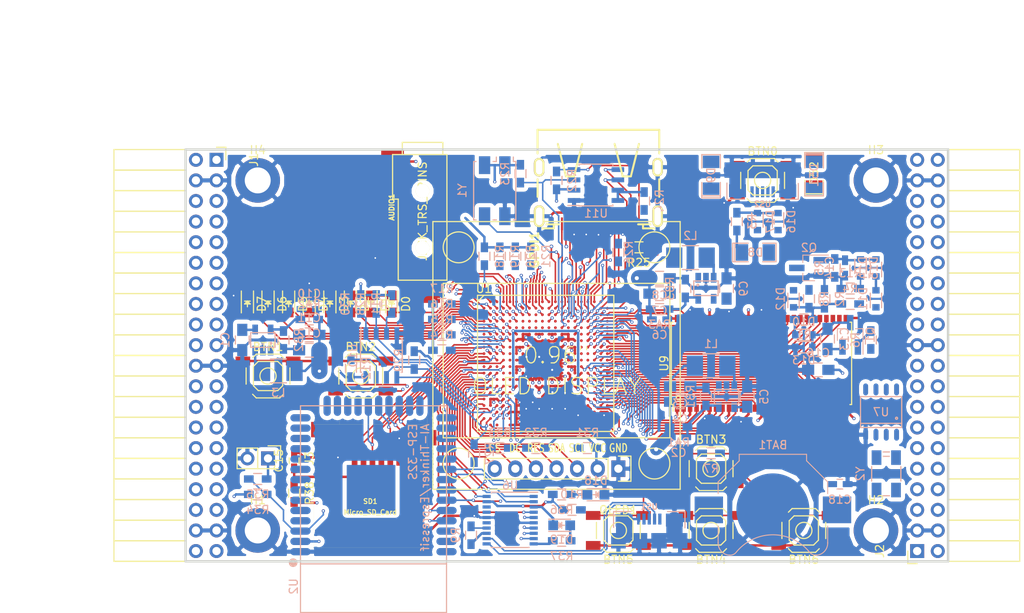
<source format=kicad_pcb>
(kicad_pcb (version 4) (host pcbnew 4.0.5+dfsg1-4)
  (layers (0 F.Cu signal) (1 In1.Cu signal) (2 In2.Cu signal) (31 B.Cu signal) (34 B.Paste user) (35 F.Paste user) (36 B.SilkS user) (37 F.SilkS user) (38 B.Mask user) (39 F.Mask user) (44 Edge.Cuts user))
  (net 0 "")
  (net 1 GND)
  (net 2 +5V)
  (net 3 /gpio/IN5V)
  (net 4 /gpio/OUT5V)
  (net 5 +3V3)
  (net 6 "Net-(L1-Pad1)")
  (net 7 "Net-(L2-Pad1)")
  (net 8 +1V2)
  (net 9 BTN_D)
  (net 10 BTN_F1)
  (net 11 BTN_F2)
  (net 12 BTN_L)
  (net 13 BTN_R)
  (net 14 BTN_U)
  (net 15 /power/FB1)
  (net 16 +2V5)
  (net 17 "Net-(L3-Pad1)")
  (net 18 /power/PWREN)
  (net 19 /power/FB3)
  (net 20 /power/FB2)
  (net 21 "Net-(D9-Pad1)")
  (net 22 /power/VBAT)
  (net 23 JTAG_TDI)
  (net 24 JTAG_TCK)
  (net 25 JTAG_TMS)
  (net 26 JTAG_TDO)
  (net 27 /power/WAKEUPn)
  (net 28 /power/WKUP)
  (net 29 /power/SHUT)
  (net 30 /power/WAKE)
  (net 31 /power/HOLD)
  (net 32 /power/WKn)
  (net 33 /power/OSCI_32k)
  (net 34 /power/OSCO_32k)
  (net 35 "Net-(Q2-Pad3)")
  (net 36 SHUTDOWN)
  (net 37 /analog/AUDIO_L)
  (net 38 /analog/AUDIO_R)
  (net 39 GPDI_5V_SCL)
  (net 40 GPDI_5V_SDA)
  (net 41 GPDI_SDA)
  (net 42 GPDI_SCL)
  (net 43 /gpdi/VREF2)
  (net 44 /blinkey/BTNPU)
  (net 45 SD_CMD)
  (net 46 SD_CLK)
  (net 47 SD_D0)
  (net 48 SD_D1)
  (net 49 USB5V)
  (net 50 "Net-(BTN0-Pad1)")
  (net 51 GPDI_CEC)
  (net 52 nRESET)
  (net 53 FTDI_nDTR)
  (net 54 SDRAM_CKE)
  (net 55 SDRAM_A7)
  (net 56 SDRAM_D15)
  (net 57 SDRAM_BA1)
  (net 58 SDRAM_D7)
  (net 59 SDRAM_A6)
  (net 60 SDRAM_CLK)
  (net 61 SDRAM_D13)
  (net 62 SDRAM_BA0)
  (net 63 SDRAM_D6)
  (net 64 SDRAM_A5)
  (net 65 SDRAM_D14)
  (net 66 SDRAM_A11)
  (net 67 SDRAM_D12)
  (net 68 SDRAM_D5)
  (net 69 SDRAM_A4)
  (net 70 SDRAM_A10)
  (net 71 SDRAM_D11)
  (net 72 SDRAM_A3)
  (net 73 SDRAM_D4)
  (net 74 SDRAM_D10)
  (net 75 SDRAM_D9)
  (net 76 SDRAM_A9)
  (net 77 SDRAM_D3)
  (net 78 SDRAM_D8)
  (net 79 SDRAM_A8)
  (net 80 SDRAM_A2)
  (net 81 SDRAM_A1)
  (net 82 SDRAM_A0)
  (net 83 SDRAM_D2)
  (net 84 SDRAM_D1)
  (net 85 SDRAM_D0)
  (net 86 SDRAM_DQM0)
  (net 87 SDRAM_nCS)
  (net 88 SDRAM_nRAS)
  (net 89 SDRAM_DQM1)
  (net 90 SDRAM_nCAS)
  (net 91 SDRAM_nWE)
  (net 92 /flash/FLASH_nWP)
  (net 93 /flash/FLASH_nHOLD)
  (net 94 /flash/FLASH_MOSI)
  (net 95 /flash/FLASH_MISO)
  (net 96 /flash/FLASH_SCK)
  (net 97 /flash/FLASH_nCS)
  (net 98 /flash/FPGA_PROGRAMN)
  (net 99 /flash/FPGA_DONE)
  (net 100 /flash/FPGA_INITN)
  (net 101 OLED_RES)
  (net 102 OLED_DC)
  (net 103 OLED_CS)
  (net 104 WIFI_EN)
  (net 105 FTDI_nRTS)
  (net 106 WIFI_GPIO2)
  (net 107 FTDI_TXD)
  (net 108 FTDI_RXD)
  (net 109 WIFI_RXD)
  (net 110 WIFI_GPIO0)
  (net 111 WIFI_TXD)
  (net 112 /gpdi/CLK_25MHz)
  (net 113 GPDI_ETH-)
  (net 114 GPDI_ETH+)
  (net 115 GPDI_D2+)
  (net 116 GPDI_D2-)
  (net 117 GPDI_D1+)
  (net 118 GPDI_D1-)
  (net 119 GPDI_D0+)
  (net 120 GPDI_D0-)
  (net 121 GPDI_CLK+)
  (net 122 GPDI_CLK-)
  (net 123 USB_FPGA_D+)
  (net 124 USB_FPGA_D-)
  (net 125 USB_FTDI_D+)
  (net 126 USB_FTDI_D-)
  (net 127 J1_17-)
  (net 128 J1_17+)
  (net 129 J1_23-)
  (net 130 J1_23+)
  (net 131 J1_25-)
  (net 132 J1_25+)
  (net 133 J1_27-)
  (net 134 J1_27+)
  (net 135 J1_29-)
  (net 136 J1_29+)
  (net 137 J1_31-)
  (net 138 J1_31+)
  (net 139 J1_33-)
  (net 140 J1_33+)
  (net 141 J1_35-)
  (net 142 J1_35+)
  (net 143 J2_5-)
  (net 144 J2_5+)
  (net 145 J2_7-)
  (net 146 J2_7+)
  (net 147 J2_9-)
  (net 148 J2_9+)
  (net 149 J2_13-)
  (net 150 J2_13+)
  (net 151 J2_17-)
  (net 152 J2_17+)
  (net 153 J2_11-)
  (net 154 J2_11+)
  (net 155 J2_23-)
  (net 156 J2_23+)
  (net 157 J1_5-)
  (net 158 J1_5+)
  (net 159 J1_7-)
  (net 160 J1_7+)
  (net 161 J1_9-)
  (net 162 J1_9+)
  (net 163 J1_11-)
  (net 164 J1_11+)
  (net 165 J1_13-)
  (net 166 J1_13+)
  (net 167 J1_15-)
  (net 168 J1_15+)
  (net 169 J2_15-)
  (net 170 J2_15+)
  (net 171 J2_25-)
  (net 172 J2_25+)
  (net 173 J2_27-)
  (net 174 J2_27+)
  (net 175 J2_29-)
  (net 176 J2_29+)
  (net 177 J2_31-)
  (net 178 J2_31+)
  (net 179 J2_33-)
  (net 180 J2_33+)
  (net 181 J2_35-)
  (net 182 J2_35+)
  (net 183 SD_D3)
  (net 184 AUDIO_L3)
  (net 185 AUDIO_L2)
  (net 186 AUDIO_L1)
  (net 187 AUDIO_L0)
  (net 188 AUDIO_R3)
  (net 189 AUDIO_R2)
  (net 190 AUDIO_R1)
  (net 191 AUDIO_R0)
  (net 192 OLED_CLK)
  (net 193 OLED_MOSI)
  (net 194 WIFI_GPIO15)
  (net 195 LED0)
  (net 196 LED1)
  (net 197 LED2)
  (net 198 LED3)
  (net 199 LED4)
  (net 200 LED5)
  (net 201 LED6)
  (net 202 LED7)
  (net 203 BTN_PWRn)
  (net 204 "Net-(J3-Pad1)")
  (net 205 FTDI_nTXLED)
  (net 206 FTDI_nSLEEP)
  (net 207 /blinkey/LED_PWREN)
  (net 208 /blinkey/LED_TXLED)
  (net 209 FT3V3)
  (net 210 /sdcard/SD3V3)
  (net 211 SD_D2)
  (net 212 FTDI_nSUSPEND)
  (module lfe5bg381:BGA-381_pitch0.8mm_dia0.4mm (layer F.Cu) (at 138.48 87.8)
    (fp_text reference U1 (at -7.6 -9.2) (layer F.SilkS))
    (fp_text value LFE5U-25F-6BG381C)
    (pad A2 smd circle (at -6.8 -7.6) (size 0.35 0.35) (layers F.Cu F.Paste F.Mask) (net 134 J1_27+))
    (pad A3 smd circle (at -6 -7.6) (size 0.35 0.35) (layers F.Cu F.Paste F.Mask) (net 188 AUDIO_R3))
    (pad A4 smd circle (at -5.2 -7.6) (size 0.35 0.35) (layers F.Cu F.Paste F.Mask) (net 132 J1_25+))
    (pad A5 smd circle (at -4.4 -7.6) (size 0.35 0.35) (layers F.Cu F.Paste F.Mask) (net 131 J1_25-))
    (pad A6 smd circle (at -3.6 -7.6) (size 0.35 0.35) (layers F.Cu F.Paste F.Mask) (net 130 J1_23+))
    (pad A7 smd circle (at -2.8 -7.6) (size 0.35 0.35) (layers F.Cu F.Paste F.Mask) (net 166 J1_13+))
    (pad A8 smd circle (at -2 -7.6) (size 0.35 0.35) (layers F.Cu F.Paste F.Mask) (net 165 J1_13-))
    (pad A9 smd circle (at -1.2 -7.6) (size 0.35 0.35) (layers F.Cu F.Paste F.Mask) (net 161 J1_9-))
    (pad A10 smd circle (at -0.4 -7.6) (size 0.35 0.35) (layers F.Cu F.Paste F.Mask) (net 160 J1_7+))
    (pad A11 smd circle (at 0.4 -7.6) (size 0.35 0.35) (layers F.Cu F.Paste F.Mask) (net 159 J1_7-))
    (pad A12 smd circle (at 1.2 -7.6) (size 0.35 0.35) (layers F.Cu F.Paste F.Mask) (net 114 GPDI_ETH+))
    (pad A13 smd circle (at 2 -7.6) (size 0.35 0.35) (layers F.Cu F.Paste F.Mask) (net 113 GPDI_ETH-))
    (pad A14 smd circle (at 2.8 -7.6) (size 0.35 0.35) (layers F.Cu F.Paste F.Mask) (net 115 GPDI_D2+))
    (pad A15 smd circle (at 3.6 -7.6) (size 0.35 0.35) (layers F.Cu F.Paste F.Mask))
    (pad A16 smd circle (at 4.4 -7.6) (size 0.35 0.35) (layers F.Cu F.Paste F.Mask) (net 117 GPDI_D1+))
    (pad A17 smd circle (at 5.2 -7.6) (size 0.35 0.35) (layers F.Cu F.Paste F.Mask) (net 119 GPDI_D0+))
    (pad A18 smd circle (at 6 -7.6) (size 0.35 0.35) (layers F.Cu F.Paste F.Mask) (net 121 GPDI_CLK+))
    (pad A19 smd circle (at 6.8 -7.6) (size 0.35 0.35) (layers F.Cu F.Paste F.Mask) (net 51 GPDI_CEC))
    (pad B1 smd circle (at -7.6 -6.8) (size 0.35 0.35) (layers F.Cu F.Paste F.Mask) (net 133 J1_27-))
    (pad B2 smd circle (at -6.8 -6.8) (size 0.35 0.35) (layers F.Cu F.Paste F.Mask) (net 195 LED0))
    (pad B3 smd circle (at -6 -6.8) (size 0.35 0.35) (layers F.Cu F.Paste F.Mask) (net 187 AUDIO_L0))
    (pad B4 smd circle (at -5.2 -6.8) (size 0.35 0.35) (layers F.Cu F.Paste F.Mask) (net 135 J1_29-))
    (pad B5 smd circle (at -4.4 -6.8) (size 0.35 0.35) (layers F.Cu F.Paste F.Mask) (net 189 AUDIO_R2))
    (pad B6 smd circle (at -3.6 -6.8) (size 0.35 0.35) (layers F.Cu F.Paste F.Mask) (net 129 J1_23-))
    (pad B7 smd circle (at -2.8 -6.8) (size 0.35 0.35) (layers F.Cu F.Paste F.Mask) (net 1 GND))
    (pad B8 smd circle (at -2 -6.8) (size 0.35 0.35) (layers F.Cu F.Paste F.Mask) (net 167 J1_15-))
    (pad B9 smd circle (at -1.2 -6.8) (size 0.35 0.35) (layers F.Cu F.Paste F.Mask) (net 164 J1_11+))
    (pad B10 smd circle (at -0.4 -6.8) (size 0.35 0.35) (layers F.Cu F.Paste F.Mask) (net 162 J1_9+))
    (pad B11 smd circle (at 0.4 -6.8) (size 0.35 0.35) (layers F.Cu F.Paste F.Mask) (net 158 J1_5+))
    (pad B12 smd circle (at 1.2 -6.8) (size 0.35 0.35) (layers F.Cu F.Paste F.Mask) (net 112 /gpdi/CLK_25MHz))
    (pad B13 smd circle (at 2 -6.8) (size 0.35 0.35) (layers F.Cu F.Paste F.Mask) (net 180 J2_33+))
    (pad B14 smd circle (at 2.8 -6.8) (size 0.35 0.35) (layers F.Cu F.Paste F.Mask) (net 1 GND))
    (pad B15 smd circle (at 3.6 -6.8) (size 0.35 0.35) (layers F.Cu F.Paste F.Mask) (net 178 J2_31+))
    (pad B16 smd circle (at 4.4 -6.8) (size 0.35 0.35) (layers F.Cu F.Paste F.Mask) (net 118 GPDI_D1-))
    (pad B17 smd circle (at 5.2 -6.8) (size 0.35 0.35) (layers F.Cu F.Paste F.Mask) (net 174 J2_27+))
    (pad B18 smd circle (at 6 -6.8) (size 0.35 0.35) (layers F.Cu F.Paste F.Mask) (net 120 GPDI_D0-))
    (pad B19 smd circle (at 6.8 -6.8) (size 0.35 0.35) (layers F.Cu F.Paste F.Mask) (net 122 GPDI_CLK-))
    (pad B20 smd circle (at 7.6 -6.8) (size 0.35 0.35) (layers F.Cu F.Paste F.Mask) (net 41 GPDI_SDA))
    (pad C1 smd circle (at -7.6 -6) (size 0.35 0.35) (layers F.Cu F.Paste F.Mask) (net 197 LED2))
    (pad C2 smd circle (at -6.8 -6) (size 0.35 0.35) (layers F.Cu F.Paste F.Mask) (net 196 LED1))
    (pad C3 smd circle (at -6 -6) (size 0.35 0.35) (layers F.Cu F.Paste F.Mask) (net 185 AUDIO_L2))
    (pad C4 smd circle (at -5.2 -6) (size 0.35 0.35) (layers F.Cu F.Paste F.Mask) (net 136 J1_29+))
    (pad C5 smd circle (at -4.4 -6) (size 0.35 0.35) (layers F.Cu F.Paste F.Mask) (net 190 AUDIO_R1))
    (pad C6 smd circle (at -3.6 -6) (size 0.35 0.35) (layers F.Cu F.Paste F.Mask) (net 128 J1_17+))
    (pad C7 smd circle (at -2.8 -6) (size 0.35 0.35) (layers F.Cu F.Paste F.Mask) (net 127 J1_17-))
    (pad C8 smd circle (at -2 -6) (size 0.35 0.35) (layers F.Cu F.Paste F.Mask) (net 168 J1_15+))
    (pad C9 smd circle (at -1.2 -6) (size 0.35 0.35) (layers F.Cu F.Paste F.Mask))
    (pad C10 smd circle (at -0.4 -6) (size 0.35 0.35) (layers F.Cu F.Paste F.Mask) (net 163 J1_11-))
    (pad C11 smd circle (at 0.4 -6) (size 0.35 0.35) (layers F.Cu F.Paste F.Mask) (net 157 J1_5-))
    (pad C12 smd circle (at 1.2 -6) (size 0.35 0.35) (layers F.Cu F.Paste F.Mask) (net 42 GPDI_SCL))
    (pad C13 smd circle (at 2 -6) (size 0.35 0.35) (layers F.Cu F.Paste F.Mask) (net 179 J2_33-))
    (pad C14 smd circle (at 2.8 -6) (size 0.35 0.35) (layers F.Cu F.Paste F.Mask) (net 116 GPDI_D2-))
    (pad C15 smd circle (at 3.6 -6) (size 0.35 0.35) (layers F.Cu F.Paste F.Mask) (net 177 J2_31-))
    (pad C16 smd circle (at 4.4 -6) (size 0.35 0.35) (layers F.Cu F.Paste F.Mask) (net 176 J2_29+))
    (pad C17 smd circle (at 5.2 -6) (size 0.35 0.35) (layers F.Cu F.Paste F.Mask) (net 173 J2_27-))
    (pad C18 smd circle (at 6 -6) (size 0.35 0.35) (layers F.Cu F.Paste F.Mask) (net 156 J2_23+))
    (pad C19 smd circle (at 6.8 -6) (size 0.35 0.35) (layers F.Cu F.Paste F.Mask) (net 1 GND))
    (pad C20 smd circle (at 7.6 -6) (size 0.35 0.35) (layers F.Cu F.Paste F.Mask) (net 56 SDRAM_D15))
    (pad D1 smd circle (at -7.6 -5.2) (size 0.35 0.35) (layers F.Cu F.Paste F.Mask) (net 199 LED4))
    (pad D2 smd circle (at -6.8 -5.2) (size 0.35 0.35) (layers F.Cu F.Paste F.Mask) (net 198 LED3))
    (pad D3 smd circle (at -6 -5.2) (size 0.35 0.35) (layers F.Cu F.Paste F.Mask) (net 186 AUDIO_L1))
    (pad D4 smd circle (at -5.2 -5.2) (size 0.35 0.35) (layers F.Cu F.Paste F.Mask) (net 1 GND))
    (pad D5 smd circle (at -4.4 -5.2) (size 0.35 0.35) (layers F.Cu F.Paste F.Mask))
    (pad D6 smd circle (at -3.6 -5.2) (size 0.35 0.35) (layers F.Cu F.Paste F.Mask) (net 203 BTN_PWRn))
    (pad D7 smd circle (at -2.8 -5.2) (size 0.35 0.35) (layers F.Cu F.Paste F.Mask))
    (pad D8 smd circle (at -2 -5.2) (size 0.35 0.35) (layers F.Cu F.Paste F.Mask))
    (pad D9 smd circle (at -1.2 -5.2) (size 0.35 0.35) (layers F.Cu F.Paste F.Mask))
    (pad D10 smd circle (at -0.4 -5.2) (size 0.35 0.35) (layers F.Cu F.Paste F.Mask))
    (pad D11 smd circle (at 0.4 -5.2) (size 0.35 0.35) (layers F.Cu F.Paste F.Mask) (net 14 BTN_U))
    (pad D12 smd circle (at 1.2 -5.2) (size 0.35 0.35) (layers F.Cu F.Paste F.Mask))
    (pad D13 smd circle (at 2 -5.2) (size 0.35 0.35) (layers F.Cu F.Paste F.Mask) (net 182 J2_35+))
    (pad D14 smd circle (at 2.8 -5.2) (size 0.35 0.35) (layers F.Cu F.Paste F.Mask))
    (pad D15 smd circle (at 3.6 -5.2) (size 0.35 0.35) (layers F.Cu F.Paste F.Mask) (net 172 J2_25+))
    (pad D16 smd circle (at 4.4 -5.2) (size 0.35 0.35) (layers F.Cu F.Paste F.Mask) (net 175 J2_29-))
    (pad D17 smd circle (at 5.2 -5.2) (size 0.35 0.35) (layers F.Cu F.Paste F.Mask) (net 155 J2_23-))
    (pad D18 smd circle (at 6 -5.2) (size 0.35 0.35) (layers F.Cu F.Paste F.Mask) (net 152 J2_17+))
    (pad D19 smd circle (at 6.8 -5.2) (size 0.35 0.35) (layers F.Cu F.Paste F.Mask) (net 65 SDRAM_D14))
    (pad D20 smd circle (at 7.6 -5.2) (size 0.35 0.35) (layers F.Cu F.Paste F.Mask) (net 61 SDRAM_D13))
    (pad E1 smd circle (at -7.6 -4.4) (size 0.35 0.35) (layers F.Cu F.Paste F.Mask) (net 201 LED6))
    (pad E2 smd circle (at -6.8 -4.4) (size 0.35 0.35) (layers F.Cu F.Paste F.Mask) (net 200 LED5))
    (pad E3 smd circle (at -6 -4.4) (size 0.35 0.35) (layers F.Cu F.Paste F.Mask) (net 137 J1_31-))
    (pad E4 smd circle (at -5.2 -4.4) (size 0.35 0.35) (layers F.Cu F.Paste F.Mask))
    (pad E5 smd circle (at -4.4 -4.4) (size 0.35 0.35) (layers F.Cu F.Paste F.Mask) (net 184 AUDIO_L3))
    (pad E6 smd circle (at -3.6 -4.4) (size 0.35 0.35) (layers F.Cu F.Paste F.Mask))
    (pad E7 smd circle (at -2.8 -4.4) (size 0.35 0.35) (layers F.Cu F.Paste F.Mask))
    (pad E8 smd circle (at -2 -4.4) (size 0.35 0.35) (layers F.Cu F.Paste F.Mask))
    (pad E9 smd circle (at -1.2 -4.4) (size 0.35 0.35) (layers F.Cu F.Paste F.Mask))
    (pad E10 smd circle (at -0.4 -4.4) (size 0.35 0.35) (layers F.Cu F.Paste F.Mask))
    (pad E11 smd circle (at 0.4 -4.4) (size 0.35 0.35) (layers F.Cu F.Paste F.Mask))
    (pad E12 smd circle (at 1.2 -4.4) (size 0.35 0.35) (layers F.Cu F.Paste F.Mask))
    (pad E13 smd circle (at 2 -4.4) (size 0.35 0.35) (layers F.Cu F.Paste F.Mask) (net 181 J2_35-))
    (pad E14 smd circle (at 2.8 -4.4) (size 0.35 0.35) (layers F.Cu F.Paste F.Mask))
    (pad E15 smd circle (at 3.6 -4.4) (size 0.35 0.35) (layers F.Cu F.Paste F.Mask) (net 171 J2_25-))
    (pad E16 smd circle (at 4.4 -4.4) (size 0.35 0.35) (layers F.Cu F.Paste F.Mask))
    (pad E17 smd circle (at 5.2 -4.4) (size 0.35 0.35) (layers F.Cu F.Paste F.Mask) (net 151 J2_17-))
    (pad E18 smd circle (at 6 -4.4) (size 0.35 0.35) (layers F.Cu F.Paste F.Mask) (net 73 SDRAM_D4))
    (pad E19 smd circle (at 6.8 -4.4) (size 0.35 0.35) (layers F.Cu F.Paste F.Mask) (net 67 SDRAM_D12))
    (pad E20 smd circle (at 7.6 -4.4) (size 0.35 0.35) (layers F.Cu F.Paste F.Mask) (net 71 SDRAM_D11))
    (pad F1 smd circle (at -7.6 -3.6) (size 0.35 0.35) (layers F.Cu F.Paste F.Mask))
    (pad F2 smd circle (at -6.8 -3.6) (size 0.35 0.35) (layers F.Cu F.Paste F.Mask) (net 202 LED7))
    (pad F3 smd circle (at -6 -3.6) (size 0.35 0.35) (layers F.Cu F.Paste F.Mask) (net 139 J1_33-))
    (pad F4 smd circle (at -5.2 -3.6) (size 0.35 0.35) (layers F.Cu F.Paste F.Mask) (net 138 J1_31+))
    (pad F5 smd circle (at -4.4 -3.6) (size 0.35 0.35) (layers F.Cu F.Paste F.Mask) (net 191 AUDIO_R0))
    (pad F6 smd circle (at -3.6 -3.6) (size 0.35 0.35) (layers F.Cu F.Paste F.Mask) (net 16 +2V5))
    (pad F7 smd circle (at -2.8 -3.6) (size 0.35 0.35) (layers F.Cu F.Paste F.Mask) (net 1 GND))
    (pad F8 smd circle (at -2 -3.6) (size 0.35 0.35) (layers F.Cu F.Paste F.Mask) (net 1 GND))
    (pad F9 smd circle (at -1.2 -3.6) (size 0.35 0.35) (layers F.Cu F.Paste F.Mask) (net 5 +3V3))
    (pad F10 smd circle (at -0.4 -3.6) (size 0.35 0.35) (layers F.Cu F.Paste F.Mask) (net 5 +3V3))
    (pad F11 smd circle (at 0.4 -3.6) (size 0.35 0.35) (layers F.Cu F.Paste F.Mask) (net 5 +3V3))
    (pad F12 smd circle (at 1.2 -3.6) (size 0.35 0.35) (layers F.Cu F.Paste F.Mask) (net 5 +3V3))
    (pad F13 smd circle (at 2 -3.6) (size 0.35 0.35) (layers F.Cu F.Paste F.Mask) (net 1 GND))
    (pad F14 smd circle (at 2.8 -3.6) (size 0.35 0.35) (layers F.Cu F.Paste F.Mask) (net 1 GND))
    (pad F15 smd circle (at 3.6 -3.6) (size 0.35 0.35) (layers F.Cu F.Paste F.Mask) (net 16 +2V5))
    (pad F16 smd circle (at 4.4 -3.6) (size 0.35 0.35) (layers F.Cu F.Paste F.Mask))
    (pad F17 smd circle (at 5.2 -3.6) (size 0.35 0.35) (layers F.Cu F.Paste F.Mask) (net 170 J2_15+))
    (pad F18 smd circle (at 6 -3.6) (size 0.35 0.35) (layers F.Cu F.Paste F.Mask) (net 68 SDRAM_D5))
    (pad F19 smd circle (at 6.8 -3.6) (size 0.35 0.35) (layers F.Cu F.Paste F.Mask) (net 74 SDRAM_D10))
    (pad F20 smd circle (at 7.6 -3.6) (size 0.35 0.35) (layers F.Cu F.Paste F.Mask) (net 75 SDRAM_D9))
    (pad G1 smd circle (at -7.6 -2.8) (size 0.35 0.35) (layers F.Cu F.Paste F.Mask))
    (pad G2 smd circle (at -6.8 -2.8) (size 0.35 0.35) (layers F.Cu F.Paste F.Mask) (net 104 WIFI_EN))
    (pad G3 smd circle (at -6 -2.8) (size 0.35 0.35) (layers F.Cu F.Paste F.Mask) (net 140 J1_33+))
    (pad G4 smd circle (at -5.2 -2.8) (size 0.35 0.35) (layers F.Cu F.Paste F.Mask) (net 1 GND))
    (pad G5 smd circle (at -4.4 -2.8) (size 0.35 0.35) (layers F.Cu F.Paste F.Mask) (net 141 J1_35-))
    (pad G6 smd circle (at -3.6 -2.8) (size 0.35 0.35) (layers F.Cu F.Paste F.Mask) (net 1 GND))
    (pad G7 smd circle (at -2.8 -2.8) (size 0.35 0.35) (layers F.Cu F.Paste F.Mask) (net 1 GND))
    (pad G8 smd circle (at -2 -2.8) (size 0.35 0.35) (layers F.Cu F.Paste F.Mask) (net 1 GND))
    (pad G9 smd circle (at -1.2 -2.8) (size 0.35 0.35) (layers F.Cu F.Paste F.Mask) (net 1 GND))
    (pad G10 smd circle (at -0.4 -2.8) (size 0.35 0.35) (layers F.Cu F.Paste F.Mask) (net 1 GND))
    (pad G11 smd circle (at 0.4 -2.8) (size 0.35 0.35) (layers F.Cu F.Paste F.Mask) (net 1 GND))
    (pad G12 smd circle (at 1.2 -2.8) (size 0.35 0.35) (layers F.Cu F.Paste F.Mask) (net 1 GND))
    (pad G13 smd circle (at 2 -2.8) (size 0.35 0.35) (layers F.Cu F.Paste F.Mask) (net 1 GND))
    (pad G14 smd circle (at 2.8 -2.8) (size 0.35 0.35) (layers F.Cu F.Paste F.Mask) (net 1 GND))
    (pad G15 smd circle (at 3.6 -2.8) (size 0.35 0.35) (layers F.Cu F.Paste F.Mask) (net 1 GND))
    (pad G16 smd circle (at 4.4 -2.8) (size 0.35 0.35) (layers F.Cu F.Paste F.Mask))
    (pad G17 smd circle (at 5.2 -2.8) (size 0.35 0.35) (layers F.Cu F.Paste F.Mask) (net 1 GND))
    (pad G18 smd circle (at 6 -2.8) (size 0.35 0.35) (layers F.Cu F.Paste F.Mask) (net 169 J2_15-))
    (pad G19 smd circle (at 6.8 -2.8) (size 0.35 0.35) (layers F.Cu F.Paste F.Mask) (net 78 SDRAM_D8))
    (pad G20 smd circle (at 7.6 -2.8) (size 0.35 0.35) (layers F.Cu F.Paste F.Mask) (net 89 SDRAM_DQM1))
    (pad H1 smd circle (at -7.6 -2) (size 0.35 0.35) (layers F.Cu F.Paste F.Mask) (net 183 SD_D3))
    (pad H2 smd circle (at -6.8 -2) (size 0.35 0.35) (layers F.Cu F.Paste F.Mask) (net 211 SD_D2))
    (pad H3 smd circle (at -6 -2) (size 0.35 0.35) (layers F.Cu F.Paste F.Mask))
    (pad H4 smd circle (at -5.2 -2) (size 0.35 0.35) (layers F.Cu F.Paste F.Mask) (net 142 J1_35+))
    (pad H5 smd circle (at -4.4 -2) (size 0.35 0.35) (layers F.Cu F.Paste F.Mask))
    (pad H6 smd circle (at -3.6 -2) (size 0.35 0.35) (layers F.Cu F.Paste F.Mask) (net 5 +3V3))
    (pad H7 smd circle (at -2.8 -2) (size 0.35 0.35) (layers F.Cu F.Paste F.Mask) (net 5 +3V3))
    (pad H8 smd circle (at -2 -2) (size 0.35 0.35) (layers F.Cu F.Paste F.Mask) (net 8 +1V2))
    (pad H9 smd circle (at -1.2 -2) (size 0.35 0.35) (layers F.Cu F.Paste F.Mask) (net 8 +1V2))
    (pad H10 smd circle (at -0.4 -2) (size 0.35 0.35) (layers F.Cu F.Paste F.Mask) (net 8 +1V2))
    (pad H11 smd circle (at 0.4 -2) (size 0.35 0.35) (layers F.Cu F.Paste F.Mask) (net 8 +1V2))
    (pad H12 smd circle (at 1.2 -2) (size 0.35 0.35) (layers F.Cu F.Paste F.Mask) (net 8 +1V2))
    (pad H13 smd circle (at 2 -2) (size 0.35 0.35) (layers F.Cu F.Paste F.Mask) (net 8 +1V2))
    (pad H14 smd circle (at 2.8 -2) (size 0.35 0.35) (layers F.Cu F.Paste F.Mask) (net 5 +3V3))
    (pad H15 smd circle (at 3.6 -2) (size 0.35 0.35) (layers F.Cu F.Paste F.Mask) (net 5 +3V3))
    (pad H16 smd circle (at 4.4 -2) (size 0.35 0.35) (layers F.Cu F.Paste F.Mask))
    (pad H17 smd circle (at 5.2 -2) (size 0.35 0.35) (layers F.Cu F.Paste F.Mask) (net 149 J2_13-))
    (pad H18 smd circle (at 6 -2) (size 0.35 0.35) (layers F.Cu F.Paste F.Mask) (net 150 J2_13+))
    (pad H19 smd circle (at 6.8 -2) (size 0.35 0.35) (layers F.Cu F.Paste F.Mask) (net 1 GND))
    (pad H20 smd circle (at 7.6 -2) (size 0.35 0.35) (layers F.Cu F.Paste F.Mask) (net 60 SDRAM_CLK))
    (pad J1 smd circle (at -7.6 -1.2) (size 0.35 0.35) (layers F.Cu F.Paste F.Mask) (net 46 SD_CLK))
    (pad J2 smd circle (at -6.8 -1.2) (size 0.35 0.35) (layers F.Cu F.Paste F.Mask) (net 1 GND))
    (pad J3 smd circle (at -6 -1.2) (size 0.35 0.35) (layers F.Cu F.Paste F.Mask) (net 45 SD_CMD))
    (pad J4 smd circle (at -5.2 -1.2) (size 0.35 0.35) (layers F.Cu F.Paste F.Mask) (net 106 WIFI_GPIO2))
    (pad J5 smd circle (at -4.4 -1.2) (size 0.35 0.35) (layers F.Cu F.Paste F.Mask))
    (pad J6 smd circle (at -3.6 -1.2) (size 0.35 0.35) (layers F.Cu F.Paste F.Mask) (net 5 +3V3))
    (pad J7 smd circle (at -2.8 -1.2) (size 0.35 0.35) (layers F.Cu F.Paste F.Mask) (net 1 GND))
    (pad J8 smd circle (at -2 -1.2) (size 0.35 0.35) (layers F.Cu F.Paste F.Mask) (net 8 +1V2))
    (pad J9 smd circle (at -1.2 -1.2) (size 0.35 0.35) (layers F.Cu F.Paste F.Mask) (net 1 GND))
    (pad J10 smd circle (at -0.4 -1.2) (size 0.35 0.35) (layers F.Cu F.Paste F.Mask) (net 1 GND))
    (pad J11 smd circle (at 0.4 -1.2) (size 0.35 0.35) (layers F.Cu F.Paste F.Mask) (net 1 GND))
    (pad J12 smd circle (at 1.2 -1.2) (size 0.35 0.35) (layers F.Cu F.Paste F.Mask) (net 1 GND))
    (pad J13 smd circle (at 2 -1.2) (size 0.35 0.35) (layers F.Cu F.Paste F.Mask) (net 8 +1V2))
    (pad J14 smd circle (at 2.8 -1.2) (size 0.35 0.35) (layers F.Cu F.Paste F.Mask) (net 1 GND))
    (pad J15 smd circle (at 3.6 -1.2) (size 0.35 0.35) (layers F.Cu F.Paste F.Mask) (net 5 +3V3))
    (pad J16 smd circle (at 4.4 -1.2) (size 0.35 0.35) (layers F.Cu F.Paste F.Mask))
    (pad J17 smd circle (at 5.2 -1.2) (size 0.35 0.35) (layers F.Cu F.Paste F.Mask))
    (pad J18 smd circle (at 6 -1.2) (size 0.35 0.35) (layers F.Cu F.Paste F.Mask) (net 77 SDRAM_D3))
    (pad J19 smd circle (at 6.8 -1.2) (size 0.35 0.35) (layers F.Cu F.Paste F.Mask) (net 54 SDRAM_CKE))
    (pad J20 smd circle (at 7.6 -1.2) (size 0.35 0.35) (layers F.Cu F.Paste F.Mask) (net 66 SDRAM_A11))
    (pad K1 smd circle (at -7.6 -0.4) (size 0.35 0.35) (layers F.Cu F.Paste F.Mask) (net 48 SD_D1))
    (pad K2 smd circle (at -6.8 -0.4) (size 0.35 0.35) (layers F.Cu F.Paste F.Mask) (net 47 SD_D0))
    (pad K3 smd circle (at -6 -0.4) (size 0.35 0.35) (layers F.Cu F.Paste F.Mask) (net 109 WIFI_RXD))
    (pad K4 smd circle (at -5.2 -0.4) (size 0.35 0.35) (layers F.Cu F.Paste F.Mask) (net 111 WIFI_TXD))
    (pad K5 smd circle (at -4.4 -0.4) (size 0.35 0.35) (layers F.Cu F.Paste F.Mask) (net 124 USB_FPGA_D-))
    (pad K6 smd circle (at -3.6 -0.4) (size 0.35 0.35) (layers F.Cu F.Paste F.Mask) (net 1 GND))
    (pad K7 smd circle (at -2.8 -0.4) (size 0.35 0.35) (layers F.Cu F.Paste F.Mask) (net 1 GND))
    (pad K8 smd circle (at -2 -0.4) (size 0.35 0.35) (layers F.Cu F.Paste F.Mask) (net 8 +1V2))
    (pad K9 smd circle (at -1.2 -0.4) (size 0.35 0.35) (layers F.Cu F.Paste F.Mask) (net 1 GND))
    (pad K10 smd circle (at -0.4 -0.4) (size 0.35 0.35) (layers F.Cu F.Paste F.Mask) (net 1 GND))
    (pad K11 smd circle (at 0.4 -0.4) (size 0.35 0.35) (layers F.Cu F.Paste F.Mask) (net 1 GND))
    (pad K12 smd circle (at 1.2 -0.4) (size 0.35 0.35) (layers F.Cu F.Paste F.Mask) (net 1 GND))
    (pad K13 smd circle (at 2 -0.4) (size 0.35 0.35) (layers F.Cu F.Paste F.Mask) (net 8 +1V2))
    (pad K14 smd circle (at 2.8 -0.4) (size 0.35 0.35) (layers F.Cu F.Paste F.Mask) (net 1 GND))
    (pad K15 smd circle (at 3.6 -0.4) (size 0.35 0.35) (layers F.Cu F.Paste F.Mask) (net 1 GND))
    (pad K16 smd circle (at 4.4 -0.4) (size 0.35 0.35) (layers F.Cu F.Paste F.Mask))
    (pad K17 smd circle (at 5.2 -0.4) (size 0.35 0.35) (layers F.Cu F.Paste F.Mask))
    (pad K18 smd circle (at 6 -0.4) (size 0.35 0.35) (layers F.Cu F.Paste F.Mask) (net 83 SDRAM_D2))
    (pad K19 smd circle (at 6.8 -0.4) (size 0.35 0.35) (layers F.Cu F.Paste F.Mask) (net 76 SDRAM_A9))
    (pad K20 smd circle (at 7.6 -0.4) (size 0.35 0.35) (layers F.Cu F.Paste F.Mask) (net 79 SDRAM_A8))
    (pad L1 smd circle (at -7.6 0.4) (size 0.35 0.35) (layers F.Cu F.Paste F.Mask))
    (pad L2 smd circle (at -6.8 0.4) (size 0.35 0.35) (layers F.Cu F.Paste F.Mask) (net 110 WIFI_GPIO0))
    (pad L3 smd circle (at -6 0.4) (size 0.35 0.35) (layers F.Cu F.Paste F.Mask))
    (pad L4 smd circle (at -5.2 0.4) (size 0.35 0.35) (layers F.Cu F.Paste F.Mask) (net 108 FTDI_RXD))
    (pad L5 smd circle (at -4.4 0.4) (size 0.35 0.35) (layers F.Cu F.Paste F.Mask) (net 123 USB_FPGA_D+))
    (pad L6 smd circle (at -3.6 0.4) (size 0.35 0.35) (layers F.Cu F.Paste F.Mask) (net 5 +3V3))
    (pad L7 smd circle (at -2.8 0.4) (size 0.35 0.35) (layers F.Cu F.Paste F.Mask) (net 5 +3V3))
    (pad L8 smd circle (at -2 0.4) (size 0.35 0.35) (layers F.Cu F.Paste F.Mask) (net 8 +1V2))
    (pad L9 smd circle (at -1.2 0.4) (size 0.35 0.35) (layers F.Cu F.Paste F.Mask) (net 1 GND))
    (pad L10 smd circle (at -0.4 0.4) (size 0.35 0.35) (layers F.Cu F.Paste F.Mask) (net 1 GND))
    (pad L11 smd circle (at 0.4 0.4) (size 0.35 0.35) (layers F.Cu F.Paste F.Mask) (net 1 GND))
    (pad L12 smd circle (at 1.2 0.4) (size 0.35 0.35) (layers F.Cu F.Paste F.Mask) (net 1 GND))
    (pad L13 smd circle (at 2 0.4) (size 0.35 0.35) (layers F.Cu F.Paste F.Mask) (net 8 +1V2))
    (pad L14 smd circle (at 2.8 0.4) (size 0.35 0.35) (layers F.Cu F.Paste F.Mask) (net 5 +3V3))
    (pad L15 smd circle (at 3.6 0.4) (size 0.35 0.35) (layers F.Cu F.Paste F.Mask) (net 5 +3V3))
    (pad L16 smd circle (at 4.4 0.4) (size 0.35 0.35) (layers F.Cu F.Paste F.Mask) (net 154 J2_11+))
    (pad L17 smd circle (at 5.2 0.4) (size 0.35 0.35) (layers F.Cu F.Paste F.Mask) (net 153 J2_11-))
    (pad L18 smd circle (at 6 0.4) (size 0.35 0.35) (layers F.Cu F.Paste F.Mask) (net 84 SDRAM_D1))
    (pad L19 smd circle (at 6.8 0.4) (size 0.35 0.35) (layers F.Cu F.Paste F.Mask) (net 55 SDRAM_A7))
    (pad L20 smd circle (at 7.6 0.4) (size 0.35 0.35) (layers F.Cu F.Paste F.Mask) (net 59 SDRAM_A6))
    (pad M1 smd circle (at -7.6 1.2) (size 0.35 0.35) (layers F.Cu F.Paste F.Mask) (net 107 FTDI_TXD))
    (pad M2 smd circle (at -6.8 1.2) (size 0.35 0.35) (layers F.Cu F.Paste F.Mask) (net 1 GND))
    (pad M3 smd circle (at -6 1.2) (size 0.35 0.35) (layers F.Cu F.Paste F.Mask) (net 105 FTDI_nRTS))
    (pad M4 smd circle (at -5.2 1.2) (size 0.35 0.35) (layers F.Cu F.Paste F.Mask))
    (pad M5 smd circle (at -4.4 1.2) (size 0.35 0.35) (layers F.Cu F.Paste F.Mask))
    (pad M6 smd circle (at -3.6 1.2) (size 0.35 0.35) (layers F.Cu F.Paste F.Mask) (net 5 +3V3))
    (pad M7 smd circle (at -2.8 1.2) (size 0.35 0.35) (layers F.Cu F.Paste F.Mask) (net 1 GND))
    (pad M8 smd circle (at -2 1.2) (size 0.35 0.35) (layers F.Cu F.Paste F.Mask) (net 8 +1V2))
    (pad M9 smd circle (at -1.2 1.2) (size 0.35 0.35) (layers F.Cu F.Paste F.Mask) (net 1 GND))
    (pad M10 smd circle (at -0.4 1.2) (size 0.35 0.35) (layers F.Cu F.Paste F.Mask) (net 1 GND))
    (pad M11 smd circle (at 0.4 1.2) (size 0.35 0.35) (layers F.Cu F.Paste F.Mask) (net 1 GND))
    (pad M12 smd circle (at 1.2 1.2) (size 0.35 0.35) (layers F.Cu F.Paste F.Mask) (net 1 GND))
    (pad M13 smd circle (at 2 1.2) (size 0.35 0.35) (layers F.Cu F.Paste F.Mask) (net 8 +1V2))
    (pad M14 smd circle (at 2.8 1.2) (size 0.35 0.35) (layers F.Cu F.Paste F.Mask) (net 1 GND))
    (pad M15 smd circle (at 3.6 1.2) (size 0.35 0.35) (layers F.Cu F.Paste F.Mask) (net 5 +3V3))
    (pad M16 smd circle (at 4.4 1.2) (size 0.35 0.35) (layers F.Cu F.Paste F.Mask) (net 1 GND))
    (pad M17 smd circle (at 5.2 1.2) (size 0.35 0.35) (layers F.Cu F.Paste F.Mask) (net 147 J2_9-))
    (pad M18 smd circle (at 6 1.2) (size 0.35 0.35) (layers F.Cu F.Paste F.Mask) (net 85 SDRAM_D0))
    (pad M19 smd circle (at 6.8 1.2) (size 0.35 0.35) (layers F.Cu F.Paste F.Mask) (net 64 SDRAM_A5))
    (pad M20 smd circle (at 7.6 1.2) (size 0.35 0.35) (layers F.Cu F.Paste F.Mask) (net 69 SDRAM_A4))
    (pad N1 smd circle (at -7.6 2) (size 0.35 0.35) (layers F.Cu F.Paste F.Mask) (net 53 FTDI_nDTR))
    (pad N2 smd circle (at -6.8 2) (size 0.35 0.35) (layers F.Cu F.Paste F.Mask) (net 103 OLED_CS))
    (pad N3 smd circle (at -6 2) (size 0.35 0.35) (layers F.Cu F.Paste F.Mask))
    (pad N4 smd circle (at -5.2 2) (size 0.35 0.35) (layers F.Cu F.Paste F.Mask) (net 194 WIFI_GPIO15))
    (pad N5 smd circle (at -4.4 2) (size 0.35 0.35) (layers F.Cu F.Paste F.Mask))
    (pad N6 smd circle (at -3.6 2) (size 0.35 0.35) (layers F.Cu F.Paste F.Mask) (net 1 GND))
    (pad N7 smd circle (at -2.8 2) (size 0.35 0.35) (layers F.Cu F.Paste F.Mask) (net 1 GND))
    (pad N8 smd circle (at -2 2) (size 0.35 0.35) (layers F.Cu F.Paste F.Mask) (net 8 +1V2))
    (pad N9 smd circle (at -1.2 2) (size 0.35 0.35) (layers F.Cu F.Paste F.Mask) (net 8 +1V2))
    (pad N10 smd circle (at -0.4 2) (size 0.35 0.35) (layers F.Cu F.Paste F.Mask) (net 8 +1V2))
    (pad N11 smd circle (at 0.4 2) (size 0.35 0.35) (layers F.Cu F.Paste F.Mask) (net 8 +1V2))
    (pad N12 smd circle (at 1.2 2) (size 0.35 0.35) (layers F.Cu F.Paste F.Mask) (net 8 +1V2))
    (pad N13 smd circle (at 2 2) (size 0.35 0.35) (layers F.Cu F.Paste F.Mask) (net 8 +1V2))
    (pad N14 smd circle (at 2.8 2) (size 0.35 0.35) (layers F.Cu F.Paste F.Mask) (net 1 GND))
    (pad N15 smd circle (at 3.6 2) (size 0.35 0.35) (layers F.Cu F.Paste F.Mask) (net 1 GND))
    (pad N16 smd circle (at 4.4 2) (size 0.35 0.35) (layers F.Cu F.Paste F.Mask) (net 148 J2_9+))
    (pad N17 smd circle (at 5.2 2) (size 0.35 0.35) (layers F.Cu F.Paste F.Mask) (net 146 J2_7+))
    (pad N18 smd circle (at 6 2) (size 0.35 0.35) (layers F.Cu F.Paste F.Mask) (net 63 SDRAM_D6))
    (pad N19 smd circle (at 6.8 2) (size 0.35 0.35) (layers F.Cu F.Paste F.Mask) (net 72 SDRAM_A3))
    (pad N20 smd circle (at 7.6 2) (size 0.35 0.35) (layers F.Cu F.Paste F.Mask) (net 80 SDRAM_A2))
    (pad P1 smd circle (at -7.6 2.8) (size 0.35 0.35) (layers F.Cu F.Paste F.Mask) (net 102 OLED_DC))
    (pad P2 smd circle (at -6.8 2.8) (size 0.35 0.35) (layers F.Cu F.Paste F.Mask) (net 101 OLED_RES))
    (pad P3 smd circle (at -6 2.8) (size 0.35 0.35) (layers F.Cu F.Paste F.Mask) (net 193 OLED_MOSI))
    (pad P4 smd circle (at -5.2 2.8) (size 0.35 0.35) (layers F.Cu F.Paste F.Mask) (net 192 OLED_CLK))
    (pad P5 smd circle (at -4.4 2.8) (size 0.35 0.35) (layers F.Cu F.Paste F.Mask))
    (pad P6 smd circle (at -3.6 2.8) (size 0.35 0.35) (layers F.Cu F.Paste F.Mask) (net 16 +2V5))
    (pad P7 smd circle (at -2.8 2.8) (size 0.35 0.35) (layers F.Cu F.Paste F.Mask) (net 1 GND))
    (pad P8 smd circle (at -2 2.8) (size 0.35 0.35) (layers F.Cu F.Paste F.Mask) (net 1 GND))
    (pad P9 smd circle (at -1.2 2.8) (size 0.35 0.35) (layers F.Cu F.Paste F.Mask) (net 5 +3V3))
    (pad P10 smd circle (at -0.4 2.8) (size 0.35 0.35) (layers F.Cu F.Paste F.Mask) (net 5 +3V3))
    (pad P11 smd circle (at 0.4 2.8) (size 0.35 0.35) (layers F.Cu F.Paste F.Mask) (net 1 GND))
    (pad P12 smd circle (at 1.2 2.8) (size 0.35 0.35) (layers F.Cu F.Paste F.Mask) (net 1 GND))
    (pad P13 smd circle (at 2 2.8) (size 0.35 0.35) (layers F.Cu F.Paste F.Mask) (net 1 GND))
    (pad P14 smd circle (at 2.8 2.8) (size 0.35 0.35) (layers F.Cu F.Paste F.Mask) (net 1 GND))
    (pad P15 smd circle (at 3.6 2.8) (size 0.35 0.35) (layers F.Cu F.Paste F.Mask) (net 16 +2V5))
    (pad P16 smd circle (at 4.4 2.8) (size 0.35 0.35) (layers F.Cu F.Paste F.Mask) (net 145 J2_7-))
    (pad P17 smd circle (at 5.2 2.8) (size 0.35 0.35) (layers F.Cu F.Paste F.Mask))
    (pad P18 smd circle (at 6 2.8) (size 0.35 0.35) (layers F.Cu F.Paste F.Mask) (net 58 SDRAM_D7))
    (pad P19 smd circle (at 6.8 2.8) (size 0.35 0.35) (layers F.Cu F.Paste F.Mask) (net 81 SDRAM_A1))
    (pad P20 smd circle (at 7.6 2.8) (size 0.35 0.35) (layers F.Cu F.Paste F.Mask) (net 82 SDRAM_A0))
    (pad R1 smd circle (at -7.6 3.6) (size 0.35 0.35) (layers F.Cu F.Paste F.Mask) (net 10 BTN_F1))
    (pad R2 smd circle (at -6.8 3.6) (size 0.35 0.35) (layers F.Cu F.Paste F.Mask) (net 97 /flash/FLASH_nCS))
    (pad R3 smd circle (at -6 3.6) (size 0.35 0.35) (layers F.Cu F.Paste F.Mask))
    (pad R4 smd circle (at -5.2 3.6) (size 0.35 0.35) (layers F.Cu F.Paste F.Mask) (net 1 GND))
    (pad R5 smd circle (at -4.4 3.6) (size 0.35 0.35) (layers F.Cu F.Paste F.Mask) (net 23 JTAG_TDI))
    (pad R16 smd circle (at 4.4 3.6) (size 0.35 0.35) (layers F.Cu F.Paste F.Mask))
    (pad R17 smd circle (at 5.2 3.6) (size 0.35 0.35) (layers F.Cu F.Paste F.Mask))
    (pad R18 smd circle (at 6 3.6) (size 0.35 0.35) (layers F.Cu F.Paste F.Mask) (net 86 SDRAM_DQM0))
    (pad R19 smd circle (at 6.8 3.6) (size 0.35 0.35) (layers F.Cu F.Paste F.Mask) (net 1 GND))
    (pad R20 smd circle (at 7.6 3.6) (size 0.35 0.35) (layers F.Cu F.Paste F.Mask) (net 70 SDRAM_A10))
    (pad T1 smd circle (at -7.6 4.4) (size 0.35 0.35) (layers F.Cu F.Paste F.Mask) (net 11 BTN_F2))
    (pad T2 smd circle (at -6.8 4.4) (size 0.35 0.35) (layers F.Cu F.Paste F.Mask) (net 5 +3V3))
    (pad T3 smd circle (at -6 4.4) (size 0.35 0.35) (layers F.Cu F.Paste F.Mask) (net 5 +3V3))
    (pad T4 smd circle (at -5.2 4.4) (size 0.35 0.35) (layers F.Cu F.Paste F.Mask) (net 5 +3V3))
    (pad T5 smd circle (at -4.4 4.4) (size 0.35 0.35) (layers F.Cu F.Paste F.Mask) (net 24 JTAG_TCK))
    (pad T6 smd circle (at -3.6 4.4) (size 0.35 0.35) (layers F.Cu F.Paste F.Mask) (net 1 GND))
    (pad T7 smd circle (at -2.8 4.4) (size 0.35 0.35) (layers F.Cu F.Paste F.Mask) (net 1 GND))
    (pad T8 smd circle (at -2 4.4) (size 0.35 0.35) (layers F.Cu F.Paste F.Mask) (net 1 GND))
    (pad T9 smd circle (at -1.2 4.4) (size 0.35 0.35) (layers F.Cu F.Paste F.Mask) (net 1 GND))
    (pad T10 smd circle (at -0.4 4.4) (size 0.35 0.35) (layers F.Cu F.Paste F.Mask) (net 1 GND))
    (pad T11 smd circle (at 0.4 4.4) (size 0.35 0.35) (layers F.Cu F.Paste F.Mask))
    (pad T12 smd circle (at 1.2 4.4) (size 0.35 0.35) (layers F.Cu F.Paste F.Mask))
    (pad T13 smd circle (at 2 4.4) (size 0.35 0.35) (layers F.Cu F.Paste F.Mask))
    (pad T14 smd circle (at 2.8 4.4) (size 0.35 0.35) (layers F.Cu F.Paste F.Mask))
    (pad T15 smd circle (at 3.6 4.4) (size 0.35 0.35) (layers F.Cu F.Paste F.Mask))
    (pad T16 smd circle (at 4.4 4.4) (size 0.35 0.35) (layers F.Cu F.Paste F.Mask))
    (pad T17 smd circle (at 5.2 4.4) (size 0.35 0.35) (layers F.Cu F.Paste F.Mask) (net 90 SDRAM_nCAS))
    (pad T18 smd circle (at 6 4.4) (size 0.35 0.35) (layers F.Cu F.Paste F.Mask) (net 91 SDRAM_nWE))
    (pad T19 smd circle (at 6.8 4.4) (size 0.35 0.35) (layers F.Cu F.Paste F.Mask) (net 57 SDRAM_BA1))
    (pad T20 smd circle (at 7.6 4.4) (size 0.35 0.35) (layers F.Cu F.Paste F.Mask) (net 62 SDRAM_BA0))
    (pad U1 smd circle (at -7.6 5.2) (size 0.35 0.35) (layers F.Cu F.Paste F.Mask) (net 12 BTN_L))
    (pad U2 smd circle (at -6.8 5.2) (size 0.35 0.35) (layers F.Cu F.Paste F.Mask) (net 5 +3V3))
    (pad U3 smd circle (at -6 5.2) (size 0.35 0.35) (layers F.Cu F.Paste F.Mask) (net 96 /flash/FLASH_SCK))
    (pad U4 smd circle (at -5.2 5.2) (size 0.35 0.35) (layers F.Cu F.Paste F.Mask) (net 1 GND))
    (pad U5 smd circle (at -4.4 5.2) (size 0.35 0.35) (layers F.Cu F.Paste F.Mask) (net 25 JTAG_TMS))
    (pad U6 smd circle (at -3.6 5.2) (size 0.35 0.35) (layers F.Cu F.Paste F.Mask) (net 1 GND))
    (pad U7 smd circle (at -2.8 5.2) (size 0.35 0.35) (layers F.Cu F.Paste F.Mask) (net 1 GND))
    (pad U8 smd circle (at -2 5.2) (size 0.35 0.35) (layers F.Cu F.Paste F.Mask) (net 1 GND))
    (pad U9 smd circle (at -1.2 5.2) (size 0.35 0.35) (layers F.Cu F.Paste F.Mask) (net 1 GND))
    (pad U10 smd circle (at -0.4 5.2) (size 0.35 0.35) (layers F.Cu F.Paste F.Mask) (net 1 GND))
    (pad U11 smd circle (at 0.4 5.2) (size 0.35 0.35) (layers F.Cu F.Paste F.Mask) (net 1 GND))
    (pad U12 smd circle (at 1.2 5.2) (size 0.35 0.35) (layers F.Cu F.Paste F.Mask) (net 1 GND))
    (pad U13 smd circle (at 2 5.2) (size 0.35 0.35) (layers F.Cu F.Paste F.Mask) (net 1 GND))
    (pad U14 smd circle (at 2.8 5.2) (size 0.35 0.35) (layers F.Cu F.Paste F.Mask) (net 1 GND))
    (pad U15 smd circle (at 3.6 5.2) (size 0.35 0.35) (layers F.Cu F.Paste F.Mask))
    (pad U16 smd circle (at 4.4 5.2) (size 0.35 0.35) (layers F.Cu F.Paste F.Mask))
    (pad U17 smd circle (at 5.2 5.2) (size 0.35 0.35) (layers F.Cu F.Paste F.Mask) (net 143 J2_5-))
    (pad U18 smd circle (at 6 5.2) (size 0.35 0.35) (layers F.Cu F.Paste F.Mask) (net 144 J2_5+))
    (pad U19 smd circle (at 6.8 5.2) (size 0.35 0.35) (layers F.Cu F.Paste F.Mask) (net 87 SDRAM_nCS))
    (pad U20 smd circle (at 7.6 5.2) (size 0.35 0.35) (layers F.Cu F.Paste F.Mask) (net 88 SDRAM_nRAS))
    (pad V1 smd circle (at -7.6 6) (size 0.35 0.35) (layers F.Cu F.Paste F.Mask) (net 9 BTN_D))
    (pad V2 smd circle (at -6.8 6) (size 0.35 0.35) (layers F.Cu F.Paste F.Mask) (net 95 /flash/FLASH_MISO))
    (pad V3 smd circle (at -6 6) (size 0.35 0.35) (layers F.Cu F.Paste F.Mask) (net 100 /flash/FPGA_INITN))
    (pad V4 smd circle (at -5.2 6) (size 0.35 0.35) (layers F.Cu F.Paste F.Mask) (net 26 JTAG_TDO))
    (pad V5 smd circle (at -4.4 6) (size 0.35 0.35) (layers F.Cu F.Paste F.Mask) (net 1 GND))
    (pad V6 smd circle (at -3.6 6) (size 0.35 0.35) (layers F.Cu F.Paste F.Mask) (net 1 GND))
    (pad V7 smd circle (at -2.8 6) (size 0.35 0.35) (layers F.Cu F.Paste F.Mask) (net 1 GND))
    (pad V8 smd circle (at -2 6) (size 0.35 0.35) (layers F.Cu F.Paste F.Mask) (net 1 GND))
    (pad V9 smd circle (at -1.2 6) (size 0.35 0.35) (layers F.Cu F.Paste F.Mask) (net 1 GND))
    (pad V10 smd circle (at -0.4 6) (size 0.35 0.35) (layers F.Cu F.Paste F.Mask) (net 1 GND))
    (pad V11 smd circle (at 0.4 6) (size 0.35 0.35) (layers F.Cu F.Paste F.Mask) (net 1 GND))
    (pad V12 smd circle (at 1.2 6) (size 0.35 0.35) (layers F.Cu F.Paste F.Mask) (net 1 GND))
    (pad V13 smd circle (at 2 6) (size 0.35 0.35) (layers F.Cu F.Paste F.Mask) (net 1 GND))
    (pad V14 smd circle (at 2.8 6) (size 0.35 0.35) (layers F.Cu F.Paste F.Mask) (net 1 GND))
    (pad V15 smd circle (at 3.6 6) (size 0.35 0.35) (layers F.Cu F.Paste F.Mask) (net 1 GND))
    (pad V16 smd circle (at 4.4 6) (size 0.35 0.35) (layers F.Cu F.Paste F.Mask) (net 1 GND))
    (pad V17 smd circle (at 5.2 6) (size 0.35 0.35) (layers F.Cu F.Paste F.Mask))
    (pad V18 smd circle (at 6 6) (size 0.35 0.35) (layers F.Cu F.Paste F.Mask))
    (pad V19 smd circle (at 6.8 6) (size 0.35 0.35) (layers F.Cu F.Paste F.Mask) (net 1 GND))
    (pad V20 smd circle (at 7.6 6) (size 0.35 0.35) (layers F.Cu F.Paste F.Mask) (net 1 GND))
    (pad W1 smd circle (at -7.6 6.8) (size 0.35 0.35) (layers F.Cu F.Paste F.Mask) (net 14 BTN_U))
    (pad W2 smd circle (at -6.8 6.8) (size 0.35 0.35) (layers F.Cu F.Paste F.Mask) (net 94 /flash/FLASH_MOSI))
    (pad W3 smd circle (at -6 6.8) (size 0.35 0.35) (layers F.Cu F.Paste F.Mask) (net 98 /flash/FPGA_PROGRAMN))
    (pad W4 smd circle (at -5.2 6.8) (size 0.35 0.35) (layers F.Cu F.Paste F.Mask))
    (pad W5 smd circle (at -4.4 6.8) (size 0.35 0.35) (layers F.Cu F.Paste F.Mask))
    (pad W6 smd circle (at -3.6 6.8) (size 0.35 0.35) (layers F.Cu F.Paste F.Mask) (net 1 GND))
    (pad W7 smd circle (at -2.8 6.8) (size 0.35 0.35) (layers F.Cu F.Paste F.Mask) (net 1 GND))
    (pad W8 smd circle (at -2 6.8) (size 0.35 0.35) (layers F.Cu F.Paste F.Mask))
    (pad W9 smd circle (at -1.2 6.8) (size 0.35 0.35) (layers F.Cu F.Paste F.Mask))
    (pad W10 smd circle (at -0.4 6.8) (size 0.35 0.35) (layers F.Cu F.Paste F.Mask))
    (pad W11 smd circle (at 0.4 6.8) (size 0.35 0.35) (layers F.Cu F.Paste F.Mask))
    (pad W12 smd circle (at 1.2 6.8) (size 0.35 0.35) (layers F.Cu F.Paste F.Mask) (net 1 GND))
    (pad W13 smd circle (at 2 6.8) (size 0.35 0.35) (layers F.Cu F.Paste F.Mask))
    (pad W14 smd circle (at 2.8 6.8) (size 0.35 0.35) (layers F.Cu F.Paste F.Mask))
    (pad W15 smd circle (at 3.6 6.8) (size 0.35 0.35) (layers F.Cu F.Paste F.Mask) (net 1 GND))
    (pad W16 smd circle (at 4.4 6.8) (size 0.35 0.35) (layers F.Cu F.Paste F.Mask) (net 1 GND))
    (pad W17 smd circle (at 5.2 6.8) (size 0.35 0.35) (layers F.Cu F.Paste F.Mask))
    (pad W18 smd circle (at 6 6.8) (size 0.35 0.35) (layers F.Cu F.Paste F.Mask))
    (pad W19 smd circle (at 6.8 6.8) (size 0.35 0.35) (layers F.Cu F.Paste F.Mask) (net 1 GND))
    (pad W20 smd circle (at 7.6 6.8) (size 0.35 0.35) (layers F.Cu F.Paste F.Mask))
    (pad Y2 smd circle (at -6.8 7.6) (size 0.35 0.35) (layers F.Cu F.Paste F.Mask) (net 13 BTN_R))
    (pad Y3 smd circle (at -6 7.6) (size 0.35 0.35) (layers F.Cu F.Paste F.Mask) (net 99 /flash/FPGA_DONE))
    (pad Y5 smd circle (at -4.4 7.6) (size 0.35 0.35) (layers F.Cu F.Paste F.Mask) (net 1 GND))
    (pad Y6 smd circle (at -3.6 7.6) (size 0.35 0.35) (layers F.Cu F.Paste F.Mask) (net 1 GND))
    (pad Y7 smd circle (at -2.8 7.6) (size 0.35 0.35) (layers F.Cu F.Paste F.Mask) (net 1 GND))
    (pad Y8 smd circle (at -2 7.6) (size 0.35 0.35) (layers F.Cu F.Paste F.Mask) (net 1 GND))
    (pad Y11 smd circle (at 0.4 7.6) (size 0.35 0.35) (layers F.Cu F.Paste F.Mask) (net 1 GND))
    (pad Y12 smd circle (at 1.2 7.6) (size 0.35 0.35) (layers F.Cu F.Paste F.Mask) (net 1 GND))
    (pad Y14 smd circle (at 2.8 7.6) (size 0.35 0.35) (layers F.Cu F.Paste F.Mask))
    (pad Y15 smd circle (at 3.6 7.6) (size 0.35 0.35) (layers F.Cu F.Paste F.Mask))
    (pad Y16 smd circle (at 4.4 7.6) (size 0.35 0.35) (layers F.Cu F.Paste F.Mask))
    (pad Y17 smd circle (at 5.2 7.6) (size 0.35 0.35) (layers F.Cu F.Paste F.Mask))
    (pad Y19 smd circle (at 6.8 7.6) (size 0.35 0.35) (layers F.Cu F.Paste F.Mask))
  )
  (module Keystone_3000_1x12mm-CoinCell:Keystone_3000_1x12mm-CoinCell (layer B.Cu) (at 166.49 105.87 180)
    (fp_text reference BAT1 (at 0 8 180) (layer B.SilkS) (effects (justify mirror)))
    (fp_text value CR1225)
    (pad 1 smd rect (at -7.9 0 180) (size 3.5 3.3) (layers B.Cu B.Paste B.Mask) (net 22 /power/VBAT))
    (pad 1 smd rect (at 7.9 0 180) (size 3.5 3.3) (layers B.Cu B.Paste B.Mask) (net 22 /power/VBAT))
    (pad 2 smd circle (at 0 0 180) (size 9 9) (layers B.Cu B.Mask) (net 1 GND))
  )
  (module SMD_Packages:SMD-1206_Pol (layer F.Cu) (at 171.57 64.341 90)
    (fp_text reference D52 (at 0 0 90) (layer F.SilkS))
    (fp_text value 2A)
    (pad 1 smd rect (at -1.651 0 90) (size 1.524 2.032) (layers F.Cu F.Paste F.Mask) (net 4 /gpio/OUT5V))
    (pad 2 smd rect (at 1.651 0 90) (size 1.524 2.032) (layers F.Cu F.Paste F.Mask) (net 2 +5V))
  )
  (module SMD_Packages:SMD-1206_Pol (layer B.Cu) (at 171.57 64.595 270)
    (fp_text reference D51 (at 0 0 270) (layer B.SilkS) (effects (justify mirror)))
    (fp_text value 2A)
    (pad 1 smd rect (at -1.651 0 270) (size 1.524 2.032) (layers B.Cu B.Paste B.Mask) (net 2 +5V))
    (pad 2 smd rect (at 1.651 0 270) (size 1.524 2.032) (layers B.Cu B.Paste B.Mask) (net 3 /gpio/IN5V))
  )
  (module micro-sd:MicroSD_TF02D (layer F.Cu) (at 116.87 110.52 180)
    (fp_text reference SD1 (at 0 5.7 180) (layer F.SilkS) (effects (font (size 0.59944 0.59944) (thickness 0.12446))))
    (fp_text value Micro_SD_Card (at 0 4.35 180) (layer F.SilkS) (effects (font (size 0.59944 0.59944) (thickness 0.12446))))
    (pad 1 smd rect (at 1.94 11 180) (size 0.7 1.8) (layers F.Cu F.Paste F.Mask) (net 211 SD_D2))
    (pad 2 smd rect (at 0.84 11 180) (size 0.7 1.8) (layers F.Cu F.Paste F.Mask) (net 183 SD_D3))
    (pad 3 smd rect (at -0.26 11 180) (size 0.7 1.8) (layers F.Cu F.Paste F.Mask) (net 45 SD_CMD))
    (pad 4 smd rect (at -1.36 11 180) (size 0.7 1.8) (layers F.Cu F.Paste F.Mask) (net 210 /sdcard/SD3V3))
    (pad 5 smd rect (at -2.46 11 180) (size 0.7 1.8) (layers F.Cu F.Paste F.Mask) (net 46 SD_CLK))
    (pad 6 smd rect (at -3.56 11 180) (size 0.7 1.8) (layers F.Cu F.Paste F.Mask) (net 1 GND))
    (pad 7 smd rect (at -4.66 11 180) (size 0.7 1.8) (layers F.Cu F.Paste F.Mask) (net 47 SD_D0))
    (pad 8 smd rect (at -5.76 11 180) (size 0.7 1.8) (layers F.Cu F.Paste F.Mask) (net 48 SD_D1))
    (pad S smd rect (at -5.05 0.4 180) (size 1.6 1.4) (layers F.Cu F.Paste F.Mask))
    (pad S smd rect (at 0.75 0.4 180) (size 1.8 1.4) (layers F.Cu F.Paste F.Mask))
    (pad G smd rect (at -7.45 13.55 180) (size 1.4 1.9) (layers F.Cu F.Paste F.Mask))
    (pad G smd rect (at 6.6 14.55 180) (size 1.4 1.9) (layers F.Cu F.Paste F.Mask))
  )
  (module Resistors_SMD:R_1210_HandSoldering (layer B.Cu) (at 158.87 88.09 180)
    (fp_text reference L1 (at 0 2.7 180) (layer B.SilkS) (effects (justify mirror)))
    (fp_text value 2.2uH)
    (pad 1 smd rect (at -2 0 180) (size 2 2.5) (layers B.Cu B.Paste B.Mask) (net 6 "Net-(L1-Pad1)"))
    (pad 2 smd rect (at 2 0 180) (size 2 2.5) (layers B.Cu B.Paste B.Mask) (net 8 +1V2))
  )
  (module TSOT-25:TSOT-25 (layer B.Cu) (at 160.775 91.9)
    (fp_text reference U3 (at 0 -0.5) (layer B.SilkS) (effects (font (size 0.15 0.15) (thickness 0.0375)) (justify mirror)))
    (fp_text value AP3429A)
    (pad 1 smd rect (at -0.95 -1.3) (size 0.7 1.2) (layers B.Cu B.Paste B.Mask) (net 18 /power/PWREN))
    (pad 2 smd rect (at 0 -1.3) (size 0.7 1.2) (layers B.Cu B.Paste B.Mask) (net 1 GND))
    (pad 3 smd rect (at 0.95 -1.3) (size 0.7 1.2) (layers B.Cu B.Paste B.Mask) (net 6 "Net-(L1-Pad1)"))
    (pad 4 smd rect (at 0.95 1.3) (size 0.7 1.2) (layers B.Cu B.Paste B.Mask) (net 2 +5V))
    (pad 5 smd rect (at -0.95 1.3) (size 0.7 1.2) (layers B.Cu B.Paste B.Mask) (net 15 /power/FB1))
  )
  (module Resistors_SMD:R_1210_HandSoldering (layer B.Cu) (at 156.33 74.755 180)
    (fp_text reference L2 (at 0 2.7 180) (layer B.SilkS) (effects (justify mirror)))
    (fp_text value 2.2uH)
    (pad 1 smd rect (at -2 0 180) (size 2 2.5) (layers B.Cu B.Paste B.Mask) (net 7 "Net-(L2-Pad1)"))
    (pad 2 smd rect (at 2 0 180) (size 2 2.5) (layers B.Cu B.Paste B.Mask) (net 5 +3V3))
  )
  (module TSOT-25:TSOT-25 (layer B.Cu) (at 158.235 78.535)
    (fp_text reference U4 (at 0 -0.5) (layer B.SilkS) (effects (font (size 0.15 0.15) (thickness 0.0375)) (justify mirror)))
    (fp_text value AP3429A)
    (pad 1 smd rect (at -0.95 -1.3) (size 0.7 1.2) (layers B.Cu B.Paste B.Mask) (net 18 /power/PWREN))
    (pad 2 smd rect (at 0 -1.3) (size 0.7 1.2) (layers B.Cu B.Paste B.Mask) (net 1 GND))
    (pad 3 smd rect (at 0.95 -1.3) (size 0.7 1.2) (layers B.Cu B.Paste B.Mask) (net 7 "Net-(L2-Pad1)"))
    (pad 4 smd rect (at 0.95 1.3) (size 0.7 1.2) (layers B.Cu B.Paste B.Mask) (net 2 +5V))
    (pad 5 smd rect (at -0.95 1.3) (size 0.7 1.2) (layers B.Cu B.Paste B.Mask) (net 19 /power/FB3))
  )
  (module Buttons_Switches_SMD:SW_SPST_SKQG (layer F.Cu) (at 104.26 89.36)
    (fp_text reference BTN1 (at 0 -3.6) (layer F.SilkS))
    (fp_text value FIRE1)
    (pad 1 smd rect (at -3.1 -1.85) (size 1.8 1.1) (layers F.Cu F.Paste F.Mask) (net 44 /blinkey/BTNPU))
    (pad 1 smd rect (at 3.1 -1.85) (size 1.8 1.1) (layers F.Cu F.Paste F.Mask) (net 44 /blinkey/BTNPU))
    (pad 2 smd rect (at -3.1 1.85) (size 1.8 1.1) (layers F.Cu F.Paste F.Mask) (net 10 BTN_F1))
    (pad 2 smd rect (at 3.1 1.85) (size 1.8 1.1) (layers F.Cu F.Paste F.Mask) (net 10 BTN_F1))
  )
  (module Buttons_Switches_SMD:SW_SPST_SKQG (layer F.Cu) (at 115.69 89.36)
    (fp_text reference BTN2 (at 0 -3.6) (layer F.SilkS))
    (fp_text value FIRE2)
    (pad 1 smd rect (at -3.1 -1.85) (size 1.8 1.1) (layers F.Cu F.Paste F.Mask) (net 44 /blinkey/BTNPU))
    (pad 1 smd rect (at 3.1 -1.85) (size 1.8 1.1) (layers F.Cu F.Paste F.Mask) (net 44 /blinkey/BTNPU))
    (pad 2 smd rect (at -3.1 1.85) (size 1.8 1.1) (layers F.Cu F.Paste F.Mask) (net 11 BTN_F2))
    (pad 2 smd rect (at 3.1 1.85) (size 1.8 1.1) (layers F.Cu F.Paste F.Mask) (net 11 BTN_F2))
  )
  (module Buttons_Switches_SMD:SW_SPST_SKQG (layer F.Cu) (at 158.87 100.79)
    (fp_text reference BTN3 (at 0 -3.6) (layer F.SilkS))
    (fp_text value UP)
    (pad 1 smd rect (at -3.1 -1.85) (size 1.8 1.1) (layers F.Cu F.Paste F.Mask) (net 44 /blinkey/BTNPU))
    (pad 1 smd rect (at 3.1 -1.85) (size 1.8 1.1) (layers F.Cu F.Paste F.Mask) (net 44 /blinkey/BTNPU))
    (pad 2 smd rect (at -3.1 1.85) (size 1.8 1.1) (layers F.Cu F.Paste F.Mask) (net 14 BTN_U))
    (pad 2 smd rect (at 3.1 1.85) (size 1.8 1.1) (layers F.Cu F.Paste F.Mask) (net 14 BTN_U))
  )
  (module Buttons_Switches_SMD:SW_SPST_SKQG (layer F.Cu) (at 158.87 108.41 180)
    (fp_text reference BTN4 (at 0 -3.6 180) (layer F.SilkS))
    (fp_text value DOWN)
    (pad 1 smd rect (at -3.1 -1.85 180) (size 1.8 1.1) (layers F.Cu F.Paste F.Mask) (net 44 /blinkey/BTNPU))
    (pad 1 smd rect (at 3.1 -1.85 180) (size 1.8 1.1) (layers F.Cu F.Paste F.Mask) (net 44 /blinkey/BTNPU))
    (pad 2 smd rect (at -3.1 1.85 180) (size 1.8 1.1) (layers F.Cu F.Paste F.Mask) (net 9 BTN_D))
    (pad 2 smd rect (at 3.1 1.85 180) (size 1.8 1.1) (layers F.Cu F.Paste F.Mask) (net 9 BTN_D))
  )
  (module Buttons_Switches_SMD:SW_SPST_SKQG (layer F.Cu) (at 147.44 108.41 180)
    (fp_text reference BTN5 (at 0 -3.6 180) (layer F.SilkS))
    (fp_text value LEFT)
    (pad 1 smd rect (at -3.1 -1.85 180) (size 1.8 1.1) (layers F.Cu F.Paste F.Mask) (net 44 /blinkey/BTNPU))
    (pad 1 smd rect (at 3.1 -1.85 180) (size 1.8 1.1) (layers F.Cu F.Paste F.Mask) (net 44 /blinkey/BTNPU))
    (pad 2 smd rect (at -3.1 1.85 180) (size 1.8 1.1) (layers F.Cu F.Paste F.Mask) (net 12 BTN_L))
    (pad 2 smd rect (at 3.1 1.85 180) (size 1.8 1.1) (layers F.Cu F.Paste F.Mask) (net 12 BTN_L))
  )
  (module Buttons_Switches_SMD:SW_SPST_SKQG (layer F.Cu) (at 170.3 108.41 180)
    (fp_text reference BTN6 (at 0 -3.6 180) (layer F.SilkS))
    (fp_text value RIGHT)
    (pad 1 smd rect (at -3.1 -1.85 180) (size 1.8 1.1) (layers F.Cu F.Paste F.Mask) (net 44 /blinkey/BTNPU))
    (pad 1 smd rect (at 3.1 -1.85 180) (size 1.8 1.1) (layers F.Cu F.Paste F.Mask) (net 44 /blinkey/BTNPU))
    (pad 2 smd rect (at -3.1 1.85 180) (size 1.8 1.1) (layers F.Cu F.Paste F.Mask) (net 13 BTN_R))
    (pad 2 smd rect (at 3.1 1.85 180) (size 1.8 1.1) (layers F.Cu F.Paste F.Mask) (net 13 BTN_R))
  )
  (module LEDs:LED_0805 (layer F.Cu) (at 119.5 80.47 270)
    (fp_text reference D0 (at 0 -1.75 270) (layer F.SilkS))
    (fp_text value LED)
    (pad 2 smd rect (at 1.04902 0 90) (size 1.19888 1.19888) (layers F.Cu F.Paste F.Mask) (net 195 LED0))
    (pad 1 smd rect (at -1.04902 0 90) (size 1.19888 1.19888) (layers F.Cu F.Paste F.Mask) (net 1 GND))
  )
  (module LEDs:LED_0805 (layer F.Cu) (at 116.96 80.47 270)
    (fp_text reference D1 (at 0 -1.75 270) (layer F.SilkS))
    (fp_text value LED)
    (pad 2 smd rect (at 1.04902 0 90) (size 1.19888 1.19888) (layers F.Cu F.Paste F.Mask) (net 196 LED1))
    (pad 1 smd rect (at -1.04902 0 90) (size 1.19888 1.19888) (layers F.Cu F.Paste F.Mask) (net 1 GND))
  )
  (module LEDs:LED_0805 (layer F.Cu) (at 114.42 80.47 270)
    (fp_text reference D2 (at 0 -1.75 270) (layer F.SilkS))
    (fp_text value LED)
    (pad 2 smd rect (at 1.04902 0 90) (size 1.19888 1.19888) (layers F.Cu F.Paste F.Mask) (net 197 LED2))
    (pad 1 smd rect (at -1.04902 0 90) (size 1.19888 1.19888) (layers F.Cu F.Paste F.Mask) (net 1 GND))
  )
  (module LEDs:LED_0805 (layer F.Cu) (at 111.88 80.47 270)
    (fp_text reference D3 (at 0 -1.75 270) (layer F.SilkS))
    (fp_text value LED)
    (pad 2 smd rect (at 1.04902 0 90) (size 1.19888 1.19888) (layers F.Cu F.Paste F.Mask) (net 198 LED3))
    (pad 1 smd rect (at -1.04902 0 90) (size 1.19888 1.19888) (layers F.Cu F.Paste F.Mask) (net 1 GND))
  )
  (module LEDs:LED_0805 (layer F.Cu) (at 109.34 80.47 270)
    (fp_text reference D4 (at 0 -1.75 270) (layer F.SilkS))
    (fp_text value LED)
    (pad 2 smd rect (at 1.04902 0 90) (size 1.19888 1.19888) (layers F.Cu F.Paste F.Mask) (net 199 LED4))
    (pad 1 smd rect (at -1.04902 0 90) (size 1.19888 1.19888) (layers F.Cu F.Paste F.Mask) (net 1 GND))
  )
  (module LEDs:LED_0805 (layer F.Cu) (at 106.8 80.47 270)
    (fp_text reference D5 (at 0 -1.75 270) (layer F.SilkS))
    (fp_text value LED)
    (pad 2 smd rect (at 1.04902 0 90) (size 1.19888 1.19888) (layers F.Cu F.Paste F.Mask) (net 200 LED5))
    (pad 1 smd rect (at -1.04902 0 90) (size 1.19888 1.19888) (layers F.Cu F.Paste F.Mask) (net 1 GND))
  )
  (module LEDs:LED_0805 (layer F.Cu) (at 104.26 80.47 270)
    (fp_text reference D6 (at 0 -1.75 270) (layer F.SilkS))
    (fp_text value LED)
    (pad 2 smd rect (at 1.04902 0 90) (size 1.19888 1.19888) (layers F.Cu F.Paste F.Mask) (net 201 LED6))
    (pad 1 smd rect (at -1.04902 0 90) (size 1.19888 1.19888) (layers F.Cu F.Paste F.Mask) (net 1 GND))
  )
  (module LEDs:LED_0805 (layer F.Cu) (at 101.72 80.47 270)
    (fp_text reference D7 (at 0 -1.75 270) (layer F.SilkS))
    (fp_text value LED)
    (pad 2 smd rect (at 1.04902 0 90) (size 1.19888 1.19888) (layers F.Cu F.Paste F.Mask) (net 202 LED7))
    (pad 1 smd rect (at -1.04902 0 90) (size 1.19888 1.19888) (layers F.Cu F.Paste F.Mask) (net 1 GND))
  )
  (module Resistors_SMD:R_1210_HandSoldering (layer B.Cu) (at 105.53 88.725)
    (fp_text reference L3 (at 0 2.7) (layer B.SilkS) (effects (justify mirror)))
    (fp_text value 2.2uH)
    (pad 1 smd rect (at -2 0) (size 2 2.5) (layers B.Cu B.Paste B.Mask) (net 17 "Net-(L3-Pad1)"))
    (pad 2 smd rect (at 2 0) (size 2 2.5) (layers B.Cu B.Paste B.Mask) (net 16 +2V5))
  )
  (module TSOT-25:TSOT-25 (layer B.Cu) (at 103.625 84.915 180)
    (fp_text reference U5 (at 0 -0.5 180) (layer B.SilkS) (effects (font (size 0.15 0.15) (thickness 0.0375)) (justify mirror)))
    (fp_text value AP3429A)
    (pad 1 smd rect (at -0.95 -1.3 180) (size 0.7 1.2) (layers B.Cu B.Paste B.Mask) (net 18 /power/PWREN))
    (pad 2 smd rect (at 0 -1.3 180) (size 0.7 1.2) (layers B.Cu B.Paste B.Mask) (net 1 GND))
    (pad 3 smd rect (at 0.95 -1.3 180) (size 0.7 1.2) (layers B.Cu B.Paste B.Mask) (net 17 "Net-(L3-Pad1)"))
    (pad 4 smd rect (at 0.95 1.3 180) (size 0.7 1.2) (layers B.Cu B.Paste B.Mask) (net 2 +5V))
    (pad 5 smd rect (at -0.95 1.3 180) (size 0.7 1.2) (layers B.Cu B.Paste B.Mask) (net 20 /power/FB2))
  )
  (module Capacitors_SMD:C_0805_HandSoldering (layer B.Cu) (at 101.085 84.915 270)
    (fp_text reference C1 (at 0 2.1 270) (layer B.SilkS) (effects (justify mirror)))
    (fp_text value 22uF)
    (pad 1 smd rect (at -1.25 0 270) (size 1.5 1.25) (layers B.Cu B.Paste B.Mask) (net 2 +5V))
    (pad 2 smd rect (at 1.25 0 270) (size 1.5 1.25) (layers B.Cu B.Paste B.Mask) (net 1 GND))
  )
  (module Capacitors_SMD:C_0805_HandSoldering (layer B.Cu) (at 155.06 90.63)
    (fp_text reference C3 (at 0 2.1) (layer B.SilkS) (effects (justify mirror)))
    (fp_text value 22uF)
    (pad 1 smd rect (at -1.25 0) (size 1.5 1.25) (layers B.Cu B.Paste B.Mask) (net 8 +1V2))
    (pad 2 smd rect (at 1.25 0) (size 1.5 1.25) (layers B.Cu B.Paste B.Mask) (net 1 GND))
  )
  (module Capacitors_SMD:C_0805_HandSoldering (layer B.Cu) (at 155.06 92.535)
    (fp_text reference C4 (at 0 2.1) (layer B.SilkS) (effects (justify mirror)))
    (fp_text value 22uF)
    (pad 1 smd rect (at -1.25 0) (size 1.5 1.25) (layers B.Cu B.Paste B.Mask) (net 8 +1V2))
    (pad 2 smd rect (at 1.25 0) (size 1.5 1.25) (layers B.Cu B.Paste B.Mask) (net 1 GND))
  )
  (module Capacitors_SMD:C_0805_HandSoldering (layer B.Cu) (at 163.315 91.9 90)
    (fp_text reference C5 (at 0 2.1 90) (layer B.SilkS) (effects (justify mirror)))
    (fp_text value 22uF)
    (pad 1 smd rect (at -1.25 0 90) (size 1.5 1.25) (layers B.Cu B.Paste B.Mask) (net 2 +5V))
    (pad 2 smd rect (at 1.25 0 90) (size 1.5 1.25) (layers B.Cu B.Paste B.Mask) (net 1 GND))
  )
  (module Capacitors_SMD:C_0805_HandSoldering (layer B.Cu) (at 152.52 79.2)
    (fp_text reference C7 (at 0 2.1) (layer B.SilkS) (effects (justify mirror)))
    (fp_text value 22uF)
    (pad 1 smd rect (at -1.25 0) (size 1.5 1.25) (layers B.Cu B.Paste B.Mask) (net 5 +3V3))
    (pad 2 smd rect (at 1.25 0) (size 1.5 1.25) (layers B.Cu B.Paste B.Mask) (net 1 GND))
  )
  (module Capacitors_SMD:C_0805_HandSoldering (layer B.Cu) (at 152.52 77.295)
    (fp_text reference C8 (at 0 2.1) (layer B.SilkS) (effects (justify mirror)))
    (fp_text value 22uF)
    (pad 1 smd rect (at -1.25 0) (size 1.5 1.25) (layers B.Cu B.Paste B.Mask) (net 5 +3V3))
    (pad 2 smd rect (at 1.25 0) (size 1.5 1.25) (layers B.Cu B.Paste B.Mask) (net 1 GND))
  )
  (module Capacitors_SMD:C_0805_HandSoldering (layer B.Cu) (at 160.775 78.565 90)
    (fp_text reference C9 (at 0 2.1 90) (layer B.SilkS) (effects (justify mirror)))
    (fp_text value 22uF)
    (pad 1 smd rect (at -1.25 0 90) (size 1.5 1.25) (layers B.Cu B.Paste B.Mask) (net 2 +5V))
    (pad 2 smd rect (at 1.25 0 90) (size 1.5 1.25) (layers B.Cu B.Paste B.Mask) (net 1 GND))
  )
  (module Capacitors_SMD:C_0805_HandSoldering (layer B.Cu) (at 109.34 84.28 180)
    (fp_text reference C11 (at 0 2.1 180) (layer B.SilkS) (effects (justify mirror)))
    (fp_text value 22uF)
    (pad 1 smd rect (at -1.25 0 180) (size 1.5 1.25) (layers B.Cu B.Paste B.Mask) (net 16 +2V5))
    (pad 2 smd rect (at 1.25 0 180) (size 1.5 1.25) (layers B.Cu B.Paste B.Mask) (net 1 GND))
  )
  (module Capacitors_SMD:C_0805_HandSoldering (layer B.Cu) (at 109.34 86.185 180)
    (fp_text reference C12 (at 0 2.1 180) (layer B.SilkS) (effects (justify mirror)))
    (fp_text value 22uF)
    (pad 1 smd rect (at -1.25 0 180) (size 1.5 1.25) (layers B.Cu B.Paste B.Mask) (net 16 +2V5))
    (pad 2 smd rect (at 1.25 0 180) (size 1.5 1.25) (layers B.Cu B.Paste B.Mask) (net 1 GND))
  )
  (module SMD_Packages:SMD-1206_Pol (layer B.Cu) (at 164.331 74.12)
    (fp_text reference D8 (at 0 0) (layer B.SilkS) (effects (justify mirror)))
    (fp_text value 2A)
    (pad 1 smd rect (at -1.651 0) (size 1.524 2.032) (layers B.Cu B.Paste B.Mask) (net 2 +5V))
    (pad 2 smd rect (at 1.651 0) (size 1.524 2.032) (layers B.Cu B.Paste B.Mask) (net 49 USB5V))
  )
  (module SMD_Packages:SMD-1206_Pol (layer B.Cu) (at 158.87 64.595 90)
    (fp_text reference D9 (at 0 0 90) (layer B.SilkS) (effects (justify mirror)))
    (fp_text value 2A)
    (pad 1 smd rect (at -1.651 0 90) (size 1.524 2.032) (layers B.Cu B.Paste B.Mask) (net 21 "Net-(D9-Pad1)"))
    (pad 2 smd rect (at 1.651 0 90) (size 1.524 2.032) (layers B.Cu B.Paste B.Mask) (net 2 +5V))
  )
  (module Power_Integrations:SO-8 (layer B.Cu) (at 179.825 93.805 180)
    (fp_text reference U7 (at 0 0 180) (layer B.SilkS) (effects (justify mirror)))
    (fp_text value PCF8523)
    (pad 1 smd oval (at -1.905 -2.794 180) (size 0.6096 1.4732) (layers B.Cu B.Paste B.Mask) (net 33 /power/OSCI_32k))
    (pad 2 smd oval (at -0.635 -2.794 180) (size 0.6096 1.4732) (layers B.Cu B.Paste B.Mask) (net 34 /power/OSCO_32k))
    (pad 3 smd oval (at 0.635 -2.794 180) (size 0.6096 1.4732) (layers B.Cu B.Paste B.Mask) (net 22 /power/VBAT))
    (pad 4 smd oval (at 1.905 -2.794 180) (size 0.6096 1.4732) (layers B.Cu B.Paste B.Mask) (net 1 GND))
    (pad 5 smd oval (at 1.905 2.794 180) (size 0.6096 1.4732) (layers B.Cu B.Paste B.Mask))
    (pad 6 smd oval (at 0.635 2.794 180) (size 0.6096 1.4732) (layers B.Cu B.Paste B.Mask))
    (pad 7 smd oval (at -0.635 2.794 180) (size 0.6096 1.4732) (layers B.Cu B.Paste B.Mask) (net 27 /power/WAKEUPn))
    (pad 8 smd oval (at -1.905 2.794 180) (size 0.6096 1.4732) (layers B.Cu B.Paste B.Mask) (net 16 +2V5))
  )
  (module Capacitors_SMD:C_0805_HandSoldering (layer B.Cu) (at 173.221 84.788 90)
    (fp_text reference C13 (at 0 2.1 90) (layer B.SilkS) (effects (justify mirror)))
    (fp_text value 2.2uF)
    (pad 1 smd rect (at -1.25 0 90) (size 1.5 1.25) (layers B.Cu B.Paste B.Mask) (net 2 +5V))
    (pad 2 smd rect (at 1.25 0 90) (size 1.5 1.25) (layers B.Cu B.Paste B.Mask) (net 28 /power/WKUP))
  )
  (module Diodes_SMD:D_0805 (layer B.Cu) (at 170.3 84.28)
    (fp_text reference D10 (at 0 -1.6) (layer B.SilkS) (effects (justify mirror)))
    (fp_text value 1N4148)
    (pad 1 smd rect (at -1.05 0) (size 0.8 0.9) (layers B.Cu B.Paste B.Mask) (net 30 /power/WAKE))
    (pad 2 smd rect (at 1.05 0) (size 0.8 0.9) (layers B.Cu B.Paste B.Mask) (net 28 /power/WKUP))
  )
  (module Diodes_SMD:D_0805 (layer B.Cu) (at 179.19 79.835 90)
    (fp_text reference D11 (at 0 -1.6 90) (layer B.SilkS) (effects (justify mirror)))
    (fp_text value 1N4148)
    (pad 1 smd rect (at -1.05 0 90) (size 0.8 0.9) (layers B.Cu B.Paste B.Mask) (net 31 /power/HOLD))
    (pad 2 smd rect (at 1.05 0 90) (size 0.8 0.9) (layers B.Cu B.Paste B.Mask) (net 5 +3V3))
  )
  (module Diodes_SMD:D_0805 (layer B.Cu) (at 177.285 76.025 270)
    (fp_text reference D15 (at 0 -1.6 270) (layer B.SilkS) (effects (justify mirror)))
    (fp_text value BAT42)
    (pad 1 smd rect (at -1.05 0 270) (size 0.8 0.9) (layers B.Cu B.Paste B.Mask) (net 29 /power/SHUT))
    (pad 2 smd rect (at 1.05 0 270) (size 0.8 0.9) (layers B.Cu B.Paste B.Mask) (net 36 SHUTDOWN))
  )
  (module Diodes_SMD:D_0805 (layer B.Cu) (at 169.03 79.835 90)
    (fp_text reference D12 (at 0 -1.6 90) (layer B.SilkS) (effects (justify mirror)))
    (fp_text value 1N4148)
    (pad 1 smd rect (at -1.05 0 90) (size 0.8 0.9) (layers B.Cu B.Paste B.Mask) (net 18 /power/PWREN))
    (pad 2 smd rect (at 1.05 0 90) (size 0.8 0.9) (layers B.Cu B.Paste B.Mask) (net 212 FTDI_nSUSPEND))
  )
  (module audio-jack:CUI_SJ-43516-SMT (layer F.Cu) (at 123.31 69.04 270)
    (fp_text reference AUDIO1 (at -0.5 3.8 270) (layer F.SilkS) (effects (font (size 0.6096 0.6096) (thickness 0.1524))))
    (fp_text value JACK_TRS_6PINS (at 0 0 270) (layer F.SilkS))
    (pad 1 smd rect (at -6.4 3.7 270) (size 2.2 2.8) (layers F.Cu F.Paste F.Mask) (net 37 /analog/AUDIO_L))
    (pad 4 smd rect (at -3.6 3.7 270) (size 2.2 2.8) (layers F.Cu F.Paste F.Mask))
    (pad 2 smd rect (at 5.8 3.7 270) (size 2.8 2.8) (layers F.Cu F.Paste F.Mask) (net 1 GND))
    (pad 5 smd rect (at 9.9 -0.75 270) (size 2.8 2.8) (layers F.Cu F.Paste F.Mask))
    (pad 3 smd rect (at -1.7 -3.7 270) (size 2 2.8) (layers F.Cu F.Paste F.Mask) (net 38 /analog/AUDIO_R))
    (pad 6 smd rect (at -4.5 -3.7 270) (size 2 2.8) (layers F.Cu F.Paste F.Mask))
    (pad "" np_thru_hole circle (at -2.5 0 270) (size 1.7 1.7) (drill 1.7) (layers *.Cu *.Mask F.SilkS) (clearance 0.4))
    (pad "" np_thru_hole circle (at 4.5 0 270) (size 1.7 1.7) (drill 1.7) (layers *.Cu *.Mask F.SilkS) (clearance 0.4))
  )
  (module TSOP54:TSOP54 (layer F.Cu) (at 165.08 87.8 90)
    (fp_text reference U9 (at 0 -12 90) (layer F.SilkS))
    (fp_text value MT48LC16M16A2TG)
    (pad 28 smd rect (at 5.53 10.4 90) (size 0.9 0.56) (layers F.Cu F.Paste F.Mask) (net 1 GND))
    (pad 1 smd rect (at -5.53 -10.4 90) (size 0.9 0.56) (layers F.Cu F.Paste F.Mask) (net 5 +3V3))
    (pad 2 smd rect (at -5.53 -9.6 90) (size 0.9 0.56) (layers F.Cu F.Paste F.Mask) (net 85 SDRAM_D0))
    (pad 3 smd rect (at -5.53 -8.8 90) (size 0.9 0.56) (layers F.Cu F.Paste F.Mask) (net 5 +3V3))
    (pad 4 smd rect (at -5.53 -8 90) (size 0.9 0.56) (layers F.Cu F.Paste F.Mask) (net 84 SDRAM_D1))
    (pad 5 smd rect (at -5.53 -7.2 90) (size 0.9 0.56) (layers F.Cu F.Paste F.Mask) (net 83 SDRAM_D2))
    (pad 6 smd rect (at -5.53 -6.4 90) (size 0.9 0.56) (layers F.Cu F.Paste F.Mask) (net 1 GND))
    (pad 7 smd rect (at -5.53 -5.6 90) (size 0.9 0.56) (layers F.Cu F.Paste F.Mask) (net 77 SDRAM_D3))
    (pad 8 smd rect (at -5.53 -4.8 90) (size 0.9 0.56) (layers F.Cu F.Paste F.Mask) (net 73 SDRAM_D4))
    (pad 9 smd rect (at -5.53 -4 90) (size 0.9 0.56) (layers F.Cu F.Paste F.Mask) (net 5 +3V3))
    (pad 10 smd rect (at -5.53 -3.2 90) (size 0.9 0.56) (layers F.Cu F.Paste F.Mask) (net 68 SDRAM_D5))
    (pad 11 smd rect (at -5.53 -2.4 90) (size 0.9 0.56) (layers F.Cu F.Paste F.Mask) (net 63 SDRAM_D6))
    (pad 12 smd rect (at -5.53 -1.6 90) (size 0.9 0.56) (layers F.Cu F.Paste F.Mask) (net 1 GND))
    (pad 13 smd rect (at -5.53 -0.8 90) (size 0.9 0.56) (layers F.Cu F.Paste F.Mask) (net 58 SDRAM_D7))
    (pad 14 smd rect (at -5.53 0 90) (size 0.9 0.56) (layers F.Cu F.Paste F.Mask) (net 5 +3V3))
    (pad 15 smd rect (at -5.53 0.8 90) (size 0.9 0.56) (layers F.Cu F.Paste F.Mask) (net 86 SDRAM_DQM0))
    (pad 16 smd rect (at -5.53 1.6 90) (size 0.9 0.56) (layers F.Cu F.Paste F.Mask) (net 91 SDRAM_nWE))
    (pad 17 smd rect (at -5.53 2.4 90) (size 0.9 0.56) (layers F.Cu F.Paste F.Mask) (net 90 SDRAM_nCAS))
    (pad 18 smd rect (at -5.53 3.2 90) (size 0.9 0.56) (layers F.Cu F.Paste F.Mask) (net 88 SDRAM_nRAS))
    (pad 19 smd rect (at -5.53 4 90) (size 0.9 0.56) (layers F.Cu F.Paste F.Mask) (net 87 SDRAM_nCS))
    (pad 20 smd rect (at -5.53 4.8 90) (size 0.9 0.56) (layers F.Cu F.Paste F.Mask) (net 62 SDRAM_BA0))
    (pad 21 smd rect (at -5.53 5.6 90) (size 0.9 0.56) (layers F.Cu F.Paste F.Mask) (net 57 SDRAM_BA1))
    (pad 22 smd rect (at -5.53 6.4 90) (size 0.9 0.56) (layers F.Cu F.Paste F.Mask) (net 70 SDRAM_A10))
    (pad 23 smd rect (at -5.53 7.2 90) (size 0.9 0.56) (layers F.Cu F.Paste F.Mask) (net 82 SDRAM_A0))
    (pad 24 smd rect (at -5.53 8 90) (size 0.9 0.56) (layers F.Cu F.Paste F.Mask) (net 81 SDRAM_A1))
    (pad 25 smd rect (at -5.53 8.8 90) (size 0.9 0.56) (layers F.Cu F.Paste F.Mask) (net 80 SDRAM_A2))
    (pad 26 smd rect (at -5.53 9.6 90) (size 0.9 0.56) (layers F.Cu F.Paste F.Mask) (net 72 SDRAM_A3))
    (pad 27 smd rect (at -5.53 10.4 90) (size 0.9 0.56) (layers F.Cu F.Paste F.Mask) (net 5 +3V3))
    (pad 29 smd rect (at 5.53 9.6 90) (size 0.9 0.56) (layers F.Cu F.Paste F.Mask) (net 69 SDRAM_A4))
    (pad 30 smd rect (at 5.53 8.8 90) (size 0.9 0.56) (layers F.Cu F.Paste F.Mask) (net 64 SDRAM_A5))
    (pad 31 smd rect (at 5.53 8 90) (size 0.9 0.56) (layers F.Cu F.Paste F.Mask) (net 59 SDRAM_A6))
    (pad 32 smd rect (at 5.53 7.2 90) (size 0.9 0.56) (layers F.Cu F.Paste F.Mask) (net 55 SDRAM_A7))
    (pad 33 smd rect (at 5.53 6.4 90) (size 0.9 0.56) (layers F.Cu F.Paste F.Mask) (net 79 SDRAM_A8))
    (pad 34 smd rect (at 5.53 5.6 90) (size 0.9 0.56) (layers F.Cu F.Paste F.Mask) (net 76 SDRAM_A9))
    (pad 35 smd rect (at 5.53 4.8 90) (size 0.9 0.56) (layers F.Cu F.Paste F.Mask) (net 66 SDRAM_A11))
    (pad 36 smd rect (at 5.53 4 90) (size 0.9 0.56) (layers F.Cu F.Paste F.Mask))
    (pad 37 smd rect (at 5.53 3.2 90) (size 0.9 0.56) (layers F.Cu F.Paste F.Mask) (net 54 SDRAM_CKE))
    (pad 38 smd rect (at 5.53 2.4 90) (size 0.9 0.56) (layers F.Cu F.Paste F.Mask) (net 60 SDRAM_CLK))
    (pad 39 smd rect (at 5.53 1.6 90) (size 0.9 0.56) (layers F.Cu F.Paste F.Mask) (net 89 SDRAM_DQM1))
    (pad 40 smd rect (at 5.53 0.8 90) (size 0.9 0.56) (layers F.Cu F.Paste F.Mask))
    (pad 41 smd rect (at 5.53 0 90) (size 0.9 0.56) (layers F.Cu F.Paste F.Mask) (net 1 GND))
    (pad 42 smd rect (at 5.53 -0.8 90) (size 0.9 0.56) (layers F.Cu F.Paste F.Mask) (net 78 SDRAM_D8))
    (pad 43 smd rect (at 5.53 -1.6 90) (size 0.9 0.56) (layers F.Cu F.Paste F.Mask) (net 5 +3V3))
    (pad 44 smd rect (at 5.53 -2.4 90) (size 0.9 0.56) (layers F.Cu F.Paste F.Mask) (net 75 SDRAM_D9))
    (pad 45 smd rect (at 5.53 -3.2 90) (size 0.9 0.56) (layers F.Cu F.Paste F.Mask) (net 74 SDRAM_D10))
    (pad 46 smd rect (at 5.53 -4 90) (size 0.9 0.56) (layers F.Cu F.Paste F.Mask) (net 1 GND))
    (pad 47 smd rect (at 5.53 -4.8 90) (size 0.9 0.56) (layers F.Cu F.Paste F.Mask) (net 71 SDRAM_D11))
    (pad 48 smd rect (at 5.53 -5.6 90) (size 0.9 0.56) (layers F.Cu F.Paste F.Mask) (net 67 SDRAM_D12))
    (pad 49 smd rect (at 5.53 -6.4 90) (size 0.9 0.56) (layers F.Cu F.Paste F.Mask) (net 5 +3V3))
    (pad 50 smd rect (at 5.53 -7.2 90) (size 0.9 0.56) (layers F.Cu F.Paste F.Mask) (net 61 SDRAM_D13))
    (pad 51 smd rect (at 5.53 -8 90) (size 0.9 0.56) (layers F.Cu F.Paste F.Mask) (net 65 SDRAM_D14))
    (pad 52 smd rect (at 5.53 -8.8 90) (size 0.9 0.56) (layers F.Cu F.Paste F.Mask) (net 1 GND))
    (pad 53 smd rect (at 5.53 -9.6 90) (size 0.9 0.56) (layers F.Cu F.Paste F.Mask) (net 56 SDRAM_D15))
    (pad 54 smd rect (at 5.53 -10.4 90) (size 0.9 0.56) (layers F.Cu F.Paste F.Mask) (net 1 GND))
  )
  (module TO_SOT_Packages_SMD:SOT-23_Handsoldering (layer B.Cu) (at 176.015 84.28 90)
    (fp_text reference Q1 (at 0 2.5 90) (layer B.SilkS) (effects (justify mirror)))
    (fp_text value BC857)
    (pad 1 smd rect (at -1.5 0.95 90) (size 1.9 0.8) (layers B.Cu B.Paste B.Mask) (net 32 /power/WKn))
    (pad 2 smd rect (at -1.5 -0.95 90) (size 1.9 0.8) (layers B.Cu B.Paste B.Mask) (net 2 +5V))
    (pad 3 smd rect (at 1.5 0 90) (size 1.9 0.8) (layers B.Cu B.Paste B.Mask) (net 28 /power/WKUP))
  )
  (module TO_SOT_Packages_SMD:SOT-23_Handsoldering (layer B.Cu) (at 170.935 76.025 180)
    (fp_text reference Q2 (at 0 2.5 180) (layer B.SilkS) (effects (justify mirror)))
    (fp_text value 2N7002)
    (pad 1 smd rect (at -1.5 0.95 180) (size 1.9 0.8) (layers B.Cu B.Paste B.Mask) (net 29 /power/SHUT))
    (pad 2 smd rect (at -1.5 -0.95 180) (size 1.9 0.8) (layers B.Cu B.Paste B.Mask) (net 1 GND))
    (pad 3 smd rect (at 1.5 0 180) (size 1.9 0.8) (layers B.Cu B.Paste B.Mask) (net 35 "Net-(Q2-Pad3)"))
  )
  (module Capacitors_SMD:C_0603_HandSoldering (layer B.Cu) (at 154.86 96.91)
    (fp_text reference C2 (at 0 1.9) (layer B.SilkS) (effects (justify mirror)))
    (fp_text value 470pF)
    (pad 1 smd rect (at -0.95 0) (size 1.2 0.75) (layers B.Cu B.Paste B.Mask) (net 8 +1V2))
    (pad 2 smd rect (at 0.95 0) (size 1.2 0.75) (layers B.Cu B.Paste B.Mask) (net 15 /power/FB1))
  )
  (module Capacitors_SMD:C_0603_HandSoldering (layer B.Cu) (at 152.52 82.375)
    (fp_text reference C6 (at 0 1.9) (layer B.SilkS) (effects (justify mirror)))
    (fp_text value 470pF)
    (pad 1 smd rect (at -0.95 0) (size 1.2 0.75) (layers B.Cu B.Paste B.Mask) (net 5 +3V3))
    (pad 2 smd rect (at 0.95 0) (size 1.2 0.75) (layers B.Cu B.Paste B.Mask) (net 19 /power/FB3))
  )
  (module Capacitors_SMD:C_0603_HandSoldering (layer B.Cu) (at 109.34 81.105 180)
    (fp_text reference C10 (at 0 1.9 180) (layer B.SilkS) (effects (justify mirror)))
    (fp_text value 470pF)
    (pad 1 smd rect (at -0.95 0 180) (size 1.2 0.75) (layers B.Cu B.Paste B.Mask) (net 16 +2V5))
    (pad 2 smd rect (at 0.95 0 180) (size 1.2 0.75) (layers B.Cu B.Paste B.Mask) (net 20 /power/FB2))
  )
  (module Capacitors_SMD:C_0603_HandSoldering (layer B.Cu) (at 175.38 76.025 270)
    (fp_text reference C14 (at 0 1.9 270) (layer B.SilkS) (effects (justify mirror)))
    (fp_text value 100nF)
    (pad 1 smd rect (at -0.95 0 270) (size 1.2 0.75) (layers B.Cu B.Paste B.Mask) (net 29 /power/SHUT))
    (pad 2 smd rect (at 0.95 0 270) (size 1.2 0.75) (layers B.Cu B.Paste B.Mask) (net 1 GND))
  )
  (module Resistors_SMD:R_0603_HandSoldering (layer B.Cu) (at 170.3 82.375)
    (fp_text reference R1 (at 0 1.9) (layer B.SilkS) (effects (justify mirror)))
    (fp_text value 15k)
    (pad 1 smd rect (at -1.1 0) (size 1.2 0.9) (layers B.Cu B.Paste B.Mask) (net 30 /power/WAKE))
    (pad 2 smd rect (at 1.1 0) (size 1.2 0.9) (layers B.Cu B.Paste B.Mask) (net 18 /power/PWREN))
  )
  (module Resistors_SMD:R_0603_HandSoldering (layer B.Cu) (at 172.84 79.835 90)
    (fp_text reference R2 (at 0 1.9 90) (layer B.SilkS) (effects (justify mirror)))
    (fp_text value 47k)
    (pad 1 smd rect (at -1.1 0 90) (size 1.2 0.9) (layers B.Cu B.Paste B.Mask) (net 18 /power/PWREN))
    (pad 2 smd rect (at 1.1 0 90) (size 1.2 0.9) (layers B.Cu B.Paste B.Mask) (net 1 GND))
  )
  (module Resistors_SMD:R_0603_HandSoldering (layer B.Cu) (at 176.015 80.47 180)
    (fp_text reference R4 (at 0 1.9 180) (layer B.SilkS) (effects (justify mirror)))
    (fp_text value 15k)
    (pad 1 smd rect (at -1.1 0 180) (size 1.2 0.9) (layers B.Cu B.Paste B.Mask) (net 31 /power/HOLD))
    (pad 2 smd rect (at 1.1 0 180) (size 1.2 0.9) (layers B.Cu B.Paste B.Mask) (net 18 /power/PWREN))
  )
  (module Resistors_SMD:R_0603_HandSoldering (layer B.Cu) (at 174.11 76.025 270)
    (fp_text reference R5 (at 0 1.9 270) (layer B.SilkS) (effects (justify mirror)))
    (fp_text value 4.7M)
    (pad 1 smd rect (at -1.1 0 270) (size 1.2 0.9) (layers B.Cu B.Paste B.Mask) (net 29 /power/SHUT))
    (pad 2 smd rect (at 1.1 0 270) (size 1.2 0.9) (layers B.Cu B.Paste B.Mask) (net 1 GND))
  )
  (module Resistors_SMD:R_0603_HandSoldering (layer B.Cu) (at 178.555 84.915 270)
    (fp_text reference R6 (at 0 1.9 270) (layer B.SilkS) (effects (justify mirror)))
    (fp_text value 1k)
    (pad 1 smd rect (at -1.1 0 270) (size 1.2 0.9) (layers B.Cu B.Paste B.Mask) (net 32 /power/WKn))
    (pad 2 smd rect (at 1.1 0 270) (size 1.2 0.9) (layers B.Cu B.Paste B.Mask) (net 27 /power/WAKEUPn))
  )
  (module Resistors_SMD:R_0603_HandSoldering (layer B.Cu) (at 158.87 98.885)
    (fp_text reference R7 (at 0 1.9) (layer B.SilkS) (effects (justify mirror)))
    (fp_text value 220)
    (pad 1 smd rect (at -1.1 0) (size 1.2 0.9) (layers B.Cu B.Paste B.Mask) (net 5 +3V3))
    (pad 2 smd rect (at 1.1 0) (size 1.2 0.9) (layers B.Cu B.Paste B.Mask) (net 44 /blinkey/BTNPU))
  )
  (module Resistors_SMD:R_0603_HandSoldering (layer B.Cu) (at 170.935 79.835 90)
    (fp_text reference R8 (at 0 1.9 90) (layer B.SilkS) (effects (justify mirror)))
    (fp_text value 1k)
    (pad 1 smd rect (at -1.1 0 90) (size 1.2 0.9) (layers B.Cu B.Paste B.Mask) (net 18 /power/PWREN))
    (pad 2 smd rect (at 1.1 0 90) (size 1.2 0.9) (layers B.Cu B.Paste B.Mask) (net 35 "Net-(Q2-Pad3)"))
  )
  (module Resistors_SMD:R_0603_HandSoldering (layer B.Cu) (at 129.28 109 270)
    (fp_text reference R9 (at 0 1.9 270) (layer B.SilkS) (effects (justify mirror)))
    (fp_text value 15k)
    (pad 1 smd rect (at -1.1 0 270) (size 1.2 0.9) (layers B.Cu B.Paste B.Mask) (net 52 nRESET))
    (pad 2 smd rect (at 1.1 0 270) (size 1.2 0.9) (layers B.Cu B.Paste B.Mask) (net 209 FT3V3))
  )
  (module Resistors_SMD:R_0603_HandSoldering (layer B.Cu) (at 141.725 105.87 180)
    (fp_text reference R10 (at 0 1.9 180) (layer B.SilkS) (effects (justify mirror)))
    (fp_text value 220)
    (pad 1 smd rect (at -1.1 0 180) (size 1.2 0.9) (layers B.Cu B.Paste B.Mask) (net 212 FTDI_nSUSPEND))
    (pad 2 smd rect (at 1.1 0 180) (size 1.2 0.9) (layers B.Cu B.Paste B.Mask) (net 206 FTDI_nSLEEP))
  )
  (module Resistors_SMD:R_0603_HandSoldering (layer B.Cu) (at 176.015 78.565 180)
    (fp_text reference R13 (at 0 1.9 180) (layer B.SilkS) (effects (justify mirror)))
    (fp_text value 15k)
    (pad 1 smd rect (at -1.1 0 180) (size 1.2 0.9) (layers B.Cu B.Paste B.Mask) (net 36 SHUTDOWN))
    (pad 2 smd rect (at 1.1 0 180) (size 1.2 0.9) (layers B.Cu B.Paste B.Mask) (net 1 GND))
  )
  (module Resistors_SMD:R_0603_HandSoldering (layer B.Cu) (at 154.86 95.64)
    (fp_text reference RA1 (at 0 1.9) (layer B.SilkS) (effects (justify mirror)))
    (fp_text value 15k)
    (pad 1 smd rect (at -1.1 0) (size 1.2 0.9) (layers B.Cu B.Paste B.Mask) (net 8 +1V2))
    (pad 2 smd rect (at 1.1 0) (size 1.2 0.9) (layers B.Cu B.Paste B.Mask) (net 15 /power/FB1))
  )
  (module Resistors_SMD:R_0603_HandSoldering (layer B.Cu) (at 109.34 82.375 180)
    (fp_text reference RA2 (at 0 1.9 180) (layer B.SilkS) (effects (justify mirror)))
    (fp_text value 15k)
    (pad 1 smd rect (at -1.1 0 180) (size 1.2 0.9) (layers B.Cu B.Paste B.Mask) (net 16 +2V5))
    (pad 2 smd rect (at 1.1 0 180) (size 1.2 0.9) (layers B.Cu B.Paste B.Mask) (net 20 /power/FB2))
  )
  (module Resistors_SMD:R_0603_HandSoldering (layer B.Cu) (at 152.52 81.105)
    (fp_text reference RA3 (at 0 1.9) (layer B.SilkS) (effects (justify mirror)))
    (fp_text value 15k)
    (pad 1 smd rect (at -1.1 0) (size 1.2 0.9) (layers B.Cu B.Paste B.Mask) (net 5 +3V3))
    (pad 2 smd rect (at 1.1 0) (size 1.2 0.9) (layers B.Cu B.Paste B.Mask) (net 19 /power/FB3))
  )
  (module Resistors_SMD:R_0603_HandSoldering (layer B.Cu) (at 158.235 91.9 270)
    (fp_text reference RB1 (at 0 1.9 270) (layer B.SilkS) (effects (justify mirror)))
    (fp_text value 15k)
    (pad 1 smd rect (at -1.1 0 270) (size 1.2 0.9) (layers B.Cu B.Paste B.Mask) (net 1 GND))
    (pad 2 smd rect (at 1.1 0 270) (size 1.2 0.9) (layers B.Cu B.Paste B.Mask) (net 15 /power/FB1))
  )
  (module Resistors_SMD:R_0603_HandSoldering (layer B.Cu) (at 106.165 84.915 90)
    (fp_text reference RB2 (at 0 1.9 90) (layer B.SilkS) (effects (justify mirror)))
    (fp_text value 4.7k)
    (pad 1 smd rect (at -1.1 0 90) (size 1.2 0.9) (layers B.Cu B.Paste B.Mask) (net 1 GND))
    (pad 2 smd rect (at 1.1 0 90) (size 1.2 0.9) (layers B.Cu B.Paste B.Mask) (net 20 /power/FB2))
  )
  (module Resistors_SMD:R_0603_HandSoldering (layer B.Cu) (at 155.695 78.565 270)
    (fp_text reference RB3 (at 0 1.9 270) (layer B.SilkS) (effects (justify mirror)))
    (fp_text value 3.3k)
    (pad 1 smd rect (at -1.1 0 270) (size 1.2 0.9) (layers B.Cu B.Paste B.Mask) (net 1 GND))
    (pad 2 smd rect (at 1.1 0 270) (size 1.2 0.9) (layers B.Cu B.Paste B.Mask) (net 19 /power/FB3))
  )
  (module Resistors_SMD:R_0603_HandSoldering (layer B.Cu) (at 125.682 86.185 180)
    (fp_text reference R14 (at 0 1.9 180) (layer B.SilkS) (effects (justify mirror)))
    (fp_text value 800)
    (pad 1 smd rect (at -1.1 0 180) (size 1.2 0.9) (layers B.Cu B.Paste B.Mask) (net 184 AUDIO_L3))
    (pad 2 smd rect (at 1.1 0 180) (size 1.2 0.9) (layers B.Cu B.Paste B.Mask) (net 37 /analog/AUDIO_L))
  )
  (module Resistors_SMD:R_0603_HandSoldering (layer B.Cu) (at 125.682 84.279 180)
    (fp_text reference R15 (at 0 1.9 180) (layer B.SilkS) (effects (justify mirror)))
    (fp_text value 400)
    (pad 1 smd rect (at -1.1 0 180) (size 1.2 0.9) (layers B.Cu B.Paste B.Mask) (net 185 AUDIO_L2))
    (pad 2 smd rect (at 1.1 0 180) (size 1.2 0.9) (layers B.Cu B.Paste B.Mask) (net 37 /analog/AUDIO_L))
  )
  (module Resistors_SMD:R_0603_HandSoldering (layer B.Cu) (at 125.682 82.375 180)
    (fp_text reference R16 (at 0 1.9 180) (layer B.SilkS) (effects (justify mirror)))
    (fp_text value 200)
    (pad 1 smd rect (at -1.1 0 180) (size 1.2 0.9) (layers B.Cu B.Paste B.Mask) (net 186 AUDIO_L1))
    (pad 2 smd rect (at 1.1 0 180) (size 1.2 0.9) (layers B.Cu B.Paste B.Mask) (net 37 /analog/AUDIO_L))
  )
  (module Resistors_SMD:R_0603_HandSoldering (layer B.Cu) (at 125.682 80.47 180)
    (fp_text reference R17 (at 0 1.9 180) (layer B.SilkS) (effects (justify mirror)))
    (fp_text value 100)
    (pad 1 smd rect (at -1.1 0 180) (size 1.2 0.9) (layers B.Cu B.Paste B.Mask) (net 187 AUDIO_L0))
    (pad 2 smd rect (at 1.1 0 180) (size 1.2 0.9) (layers B.Cu B.Paste B.Mask) (net 37 /analog/AUDIO_L))
  )
  (module Resistors_SMD:R_0603_HandSoldering (layer B.Cu) (at 130.93 74.587 90)
    (fp_text reference R18 (at 0 1.9 90) (layer B.SilkS) (effects (justify mirror)))
    (fp_text value 800)
    (pad 1 smd rect (at -1.1 0 90) (size 1.2 0.9) (layers B.Cu B.Paste B.Mask) (net 188 AUDIO_R3))
    (pad 2 smd rect (at 1.1 0 90) (size 1.2 0.9) (layers B.Cu B.Paste B.Mask) (net 38 /analog/AUDIO_R))
  )
  (module Resistors_SMD:R_0603_HandSoldering (layer B.Cu) (at 132.835 74.587 90)
    (fp_text reference R19 (at 0 1.9 90) (layer B.SilkS) (effects (justify mirror)))
    (fp_text value 400)
    (pad 1 smd rect (at -1.1 0 90) (size 1.2 0.9) (layers B.Cu B.Paste B.Mask) (net 189 AUDIO_R2))
    (pad 2 smd rect (at 1.1 0 90) (size 1.2 0.9) (layers B.Cu B.Paste B.Mask) (net 38 /analog/AUDIO_R))
  )
  (module Resistors_SMD:R_0603_HandSoldering (layer B.Cu) (at 134.74 74.587 90)
    (fp_text reference R20 (at 0 1.9 90) (layer B.SilkS) (effects (justify mirror)))
    (fp_text value 200)
    (pad 1 smd rect (at -1.1 0 90) (size 1.2 0.9) (layers B.Cu B.Paste B.Mask) (net 190 AUDIO_R1))
    (pad 2 smd rect (at 1.1 0 90) (size 1.2 0.9) (layers B.Cu B.Paste B.Mask) (net 38 /analog/AUDIO_R))
  )
  (module Resistors_SMD:R_0603_HandSoldering (layer B.Cu) (at 136.645 74.587 90)
    (fp_text reference R21 (at 0 1.9 90) (layer B.SilkS) (effects (justify mirror)))
    (fp_text value 100)
    (pad 1 smd rect (at -1.1 0 90) (size 1.2 0.9) (layers B.Cu B.Paste B.Mask) (net 191 AUDIO_R0))
    (pad 2 smd rect (at 1.1 0 90) (size 1.2 0.9) (layers B.Cu B.Paste B.Mask) (net 38 /analog/AUDIO_R))
  )
  (module hdmi-swm-19:hdmi-swm-19 (layer F.Cu) (at 144.98 65.05)
    (fp_text reference GPDI1 (at -7.874 8.763 90) (layer F.SilkS) (effects (font (size 1.016 1.016) (thickness 0.254))))
    (fp_text value MICRO-GPDI-D)
    (pad 0 thru_hole oval (at 7.3 4.6) (size 1.3 2.7) (drill oval 0.8 2.2) (layers *.Cu *.Mask F.SilkS) (net 1 GND))
    (pad 0 thru_hole oval (at -7.3 4.6) (size 1.3 2.7) (drill oval 0.8 2.2) (layers *.Cu *.Mask F.SilkS) (net 1 GND))
    (pad 0 thru_hole oval (at -7.3 -1.45) (size 1.3 2.3) (drill oval 0.8 1.8) (layers *.Cu *.Mask F.SilkS) (net 1 GND))
    (pad 1 smd rect (at -4.5 5.55 90) (size 1.6 0.25) (layers F.Cu F.Paste F.Mask) (net 113 GPDI_ETH-))
    (pad 2 smd rect (at -4 5.55 90) (size 1.6 0.25) (layers F.Cu F.Paste F.Mask) (net 114 GPDI_ETH+))
    (pad 3 smd rect (at -3.5 5.55 90) (size 1.6 0.25) (layers F.Cu F.Paste F.Mask) (net 115 GPDI_D2+))
    (pad 4 smd rect (at -3 5.55 90) (size 1.6 0.25) (layers F.Cu F.Paste F.Mask) (net 1 GND))
    (pad 5 smd rect (at -2.5 5.55 90) (size 1.6 0.25) (layers F.Cu F.Paste F.Mask) (net 116 GPDI_D2-))
    (pad 6 smd rect (at -2 5.55 90) (size 1.6 0.25) (layers F.Cu F.Paste F.Mask) (net 117 GPDI_D1+))
    (pad 7 smd rect (at -1.5 5.55 90) (size 1.6 0.25) (layers F.Cu F.Paste F.Mask) (net 1 GND))
    (pad 8 smd rect (at -1 5.55 90) (size 1.6 0.25) (layers F.Cu F.Paste F.Mask) (net 118 GPDI_D1-))
    (pad 9 smd rect (at -0.5 5.55 90) (size 1.6 0.25) (layers F.Cu F.Paste F.Mask) (net 119 GPDI_D0+))
    (pad 10 smd rect (at 0 5.55 90) (size 1.6 0.25) (layers F.Cu F.Paste F.Mask) (net 1 GND))
    (pad 11 smd rect (at 0.5 5.55 90) (size 1.6 0.25) (layers F.Cu F.Paste F.Mask) (net 120 GPDI_D0-))
    (pad 12 smd rect (at 1 5.55 90) (size 1.6 0.25) (layers F.Cu F.Paste F.Mask) (net 121 GPDI_CLK+))
    (pad 13 smd rect (at 1.5 5.55 90) (size 1.6 0.25) (layers F.Cu F.Paste F.Mask) (net 1 GND))
    (pad 14 smd rect (at 2 5.55 90) (size 1.6 0.25) (layers F.Cu F.Paste F.Mask) (net 122 GPDI_CLK-))
    (pad 15 smd rect (at 2.5 5.55 90) (size 1.6 0.25) (layers F.Cu F.Paste F.Mask) (net 51 GPDI_CEC))
    (pad 16 smd rect (at 3 5.55 90) (size 1.6 0.25) (layers F.Cu F.Paste F.Mask) (net 1 GND))
    (pad 17 smd rect (at 3.5 5.55 90) (size 1.6 0.25) (layers F.Cu F.Paste F.Mask) (net 39 GPDI_5V_SCL))
    (pad 18 smd rect (at 4 5.55 90) (size 1.6 0.25) (layers F.Cu F.Paste F.Mask) (net 40 GPDI_5V_SDA))
    (pad 19 smd rect (at 4.5 5.55 90) (size 1.6 0.25) (layers F.Cu F.Paste F.Mask) (net 2 +5V))
    (pad 0 thru_hole oval (at 7.3 -1.45) (size 1.3 2.3) (drill oval 0.8 1.8) (layers *.Cu *.Mask F.SilkS) (net 1 GND))
  )
  (module Housings_SOIC:SOIC-8_3.9x4.9mm_Pitch1.27mm (layer B.Cu) (at 118.23 86.82 270)
    (fp_text reference U10 (at 0 3.5 270) (layer B.SilkS) (effects (justify mirror)))
    (fp_text value S25FL164K0XMFI011)
    (pad 1 smd rect (at -2.7 1.905 270) (size 1.55 0.6) (layers B.Cu B.Paste B.Mask) (net 97 /flash/FLASH_nCS))
    (pad 2 smd rect (at -2.7 0.635 270) (size 1.55 0.6) (layers B.Cu B.Paste B.Mask) (net 95 /flash/FLASH_MISO))
    (pad 3 smd rect (at -2.7 -0.635 270) (size 1.55 0.6) (layers B.Cu B.Paste B.Mask) (net 92 /flash/FLASH_nWP))
    (pad 4 smd rect (at -2.7 -1.905 270) (size 1.55 0.6) (layers B.Cu B.Paste B.Mask) (net 1 GND))
    (pad 5 smd rect (at 2.7 -1.905 270) (size 1.55 0.6) (layers B.Cu B.Paste B.Mask) (net 94 /flash/FLASH_MOSI))
    (pad 6 smd rect (at 2.7 -0.635 270) (size 1.55 0.6) (layers B.Cu B.Paste B.Mask) (net 96 /flash/FLASH_SCK))
    (pad 7 smd rect (at 2.7 0.635 270) (size 1.55 0.6) (layers B.Cu B.Paste B.Mask) (net 93 /flash/FLASH_nHOLD))
    (pad 8 smd rect (at 2.7 1.905 270) (size 1.55 0.6) (layers B.Cu B.Paste B.Mask) (net 5 +3V3))
  )
  (module Capacitors_SMD:C_0603_HandSoldering (layer B.Cu) (at 174.745 102.695)
    (fp_text reference C18 (at 0 1.9) (layer B.SilkS) (effects (justify mirror)))
    (fp_text value 100nF)
    (pad 1 smd rect (at -0.95 0) (size 1.2 0.75) (layers B.Cu B.Paste B.Mask) (net 2 +5V))
    (pad 2 smd rect (at 0.95 0) (size 1.2 0.75) (layers B.Cu B.Paste B.Mask) (net 1 GND))
  )
  (module Housings_SOIC:SOIC-8_3.9x4.9mm_Pitch1.27mm (layer B.Cu) (at 144.68 65.8)
    (fp_text reference U11 (at 0 3.5) (layer B.SilkS) (effects (justify mirror)))
    (fp_text value PCA9306DCTR)
    (pad 1 smd rect (at -2.7 1.905) (size 1.55 0.6) (layers B.Cu B.Paste B.Mask) (net 1 GND))
    (pad 2 smd rect (at -2.7 0.635) (size 1.55 0.6) (layers B.Cu B.Paste B.Mask) (net 5 +3V3))
    (pad 3 smd rect (at -2.7 -0.635) (size 1.55 0.6) (layers B.Cu B.Paste B.Mask) (net 42 GPDI_SCL))
    (pad 4 smd rect (at -2.7 -1.905) (size 1.55 0.6) (layers B.Cu B.Paste B.Mask) (net 41 GPDI_SDA))
    (pad 5 smd rect (at 2.7 -1.905) (size 1.55 0.6) (layers B.Cu B.Paste B.Mask) (net 40 GPDI_5V_SDA))
    (pad 6 smd rect (at 2.7 -0.635) (size 1.55 0.6) (layers B.Cu B.Paste B.Mask) (net 39 GPDI_5V_SCL))
    (pad 7 smd rect (at 2.7 0.635) (size 1.55 0.6) (layers B.Cu B.Paste B.Mask) (net 43 /gpdi/VREF2))
    (pad 8 smd rect (at 2.7 1.905) (size 1.55 0.6) (layers B.Cu B.Paste B.Mask) (net 43 /gpdi/VREF2))
  )
  (module Diodes_SMD:D_0805 (layer B.Cu) (at 170.3 85.804 180)
    (fp_text reference D13 (at 0 -1.6 180) (layer B.SilkS) (effects (justify mirror)))
    (fp_text value 1N4148)
    (pad 1 smd rect (at -1.05 0 180) (size 0.8 0.9) (layers B.Cu B.Paste B.Mask) (net 28 /power/WKUP))
    (pad 2 smd rect (at 1.05 0 180) (size 0.8 0.9) (layers B.Cu B.Paste B.Mask) (net 1 GND))
  )
  (module Diodes_SMD:D_0805 (layer B.Cu) (at 179.19 76.025 90)
    (fp_text reference D14 (at 0 -1.6 90) (layer B.SilkS) (effects (justify mirror)))
    (fp_text value 1N4148)
    (pad 1 smd rect (at -1.05 0 90) (size 0.8 0.9) (layers B.Cu B.Paste B.Mask) (net 5 +3V3))
    (pad 2 smd rect (at 1.05 0 90) (size 0.8 0.9) (layers B.Cu B.Paste B.Mask) (net 29 /power/SHUT))
  )
  (module ESP32-footprints-Lib:ESP-32S (layer B.Cu) (at 117.313 101.513)
    (fp_text reference U2 (at -9.9 13.8 90) (layer B.SilkS) (effects (justify mirror)))
    (fp_text value ESP-32S)
    (fp_text user AI-Thinker/Espressif (at 6.3 1.6 270) (layer B.SilkS) (effects (justify mirror)))
    (fp_text user ESP-32S (at 4.8 -2.8 270) (layer B.SilkS) (effects (justify mirror)))
    (pad 38 smd oval (at 8.947434 9.517338 180) (size 2.5 0.9) (layers B.Cu B.Paste B.Mask))
    (pad 37 smd oval (at 8.947434 8.247338 180) (size 2.5 0.9) (layers B.Cu B.Paste B.Mask))
    (pad 36 smd oval (at 8.947434 6.977338 180) (size 2.5 0.9) (layers B.Cu B.Paste B.Mask))
    (pad 35 smd oval (at 8.947434 5.707338 180) (size 2.5 0.9) (layers B.Cu B.Paste B.Mask) (net 111 WIFI_TXD))
    (pad 34 smd oval (at 8.947434 4.437338 180) (size 2.5 0.9) (layers B.Cu B.Paste B.Mask) (net 109 WIFI_RXD))
    (pad 33 smd oval (at 8.947434 3.167338 180) (size 2.5 0.9) (layers B.Cu B.Paste B.Mask) (net 25 JTAG_TMS))
    (pad 32 smd oval (at 8.947434 1.897338 180) (size 2.5 0.9) (layers B.Cu B.Paste B.Mask) (net 26 JTAG_TDO))
    (pad 31 smd oval (at 8.947434 0.627338 180) (size 2.5 0.9) (layers B.Cu B.Paste B.Mask) (net 23 JTAG_TDI))
    (pad 30 smd oval (at 8.947434 -0.642662 180) (size 2.5 0.9) (layers B.Cu B.Paste B.Mask) (net 24 JTAG_TCK))
    (pad 29 smd oval (at 8.947434 -1.912662 180) (size 2.5 0.9) (layers B.Cu B.Paste B.Mask))
    (pad 28 smd oval (at 8.947434 -3.182662 180) (size 2.5 0.9) (layers B.Cu B.Paste B.Mask))
    (pad 27 smd oval (at 8.947434 -4.452662 180) (size 2.5 0.9) (layers B.Cu B.Paste B.Mask))
    (pad 26 smd oval (at 8.947434 -5.722662 180) (size 2.5 0.9) (layers B.Cu B.Paste B.Mask))
    (pad 25 smd oval (at 8.947434 -6.992662 180) (size 2.5 0.9) (layers B.Cu B.Paste B.Mask) (net 110 WIFI_GPIO0))
    (pad 24 smd oval (at 5.662434 -8.482662 180) (size 0.9 2.5) (layers B.Cu B.Paste B.Mask) (net 106 WIFI_GPIO2))
    (pad 23 smd oval (at 4.392434 -8.482662 180) (size 0.9 2.5) (layers B.Cu B.Paste B.Mask) (net 194 WIFI_GPIO15))
    (pad 22 smd oval (at 3.122434 -8.482662 180) (size 0.9 2.5) (layers B.Cu B.Paste B.Mask) (net 48 SD_D1))
    (pad 21 smd oval (at 1.852434 -8.482662 180) (size 0.9 2.5) (layers B.Cu B.Paste B.Mask) (net 47 SD_D0))
    (pad 20 smd oval (at 0.582434 -8.482662 180) (size 0.9 2.5) (layers B.Cu B.Paste B.Mask) (net 46 SD_CLK))
    (pad 19 smd oval (at -0.687566 -8.482662 180) (size 0.9 2.5) (layers B.Cu B.Paste B.Mask) (net 45 SD_CMD))
    (pad 18 smd oval (at -1.957566 -8.482662 180) (size 0.9 2.5) (layers B.Cu B.Paste B.Mask))
    (pad 17 smd oval (at -3.227566 -8.482662 180) (size 0.9 2.5) (layers B.Cu B.Paste B.Mask))
    (pad 16 smd oval (at -4.497566 -8.482662 180) (size 0.9 2.5) (layers B.Cu B.Paste B.Mask))
    (pad 15 smd oval (at -5.767566 -8.482662 180) (size 0.9 2.5) (layers B.Cu B.Paste B.Mask))
    (pad 14 smd oval (at -9.052566 -6.992662 180) (size 2.5 0.9) (layers B.Cu B.Paste B.Mask))
    (pad 13 smd oval (at -9.052566 -5.722662 180) (size 2.5 0.9) (layers B.Cu B.Paste B.Mask))
    (pad 12 smd oval (at -9.052566 -4.452662 180) (size 2.5 0.9) (layers B.Cu B.Paste B.Mask))
    (pad 11 smd oval (at -9.052566 -3.182662 180) (size 2.5 0.9) (layers B.Cu B.Paste B.Mask))
    (pad 10 smd oval (at -9.052566 -1.912662 180) (size 2.5 0.9) (layers B.Cu B.Paste B.Mask))
    (pad 9 smd oval (at -9.052566 -0.642662 180) (size 2.5 0.9) (layers B.Cu B.Paste B.Mask))
    (pad 8 smd oval (at -9.052566 0.627338 180) (size 2.5 0.9) (layers B.Cu B.Paste B.Mask))
    (pad 7 smd oval (at -9.052566 1.897338 180) (size 2.5 0.9) (layers B.Cu B.Paste B.Mask))
    (pad 6 smd oval (at -9.052566 3.167338 180) (size 2.5 0.9) (layers B.Cu B.Paste B.Mask))
    (pad 5 smd oval (at -9.052566 4.437338 180) (size 2.5 0.9) (layers B.Cu B.Paste B.Mask))
    (pad 4 smd oval (at -9.052566 5.707338 180) (size 2.5 0.9) (layers B.Cu B.Paste B.Mask))
    (pad 3 smd oval (at -9.052566 6.977338 180) (size 2.5 0.9) (layers B.Cu B.Paste B.Mask) (net 104 WIFI_EN))
    (pad 2 smd oval (at -9.052566 8.247338 180) (size 2.5 0.9) (layers B.Cu B.Paste B.Mask) (net 5 +3V3))
    (pad 1 smd oval (at -9.052566 9.517338 180) (size 2.5 0.9) (layers B.Cu B.Paste B.Mask) (net 1 GND))
    (pad 39 smd rect (at -0.352566 1.817338 180) (size 6 6) (layers B.Cu B.Paste B.Mask))
  )
  (module Socket_Strips:Socket_Strip_Angled_2x20 (layer F.Cu) (at 97.91 62.69 270)
    (fp_text reference J1 (at 0 -4.6 270) (layer F.SilkS))
    (fp_text value CONN_02X20)
    (pad 1 thru_hole rect (at 0 0 270) (size 1.7272 1.7272) (drill 1.016) (layers *.Cu *.Mask) (net 5 +3V3))
    (pad 2 thru_hole oval (at 0 2.54 270) (size 1.7272 1.7272) (drill 1.016) (layers *.Cu *.Mask) (net 5 +3V3))
    (pad 3 thru_hole oval (at 2.54 0 270) (size 1.7272 1.7272) (drill 1.016) (layers *.Cu *.Mask) (net 1 GND))
    (pad 4 thru_hole oval (at 2.54 2.54 270) (size 1.7272 1.7272) (drill 1.016) (layers *.Cu *.Mask) (net 1 GND))
    (pad 5 thru_hole oval (at 5.08 0 270) (size 1.7272 1.7272) (drill 1.016) (layers *.Cu *.Mask) (net 157 J1_5-))
    (pad 6 thru_hole oval (at 5.08 2.54 270) (size 1.7272 1.7272) (drill 1.016) (layers *.Cu *.Mask) (net 158 J1_5+))
    (pad 7 thru_hole oval (at 7.62 0 270) (size 1.7272 1.7272) (drill 1.016) (layers *.Cu *.Mask) (net 159 J1_7-))
    (pad 8 thru_hole oval (at 7.62 2.54 270) (size 1.7272 1.7272) (drill 1.016) (layers *.Cu *.Mask) (net 160 J1_7+))
    (pad 9 thru_hole oval (at 10.16 0 270) (size 1.7272 1.7272) (drill 1.016) (layers *.Cu *.Mask) (net 161 J1_9-))
    (pad 10 thru_hole oval (at 10.16 2.54 270) (size 1.7272 1.7272) (drill 1.016) (layers *.Cu *.Mask) (net 162 J1_9+))
    (pad 11 thru_hole oval (at 12.7 0 270) (size 1.7272 1.7272) (drill 1.016) (layers *.Cu *.Mask) (net 163 J1_11-))
    (pad 12 thru_hole oval (at 12.7 2.54 270) (size 1.7272 1.7272) (drill 1.016) (layers *.Cu *.Mask) (net 164 J1_11+))
    (pad 13 thru_hole oval (at 15.24 0 270) (size 1.7272 1.7272) (drill 1.016) (layers *.Cu *.Mask) (net 165 J1_13-))
    (pad 14 thru_hole oval (at 15.24 2.54 270) (size 1.7272 1.7272) (drill 1.016) (layers *.Cu *.Mask) (net 166 J1_13+))
    (pad 15 thru_hole oval (at 17.78 0 270) (size 1.7272 1.7272) (drill 1.016) (layers *.Cu *.Mask) (net 167 J1_15-))
    (pad 16 thru_hole oval (at 17.78 2.54 270) (size 1.7272 1.7272) (drill 1.016) (layers *.Cu *.Mask) (net 168 J1_15+))
    (pad 17 thru_hole oval (at 20.32 0 270) (size 1.7272 1.7272) (drill 1.016) (layers *.Cu *.Mask) (net 127 J1_17-))
    (pad 18 thru_hole oval (at 20.32 2.54 270) (size 1.7272 1.7272) (drill 1.016) (layers *.Cu *.Mask) (net 128 J1_17+))
    (pad 19 thru_hole oval (at 22.86 0 270) (size 1.7272 1.7272) (drill 1.016) (layers *.Cu *.Mask) (net 5 +3V3))
    (pad 20 thru_hole oval (at 22.86 2.54 270) (size 1.7272 1.7272) (drill 1.016) (layers *.Cu *.Mask) (net 5 +3V3))
    (pad 21 thru_hole oval (at 25.4 0 270) (size 1.7272 1.7272) (drill 1.016) (layers *.Cu *.Mask) (net 1 GND))
    (pad 22 thru_hole oval (at 25.4 2.54 270) (size 1.7272 1.7272) (drill 1.016) (layers *.Cu *.Mask) (net 1 GND))
    (pad 23 thru_hole oval (at 27.94 0 270) (size 1.7272 1.7272) (drill 1.016) (layers *.Cu *.Mask) (net 129 J1_23-))
    (pad 24 thru_hole oval (at 27.94 2.54 270) (size 1.7272 1.7272) (drill 1.016) (layers *.Cu *.Mask) (net 130 J1_23+))
    (pad 25 thru_hole oval (at 30.48 0 270) (size 1.7272 1.7272) (drill 1.016) (layers *.Cu *.Mask) (net 131 J1_25-))
    (pad 26 thru_hole oval (at 30.48 2.54 270) (size 1.7272 1.7272) (drill 1.016) (layers *.Cu *.Mask) (net 132 J1_25+))
    (pad 27 thru_hole oval (at 33.02 0 270) (size 1.7272 1.7272) (drill 1.016) (layers *.Cu *.Mask) (net 133 J1_27-))
    (pad 28 thru_hole oval (at 33.02 2.54 270) (size 1.7272 1.7272) (drill 1.016) (layers *.Cu *.Mask) (net 134 J1_27+))
    (pad 29 thru_hole oval (at 35.56 0 270) (size 1.7272 1.7272) (drill 1.016) (layers *.Cu *.Mask) (net 135 J1_29-))
    (pad 30 thru_hole oval (at 35.56 2.54 270) (size 1.7272 1.7272) (drill 1.016) (layers *.Cu *.Mask) (net 136 J1_29+))
    (pad 31 thru_hole oval (at 38.1 0 270) (size 1.7272 1.7272) (drill 1.016) (layers *.Cu *.Mask) (net 137 J1_31-))
    (pad 32 thru_hole oval (at 38.1 2.54 270) (size 1.7272 1.7272) (drill 1.016) (layers *.Cu *.Mask) (net 138 J1_31+))
    (pad 33 thru_hole oval (at 40.64 0 270) (size 1.7272 1.7272) (drill 1.016) (layers *.Cu *.Mask) (net 139 J1_33-))
    (pad 34 thru_hole oval (at 40.64 2.54 270) (size 1.7272 1.7272) (drill 1.016) (layers *.Cu *.Mask) (net 140 J1_33+))
    (pad 35 thru_hole oval (at 43.18 0 270) (size 1.7272 1.7272) (drill 1.016) (layers *.Cu *.Mask) (net 141 J1_35-))
    (pad 36 thru_hole oval (at 43.18 2.54 270) (size 1.7272 1.7272) (drill 1.016) (layers *.Cu *.Mask) (net 142 J1_35+))
    (pad 37 thru_hole oval (at 45.72 0 270) (size 1.7272 1.7272) (drill 1.016) (layers *.Cu *.Mask) (net 1 GND))
    (pad 38 thru_hole oval (at 45.72 2.54 270) (size 1.7272 1.7272) (drill 1.016) (layers *.Cu *.Mask) (net 1 GND))
    (pad 39 thru_hole oval (at 48.26 0 270) (size 1.7272 1.7272) (drill 1.016) (layers *.Cu *.Mask) (net 5 +3V3))
    (pad 40 thru_hole oval (at 48.26 2.54 270) (size 1.7272 1.7272) (drill 1.016) (layers *.Cu *.Mask) (net 5 +3V3))
  )
  (module Socket_Strips:Socket_Strip_Angled_2x20 (layer F.Cu) (at 184.27 110.95 90)
    (fp_text reference J2 (at 0 -4.6 90) (layer F.SilkS))
    (fp_text value CONN_02X20)
    (pad 1 thru_hole rect (at 0 0 90) (size 1.7272 1.7272) (drill 1.016) (layers *.Cu *.Mask) (net 5 +3V3))
    (pad 2 thru_hole oval (at 0 2.54 90) (size 1.7272 1.7272) (drill 1.016) (layers *.Cu *.Mask) (net 5 +3V3))
    (pad 3 thru_hole oval (at 2.54 0 90) (size 1.7272 1.7272) (drill 1.016) (layers *.Cu *.Mask) (net 1 GND))
    (pad 4 thru_hole oval (at 2.54 2.54 90) (size 1.7272 1.7272) (drill 1.016) (layers *.Cu *.Mask) (net 1 GND))
    (pad 5 thru_hole oval (at 5.08 0 90) (size 1.7272 1.7272) (drill 1.016) (layers *.Cu *.Mask) (net 143 J2_5-))
    (pad 6 thru_hole oval (at 5.08 2.54 90) (size 1.7272 1.7272) (drill 1.016) (layers *.Cu *.Mask) (net 144 J2_5+))
    (pad 7 thru_hole oval (at 7.62 0 90) (size 1.7272 1.7272) (drill 1.016) (layers *.Cu *.Mask) (net 145 J2_7-))
    (pad 8 thru_hole oval (at 7.62 2.54 90) (size 1.7272 1.7272) (drill 1.016) (layers *.Cu *.Mask) (net 146 J2_7+))
    (pad 9 thru_hole oval (at 10.16 0 90) (size 1.7272 1.7272) (drill 1.016) (layers *.Cu *.Mask) (net 147 J2_9-))
    (pad 10 thru_hole oval (at 10.16 2.54 90) (size 1.7272 1.7272) (drill 1.016) (layers *.Cu *.Mask) (net 148 J2_9+))
    (pad 11 thru_hole oval (at 12.7 0 90) (size 1.7272 1.7272) (drill 1.016) (layers *.Cu *.Mask) (net 153 J2_11-))
    (pad 12 thru_hole oval (at 12.7 2.54 90) (size 1.7272 1.7272) (drill 1.016) (layers *.Cu *.Mask) (net 154 J2_11+))
    (pad 13 thru_hole oval (at 15.24 0 90) (size 1.7272 1.7272) (drill 1.016) (layers *.Cu *.Mask) (net 149 J2_13-))
    (pad 14 thru_hole oval (at 15.24 2.54 90) (size 1.7272 1.7272) (drill 1.016) (layers *.Cu *.Mask) (net 150 J2_13+))
    (pad 15 thru_hole oval (at 17.78 0 90) (size 1.7272 1.7272) (drill 1.016) (layers *.Cu *.Mask) (net 169 J2_15-))
    (pad 16 thru_hole oval (at 17.78 2.54 90) (size 1.7272 1.7272) (drill 1.016) (layers *.Cu *.Mask) (net 170 J2_15+))
    (pad 17 thru_hole oval (at 20.32 0 90) (size 1.7272 1.7272) (drill 1.016) (layers *.Cu *.Mask) (net 151 J2_17-))
    (pad 18 thru_hole oval (at 20.32 2.54 90) (size 1.7272 1.7272) (drill 1.016) (layers *.Cu *.Mask) (net 152 J2_17+))
    (pad 19 thru_hole oval (at 22.86 0 90) (size 1.7272 1.7272) (drill 1.016) (layers *.Cu *.Mask) (net 5 +3V3))
    (pad 20 thru_hole oval (at 22.86 2.54 90) (size 1.7272 1.7272) (drill 1.016) (layers *.Cu *.Mask) (net 5 +3V3))
    (pad 21 thru_hole oval (at 25.4 0 90) (size 1.7272 1.7272) (drill 1.016) (layers *.Cu *.Mask) (net 1 GND))
    (pad 22 thru_hole oval (at 25.4 2.54 90) (size 1.7272 1.7272) (drill 1.016) (layers *.Cu *.Mask) (net 1 GND))
    (pad 23 thru_hole oval (at 27.94 0 90) (size 1.7272 1.7272) (drill 1.016) (layers *.Cu *.Mask) (net 155 J2_23-))
    (pad 24 thru_hole oval (at 27.94 2.54 90) (size 1.7272 1.7272) (drill 1.016) (layers *.Cu *.Mask) (net 156 J2_23+))
    (pad 25 thru_hole oval (at 30.48 0 90) (size 1.7272 1.7272) (drill 1.016) (layers *.Cu *.Mask) (net 171 J2_25-))
    (pad 26 thru_hole oval (at 30.48 2.54 90) (size 1.7272 1.7272) (drill 1.016) (layers *.Cu *.Mask) (net 172 J2_25+))
    (pad 27 thru_hole oval (at 33.02 0 90) (size 1.7272 1.7272) (drill 1.016) (layers *.Cu *.Mask) (net 173 J2_27-))
    (pad 28 thru_hole oval (at 33.02 2.54 90) (size 1.7272 1.7272) (drill 1.016) (layers *.Cu *.Mask) (net 174 J2_27+))
    (pad 29 thru_hole oval (at 35.56 0 90) (size 1.7272 1.7272) (drill 1.016) (layers *.Cu *.Mask) (net 175 J2_29-))
    (pad 30 thru_hole oval (at 35.56 2.54 90) (size 1.7272 1.7272) (drill 1.016) (layers *.Cu *.Mask) (net 176 J2_29+))
    (pad 31 thru_hole oval (at 38.1 0 90) (size 1.7272 1.7272) (drill 1.016) (layers *.Cu *.Mask) (net 177 J2_31-))
    (pad 32 thru_hole oval (at 38.1 2.54 90) (size 1.7272 1.7272) (drill 1.016) (layers *.Cu *.Mask) (net 178 J2_31+))
    (pad 33 thru_hole oval (at 40.64 0 90) (size 1.7272 1.7272) (drill 1.016) (layers *.Cu *.Mask) (net 179 J2_33-))
    (pad 34 thru_hole oval (at 40.64 2.54 90) (size 1.7272 1.7272) (drill 1.016) (layers *.Cu *.Mask) (net 180 J2_33+))
    (pad 35 thru_hole oval (at 43.18 0 90) (size 1.7272 1.7272) (drill 1.016) (layers *.Cu *.Mask) (net 181 J2_35-))
    (pad 36 thru_hole oval (at 43.18 2.54 90) (size 1.7272 1.7272) (drill 1.016) (layers *.Cu *.Mask) (net 182 J2_35+))
    (pad 37 thru_hole oval (at 45.72 0 90) (size 1.7272 1.7272) (drill 1.016) (layers *.Cu *.Mask) (net 1 GND))
    (pad 38 thru_hole oval (at 45.72 2.54 90) (size 1.7272 1.7272) (drill 1.016) (layers *.Cu *.Mask) (net 1 GND))
    (pad 39 thru_hole oval (at 48.26 0 90) (size 1.7272 1.7272) (drill 1.016) (layers *.Cu *.Mask) (net 3 /gpio/IN5V))
    (pad 40 thru_hole oval (at 48.26 2.54 90) (size 1.7272 1.7272) (drill 1.016) (layers *.Cu *.Mask) (net 4 /gpio/OUT5V))
  )
  (module Mounting_Holes:MountingHole_3.2mm_M3_ISO14580_Pad (layer F.Cu) (at 102.99 108.41)
    (fp_text reference H1 (at 0 -3.75) (layer F.SilkS))
    (fp_text value HOLE)
    (pad 1 thru_hole circle (at 0 0) (size 5.5 5.5) (drill 3.2) (layers *.Cu *.Mask) (net 1 GND))
  )
  (module Mounting_Holes:MountingHole_3.2mm_M3_ISO14580_Pad (layer F.Cu) (at 179.19 108.41)
    (fp_text reference H2 (at 0 -3.75) (layer F.SilkS))
    (fp_text value HOLE)
    (pad 1 thru_hole circle (at 0 0) (size 5.5 5.5) (drill 3.2) (layers *.Cu *.Mask) (net 1 GND))
  )
  (module Mounting_Holes:MountingHole_3.2mm_M3_ISO14580_Pad (layer F.Cu) (at 179.19 65.23)
    (fp_text reference H3 (at 0 -3.75) (layer F.SilkS))
    (fp_text value HOLE)
    (pad 1 thru_hole circle (at 0 0) (size 5.5 5.5) (drill 3.2) (layers *.Cu *.Mask) (net 1 GND))
  )
  (module Mounting_Holes:MountingHole_3.2mm_M3_ISO14580_Pad (layer F.Cu) (at 102.99 65.23)
    (fp_text reference H4 (at 0 -3.75) (layer F.SilkS))
    (fp_text value HOLE)
    (pad 1 thru_hole circle (at 0 0) (size 5.5 5.5) (drill 3.2) (layers *.Cu *.Mask) (net 1 GND))
  )
  (module Buttons_Switches_SMD:SW_SPST_SKQG (layer F.Cu) (at 165.22 65.23)
    (fp_text reference BTN0 (at 0 -3.6) (layer F.SilkS))
    (fp_text value POWER)
    (pad 1 smd rect (at -3.1 -1.85) (size 1.8 1.1) (layers F.Cu F.Paste F.Mask) (net 50 "Net-(BTN0-Pad1)"))
    (pad 1 smd rect (at 3.1 -1.85) (size 1.8 1.1) (layers F.Cu F.Paste F.Mask) (net 50 "Net-(BTN0-Pad1)"))
    (pad 2 smd rect (at -3.1 1.85) (size 1.8 1.1) (layers F.Cu F.Paste F.Mask) (net 1 GND))
    (pad 2 smd rect (at 3.1 1.85) (size 1.8 1.1) (layers F.Cu F.Paste F.Mask) (net 1 GND))
  )
  (module Diodes_SMD:D_0805 (layer B.Cu) (at 167.125 70.31 270)
    (fp_text reference D16 (at 0 -1.6 270) (layer B.SilkS) (effects (justify mirror)))
    (fp_text value 1N4148)
    (pad 1 smd rect (at -1.05 0 270) (size 0.8 0.9) (layers B.Cu B.Paste B.Mask) (net 50 "Net-(BTN0-Pad1)"))
    (pad 2 smd rect (at 1.05 0 270) (size 0.8 0.9) (layers B.Cu B.Paste B.Mask) (net 27 /power/WAKEUPn))
  )
  (module Diodes_SMD:D_0805 (layer B.Cu) (at 164.585 70.31 270)
    (fp_text reference D17 (at 0 -1.6 270) (layer B.SilkS) (effects (justify mirror)))
    (fp_text value 1N4148)
    (pad 1 smd rect (at -1.05 0 270) (size 0.8 0.9) (layers B.Cu B.Paste B.Mask) (net 50 "Net-(BTN0-Pad1)"))
    (pad 2 smd rect (at 1.05 0 270) (size 0.8 0.9) (layers B.Cu B.Paste B.Mask) (net 203 BTN_PWRn))
  )
  (module Resistors_SMD:R_0603_HandSoldering (layer B.Cu) (at 162.045 70.31 90)
    (fp_text reference R3 (at 0 1.9 90) (layer B.SilkS) (effects (justify mirror)))
    (fp_text value 4.7k)
    (pad 1 smd rect (at -1.1 0 90) (size 1.2 0.9) (layers B.Cu B.Paste B.Mask) (net 2 +5V))
    (pad 2 smd rect (at 1.1 0 90) (size 1.2 0.9) (layers B.Cu B.Paste B.Mask) (net 50 "Net-(BTN0-Pad1)"))
  )
  (module Resistors_SMD:R_0603_HandSoldering (layer B.Cu) (at 139.82 65.23 90)
    (fp_text reference R22 (at 0 1.9 90) (layer B.SilkS) (effects (justify mirror)))
    (fp_text value 2.2k)
    (pad 1 smd rect (at -1.1 0 90) (size 1.2 0.9) (layers B.Cu B.Paste B.Mask) (net 5 +3V3))
    (pad 2 smd rect (at 1.1 0 90) (size 1.2 0.9) (layers B.Cu B.Paste B.Mask) (net 41 GPDI_SDA))
  )
  (module Resistors_SMD:R_0603_HandSoldering (layer B.Cu) (at 135.375 64.4 270)
    (fp_text reference R23 (at 0 1.9 270) (layer B.SilkS) (effects (justify mirror)))
    (fp_text value 2.2k)
    (pad 1 smd rect (at -1.1 0 270) (size 1.2 0.9) (layers B.Cu B.Paste B.Mask) (net 5 +3V3))
    (pad 2 smd rect (at 1.1 0 270) (size 1.2 0.9) (layers B.Cu B.Paste B.Mask) (net 42 GPDI_SCL))
  )
  (module Resistors_SMD:R_0603_HandSoldering (layer B.Cu) (at 150.615 67.77 90)
    (fp_text reference R24 (at 0 1.9 90) (layer B.SilkS) (effects (justify mirror)))
    (fp_text value 100k)
    (pad 1 smd rect (at -1.1 0 90) (size 1.2 0.9) (layers B.Cu B.Paste B.Mask) (net 2 +5V))
    (pad 2 smd rect (at 1.1 0 90) (size 1.2 0.9) (layers B.Cu B.Paste B.Mask) (net 43 /gpdi/VREF2))
  )
  (module Resistors_SMD:R_0603_HandSoldering (layer F.Cu) (at 149.98 73.485 180)
    (fp_text reference R25 (at 0 -1.9 180) (layer F.SilkS))
    (fp_text value 470)
    (pad 1 smd rect (at -1.1 0 180) (size 1.2 0.9) (layers F.Cu F.Paste F.Mask) (net 2 +5V))
    (pad 2 smd rect (at 1.1 0 180) (size 1.2 0.9) (layers F.Cu F.Paste F.Mask) (net 39 GPDI_5V_SCL))
  )
  (module Resistors_SMD:R_0603_HandSoldering (layer B.Cu) (at 147.44 74.12 90)
    (fp_text reference R26 (at 0 1.27 90) (layer B.SilkS) (effects (justify mirror)))
    (fp_text value 470)
    (pad 1 smd rect (at -1.1 0 90) (size 1.2 0.9) (layers B.Cu B.Paste B.Mask) (net 2 +5V))
    (pad 2 smd rect (at 1.1 0 90) (size 1.2 0.9) (layers B.Cu B.Paste B.Mask) (net 40 GPDI_5V_SDA))
  )
  (module Housings_SSOP:SSOP-20_4.4x6.5mm_Pitch0.65mm (layer B.Cu) (at 134.105 107.14 180)
    (fp_text reference U6 (at 0 4.3 180) (layer B.SilkS) (effects (justify mirror)))
    (fp_text value FT231XS)
    (pad 1 smd rect (at -2.9 2.925 180) (size 1 0.4) (layers B.Cu B.Paste B.Mask) (net 53 FTDI_nDTR))
    (pad 2 smd rect (at -2.9 2.275 180) (size 1 0.4) (layers B.Cu B.Paste B.Mask) (net 105 FTDI_nRTS))
    (pad 3 smd rect (at -2.9 1.625 180) (size 1 0.4) (layers B.Cu B.Paste B.Mask) (net 209 FT3V3))
    (pad 4 smd rect (at -2.9 0.975 180) (size 1 0.4) (layers B.Cu B.Paste B.Mask) (net 108 FTDI_RXD))
    (pad 5 smd rect (at -2.9 0.325 180) (size 1 0.4) (layers B.Cu B.Paste B.Mask) (net 23 JTAG_TDI))
    (pad 6 smd rect (at -2.9 -0.325 180) (size 1 0.4) (layers B.Cu B.Paste B.Mask) (net 1 GND))
    (pad 7 smd rect (at -2.9 -0.975 180) (size 1 0.4) (layers B.Cu B.Paste B.Mask) (net 24 JTAG_TCK))
    (pad 8 smd rect (at -2.9 -1.625 180) (size 1 0.4) (layers B.Cu B.Paste B.Mask) (net 25 JTAG_TMS))
    (pad 9 smd rect (at -2.9 -2.275 180) (size 1 0.4) (layers B.Cu B.Paste B.Mask) (net 26 JTAG_TDO))
    (pad 10 smd rect (at -2.9 -2.925 180) (size 1 0.4) (layers B.Cu B.Paste B.Mask) (net 205 FTDI_nTXLED))
    (pad 11 smd rect (at 2.9 -2.925 180) (size 1 0.4) (layers B.Cu B.Paste B.Mask) (net 125 USB_FTDI_D+))
    (pad 12 smd rect (at 2.9 -2.275 180) (size 1 0.4) (layers B.Cu B.Paste B.Mask) (net 126 USB_FTDI_D-))
    (pad 13 smd rect (at 2.9 -1.625 180) (size 1 0.4) (layers B.Cu B.Paste B.Mask) (net 209 FT3V3))
    (pad 14 smd rect (at 2.9 -0.975 180) (size 1 0.4) (layers B.Cu B.Paste B.Mask) (net 52 nRESET))
    (pad 15 smd rect (at 2.9 -0.325 180) (size 1 0.4) (layers B.Cu B.Paste B.Mask) (net 2 +5V))
    (pad 16 smd rect (at 2.9 0.325 180) (size 1 0.4) (layers B.Cu B.Paste B.Mask) (net 1 GND))
    (pad 17 smd rect (at 2.9 0.975 180) (size 1 0.4) (layers B.Cu B.Paste B.Mask))
    (pad 18 smd rect (at 2.9 1.625 180) (size 1 0.4) (layers B.Cu B.Paste B.Mask))
    (pad 19 smd rect (at 2.9 2.275 180) (size 1 0.4) (layers B.Cu B.Paste B.Mask) (net 206 FTDI_nSLEEP))
    (pad 20 smd rect (at 2.9 2.925 180) (size 1 0.4) (layers B.Cu B.Paste B.Mask) (net 107 FTDI_TXD))
  )
  (module Resistors_SMD:R_0603_HandSoldering (layer B.Cu) (at 119.5 80.47 270)
    (fp_text reference R11 (at 0 1.9 270) (layer B.SilkS) (effects (justify mirror)))
    (fp_text value 10k)
    (pad 1 smd rect (at -1.1 0 270) (size 1.2 0.9) (layers B.Cu B.Paste B.Mask) (net 5 +3V3))
    (pad 2 smd rect (at 1.1 0 270) (size 1.2 0.9) (layers B.Cu B.Paste B.Mask) (net 92 /flash/FLASH_nWP))
  )
  (module Resistors_SMD:R_0603_HandSoldering (layer B.Cu) (at 114.48 88.4 90)
    (fp_text reference R12 (at 0 1.9 90) (layer B.SilkS) (effects (justify mirror)))
    (fp_text value 10k)
    (pad 1 smd rect (at -1.1 0 90) (size 1.2 0.9) (layers B.Cu B.Paste B.Mask) (net 5 +3V3))
    (pad 2 smd rect (at 1.1 0 90) (size 1.2 0.9) (layers B.Cu B.Paste B.Mask) (net 93 /flash/FLASH_nHOLD))
  )
  (module Resistors_SMD:R_0603_HandSoldering (layer B.Cu) (at 129.66 98.885 90)
    (fp_text reference R27 (at 0 1.9 90) (layer B.SilkS) (effects (justify mirror)))
    (fp_text value 10k)
    (pad 1 smd rect (at -1.1 0 90) (size 1.2 0.9) (layers B.Cu B.Paste B.Mask) (net 5 +3V3))
    (pad 2 smd rect (at 1.1 0 90) (size 1.2 0.9) (layers B.Cu B.Paste B.Mask) (net 94 /flash/FLASH_MOSI))
  )
  (module Resistors_SMD:R_0603_HandSoldering (layer B.Cu) (at 117.595 80.47 270)
    (fp_text reference R28 (at 0 1.9 270) (layer B.SilkS) (effects (justify mirror)))
    (fp_text value 10k)
    (pad 1 smd rect (at -1.1 0 270) (size 1.2 0.9) (layers B.Cu B.Paste B.Mask) (net 5 +3V3))
    (pad 2 smd rect (at 1.1 0 270) (size 1.2 0.9) (layers B.Cu B.Paste B.Mask) (net 95 /flash/FLASH_MISO))
  )
  (module Resistors_SMD:R_0603_HandSoldering (layer B.Cu) (at 122.28 87.4 270)
    (fp_text reference R29 (at 0 1.9 270) (layer B.SilkS) (effects (justify mirror)))
    (fp_text value 1k)
    (pad 1 smd rect (at -1.1 0 270) (size 1.2 0.9) (layers B.Cu B.Paste B.Mask) (net 5 +3V3))
    (pad 2 smd rect (at 1.1 0 270) (size 1.2 0.9) (layers B.Cu B.Paste B.Mask) (net 96 /flash/FLASH_SCK))
  )
  (module Resistors_SMD:R_0603_HandSoldering (layer B.Cu) (at 115.69 80.47 270)
    (fp_text reference R30 (at 0 1.9 270) (layer B.SilkS) (effects (justify mirror)))
    (fp_text value 4.7k)
    (pad 1 smd rect (at -1.1 0 270) (size 1.2 0.9) (layers B.Cu B.Paste B.Mask) (net 5 +3V3))
    (pad 2 smd rect (at 1.1 0 270) (size 1.2 0.9) (layers B.Cu B.Paste B.Mask) (net 97 /flash/FLASH_nCS))
  )
  (module Resistors_SMD:R_0603_HandSoldering (layer B.Cu) (at 143.63 98.25 180)
    (fp_text reference R31 (at 0 1.9 180) (layer B.SilkS) (effects (justify mirror)))
    (fp_text value 10k)
    (pad 1 smd rect (at -1.1 0 180) (size 1.2 0.9) (layers B.Cu B.Paste B.Mask) (net 5 +3V3))
    (pad 2 smd rect (at 1.1 0 180) (size 1.2 0.9) (layers B.Cu B.Paste B.Mask) (net 98 /flash/FPGA_PROGRAMN))
  )
  (module Resistors_SMD:R_0603_HandSoldering (layer B.Cu) (at 137.28 98.25 180)
    (fp_text reference R32 (at 0 1.9 180) (layer B.SilkS) (effects (justify mirror)))
    (fp_text value 10k)
    (pad 1 smd rect (at -1.1 0 180) (size 1.2 0.9) (layers B.Cu B.Paste B.Mask) (net 5 +3V3))
    (pad 2 smd rect (at 1.1 0 180) (size 1.2 0.9) (layers B.Cu B.Paste B.Mask) (net 99 /flash/FPGA_DONE))
  )
  (module Resistors_SMD:R_0603_HandSoldering (layer B.Cu) (at 132.835 98.25 180)
    (fp_text reference R33 (at 0 1.9 180) (layer B.SilkS) (effects (justify mirror)))
    (fp_text value 10k)
    (pad 1 smd rect (at -1.1 0 180) (size 1.2 0.9) (layers B.Cu B.Paste B.Mask) (net 5 +3V3))
    (pad 2 smd rect (at 1.1 0 180) (size 1.2 0.9) (layers B.Cu B.Paste B.Mask) (net 100 /flash/FPGA_INITN))
  )
  (module Resistors_SMD:R_0603_HandSoldering (layer B.Cu) (at 102.99 103.965)
    (fp_text reference R34 (at 0 1.9) (layer B.SilkS) (effects (justify mirror)))
    (fp_text value 15k)
    (pad 1 smd rect (at -1.1 0) (size 1.2 0.9) (layers B.Cu B.Paste B.Mask) (net 5 +3V3))
    (pad 2 smd rect (at 1.1 0) (size 1.2 0.9) (layers B.Cu B.Paste B.Mask) (net 104 WIFI_EN))
  )
  (module abs25:Crystal_SMD_ABS25 (layer B.Cu) (at 180.46 101.425 270)
    (fp_text reference Y2 (at 0 3.2 270) (layer B.SilkS) (effects (justify mirror)))
    (fp_text value 32768Hz)
    (pad 4 smd rect (at -2 1.2 270) (size 1.8 1.2) (layers B.Cu B.Paste B.Mask) (net 34 /power/OSCO_32k))
    (pad 3 smd rect (at 2 1.2 270) (size 1.8 1.2) (layers B.Cu B.Paste B.Mask))
    (pad 2 smd rect (at 2 -1.2 270) (size 1.8 1.2) (layers B.Cu B.Paste B.Mask))
    (pad 1 smd rect (at -2 -1.2 270) (size 1.8 1.2) (layers B.Cu B.Paste B.Mask) (net 33 /power/OSCI_32k))
  )
  (module oscxo:Crystal_SMD_7050_4Pads (layer B.Cu) (at 132.2 66.5 270)
    (fp_text reference Y1 (at 0 4 270) (layer B.SilkS) (effects (justify mirror)))
    (fp_text value FNETHE025)
    (pad 1 smd rect (at -3.15 -1.25 270) (size 2.2 1.4) (layers B.Cu B.Paste B.Mask) (net 5 +3V3))
    (pad 2 smd rect (at 3.15 -1.25 270) (size 2.2 1.4) (layers B.Cu B.Paste B.Mask) (net 1 GND))
    (pad 3 smd rect (at 3.15 1.25 270) (size 2.2 1.4) (layers B.Cu B.Paste B.Mask) (net 112 /gpdi/CLK_25MHz))
    (pad 4 smd rect (at -3.15 1.25 270) (size 2.2 1.4) (layers B.Cu B.Paste B.Mask) (net 5 +3V3))
  )
  (module Socket_Strips:Socket_Strip_Straight_2x01 (layer F.Cu) (at 104.26 99.52 270)
    (fp_text reference J3 (at 0 -5.1 270) (layer F.SilkS))
    (fp_text value WIFI_OFF)
    (pad 1 thru_hole rect (at 0 0 270) (size 1.7272 1.7272) (drill 1.016) (layers *.Cu *.Mask) (net 204 "Net-(J3-Pad1)"))
    (pad 2 thru_hole oval (at 0 2.54 270) (size 1.7272 1.7272) (drill 1.016) (layers *.Cu *.Mask) (net 1 GND))
  )
  (module oled:oled_13xx (layer F.Cu) (at 139.82 100.79 180)
    (fp_text reference OLED1 (at -7.62 -5.1 180) (layer F.SilkS))
    (fp_text value SSD_1331)
    (fp_text user CS (at 7.62 2.54 180) (layer F.SilkS) (effects (font (size 1 0.75))))
    (fp_text user DC (at 5.08 2.54 180) (layer F.SilkS) (effects (font (size 1 0.75))))
    (fp_text user RES (at 2.54 2.54 180) (layer F.SilkS) (effects (font (size 1 0.75))))
    (fp_text user SDA (at 0 2.54 180) (layer F.SilkS) (effects (font (size 1 0.75))))
    (fp_text user SCL (at -2.54 2.54 180) (layer F.SilkS) (effects (font (size 1 0.75))))
    (fp_text user VCC (at -5.08 2.54 180) (layer F.SilkS) (effects (font (size 1 0.75))))
    (fp_text user GND (at -7.62 2.54 180) (layer F.SilkS) (effects (font (size 1 0.75))))
    (fp_text user 0.96" (at 0 13.97 180) (layer F.SilkS) (effects (font (size 2 2))))
    (fp_text user "OLED DISPLAY" (at 0 10.16 180) (layer F.SilkS) (effects (font (size 2 2))))
    (pad 1 thru_hole rect (at -7.62 0 180) (size 1.7272 2.032) (drill 1.016) (layers *.Cu *.Mask) (net 1 GND))
    (pad 2 thru_hole oval (at -5.08 0 180) (size 1.7272 2.032) (drill 1.016) (layers *.Cu *.Mask) (net 5 +3V3))
    (pad 3 thru_hole oval (at -2.54 0 180) (size 1.7272 2.032) (drill 1.016) (layers *.Cu *.Mask) (net 192 OLED_CLK))
    (pad 4 thru_hole oval (at 0 0 180) (size 1.7272 2.032) (drill 1.016) (layers *.Cu *.Mask) (net 193 OLED_MOSI))
    (pad 5 thru_hole oval (at 2.54 0 180) (size 1.7272 2.032) (drill 1.016) (layers *.Cu *.Mask) (net 101 OLED_RES))
    (pad 6 thru_hole oval (at 5.08 0 180) (size 1.7272 2.032) (drill 1.016) (layers *.Cu *.Mask) (net 102 OLED_DC))
    (pad 7 thru_hole oval (at 7.62 0 180) (size 1.7272 2.032) (drill 1.016) (layers *.Cu *.Mask) (net 103 OLED_CS))
  )
  (module Resistors_SMD:R_0603_HandSoldering (layer B.Cu) (at 102.99 102.06)
    (fp_text reference R35 (at 0 1.9) (layer B.SilkS) (effects (justify mirror)))
    (fp_text value 470)
    (pad 1 smd rect (at -1.1 0) (size 1.2 0.9) (layers B.Cu B.Paste B.Mask) (net 104 WIFI_EN))
    (pad 2 smd rect (at 1.1 0) (size 1.2 0.9) (layers B.Cu B.Paste B.Mask) (net 204 "Net-(J3-Pad1)"))
  )
  (module LEDs:LED_0805 (layer B.Cu) (at 144.68 104 180)
    (fp_text reference D18 (at 0 1.75 180) (layer B.SilkS) (effects (justify mirror)))
    (fp_text value LED)
    (pad 2 smd rect (at 1.04902 0) (size 1.19888 1.19888) (layers B.Cu B.Paste B.Mask) (net 207 /blinkey/LED_PWREN))
    (pad 1 smd rect (at -1.04902 0) (size 1.19888 1.19888) (layers B.Cu B.Paste B.Mask) (net 1 GND))
  )
  (module LEDs:LED_0805 (layer B.Cu) (at 140.455 107.775)
    (fp_text reference D19 (at 0 1.75) (layer B.SilkS) (effects (justify mirror)))
    (fp_text value LED)
    (pad 2 smd rect (at 1.04902 0 180) (size 1.19888 1.19888) (layers B.Cu B.Paste B.Mask) (net 208 /blinkey/LED_TXLED))
    (pad 1 smd rect (at -1.04902 0 180) (size 1.19888 1.19888) (layers B.Cu B.Paste B.Mask) (net 209 FT3V3))
  )
  (module Resistors_SMD:R_0603_HandSoldering (layer B.Cu) (at 140.455 103.965)
    (fp_text reference R36 (at 0 1.9) (layer B.SilkS) (effects (justify mirror)))
    (fp_text value 330k)
    (pad 1 smd rect (at -1.1 0) (size 1.2 0.9) (layers B.Cu B.Paste B.Mask) (net 206 FTDI_nSLEEP))
    (pad 2 smd rect (at 1.1 0) (size 1.2 0.9) (layers B.Cu B.Paste B.Mask) (net 207 /blinkey/LED_PWREN))
  )
  (module Resistors_SMD:R_0603_HandSoldering (layer B.Cu) (at 140.455 109.68)
    (fp_text reference R37 (at 0 1.9) (layer B.SilkS) (effects (justify mirror)))
    (fp_text value 1k)
    (pad 1 smd rect (at -1.1 0) (size 1.2 0.9) (layers B.Cu B.Paste B.Mask) (net 205 FTDI_nTXLED))
    (pad 2 smd rect (at 1.1 0) (size 1.2 0.9) (layers B.Cu B.Paste B.Mask) (net 208 /blinkey/LED_TXLED))
  )
  (module Capacitors_SMD:C_0603_HandSoldering (layer F.Cu) (at 107.48 99.8 90)
    (fp_text reference C15 (at 0 -1.9 90) (layer F.SilkS))
    (fp_text value 22uF)
    (pad 1 smd rect (at -0.95 0 90) (size 1.2 0.75) (layers F.Cu F.Paste F.Mask) (net 210 /sdcard/SD3V3))
    (pad 2 smd rect (at 0.95 0 90) (size 1.2 0.75) (layers F.Cu F.Paste F.Mask) (net 1 GND))
  )
  (module Resistors_SMD:R_0603_HandSoldering (layer F.Cu) (at 107.48 103.8 270)
    (fp_text reference R38 (at 0 -1.9 270) (layer F.SilkS))
    (fp_text value 1R0)
    (pad 1 smd rect (at -1.1 0 270) (size 1.2 0.9) (layers F.Cu F.Paste F.Mask) (net 210 /sdcard/SD3V3))
    (pad 2 smd rect (at 1.1 0 270) (size 1.2 0.9) (layers F.Cu F.Paste F.Mask) (net 5 +3V3))
  )
  (module usb_otg:USB-MICRO-B-FCI-10118192-0001LF (layer B.Cu) (at 151.25 109.68 180)
    (fp_text reference US1 (at 0 4.2 180) (layer B.SilkS) (effects (font (size 0.7 0.7)) (justify mirror)))
    (fp_text value USB_FTDI hide)
    (pad 6 smd rect (at -3.1 2.55 180) (size 2.1 1.6) (layers B.Cu B.Paste B.Mask) (net 1 GND))
    (pad 6 smd rect (at 3.1 2.55 180) (size 2.1 1.6) (layers B.Cu B.Paste B.Mask) (net 1 GND))
    (pad 6 smd rect (at -1.2 0 180) (size 1.9 1.9) (layers B.Cu B.Paste B.Mask) (net 1 GND))
    (pad 6 smd rect (at 1.2 0 180) (size 1.9 1.9) (layers B.Cu B.Paste B.Mask) (net 1 GND))
    (pad 1 smd rect (at -1.3 2.675 180) (size 0.4 1.35) (layers B.Cu B.Paste B.Mask) (net 49 USB5V))
    (pad 2 smd rect (at -0.65 2.675 180) (size 0.4 1.35) (layers B.Cu B.Paste B.Mask) (net 126 USB_FTDI_D-))
    (pad 3 smd rect (at 0 2.675 180) (size 0.4 1.35) (layers B.Cu B.Paste B.Mask) (net 125 USB_FTDI_D+))
    (pad 4 smd rect (at 0.65 2.675 180) (size 0.4 1.35) (layers B.Cu B.Paste B.Mask))
    (pad 5 smd rect (at 1.3 2.675 180) (size 0.4 1.35) (layers B.Cu B.Paste B.Mask) (net 1 GND))
    (pad 6 smd rect (at -3.8 0 180) (size 1.8 1.9) (layers B.Cu B.Paste B.Mask) (net 1 GND))
    (pad 6 smd rect (at 3.8 0 180) (size 1.8 1.9) (layers B.Cu B.Paste B.Mask) (net 1 GND))
  )
  (module usb_otg:USB-MICRO-B-FCI-10118192-0001LF (layer B.Cu) (at 165.22 63.96)
    (fp_text reference US2 (at 0 4.2) (layer B.SilkS) (effects (font (size 0.7 0.7)) (justify mirror)))
    (fp_text value USB_FPGA hide)
    (pad 6 smd rect (at -3.1 2.55) (size 2.1 1.6) (layers B.Cu B.Paste B.Mask) (net 1 GND))
    (pad 6 smd rect (at 3.1 2.55) (size 2.1 1.6) (layers B.Cu B.Paste B.Mask) (net 1 GND))
    (pad 6 smd rect (at -1.2 0) (size 1.9 1.9) (layers B.Cu B.Paste B.Mask) (net 1 GND))
    (pad 6 smd rect (at 1.2 0) (size 1.9 1.9) (layers B.Cu B.Paste B.Mask) (net 1 GND))
    (pad 1 smd rect (at -1.3 2.675) (size 0.4 1.35) (layers B.Cu B.Paste B.Mask) (net 21 "Net-(D9-Pad1)"))
    (pad 2 smd rect (at -0.65 2.675) (size 0.4 1.35) (layers B.Cu B.Paste B.Mask) (net 124 USB_FPGA_D-))
    (pad 3 smd rect (at 0 2.675) (size 0.4 1.35) (layers B.Cu B.Paste B.Mask) (net 123 USB_FPGA_D+))
    (pad 4 smd rect (at 0.65 2.675) (size 0.4 1.35) (layers B.Cu B.Paste B.Mask))
    (pad 5 smd rect (at 1.3 2.675) (size 0.4 1.35) (layers B.Cu B.Paste B.Mask) (net 1 GND))
    (pad 6 smd rect (at -3.8 0) (size 1.8 1.9) (layers B.Cu B.Paste B.Mask) (net 1 GND))
    (pad 6 smd rect (at 3.8 0) (size 1.8 1.9) (layers B.Cu B.Paste B.Mask) (net 1 GND))
  )
  (module Capacitors_SMD:C_0805_HandSoldering (layer B.Cu) (at 172.08 88.6 180)
    (fp_text reference C16 (at 0 2.1 180) (layer B.SilkS) (effects (justify mirror)))
    (fp_text value 2.2uF)
    (pad 1 smd rect (at -1.25 0 180) (size 1.5 1.25) (layers B.Cu B.Paste B.Mask) (net 5 +3V3))
    (pad 2 smd rect (at 1.25 0 180) (size 1.5 1.25) (layers B.Cu B.Paste B.Mask) (net 1 GND))
  )
  (gr_line (start 94.1 61.42) (end 94.1 112.22) (layer Edge.Cuts) (width 0.3))
  (gr_line (start 188.08 61.42) (end 94.1 61.42) (layer Edge.Cuts) (width 0.3))
  (gr_line (start 188.08 112.22) (end 188.08 61.42) (layer Edge.Cuts) (width 0.3))
  (gr_line (start 94.1 112.22) (end 188.08 112.22) (layer Edge.Cuts) (width 0.3))
  (segment (start 135.685174 89.394826) (end 135.802332 89.394826) (width 0.3) (layer F.Cu) (net 1))
  (segment (start 135.68 89.4) (end 135.685174 89.394826) (width 0.3) (layer F.Cu) (net 1))
  (via (at 136.085174 89.394826) (size 0.4) (drill 0.2) (layers F.Cu B.Cu) (net 1))
  (segment (start 135.802332 89.394826) (end 136.085174 89.394826) (width 0.3) (layer F.Cu) (net 1))
  (via (at 109.34 77.93) (size 0.4) (drill 0.2) (layers F.Cu B.Cu) (net 1))
  (segment (start 109.34 79.42098) (end 109.34 77.93) (width 0.3) (layer F.Cu) (net 1))
  (segment (start 145.454999 91.225001) (end 145.68 91) (width 0.3) (layer F.Cu) (net 1))
  (via (at 145.68 91) (size 0.4) (drill 0.2) (layers F.Cu B.Cu) (net 1))
  (segment (start 145.28 91.4) (end 145.454999 91.225001) (width 0.3) (layer F.Cu) (net 1))
  (via (at 135.28 80.6) (size 0.4) (drill 0.2) (layers F.Cu B.Cu) (net 1))
  (segment (start 135.68 81) (end 135.28 80.6) (width 0.3) (layer F.Cu) (net 1))
  (segment (start 135.054999 84.825001) (end 137.08 84.825001) (width 0.3) (layer F.Cu) (net 1))
  (segment (start 137.28 85) (end 137.105001 84.825001) (width 0.3) (layer F.Cu) (net 1))
  (segment (start 137.105001 84.825001) (end 137.08 84.825001) (width 0.3) (layer F.Cu) (net 1))
  (segment (start 138.28 85.088351) (end 137.368351 85.088351) (width 0.3) (layer F.Cu) (net 1))
  (segment (start 137.368351 85.088351) (end 137.28 85) (width 0.3) (layer F.Cu) (net 1))
  (segment (start 139.68 86.6) (end 139.28 87) (width 0.3) (layer F.Cu) (net 1))
  (segment (start 139.68 88.2) (end 139.68 89) (width 0.3) (layer F.Cu) (net 1))
  (segment (start 139.68 87.4) (end 139.68 88.2) (width 0.3) (layer F.Cu) (net 1))
  (segment (start 139.68 86.6) (end 139.68 87.4) (width 0.3) (layer F.Cu) (net 1))
  (segment (start 137.28 88.2) (end 137.28 89) (width 0.3) (layer F.Cu) (net 1))
  (segment (start 137.28 87.4) (end 137.28 88.2) (width 0.3) (layer F.Cu) (net 1))
  (segment (start 137.28 86.6) (end 137.28 87.4) (width 0.3) (layer F.Cu) (net 1))
  (segment (start 138.88 87.4) (end 138.88 88.2) (width 0.3) (layer F.Cu) (net 1))
  (segment (start 138.88 86.6) (end 138.88 87.4) (width 0.3) (layer F.Cu) (net 1))
  (segment (start 138.08 87.4) (end 138.08 86.6) (width 0.3) (layer F.Cu) (net 1))
  (segment (start 138.08 88.2) (end 138.08 87.4) (width 0.3) (layer F.Cu) (net 1))
  (segment (start 138.08 89) (end 138.08 88.2) (width 0.3) (layer F.Cu) (net 1))
  (segment (start 138.08 88.2) (end 138.88 88.2) (width 0.3) (layer F.Cu) (net 1))
  (segment (start 138.08 87.4) (end 138.88 87.4) (width 0.3) (layer F.Cu) (net 1))
  (segment (start 137.28 87.4) (end 138.08 87.4) (width 0.3) (layer F.Cu) (net 1))
  (segment (start 117.87 74.8) (end 117.48 74.8) (width 0.3) (layer F.Cu) (net 1))
  (via (at 117.48 74.8) (size 0.4) (drill 0.2) (layers F.Cu B.Cu) (net 1))
  (segment (start 119.61 74.84) (end 117.91 74.84) (width 0.3) (layer F.Cu) (net 1))
  (segment (start 117.91 74.84) (end 117.87 74.8) (width 0.3) (layer F.Cu) (net 1))
  (via (at 165.08 81.2) (size 0.4) (drill 0.2) (layers F.Cu B.Cu) (net 1))
  (segment (start 165.08 82.27) (end 165.08 81.2) (width 0.3) (layer F.Cu) (net 1))
  (segment (start 145.454999 81.625001) (end 145.68 81.4) (width 0.3) (layer F.Cu) (net 1))
  (via (at 145.68 81.4) (size 0.4) (drill 0.2) (layers F.Cu B.Cu) (net 1))
  (segment (start 145.28 81.8) (end 145.454999 81.625001) (width 0.3) (layer F.Cu) (net 1))
  (segment (start 176.13 82.2) (end 177.28 82.2) (width 0.3) (layer F.Cu) (net 1))
  (via (at 177.28 82.2) (size 0.4) (drill 0.2) (layers F.Cu B.Cu) (net 1))
  (segment (start 175.48 82.27) (end 176.06 82.27) (width 0.3) (layer F.Cu) (net 1))
  (segment (start 176.06 82.27) (end 176.13 82.2) (width 0.3) (layer F.Cu) (net 1))
  (segment (start 139.08 69.6) (end 137.73 69.6) (width 0.3) (layer B.Cu) (net 1))
  (segment (start 137.73 69.6) (end 137.68 69.65) (width 0.3) (layer B.Cu) (net 1))
  (segment (start 139.48 69.2) (end 139.08 69.6) (width 0.3) (layer F.Cu) (net 1))
  (via (at 139.08 69.6) (size 0.4) (drill 0.2) (layers F.Cu B.Cu) (net 1))
  (segment (start 142.28 69.2) (end 139.48 69.2) (width 0.3) (layer F.Cu) (net 1))
  (segment (start 137.68 69.65) (end 133.45 69.65) (width 0.3) (layer B.Cu) (net 1))
  (segment (start 150.13 62.4) (end 151.33 63.6) (width 0.3) (layer B.Cu) (net 1))
  (segment (start 151.33 63.6) (end 152.28 63.6) (width 0.3) (layer B.Cu) (net 1))
  (segment (start 138.08 62.4) (end 150.13 62.4) (width 0.3) (layer B.Cu) (net 1))
  (segment (start 137.68 62.8) (end 138.08 62.4) (width 0.3) (layer B.Cu) (net 1))
  (segment (start 137.68 63.6) (end 137.68 62.8) (width 0.3) (layer B.Cu) (net 1))
  (segment (start 137.68 63.6) (end 137.68 63) (width 0.3) (layer B.Cu) (net 1))
  (via (at 120.43 97.05) (size 0.4) (drill 0.2) (layers F.Cu B.Cu) (net 1))
  (segment (start 120.43 99.52) (end 120.43 97.05) (width 0.3) (layer F.Cu) (net 1))
  (segment (start 108.705 99.4) (end 112.88 99.4) (width 0.3) (layer F.Cu) (net 1))
  (via (at 112.88 99.4) (size 0.4) (drill 0.2) (layers F.Cu B.Cu) (net 1))
  (segment (start 107.48 98.85) (end 108.155 98.85) (width 0.3) (layer F.Cu) (net 1))
  (segment (start 108.155 98.85) (end 108.705 99.4) (width 0.3) (layer F.Cu) (net 1))
  (segment (start 153.43 81.6) (end 150.08 81.6) (width 0.3) (layer F.Cu) (net 1))
  (via (at 150.08 81.6) (size 0.4) (drill 0.2) (layers F.Cu B.Cu) (net 1))
  (segment (start 154.68 82.27) (end 154.1 82.27) (width 0.3) (layer F.Cu) (net 1))
  (segment (start 154.1 82.27) (end 153.43 81.6) (width 0.3) (layer F.Cu) (net 1))
  (segment (start 161.08 81.52) (end 161.08 81.4) (width 0.3) (layer F.Cu) (net 1))
  (via (at 161.08 81.4) (size 0.4) (drill 0.2) (layers F.Cu B.Cu) (net 1))
  (segment (start 161.08 82.27) (end 161.08 81.52) (width 0.3) (layer F.Cu) (net 1))
  (via (at 156.28 81.2) (size 0.4) (drill 0.2) (layers F.Cu B.Cu) (net 1))
  (segment (start 156.28 82.27) (end 156.28 81.2) (width 0.3) (layer F.Cu) (net 1))
  (segment (start 166.52 66.635) (end 168.195 66.635) (width 0.3) (layer B.Cu) (net 1))
  (segment (start 168.195 66.635) (end 168.32 66.51) (width 0.3) (layer B.Cu) (net 1))
  (segment (start 149.95 107.005) (end 148.275 107.005) (width 0.3) (layer B.Cu) (net 1))
  (segment (start 148.275 107.005) (end 148.15 107.13) (width 0.3) (layer B.Cu) (net 1))
  (segment (start 134.345 107.465) (end 133.695 106.815) (width 0.3) (layer B.Cu) (net 1))
  (segment (start 133.695 106.815) (end 131.205 106.815) (width 0.3) (layer B.Cu) (net 1))
  (segment (start 137.005 107.465) (end 134.345 107.465) (width 0.3) (layer B.Cu) (net 1))
  (segment (start 126.08 106.6) (end 124.08 108.6) (width 0.3) (layer F.Cu) (net 1))
  (via (at 124.08 108.6) (size 0.4) (drill 0.2) (layers F.Cu B.Cu) (net 1))
  (segment (start 129.68 106.6) (end 126.08 106.6) (width 0.3) (layer F.Cu) (net 1))
  (segment (start 130.19 106.6) (end 129.68 106.6) (width 0.3) (layer B.Cu) (net 1))
  (via (at 129.68 106.6) (size 0.4) (drill 0.2) (layers F.Cu B.Cu) (net 1))
  (segment (start 131.205 106.815) (end 130.405 106.815) (width 0.3) (layer B.Cu) (net 1))
  (segment (start 130.405 106.815) (end 130.19 106.6) (width 0.3) (layer B.Cu) (net 1))
  (segment (start 170.08 64.6) (end 170.68 64.6) (width 0.3) (layer B.Cu) (net 1))
  (segment (start 169.02 63.96) (end 169.44 63.96) (width 0.3) (layer B.Cu) (net 1))
  (segment (start 169.44 63.96) (end 170.08 64.6) (width 0.3) (layer B.Cu) (net 1))
  (segment (start 169.02 63.96) (end 169.24 63.96) (width 0.3) (layer B.Cu) (net 1))
  (segment (start 160.48 64.6) (end 159.48 64.6) (width 0.3) (layer B.Cu) (net 1))
  (segment (start 161.12 63.96) (end 160.48 64.6) (width 0.3) (layer B.Cu) (net 1))
  (segment (start 161.42 63.96) (end 161.12 63.96) (width 0.3) (layer B.Cu) (net 1))
  (segment (start 169.24 63.96) (end 169.88 64.6) (width 0.3) (layer B.Cu) (net 1))
  (segment (start 161.42 63.96) (end 169.02 63.96) (width 2) (layer B.Cu) (net 1))
  (segment (start 162.12 66.51) (end 162.12 64.66) (width 2) (layer B.Cu) (net 1))
  (segment (start 162.12 64.66) (end 161.42 63.96) (width 0.3) (layer B.Cu) (net 1))
  (segment (start 168.32 66.51) (end 168.32 64.66) (width 2) (layer B.Cu) (net 1))
  (segment (start 168.32 64.66) (end 169.02 63.96) (width 0.3) (layer B.Cu) (net 1))
  (segment (start 154.35 107.13) (end 154.35 108.98) (width 2) (layer B.Cu) (net 1))
  (segment (start 154.35 108.98) (end 155.05 109.68) (width 0.3) (layer B.Cu) (net 1))
  (segment (start 148.15 107.13) (end 148.15 108.98) (width 2) (layer B.Cu) (net 1))
  (segment (start 148.15 108.98) (end 147.45 109.68) (width 0.3) (layer B.Cu) (net 1))
  (segment (start 160.85 68) (end 160.48 68) (width 0.3) (layer F.Cu) (net 1))
  (via (at 160.48 68) (size 0.4) (drill 0.2) (layers F.Cu B.Cu) (net 1))
  (segment (start 162.12 67.08) (end 161.77 67.08) (width 0.3) (layer F.Cu) (net 1))
  (segment (start 161.77 67.08) (end 160.85 68) (width 0.3) (layer F.Cu) (net 1))
  (via (at 168.99 68.6) (size 0.4) (drill 0.2) (layers F.Cu B.Cu) (net 1))
  (segment (start 168.32 67.08) (end 168.32 67.93) (width 0.3) (layer F.Cu) (net 1))
  (segment (start 168.32 67.93) (end 168.99 68.6) (width 0.3) (layer F.Cu) (net 1))
  (segment (start 141.48 89.8) (end 141.48 89.2) (width 0.3) (layer F.Cu) (net 1))
  (segment (start 141.48 89.2) (end 141.28 89) (width 0.3) (layer F.Cu) (net 1))
  (segment (start 141.28 89.8) (end 141.48 89.8) (width 0.3) (layer F.Cu) (net 1))
  (segment (start 141.48 89.8) (end 142.08 89.8) (width 0.3) (layer F.Cu) (net 1))
  (segment (start 141.454999 90.425001) (end 141.454999 89.825001) (width 0.3) (layer F.Cu) (net 1))
  (segment (start 141.454999 89.825001) (end 141.48 89.8) (width 0.3) (layer F.Cu) (net 1))
  (via (at 131.28 86.2) (size 0.4) (drill 0.2) (layers F.Cu B.Cu) (net 1))
  (segment (start 131.68 86.6) (end 131.28 86.2) (width 0.3) (layer F.Cu) (net 1))
  (via (at 131.28 89.4) (size 0.4) (drill 0.2) (layers F.Cu B.Cu) (net 1))
  (segment (start 131.68 89) (end 131.28 89.4) (width 0.3) (layer F.Cu) (net 1))
  (via (at 162.56 95) (size 0.4) (drill 0.2) (layers F.Cu B.Cu) (net 1))
  (segment (start 163.48 93.33) (end 163.48 94.08) (width 0.3) (layer F.Cu) (net 1))
  (segment (start 163.48 94.08) (end 162.56 95) (width 0.3) (layer F.Cu) (net 1))
  (segment (start 158.68 93.33) (end 158.68 94.005008) (width 0.3) (layer F.Cu) (net 1))
  (segment (start 158.68 94.005008) (end 158.085008 94.6) (width 0.3) (layer F.Cu) (net 1))
  (segment (start 158.085008 94.6) (end 158.08 94.6) (width 0.3) (layer F.Cu) (net 1))
  (via (at 158.08 94.6) (size 0.4) (drill 0.2) (layers F.Cu B.Cu) (net 1))
  (segment (start 133.699841 94.180159) (end 133.690245 94.180159) (width 0.3) (layer F.Cu) (net 1))
  (segment (start 134.08 93.8) (end 133.699841 94.180159) (width 0.3) (layer F.Cu) (net 1))
  (via (at 133.690245 94.180159) (size 0.4) (drill 0.2) (layers F.Cu B.Cu) (net 1))
  (segment (start 102.21 84.915) (end 103.625 84.915) (width 0.3) (layer B.Cu) (net 1))
  (segment (start 103.625 84.915) (end 105.215 84.915) (width 0.3) (layer B.Cu) (net 1))
  (segment (start 103.625 86.215) (end 103.625 84.915) (width 0.3) (layer B.Cu) (net 1))
  (segment (start 105.215 84.915) (end 106.165 85.865) (width 0.3) (layer B.Cu) (net 1))
  (segment (start 106.165 85.865) (end 106.165 86.015) (width 0.3) (layer B.Cu) (net 1))
  (segment (start 101.085 86.165) (end 101.085 86.04) (width 0.3) (layer B.Cu) (net 1))
  (segment (start 101.085 86.04) (end 102.21 84.915) (width 0.3) (layer B.Cu) (net 1))
  (segment (start 106.165 86.015) (end 107.92 86.015) (width 0.3) (layer B.Cu) (net 1))
  (segment (start 107.92 86.015) (end 108.09 86.185) (width 0.3) (layer B.Cu) (net 1))
  (segment (start 139.085645 91.132701) (end 139.312644 91.3597) (width 0.3) (layer F.Cu) (net 1))
  (segment (start 138.88 90.927056) (end 139.085645 91.132701) (width 0.3) (layer F.Cu) (net 1))
  (segment (start 138.88 90.6) (end 138.88 90.927056) (width 0.3) (layer F.Cu) (net 1))
  (segment (start 139.085645 91.132701) (end 139.312644 91.3597) (width 0.3) (layer B.Cu) (net 1))
  (segment (start 138.48 89.4) (end 138.48 90.527056) (width 0.3) (layer B.Cu) (net 1))
  (segment (start 139.28 88.6) (end 138.48 89.4) (width 0.3) (layer B.Cu) (net 1))
  (segment (start 138.48 90.527056) (end 139.085645 91.132701) (width 0.3) (layer B.Cu) (net 1))
  (via (at 139.312644 91.3597) (size 0.454) (drill 0.254) (layers F.Cu B.Cu) (net 1))
  (segment (start 140.874194 90.605806) (end 140.874194 91.150511) (width 0.3) (layer F.Cu) (net 1))
  (segment (start 140.88 90.6) (end 140.874194 90.605806) (width 0.3) (layer F.Cu) (net 1))
  (segment (start 140.874194 91.150511) (end 140.874194 91.433353) (width 0.3) (layer F.Cu) (net 1))
  (via (at 140.874194 91.433353) (size 0.4) (drill 0.2) (layers F.Cu B.Cu) (net 1))
  (segment (start 140.48 90.6) (end 140.88 90.6) (width 0.3) (layer F.Cu) (net 1))
  (segment (start 140.88 90.6) (end 141.28 90.6) (width 0.3) (layer F.Cu) (net 1))
  (segment (start 139.68 90.6) (end 140.48 90.6) (width 0.3) (layer F.Cu) (net 1))
  (segment (start 138.88 90.6) (end 139.68 90.6) (width 0.3) (layer F.Cu) (net 1))
  (segment (start 153.77 77.295) (end 155.525 77.295) (width 0.3) (layer B.Cu) (net 1))
  (segment (start 155.525 77.295) (end 155.695 77.465) (width 0.3) (layer B.Cu) (net 1))
  (segment (start 153.77 79.2) (end 153.77 77.295) (width 0.3) (layer B.Cu) (net 1))
  (segment (start 174.11 77.125) (end 174.745 77.125) (width 0.3) (layer B.Cu) (net 1))
  (segment (start 174.745 77.125) (end 175.23 77.125) (width 0.3) (layer B.Cu) (net 1))
  (segment (start 174.915 78.565) (end 174.915 77.295) (width 0.3) (layer B.Cu) (net 1))
  (segment (start 174.915 77.295) (end 174.745 77.125) (width 0.3) (layer B.Cu) (net 1))
  (segment (start 172.84 78.735) (end 172.84 77.38) (width 0.3) (layer B.Cu) (net 1))
  (segment (start 172.84 77.38) (end 172.435 76.975) (width 0.3) (layer B.Cu) (net 1))
  (segment (start 175.23 77.125) (end 175.38 76.975) (width 0.3) (layer B.Cu) (net 1))
  (segment (start 172.435 76.975) (end 173.96 76.975) (width 0.3) (layer B.Cu) (net 1))
  (segment (start 173.96 76.975) (end 174.11 77.125) (width 0.3) (layer B.Cu) (net 1))
  (segment (start 147.98 71.867904) (end 147.987057 71.874961) (width 0.3) (layer F.Cu) (net 1))
  (segment (start 147.98 70.6) (end 147.98 71.867904) (width 0.3) (layer F.Cu) (net 1))
  (via (at 147.987057 71.874961) (size 0.4) (drill 0.2) (layers F.Cu B.Cu) (net 1))
  (segment (start 146.48 71.965822) (end 146.490444 71.976266) (width 0.3) (layer F.Cu) (net 1))
  (segment (start 146.48 70.6) (end 146.48 71.965822) (width 0.3) (layer F.Cu) (net 1))
  (via (at 146.490444 71.976266) (size 0.4) (drill 0.2) (layers F.Cu B.Cu) (net 1))
  (segment (start 144.98 70.6) (end 144.98 71.923664) (width 0.3) (layer F.Cu) (net 1))
  (via (at 144.992193 71.935857) (size 0.4) (drill 0.2) (layers F.Cu B.Cu) (net 1))
  (segment (start 144.98 71.923664) (end 144.992193 71.935857) (width 0.3) (layer F.Cu) (net 1))
  (segment (start 145.28 85.8) (end 145.65799 85.42201) (width 0.3) (layer F.Cu) (net 1))
  (via (at 145.68 85.42201) (size 0.4) (drill 0.2) (layers F.Cu B.Cu) (net 1))
  (segment (start 145.65799 85.42201) (end 145.68 85.42201) (width 0.3) (layer F.Cu) (net 1))
  (segment (start 100.036275 79.42098) (end 100.01774 79.439515) (width 0.3) (layer F.Cu) (net 1))
  (segment (start 101.72 79.42098) (end 100.036275 79.42098) (width 0.3) (layer F.Cu) (net 1))
  (via (at 100.01774 79.439515) (size 0.4) (drill 0.2) (layers F.Cu B.Cu) (net 1))
  (segment (start 133.28 85) (end 132.880424 84.600424) (width 0.3) (layer F.Cu) (net 1))
  (segment (start 132.880424 84.600424) (end 132.880424 84.565132) (width 0.3) (layer F.Cu) (net 1))
  (via (at 132.880424 84.565132) (size 0.4) (drill 0.2) (layers F.Cu B.Cu) (net 1))
  (segment (start 141.28 85) (end 141.28 84.8) (width 0.3) (layer F.Cu) (net 1))
  (segment (start 141.28 84.2) (end 141.28 85) (width 0.3) (layer F.Cu) (net 1))
  (segment (start 140.48 84.2) (end 141.28 84.2) (width 0.3) (layer F.Cu) (net 1))
  (segment (start 141.28 84.8) (end 141.28 84.2) (width 0.3) (layer F.Cu) (net 1))
  (segment (start 141.905001 84.825001) (end 141.305001 84.825001) (width 0.3) (layer F.Cu) (net 1))
  (segment (start 141.305001 84.825001) (end 141.28 84.8) (width 0.3) (layer F.Cu) (net 1))
  (segment (start 140.48 85) (end 140.48 84.2) (width 0.3) (layer F.Cu) (net 1))
  (segment (start 139.68 85) (end 139.68 84.898347) (width 0.3) (layer F.Cu) (net 1))
  (segment (start 139.68 84.898347) (end 139.753346 84.825001) (width 0.3) (layer F.Cu) (net 1))
  (segment (start 138.28 85.088351) (end 138.68 85.088351) (width 0.3) (layer F.Cu) (net 1))
  (segment (start 138.28 85.088351) (end 139.489996 85.088351) (width 0.3) (layer F.Cu) (net 1))
  (segment (start 138.08 85) (end 138.191649 85) (width 0.3) (layer F.Cu) (net 1))
  (segment (start 138.191649 85) (end 138.28 85.088351) (width 0.3) (layer F.Cu) (net 1))
  (segment (start 138.88 85) (end 138.768351 85) (width 0.3) (layer F.Cu) (net 1))
  (segment (start 138.768351 85) (end 138.68 85.088351) (width 0.3) (layer F.Cu) (net 1))
  (segment (start 135.68 84.2) (end 135.68 84.8) (width 0.3) (layer F.Cu) (net 1))
  (segment (start 135.68 84.8) (end 135.68 85) (width 0.3) (layer F.Cu) (net 1))
  (segment (start 135.054999 84.825001) (end 135.654999 84.825001) (width 0.3) (layer F.Cu) (net 1))
  (segment (start 135.654999 84.825001) (end 135.68 84.8) (width 0.3) (layer F.Cu) (net 1))
  (segment (start 136.48 85) (end 136.48 84.2) (width 0.3) (layer F.Cu) (net 1))
  (segment (start 134.88 85) (end 135.054999 84.825001) (width 0.3) (layer F.Cu) (net 1))
  (segment (start 138.88 87.4) (end 139.68 87.4) (width 0.3) (layer F.Cu) (net 1))
  (segment (start 138.88 88.2) (end 138.88 89) (width 0.3) (layer F.Cu) (net 1))
  (segment (start 138.88 88.2) (end 139.68 88.2) (width 0.3) (layer F.Cu) (net 1))
  (segment (start 137.28 88.2) (end 138.08 88.2) (width 0.3) (layer F.Cu) (net 1))
  (segment (start 141.28 90.6) (end 141.454999 90.425001) (width 0.3) (layer F.Cu) (net 1))
  (segment (start 142.28 69.2) (end 143.48 69.2) (width 0.3) (layer F.Cu) (net 1))
  (segment (start 143.48 69.2) (end 144.98 69.2) (width 0.3) (layer F.Cu) (net 1))
  (segment (start 143.48 70.6) (end 143.48 69.2) (width 0.3) (layer F.Cu) (net 1))
  (segment (start 144.98 69.2) (end 146.48 69.2) (width 0.3) (layer F.Cu) (net 1))
  (segment (start 144.98 70.6) (end 144.98 69.2) (width 0.3) (layer F.Cu) (net 1))
  (segment (start 146.48 69.2) (end 147.78 69.2) (width 0.3) (layer F.Cu) (net 1))
  (segment (start 146.48 70.6) (end 146.48 69.2) (width 0.3) (layer F.Cu) (net 1))
  (segment (start 147.98 69.4) (end 147.98 70.6) (width 0.3) (layer F.Cu) (net 1))
  (segment (start 147.78 69.2) (end 147.98 69.4) (width 0.3) (layer F.Cu) (net 1))
  (segment (start 141.98 70.6) (end 141.98 69.5) (width 0.3) (layer F.Cu) (net 1))
  (segment (start 141.98 69.5) (end 142.28 69.2) (width 0.3) (layer F.Cu) (net 1))
  (via (at 143.48 71.9) (size 0.4) (drill 0.2) (layers F.Cu B.Cu) (net 1))
  (segment (start 143.48 70.6) (end 143.48 71.9) (width 0.3) (layer F.Cu) (net 1))
  (segment (start 116.96 79.42098) (end 119.5 79.42098) (width 0.3) (layer F.Cu) (net 1))
  (segment (start 114.42 79.42098) (end 116.96 79.42098) (width 0.3) (layer F.Cu) (net 1))
  (segment (start 111.88 79.42098) (end 114.42 79.42098) (width 0.3) (layer F.Cu) (net 1))
  (segment (start 109.34 79.42098) (end 111.88 79.42098) (width 0.3) (layer F.Cu) (net 1))
  (segment (start 106.8 79.42098) (end 109.34 79.42098) (width 0.3) (layer F.Cu) (net 1))
  (segment (start 104.26 79.42098) (end 106.8 79.42098) (width 0.3) (layer F.Cu) (net 1))
  (segment (start 101.72 79.42098) (end 104.26 79.42098) (width 0.3) (layer F.Cu) (net 1))
  (segment (start 141.98 71.893714) (end 141.98614 71.899854) (width 0.3) (layer F.Cu) (net 1))
  (segment (start 141.98 70.6) (end 141.98 71.893714) (width 0.3) (layer F.Cu) (net 1))
  (via (at 141.98614 71.899854) (size 0.4) (drill 0.2) (layers F.Cu B.Cu) (net 1))
  (via (at 144.08 84.6) (size 0.4) (drill 0.2) (layers F.Cu B.Cu) (net 1))
  (segment (start 143.68 85) (end 144.08 84.6) (width 0.3) (layer F.Cu) (net 1))
  (segment (start 142.08 89.8) (end 142.88 89) (width 0.3) (layer F.Cu) (net 1))
  (via (at 145.68 94.2) (size 0.4) (drill 0.2) (layers F.Cu B.Cu) (net 1))
  (segment (start 145.68 93.8) (end 145.28 93.8) (width 0.3) (layer F.Cu) (net 1))
  (segment (start 146.08 93.8) (end 145.68 93.8) (width 0.3) (layer F.Cu) (net 1))
  (segment (start 145.68 93.8) (end 145.68 94.2) (width 0.3) (layer F.Cu) (net 1))
  (segment (start 135.68 89.4) (end 135.68 89.8) (width 0.3) (layer F.Cu) (net 1))
  (segment (start 135.68 89) (end 135.68 89.4) (width 0.3) (layer F.Cu) (net 1))
  (via (at 135.28 95) (size 0.4) (drill 0.2) (layers F.Cu B.Cu) (net 1))
  (segment (start 135.28 95.4) (end 135.68 95.4) (width 0.3) (layer F.Cu) (net 1))
  (segment (start 134.88 95.4) (end 135.28 95.4) (width 0.3) (layer F.Cu) (net 1))
  (segment (start 135.28 95.4) (end 135.28 95) (width 0.3) (layer F.Cu) (net 1))
  (via (at 135.28 94.2) (size 0.4) (drill 0.2) (layers F.Cu B.Cu) (net 1))
  (segment (start 135.28 93.8) (end 135.68 93.8) (width 0.3) (layer F.Cu) (net 1))
  (segment (start 134.88 93.8) (end 135.28 93.8) (width 0.3) (layer F.Cu) (net 1))
  (segment (start 135.28 93.8) (end 135.28 94.2) (width 0.3) (layer F.Cu) (net 1))
  (via (at 142.48 94.2) (size 0.4) (drill 0.2) (layers F.Cu B.Cu) (net 1))
  (segment (start 142.48 93.8) (end 142.08 93.8) (width 0.3) (layer F.Cu) (net 1))
  (segment (start 142.88 93.8) (end 142.48 93.8) (width 0.3) (layer F.Cu) (net 1))
  (segment (start 142.48 93.8) (end 142.48 94.2) (width 0.3) (layer F.Cu) (net 1))
  (via (at 140.88 93.4) (size 0.4) (drill 0.2) (layers F.Cu B.Cu) (net 1))
  (segment (start 140.88 93) (end 141.28 93) (width 0.3) (layer F.Cu) (net 1))
  (segment (start 140.48 93) (end 140.88 93) (width 0.3) (layer F.Cu) (net 1))
  (segment (start 140.88 93) (end 140.88 93.4) (width 0.3) (layer F.Cu) (net 1))
  (via (at 139.28 93.4) (size 0.4) (drill 0.2) (layers F.Cu B.Cu) (net 1))
  (segment (start 139.28 93) (end 138.88 93) (width 0.3) (layer F.Cu) (net 1))
  (segment (start 139.68 93) (end 139.28 93) (width 0.3) (layer F.Cu) (net 1))
  (segment (start 139.28 93) (end 139.28 93.4) (width 0.3) (layer F.Cu) (net 1))
  (via (at 137.68 93.4) (size 0.4) (drill 0.2) (layers F.Cu B.Cu) (net 1))
  (segment (start 137.68 93) (end 137.28 93) (width 0.3) (layer F.Cu) (net 1))
  (segment (start 137.68 93) (end 137.68 93.4) (width 0.3) (layer F.Cu) (net 1))
  (segment (start 138.08 93) (end 137.68 93) (width 0.3) (layer F.Cu) (net 1))
  (via (at 136.08 93.4) (size 0.4) (drill 0.2) (layers F.Cu B.Cu) (net 1))
  (segment (start 136.08 93) (end 135.68 93) (width 0.3) (layer F.Cu) (net 1))
  (segment (start 136.48 93) (end 136.08 93) (width 0.3) (layer F.Cu) (net 1))
  (segment (start 136.08 93) (end 136.08 93.4) (width 0.3) (layer F.Cu) (net 1))
  (via (at 136.88 92.6) (size 0.4) (drill 0.2) (layers F.Cu B.Cu) (net 1))
  (segment (start 136.88 93) (end 136.48 93) (width 0.3) (layer F.Cu) (net 1))
  (segment (start 137.28 93) (end 136.88 93) (width 0.3) (layer F.Cu) (net 1))
  (segment (start 136.88 93) (end 136.88 92.6) (width 0.3) (layer F.Cu) (net 1))
  (via (at 135.28 92.6) (size 0.4) (drill 0.2) (layers F.Cu B.Cu) (net 1))
  (segment (start 135.28 93) (end 135.68 93) (width 0.3) (layer F.Cu) (net 1))
  (segment (start 134.88 93) (end 135.28 93) (width 0.3) (layer F.Cu) (net 1))
  (segment (start 135.28 93) (end 135.28 92.6) (width 0.3) (layer F.Cu) (net 1))
  (segment (start 133.28 91.4) (end 132.88 91.8) (width 0.3) (layer F.Cu) (net 1))
  (via (at 132.88 91.8) (size 0.4) (drill 0.2) (layers F.Cu B.Cu) (net 1))
  (via (at 132.88 93.4) (size 0.4) (drill 0.2) (layers F.Cu B.Cu) (net 1))
  (segment (start 133.28 93) (end 132.88 93.4) (width 0.3) (layer F.Cu) (net 1))
  (via (at 132.88 82.2) (size 0.4) (drill 0.2) (layers F.Cu B.Cu) (net 1))
  (segment (start 133.28 82.6) (end 132.88 82.2) (width 0.3) (layer F.Cu) (net 1))
  (segment (start 139.753346 84.825001) (end 141.905001 84.825001) (width 0.3) (layer F.Cu) (net 1))
  (segment (start 139.489996 85.088351) (end 139.753346 84.825001) (width 0.3) (layer F.Cu) (net 1))
  (segment (start 141.905001 84.825001) (end 142.08 85) (width 0.3) (layer F.Cu) (net 1))
  (segment (start 137.68 86.2) (end 137.68 86.6) (width 0.3) (layer B.Cu) (net 1))
  (segment (start 136.08 84.6) (end 137.68 86.2) (width 0.3) (layer B.Cu) (net 1))
  (segment (start 159.85 78.365) (end 158.235 78.365) (width 0.3) (layer B.Cu) (net 1))
  (segment (start 158.235 78.365) (end 156.445 78.365) (width 0.3) (layer B.Cu) (net 1))
  (segment (start 158.235 77.235) (end 158.235 78.365) (width 0.3) (layer B.Cu) (net 1))
  (segment (start 160.775 77.315) (end 160.775 77.44) (width 0.3) (layer B.Cu) (net 1))
  (segment (start 160.775 77.44) (end 159.85 78.365) (width 0.3) (layer B.Cu) (net 1))
  (segment (start 156.445 78.365) (end 155.695 77.615) (width 0.3) (layer B.Cu) (net 1))
  (segment (start 155.695 77.615) (end 155.695 77.465) (width 0.3) (layer B.Cu) (net 1))
  (segment (start 156.31 90.63) (end 156.31 92.535) (width 0.3) (layer B.Cu) (net 1))
  (segment (start 158.235 90.8) (end 156.48 90.8) (width 0.3) (layer B.Cu) (net 1))
  (segment (start 156.48 90.8) (end 156.31 90.63) (width 0.3) (layer B.Cu) (net 1))
  (segment (start 163.315 90.65) (end 163.315 90.834602) (width 0.3) (layer B.Cu) (net 1))
  (segment (start 163.315 90.834602) (end 162.249602 91.9) (width 0.3) (layer B.Cu) (net 1))
  (segment (start 162.249602 91.9) (end 160.775 91.9) (width 0.3) (layer B.Cu) (net 1))
  (segment (start 101.085 86.165) (end 101.085 85.929893) (width 0.3) (layer B.Cu) (net 1))
  (segment (start 106.165 85.944374) (end 106.165 86.015) (width 0.3) (layer B.Cu) (net 1))
  (segment (start 159.185 91.9) (end 160.775 91.9) (width 0.3) (layer B.Cu) (net 1))
  (segment (start 160.775 90.6) (end 160.775 91.9) (width 0.3) (layer B.Cu) (net 1))
  (segment (start 158.235 90.8) (end 158.235 90.95) (width 0.3) (layer B.Cu) (net 1))
  (segment (start 158.235 90.95) (end 159.185 91.9) (width 0.3) (layer B.Cu) (net 1))
  (segment (start 108.09 84.28) (end 108.09 86.185) (width 0.3) (layer B.Cu) (net 1))
  (segment (start 107.625 84.745) (end 108.09 84.28) (width 0.3) (layer B.Cu) (net 1))
  (segment (start 108.07 84.26) (end 108.09 84.28) (width 0.3) (layer B.Cu) (net 1))
  (segment (start 141.037856 87) (end 141.042859 86.994997) (width 0.3) (layer B.Cu) (net 1))
  (segment (start 139.28 87) (end 141.037856 87) (width 0.3) (layer B.Cu) (net 1))
  (segment (start 141.042859 86.837141) (end 141.042859 86.994997) (width 0.3) (layer F.Cu) (net 1))
  (segment (start 141.28 86.6) (end 141.042859 86.837141) (width 0.3) (layer F.Cu) (net 1))
  (via (at 141.042859 86.994997) (size 0.454) (drill 0.254) (layers F.Cu B.Cu) (net 1))
  (via (at 139.28 87) (size 0.454) (drill 0.254) (layers F.Cu B.Cu) (net 1))
  (segment (start 135.684597 86.995403) (end 135.789964 86.995403) (width 0.3) (layer F.Cu) (net 1))
  (segment (start 135.68 87) (end 135.684597 86.995403) (width 0.3) (layer F.Cu) (net 1))
  (segment (start 136.432016 86.995403) (end 136.11099 86.995403) (width 0.3) (layer B.Cu) (net 1))
  (segment (start 137.284597 86.995403) (end 136.432016 86.995403) (width 0.3) (layer B.Cu) (net 1))
  (segment (start 137.68 86.6) (end 137.284597 86.995403) (width 0.3) (layer B.Cu) (net 1))
  (via (at 136.11099 86.995403) (size 0.454) (drill 0.254) (layers F.Cu B.Cu) (net 1))
  (segment (start 135.789964 86.995403) (end 136.11099 86.995403) (width 0.3) (layer F.Cu) (net 1))
  (segment (start 137.68 86.6) (end 137.68 87) (width 0.3) (layer B.Cu) (net 1))
  (segment (start 135.68 87) (end 135.68 86.6) (width 0.3) (layer F.Cu) (net 1))
  (segment (start 135.68 87.4) (end 135.68 87) (width 0.3) (layer F.Cu) (net 1))
  (segment (start 138.88 90.6) (end 138.88 91.09188) (width 0.3) (layer F.Cu) (net 1))
  (segment (start 138.88 91.09188) (end 138.08 91.89188) (width 0.3) (layer F.Cu) (net 1))
  (segment (start 138.08 91.89188) (end 138.08 92.2) (width 0.3) (layer F.Cu) (net 1))
  (segment (start 136.48 90.6) (end 136.48 92.2) (width 0.3) (layer F.Cu) (net 1))
  (segment (start 139.68 89) (end 139.28 88.6) (width 0.3) (layer F.Cu) (net 1))
  (via (at 139.28 88.6) (size 0.454) (drill 0.254) (layers F.Cu B.Cu) (net 1))
  (via (at 137.68 87) (size 0.454) (drill 0.254) (layers F.Cu B.Cu) (net 1))
  (segment (start 137.28 86.6) (end 137.68 87) (width 0.3) (layer F.Cu) (net 1))
  (segment (start 136.48 84.2) (end 136.08 84.6) (width 0.3) (layer F.Cu) (net 1))
  (via (at 136.08 84.6) (size 0.454) (drill 0.254) (layers F.Cu B.Cu) (net 1))
  (segment (start 141.28 86.6) (end 141.28 87.4) (width 0.3) (layer F.Cu) (net 1))
  (segment (start 142.08 87.4) (end 141.28 87.4) (width 0.3) (layer F.Cu) (net 1))
  (segment (start 135.68 84.2) (end 136.48 84.2) (width 0.3) (layer F.Cu) (net 1))
  (segment (start 134.88 87.4) (end 135.68 87.4) (width 0.3) (layer F.Cu) (net 1))
  (segment (start 138.88 86.6) (end 139.68 86.6) (width 0.3) (layer F.Cu) (net 1))
  (segment (start 138.08 86.6) (end 138.88 86.6) (width 0.3) (layer F.Cu) (net 1))
  (segment (start 137.28 86.6) (end 138.08 86.6) (width 0.3) (layer F.Cu) (net 1))
  (segment (start 138.88 89) (end 139.68 89) (width 0.3) (layer F.Cu) (net 1))
  (segment (start 138.08 89) (end 138.88 89) (width 0.3) (layer F.Cu) (net 1))
  (segment (start 137.28 89) (end 138.08 89) (width 0.3) (layer F.Cu) (net 1))
  (segment (start 135.68 89.8) (end 134.88 89.8) (width 0.3) (layer F.Cu) (net 1))
  (segment (start 135.68 90.6) (end 135.68 89.8) (width 0.3) (layer F.Cu) (net 1))
  (segment (start 135.68 90.6) (end 136.48 90.6) (width 0.3) (layer F.Cu) (net 1))
  (segment (start 140.48 93) (end 139.68 93) (width 0.3) (layer F.Cu) (net 1))
  (segment (start 139.68 93.8) (end 140.48 93.8) (width 0.3) (layer F.Cu) (net 1))
  (segment (start 139.68 93.8) (end 139.68 94.6) (width 0.3) (layer F.Cu) (net 1))
  (segment (start 139.68 95.4) (end 139.68 94.6) (width 0.3) (layer F.Cu) (net 1))
  (segment (start 138.88 95.4) (end 139.68 95.4) (width 0.3) (layer F.Cu) (net 1))
  (segment (start 135.68 95.4) (end 136.48 95.4) (width 0.3) (layer F.Cu) (net 1))
  (segment (start 135.68 95.4) (end 135.68 94.6) (width 0.3) (layer F.Cu) (net 1))
  (segment (start 134.88 95.4) (end 134.08 95.4) (width 0.3) (layer F.Cu) (net 1))
  (segment (start 134.88 94.6) (end 134.88 95.4) (width 0.3) (layer F.Cu) (net 1))
  (segment (start 134.08 93.8) (end 134.88 93.8) (width 0.3) (layer F.Cu) (net 1))
  (segment (start 134.88 94.6) (end 134.88 93.8) (width 0.3) (layer F.Cu) (net 1))
  (segment (start 135.68 94.6) (end 134.88 94.6) (width 0.3) (layer F.Cu) (net 1))
  (segment (start 135.68 93.8) (end 135.68 94.6) (width 0.3) (layer F.Cu) (net 1))
  (segment (start 134.88 93) (end 134.88 93.8) (width 0.3) (layer F.Cu) (net 1))
  (segment (start 134.88 92.2) (end 134.88 93) (width 0.3) (layer F.Cu) (net 1))
  (segment (start 135.68 92.2) (end 134.88 92.2) (width 0.3) (layer F.Cu) (net 1))
  (segment (start 135.68 93.8) (end 136.48 93.8) (width 0.3) (layer F.Cu) (net 1))
  (segment (start 135.68 93) (end 135.68 93.8) (width 0.3) (layer F.Cu) (net 1))
  (segment (start 135.68 92.2) (end 135.68 93) (width 0.3) (layer F.Cu) (net 1))
  (segment (start 135.68 92.2) (end 136.48 92.2) (width 0.3) (layer F.Cu) (net 1))
  (segment (start 136.48 92.2) (end 137.28 92.2) (width 0.3) (layer F.Cu) (net 1))
  (segment (start 137.28 93.8) (end 137.28 93) (width 0.3) (layer F.Cu) (net 1))
  (segment (start 136.48 93.8) (end 137.28 93.8) (width 0.3) (layer F.Cu) (net 1))
  (segment (start 136.48 93) (end 136.48 93.8) (width 0.3) (layer F.Cu) (net 1))
  (segment (start 136.48 92.2) (end 136.48 93) (width 0.3) (layer F.Cu) (net 1))
  (segment (start 137.28 92.2) (end 138.08 92.2) (width 0.3) (layer F.Cu) (net 1))
  (segment (start 137.28 93.8) (end 138.08 93.8) (width 0.3) (layer F.Cu) (net 1))
  (segment (start 137.28 92.2) (end 137.28 93) (width 0.3) (layer F.Cu) (net 1))
  (segment (start 138.08 92.2) (end 138.08 93) (width 0.3) (layer F.Cu) (net 1))
  (segment (start 138.08 93) (end 138.88 93) (width 0.3) (layer F.Cu) (net 1))
  (segment (start 138.08 93.8) (end 138.08 93) (width 0.3) (layer F.Cu) (net 1))
  (segment (start 138.88 93.8) (end 138.08 93.8) (width 0.3) (layer F.Cu) (net 1))
  (segment (start 138.88 93) (end 138.88 93.8) (width 0.3) (layer F.Cu) (net 1))
  (segment (start 139.68 93.8) (end 139.68 93) (width 0.3) (layer F.Cu) (net 1))
  (segment (start 138.88 93.8) (end 139.68 93.8) (width 0.3) (layer F.Cu) (net 1))
  (segment (start 140.48 93) (end 140.48 93.8) (width 0.3) (layer F.Cu) (net 1))
  (segment (start 141.28 93) (end 141.28 93.8) (width 0.3) (layer F.Cu) (net 1))
  (segment (start 141.28 93.8) (end 142.08 93.8) (width 0.3) (layer F.Cu) (net 1))
  (segment (start 140.48 93.8) (end 141.28 93.8) (width 0.3) (layer F.Cu) (net 1))
  (segment (start 142.08 94.6) (end 142.88 94.6) (width 0.3) (layer F.Cu) (net 1))
  (segment (start 142.08 93.8) (end 142.08 94.6) (width 0.3) (layer F.Cu) (net 1))
  (segment (start 142.88 94.6) (end 142.88 93.8) (width 0.3) (layer F.Cu) (net 1))
  (segment (start 145.28 93.8) (end 145.28 94.6) (width 0.3) (layer F.Cu) (net 1))
  (segment (start 161.725 93.2) (end 163.265 93.2) (width 0.3) (layer B.Cu) (net 2))
  (segment (start 163.265 93.2) (end 163.315 93.15) (width 0.3) (layer B.Cu) (net 2))
  (segment (start 173.221 86.038) (end 174.807 86.038) (width 0.3) (layer B.Cu) (net 2))
  (segment (start 174.807 86.038) (end 175.065 85.78) (width 0.3) (layer B.Cu) (net 2))
  (segment (start 162.045 71.41) (end 162.045 73.485) (width 0.3) (layer B.Cu) (net 2))
  (segment (start 162.045 73.485) (end 162.68 74.12) (width 0.3) (layer B.Cu) (net 2))
  (segment (start 149.48 71.885) (end 151.08 73.485) (width 0.3) (layer F.Cu) (net 2))
  (segment (start 149.48 70.6) (end 149.48 71.885) (width 0.3) (layer F.Cu) (net 2))
  (segment (start 101.085 83.665) (end 102.625 83.665) (width 0.3) (layer B.Cu) (net 2))
  (segment (start 102.625 83.665) (end 102.675 83.615) (width 0.3) (layer B.Cu) (net 2))
  (segment (start 134.88 85.8) (end 134.88 86.6) (width 0.3) (layer F.Cu) (net 5))
  (via (at 110.529662 109.760338) (size 0.4) (drill 0.2) (layers F.Cu B.Cu) (net 5))
  (segment (start 108.260434 109.760338) (end 110.529662 109.760338) (width 0.3) (layer B.Cu) (net 5))
  (segment (start 179.19 77.075) (end 179.19 78.785) (width 0.3) (layer B.Cu) (net 5))
  (segment (start 108.33 105) (end 110.28 105) (width 0.3) (layer F.Cu) (net 5))
  (via (at 110.28 105) (size 0.4) (drill 0.2) (layers F.Cu B.Cu) (net 5))
  (segment (start 107.48 104.9) (end 108.23 104.9) (width 0.3) (layer F.Cu) (net 5))
  (segment (start 108.23 104.9) (end 108.33 105) (width 0.3) (layer F.Cu) (net 5))
  (segment (start 100.315 103.965) (end 100.08 104.2) (width 0.3) (layer B.Cu) (net 5))
  (segment (start 101.89 103.965) (end 100.315 103.965) (width 0.3) (layer B.Cu) (net 5))
  (via (at 100.08 104.2) (size 0.4) (drill 0.2) (layers F.Cu B.Cu) (net 5))
  (via (at 115.69 78.01) (size 0.4) (drill 0.2) (layers F.Cu B.Cu) (net 5))
  (segment (start 115.69 79.37) (end 115.69 78.01) (width 0.3) (layer B.Cu) (net 5))
  (segment (start 117.595 79.37) (end 119.5 79.37) (width 0.3) (layer B.Cu) (net 5))
  (segment (start 115.69 79.37) (end 117.595 79.37) (width 0.3) (layer B.Cu) (net 5))
  (segment (start 114.48 89.5) (end 113.78 89.5) (width 0.3) (layer B.Cu) (net 5))
  (segment (start 113.78 89.5) (end 113.08 88.8) (width 0.3) (layer B.Cu) (net 5))
  (via (at 113.08 88.8) (size 0.4) (drill 0.2) (layers F.Cu B.Cu) (net 5))
  (segment (start 114.48 89.5) (end 116.305 89.5) (width 0.3) (layer B.Cu) (net 5))
  (segment (start 116.305 89.5) (end 116.325 89.52) (width 0.3) (layer B.Cu) (net 5))
  (via (at 124.48 87.4) (size 0.4) (drill 0.2) (layers F.Cu B.Cu) (net 5))
  (segment (start 123.03 86.3) (end 123.642001 86.912001) (width 0.3) (layer B.Cu) (net 5))
  (segment (start 122.28 86.3) (end 123.03 86.3) (width 0.3) (layer B.Cu) (net 5))
  (segment (start 123.992001 86.912001) (end 124.48 87.4) (width 0.3) (layer B.Cu) (net 5))
  (segment (start 123.642001 86.912001) (end 123.992001 86.912001) (width 0.3) (layer B.Cu) (net 5))
  (segment (start 135.901398 96.98) (end 139.8 96.98) (width 0.3) (layer B.Cu) (net 5))
  (segment (start 134.631398 98.25) (end 135.901398 96.98) (width 0.3) (layer B.Cu) (net 5))
  (segment (start 133.935 98.25) (end 134.631398 98.25) (width 0.3) (layer B.Cu) (net 5))
  (segment (start 144.9 98.25) (end 144.73 98.25) (width 0.3) (layer B.Cu) (net 5))
  (segment (start 143.63 96.98) (end 144.9 98.25) (width 0.3) (layer B.Cu) (net 5))
  (segment (start 139.8 96.98) (end 143.63 96.98) (width 0.3) (layer B.Cu) (net 5))
  (segment (start 138.38 98.25) (end 138.53 98.25) (width 0.3) (layer B.Cu) (net 5))
  (segment (start 138.53 98.25) (end 139.8 96.98) (width 0.3) (layer B.Cu) (net 5))
  (segment (start 144.73 98.25) (end 144.73 100.62) (width 0.3) (layer B.Cu) (net 5))
  (segment (start 144.73 100.62) (end 144.9 100.79) (width 0.3) (layer B.Cu) (net 5))
  (segment (start 132.203808 65.119413) (end 132.203808 65.402255) (width 0.3) (layer B.Cu) (net 5))
  (segment (start 132.203808 63.353808) (end 132.203808 65.119413) (width 0.3) (layer B.Cu) (net 5))
  (segment (start 132.2 63.35) (end 132.203808 63.353808) (width 0.3) (layer B.Cu) (net 5))
  (via (at 132.203808 65.402255) (size 0.4) (drill 0.2) (layers F.Cu B.Cu) (net 5))
  (segment (start 132.2 63.35) (end 133.45 63.35) (width 0.3) (layer B.Cu) (net 5))
  (segment (start 130.95 63.35) (end 132.2 63.35) (width 0.3) (layer B.Cu) (net 5))
  (segment (start 133.45 63.35) (end 135.325 63.35) (width 0.3) (layer B.Cu) (net 5))
  (segment (start 135.325 63.35) (end 135.375 63.3) (width 0.3) (layer B.Cu) (net 5))
  (segment (start 139.82 66.33) (end 141.875 66.33) (width 0.3) (layer B.Cu) (net 5))
  (segment (start 141.875 66.33) (end 141.98 66.435) (width 0.3) (layer B.Cu) (net 5))
  (via (at 139.82 67.77) (size 0.4) (drill 0.2) (layers F.Cu B.Cu) (net 5))
  (segment (start 139.82 66.33) (end 139.82 67.77) (width 0.3) (layer B.Cu) (net 5))
  (segment (start 164.853769 94.625548) (end 164.65377 94.825547) (width 0.3) (layer F.Cu) (net 5))
  (segment (start 165.08 94.399317) (end 164.853769 94.625548) (width 0.3) (layer F.Cu) (net 5))
  (segment (start 165.08 93.33) (end 165.08 94.399317) (width 0.3) (layer F.Cu) (net 5))
  (via (at 164.65377 94.825547) (size 0.4) (drill 0.2) (layers F.Cu B.Cu) (net 5))
  (segment (start 173.33 88.6) (end 174.68 88.6) (width 0.3) (layer B.Cu) (net 5))
  (segment (start 174.68 88.6) (end 175.08 89) (width 0.3) (layer B.Cu) (net 5))
  (via (at 175.08 89) (size 0.4) (drill 0.2) (layers F.Cu B.Cu) (net 5))
  (segment (start 160.934801 94.305583) (end 160.734802 94.505582) (width 0.3) (layer F.Cu) (net 5))
  (segment (start 161.08 94.160384) (end 160.934801 94.305583) (width 0.3) (layer F.Cu) (net 5))
  (segment (start 161.08 93.33) (end 161.08 94.160384) (width 0.3) (layer F.Cu) (net 5))
  (via (at 160.734802 94.505582) (size 0.4) (drill 0.2) (layers F.Cu B.Cu) (net 5))
  (segment (start 156.145718 94.244825) (end 155.945719 94.444824) (width 0.3) (layer F.Cu) (net 5))
  (segment (start 156.28 94.110543) (end 156.145718 94.244825) (width 0.3) (layer F.Cu) (net 5))
  (segment (start 156.28 93.33) (end 156.28 94.110543) (width 0.3) (layer F.Cu) (net 5))
  (via (at 155.945719 94.444824) (size 0.4) (drill 0.2) (layers F.Cu B.Cu) (net 5))
  (segment (start 154.68 94.2) (end 154.48 94.4) (width 0.3) (layer F.Cu) (net 5))
  (segment (start 154.68 93.33) (end 154.68 94.2) (width 0.3) (layer F.Cu) (net 5))
  (via (at 154.48 94.4) (size 0.4) (drill 0.2) (layers F.Cu B.Cu) (net 5))
  (segment (start 158.68 81.52) (end 158.68 81.2) (width 0.3) (layer F.Cu) (net 5))
  (via (at 158.68 81.2) (size 0.4) (drill 0.2) (layers F.Cu B.Cu) (net 5))
  (segment (start 158.68 82.27) (end 158.68 81.52) (width 0.3) (layer F.Cu) (net 5))
  (segment (start 163.48 81.52) (end 163.48 81.2) (width 0.3) (layer F.Cu) (net 5))
  (via (at 163.48 81.2) (size 0.4) (drill 0.2) (layers F.Cu B.Cu) (net 5))
  (segment (start 163.48 82.27) (end 163.48 81.52) (width 0.3) (layer F.Cu) (net 5))
  (segment (start 175.48 93.6) (end 176.48 94.6) (width 0.3) (layer F.Cu) (net 5))
  (via (at 176.48 94.6) (size 0.4) (drill 0.2) (layers F.Cu B.Cu) (net 5))
  (segment (start 175.48 93.33) (end 175.48 93.6) (width 0.3) (layer F.Cu) (net 5))
  (segment (start 151.27 77.295) (end 151.264735 77.289735) (width 1) (layer B.Cu) (net 5))
  (segment (start 151.264735 77.289735) (end 149.993577 77.289735) (width 2) (layer B.Cu) (net 5))
  (segment (start 149.993577 77.289735) (end 149.710735 77.289735) (width 1) (layer B.Cu) (net 5))
  (via (at 149.710735 77.289735) (size 1) (drill 0.5) (layers F.Cu B.Cu) (net 5))
  (segment (start 151.27 77.295) (end 151.27 76.37) (width 0.3) (layer B.Cu) (net 5))
  (segment (start 152.885 74.755) (end 153.03 74.755) (width 0.3) (layer B.Cu) (net 5))
  (segment (start 151.27 76.37) (end 152.885 74.755) (width 0.3) (layer B.Cu) (net 5))
  (segment (start 153.03 74.755) (end 154.33 74.755) (width 0.3) (layer B.Cu) (net 5))
  (segment (start 137.665894 91.119604) (end 137.665894 91.402446) (width 0.3) (layer F.Cu) (net 5))
  (segment (start 137.665894 90.814106) (end 137.665894 91.119604) (width 0.3) (layer F.Cu) (net 5))
  (segment (start 137.68 90.8) (end 137.665894 90.814106) (width 0.3) (layer F.Cu) (net 5))
  (via (at 137.665894 91.402446) (size 0.4) (drill 0.2) (layers F.Cu B.Cu) (net 5))
  (segment (start 137.68 90.8) (end 137.88 90.8) (width 0.3) (layer F.Cu) (net 5))
  (segment (start 137.48 90.8) (end 137.68 90.8) (width 0.3) (layer F.Cu) (net 5))
  (segment (start 137.88 90.8) (end 138.08 90.6) (width 0.3) (layer F.Cu) (net 5))
  (segment (start 137.28 90.6) (end 137.48 90.8) (width 0.3) (layer F.Cu) (net 5))
  (segment (start 132.88 92.6) (end 133.28 92.2) (width 0.3) (layer F.Cu) (net 5))
  (segment (start 132.48 92.2) (end 132.88 92.6) (width 0.3) (layer F.Cu) (net 5))
  (segment (start 134.990464 88.618602) (end 135.273306 88.618602) (width 0.3) (layer F.Cu) (net 5))
  (segment (start 134.898602 88.618602) (end 134.990464 88.618602) (width 0.3) (layer F.Cu) (net 5))
  (segment (start 134.88 88.6) (end 134.898602 88.618602) (width 0.3) (layer F.Cu) (net 5))
  (via (at 135.273306 88.618602) (size 0.4) (drill 0.2) (layers F.Cu B.Cu) (net 5))
  (segment (start 139.272517 84.328507) (end 139.272517 84.611349) (width 0.3) (layer F.Cu) (net 5))
  (segment (start 139.272517 84.207483) (end 139.272517 84.328507) (width 0.3) (layer F.Cu) (net 5))
  (via (at 139.272517 84.611349) (size 0.4) (drill 0.2) (layers F.Cu B.Cu) (net 5))
  (segment (start 139.28 84.2) (end 139.272517 84.207483) (width 0.3) (layer F.Cu) (net 5))
  (segment (start 137.680556 84.200556) (end 137.680556 84.251243) (width 0.3) (layer F.Cu) (net 5))
  (segment (start 137.68 84.2) (end 137.680556 84.200556) (width 0.3) (layer F.Cu) (net 5))
  (via (at 137.680556 84.534085) (size 0.4) (drill 0.2) (layers F.Cu B.Cu) (net 5))
  (segment (start 137.680556 84.251243) (end 137.680556 84.534085) (width 0.3) (layer F.Cu) (net 5))
  (segment (start 142.08 88.6) (end 142.08 89) (width 0.3) (layer F.Cu) (net 5))
  (segment (start 142.08 88.2) (end 142.08 88.6) (width 0.3) (layer F.Cu) (net 5))
  (via (at 141.68 86.2) (size 0.4) (drill 0.2) (layers F.Cu B.Cu) (net 5))
  (segment (start 141.68 85.8) (end 141.68 86.2) (width 0.3) (layer F.Cu) (net 5))
  (via (at 135.28 86.2) (size 0.4) (drill 0.2) (layers F.Cu B.Cu) (net 5))
  (segment (start 135.28 85.8) (end 135.68 85.8) (width 0.3) (layer F.Cu) (net 5))
  (segment (start 134.88 85.8) (end 135.28 85.8) (width 0.3) (layer F.Cu) (net 5))
  (segment (start 135.28 85.8) (end 135.28 86.2) (width 0.3) (layer F.Cu) (net 5))
  (via (at 132.88 92.6) (size 0.4) (drill 0.2) (layers F.Cu B.Cu) (net 5))
  (via (at 132.08 92.6) (size 0.4) (drill 0.2) (layers F.Cu B.Cu) (net 5))
  (segment (start 132.08 92.2) (end 132.48 92.2) (width 0.3) (layer F.Cu) (net 5))
  (segment (start 131.68 92.2) (end 132.08 92.2) (width 0.3) (layer F.Cu) (net 5))
  (segment (start 132.08 92.2) (end 132.08 92.6) (width 0.3) (layer F.Cu) (net 5))
  (segment (start 131.68 93) (end 131.68 92.2) (width 0.3) (layer F.Cu) (net 5))
  (segment (start 134.88 88.6) (end 134.88 89) (width 0.3) (layer F.Cu) (net 5))
  (segment (start 134.88 88.2) (end 134.88 88.6) (width 0.3) (layer F.Cu) (net 5))
  (via (at 141.68 88.6) (size 0.4) (drill 0.2) (layers F.Cu B.Cu) (net 5))
  (segment (start 141.68 88.2) (end 142.08 88.2) (width 0.3) (layer F.Cu) (net 5))
  (segment (start 141.28 88.2) (end 141.68 88.2) (width 0.3) (layer F.Cu) (net 5))
  (segment (start 141.68 88.2) (end 141.68 88.6) (width 0.3) (layer F.Cu) (net 5))
  (via (at 141.68 85.4) (size 0.4) (drill 0.2) (layers F.Cu B.Cu) (net 5))
  (segment (start 141.68 85.8) (end 142.08 85.8) (width 0.3) (layer F.Cu) (net 5))
  (segment (start 141.28 85.8) (end 141.68 85.8) (width 0.3) (layer F.Cu) (net 5))
  (segment (start 141.68 85.8) (end 141.68 85.4) (width 0.3) (layer F.Cu) (net 5))
  (segment (start 139.28 84.2) (end 139.68 84.2) (width 0.3) (layer F.Cu) (net 5))
  (segment (start 138.88 84.2) (end 139.28 84.2) (width 0.3) (layer F.Cu) (net 5))
  (segment (start 137.68 84.2) (end 138.08 84.2) (width 0.3) (layer F.Cu) (net 5))
  (segment (start 137.28 84.2) (end 137.68 84.2) (width 0.3) (layer F.Cu) (net 5))
  (segment (start 151.42 81.105) (end 151.42 82.225) (width 0.3) (layer B.Cu) (net 5))
  (segment (start 151.42 82.225) (end 151.57 82.375) (width 0.3) (layer B.Cu) (net 5))
  (segment (start 151.27 79.2) (end 151.27 80.955) (width 0.3) (layer B.Cu) (net 5))
  (segment (start 151.27 80.955) (end 151.42 81.105) (width 0.3) (layer B.Cu) (net 5))
  (segment (start 151.27 77.295) (end 151.27 79.2) (width 0.3) (layer B.Cu) (net 5))
  (segment (start 151.79 76.775) (end 151.27 77.295) (width 0.3) (layer B.Cu) (net 5))
  (segment (start 142.08 85.8) (end 142.08 86.6) (width 0.3) (layer F.Cu) (net 5))
  (segment (start 134.88 88.2) (end 135.68 88.2) (width 0.3) (layer F.Cu) (net 5))
  (segment (start 160.87 88.09) (end 161.725 88.945) (width 0.3) (layer B.Cu) (net 6))
  (segment (start 161.725 88.945) (end 161.725 90.6) (width 0.3) (layer B.Cu) (net 6))
  (segment (start 159.185 77.235) (end 159.185 75.61) (width 0.3) (layer B.Cu) (net 7))
  (segment (start 159.185 75.61) (end 158.33 74.755) (width 0.3) (layer B.Cu) (net 7))
  (segment (start 136.885174 89.911984) (end 136.885174 90.194826) (width 0.3) (layer F.Cu) (net 8))
  (segment (start 136.88 89.8) (end 136.885174 89.805174) (width 0.3) (layer F.Cu) (net 8))
  (via (at 136.885174 90.194826) (size 0.4) (drill 0.2) (layers F.Cu B.Cu) (net 8))
  (segment (start 136.885174 89.805174) (end 136.885174 89.911984) (width 0.3) (layer F.Cu) (net 8))
  (segment (start 138.08 89.625001) (end 138.88 89.625001) (width 0.3) (layer F.Cu) (net 8))
  (segment (start 138.88 89.625001) (end 139.28 89.625001) (width 0.3) (layer F.Cu) (net 8))
  (segment (start 138.88 89.8) (end 138.88 89.625001) (width 0.3) (layer F.Cu) (net 8))
  (segment (start 138.08 89.8) (end 138.08 89.625001) (width 0.3) (layer F.Cu) (net 8))
  (segment (start 137.054999 89.625001) (end 137.28 89.625001) (width 0.3) (layer F.Cu) (net 8))
  (segment (start 137.28 89.625001) (end 137.68 89.625001) (width 0.3) (layer F.Cu) (net 8))
  (segment (start 137.28 89.8) (end 137.28 89.625001) (width 0.3) (layer F.Cu) (net 8))
  (segment (start 137.68 89.625001) (end 138.08 89.625001) (width 0.3) (layer F.Cu) (net 8))
  (segment (start 136.48 89) (end 136.654999 89) (width 0.3) (layer F.Cu) (net 8))
  (segment (start 136.654999 86.6) (end 136.654999 88.2) (width 0.3) (layer F.Cu) (net 8))
  (segment (start 136.654999 88.2) (end 136.654999 89) (width 0.3) (layer F.Cu) (net 8))
  (segment (start 136.48 88.2) (end 136.654999 88.2) (width 0.3) (layer F.Cu) (net 8))
  (segment (start 153.733519 96.686345) (end 153.733519 96.761481) (width 1.5) (layer B.Cu) (net 8))
  (segment (start 153.733519 96.761481) (end 152.095 98.4) (width 1.5) (layer B.Cu) (net 8))
  (via (at 152.095 98.4) (size 1) (drill 0.5) (layers F.Cu B.Cu) (net 8))
  (segment (start 154.11 95.71) (end 154.11 96.385) (width 0.3) (layer B.Cu) (net 8))
  (segment (start 140.09489 89.840148) (end 140.09489 90.12299) (width 0.3) (layer F.Cu) (net 8))
  (segment (start 140.09489 89.639891) (end 140.09489 89.840148) (width 0.3) (layer F.Cu) (net 8))
  (segment (start 140.08 89.625001) (end 140.09489 89.639891) (width 0.3) (layer F.Cu) (net 8))
  (via (at 140.09489 90.12299) (size 0.4) (drill 0.2) (layers F.Cu B.Cu) (net 8))
  (segment (start 139.28 89.625001) (end 139.28 90.12299) (width 0.3) (layer F.Cu) (net 8))
  (via (at 139.28 90.12299) (size 0.4) (drill 0.2) (layers F.Cu B.Cu) (net 8))
  (segment (start 139.28 89.625001) (end 139.68 89.625001) (width 0.3) (layer F.Cu) (net 8))
  (segment (start 139.68 89.625001) (end 140.08 89.625001) (width 0.3) (layer F.Cu) (net 8))
  (segment (start 140.08 89.625001) (end 140.305001 89.625001) (width 0.3) (layer F.Cu) (net 8))
  (segment (start 156.87 88.09) (end 155.57 88.09) (width 0.3) (layer B.Cu) (net 8))
  (segment (start 155.57 88.09) (end 153.81 89.85) (width 0.3) (layer B.Cu) (net 8))
  (segment (start 153.81 89.85) (end 153.81 90.63) (width 0.3) (layer B.Cu) (net 8))
  (segment (start 139.68 89.8) (end 139.68 89.625001) (width 0.3) (layer F.Cu) (net 8))
  (segment (start 140.305001 89.4) (end 140.305001 89) (width 0.3) (layer F.Cu) (net 8))
  (segment (start 140.305001 89) (end 140.305001 88.2) (width 0.3) (layer F.Cu) (net 8))
  (segment (start 140.48 89) (end 140.305001 89) (width 0.3) (layer F.Cu) (net 8))
  (segment (start 140.305001 88.2) (end 140.305001 87.8) (width 0.3) (layer F.Cu) (net 8))
  (segment (start 140.48 88.2) (end 140.305001 88.2) (width 0.3) (layer F.Cu) (net 8))
  (segment (start 140.305001 87.8) (end 140.305001 87.4) (width 0.3) (layer F.Cu) (net 8))
  (segment (start 140.305001 87.4) (end 140.305001 86.6) (width 0.3) (layer F.Cu) (net 8))
  (segment (start 140.48 87.4) (end 140.305001 87.4) (width 0.3) (layer F.Cu) (net 8))
  (segment (start 140.305001 86.6) (end 140.305001 85.974999) (width 0.3) (layer F.Cu) (net 8))
  (segment (start 140.48 86.6) (end 140.305001 86.6) (width 0.3) (layer F.Cu) (net 8))
  (segment (start 140.48 85.8) (end 139.48 85.8) (width 0.3) (layer F.Cu) (net 8))
  (segment (start 139.48 85.8) (end 138.68 85.8) (width 0.3) (layer F.Cu) (net 8))
  (segment (start 139.68 85.8) (end 139.48 85.8) (width 0.3) (layer F.Cu) (net 8))
  (segment (start 138.68 85.8) (end 137.88 85.8) (width 0.3) (layer F.Cu) (net 8))
  (segment (start 138.88 85.8) (end 138.68 85.8) (width 0.3) (layer F.Cu) (net 8))
  (segment (start 137.88 85.8) (end 137.08 85.8) (width 0.3) (layer F.Cu) (net 8))
  (segment (start 138.08 85.8) (end 137.88 85.8) (width 0.3) (layer F.Cu) (net 8))
  (segment (start 137.08 85.8) (end 136.48 85.8) (width 0.3) (layer F.Cu) (net 8))
  (segment (start 137.28 85.8) (end 137.08 85.8) (width 0.3) (layer F.Cu) (net 8))
  (segment (start 136.654999 85.974999) (end 136.654999 86.6) (width 0.3) (layer F.Cu) (net 8))
  (segment (start 136.48 86.6) (end 136.654999 86.6) (width 0.3) (layer F.Cu) (net 8))
  (segment (start 136.654999 89) (end 136.654999 89.625001) (width 0.3) (layer F.Cu) (net 8))
  (via (at 140.88 89.4) (size 0.4) (drill 0.2) (layers F.Cu B.Cu) (net 8))
  (segment (start 140.305001 89.4) (end 140.88 89.4) (width 0.3) (layer F.Cu) (net 8))
  (via (at 137.68 90.17299) (size 0.4) (drill 0.2) (layers F.Cu B.Cu) (net 8))
  (segment (start 137.68 89.625001) (end 137.68 90.17299) (width 0.3) (layer F.Cu) (net 8))
  (segment (start 136.88 89.8) (end 137.054999 89.625001) (width 0.3) (layer F.Cu) (net 8))
  (segment (start 140.305001 89.625001) (end 140.48 89.8) (width 0.3) (layer F.Cu) (net 8))
  (segment (start 140.305001 87.8) (end 140.88 87.8) (width 0.3) (layer F.Cu) (net 8))
  (via (at 140.88 87.8) (size 0.4) (drill 0.2) (layers F.Cu B.Cu) (net 8))
  (segment (start 140.305001 89.625001) (end 140.305001 89.4) (width 0.3) (layer F.Cu) (net 8))
  (segment (start 140.48 85.8) (end 140.88 85.4) (width 0.3) (layer F.Cu) (net 8))
  (via (at 140.88 85.4) (size 0.4) (drill 0.2) (layers F.Cu B.Cu) (net 8))
  (segment (start 136.48 89.8) (end 136.88 89.8) (width 0.3) (layer F.Cu) (net 8))
  (via (at 136.08 85.4) (size 0.454) (drill 0.254) (layers F.Cu B.Cu) (net 8))
  (segment (start 136.48 85.8) (end 136.08 85.4) (width 0.3) (layer F.Cu) (net 8))
  (segment (start 153.96 94.44) (end 153.96 95.56) (width 0.3) (layer B.Cu) (net 8))
  (segment (start 153.96 95.56) (end 154.11 95.71) (width 0.3) (layer B.Cu) (net 8))
  (segment (start 153.81 92.535) (end 153.81 94.29) (width 0.3) (layer B.Cu) (net 8))
  (segment (start 153.81 94.29) (end 153.96 94.44) (width 0.3) (layer B.Cu) (net 8))
  (segment (start 153.81 92.535) (end 153.81 90.63) (width 0.3) (layer B.Cu) (net 8))
  (segment (start 153.695 90.515) (end 153.81 90.63) (width 0.3) (layer B.Cu) (net 8))
  (segment (start 140.305001 85.974999) (end 140.48 85.8) (width 0.3) (layer F.Cu) (net 8))
  (segment (start 136.48 85.8) (end 136.654999 85.974999) (width 0.3) (layer F.Cu) (net 8))
  (segment (start 136.654999 89.625001) (end 136.48 89.8) (width 0.3) (layer F.Cu) (net 8))
  (segment (start 155.77 105.82) (end 155.77 106.56) (width 0.19) (layer F.Cu) (net 9))
  (segment (start 148.678556 98.358968) (end 150.857011 100.537423) (width 0.19) (layer F.Cu) (net 9))
  (segment (start 155.77 105.797374) (end 155.77 105.82) (width 0.19) (layer F.Cu) (net 9))
  (segment (start 145.683364 96.431023) (end 147.611309 98.358968) (width 0.19) (layer F.Cu) (net 9))
  (segment (start 130.662702 96.431023) (end 145.683364 96.431023) (width 0.19) (layer F.Cu) (net 9))
  (segment (start 150.857011 100.884385) (end 155.77 105.797374) (width 0.19) (layer F.Cu) (net 9))
  (segment (start 150.857011 100.537423) (end 150.857011 100.884385) (width 0.19) (layer F.Cu) (net 9))
  (segment (start 129.819806 95.588127) (end 130.662702 96.431023) (width 0.19) (layer F.Cu) (net 9))
  (segment (start 129.819806 94.860194) (end 129.819806 95.588127) (width 0.19) (layer F.Cu) (net 9))
  (segment (start 147.611309 98.358968) (end 148.678556 98.358968) (width 0.19) (layer F.Cu) (net 9))
  (segment (start 130.88 93.8) (end 129.819806 94.860194) (width 0.19) (layer F.Cu) (net 9))
  (segment (start 155.77 106.56) (end 161.97 106.56) (width 0.19) (layer F.Cu) (net 9))
  (segment (start 130.88 91.4) (end 129.734767 91.4) (width 0.19) (layer F.Cu) (net 10))
  (segment (start 129.734767 91.4) (end 129.541426 91.206659) (width 0.19) (layer F.Cu) (net 10))
  (via (at 129.541426 91.206659) (size 0.4) (drill 0.2) (layers F.Cu B.Cu) (net 10))
  (segment (start 109.233423 90.426577) (end 121.202744 90.426577) (width 0.19) (layer F.Cu) (net 10))
  (via (at 121.408624 90.632457) (size 0.4) (drill 0.2) (layers F.Cu B.Cu) (net 10))
  (segment (start 108.45 91.21) (end 109.233423 90.426577) (width 0.19) (layer F.Cu) (net 10))
  (segment (start 121.208625 90.432458) (end 121.408624 90.632457) (width 0.19) (layer F.Cu) (net 10))
  (segment (start 121.202744 90.426577) (end 121.208625 90.432458) (width 0.19) (layer F.Cu) (net 10))
  (segment (start 107.36 91.21) (end 108.45 91.21) (width 0.19) (layer F.Cu) (net 10))
  (segment (start 101.16 91.21) (end 107.36 91.21) (width 0.19) (layer F.Cu) (net 10))
  (segment (start 130.125193 92.2) (end 130.013283 92.31191) (width 0.19) (layer F.Cu) (net 11))
  (segment (start 130.88 92.2) (end 130.125193 92.2) (width 0.19) (layer F.Cu) (net 11))
  (segment (start 130.013283 92.31191) (end 129.813284 92.511909) (width 0.19) (layer F.Cu) (net 11))
  (via (at 129.813284 92.511909) (size 0.4) (drill 0.2) (layers F.Cu B.Cu) (net 11))
  (segment (start 118.79 91.21) (end 120.67 91.21) (width 0.19) (layer F.Cu) (net 11))
  (segment (start 120.67 91.21) (end 120.88 91) (width 0.19) (layer F.Cu) (net 11))
  (via (at 120.88 91) (size 0.4) (drill 0.2) (layers F.Cu B.Cu) (net 11))
  (segment (start 112.59 91.21) (end 118.79 91.21) (width 0.19) (layer F.Cu) (net 11))
  (segment (start 129.502795 95.719437) (end 130.531392 96.748034) (width 0.19) (layer F.Cu) (net 12))
  (segment (start 130.531392 96.748034) (end 145.552054 96.748034) (width 0.19) (layer F.Cu) (net 12))
  (segment (start 150.54 105.82) (end 150.54 106.56) (width 0.19) (layer F.Cu) (net 12))
  (segment (start 150.54 100.668733) (end 150.54 105.82) (width 0.19) (layer F.Cu) (net 12))
  (segment (start 148.547246 98.675979) (end 150.54 100.668733) (width 0.19) (layer F.Cu) (net 12))
  (segment (start 129.702002 93.402562) (end 129.502795 93.601769) (width 0.19) (layer F.Cu) (net 12))
  (segment (start 145.552054 96.748034) (end 147.479999 98.675979) (width 0.19) (layer F.Cu) (net 12))
  (segment (start 129.502795 93.601769) (end 129.502795 95.719437) (width 0.19) (layer F.Cu) (net 12))
  (segment (start 129.702002 93.226237) (end 129.702002 93.402562) (width 0.19) (layer F.Cu) (net 12))
  (segment (start 130.705001 92.825001) (end 130.103238 92.825001) (width 0.19) (layer F.Cu) (net 12))
  (segment (start 130.88 93) (end 130.705001 92.825001) (width 0.19) (layer F.Cu) (net 12))
  (segment (start 130.103238 92.825001) (end 129.702002 93.226237) (width 0.19) (layer F.Cu) (net 12))
  (segment (start 147.479999 98.675979) (end 148.547246 98.675979) (width 0.19) (layer F.Cu) (net 12))
  (segment (start 144.34 106.56) (end 150.54 106.56) (width 0.19) (layer F.Cu) (net 12))
  (segment (start 167.2 105.82) (end 167.2 106.56) (width 0.19) (layer F.Cu) (net 13))
  (segment (start 145.945984 95.797001) (end 147.873929 97.724946) (width 0.19) (layer F.Cu) (net 13))
  (segment (start 152.969032 101.689032) (end 163.069032 101.689032) (width 0.19) (layer F.Cu) (net 13))
  (segment (start 149.004946 97.724946) (end 152.969032 101.689032) (width 0.19) (layer F.Cu) (net 13))
  (segment (start 147.873929 97.724946) (end 149.004946 97.724946) (width 0.19) (layer F.Cu) (net 13))
  (segment (start 132.077001 95.797001) (end 145.945984 95.797001) (width 0.19) (layer F.Cu) (net 13))
  (segment (start 163.069032 101.689032) (end 167.2 105.82) (width 0.19) (layer F.Cu) (net 13))
  (segment (start 131.68 95.4) (end 132.077001 95.797001) (width 0.19) (layer F.Cu) (net 13))
  (segment (start 167.2 106.56) (end 173.4 106.56) (width 0.19) (layer F.Cu) (net 13))
  (segment (start 130.48 95.8) (end 130.48 95) (width 0.19) (layer F.Cu) (net 14))
  (segment (start 130.705001 94.774999) (end 130.88 94.6) (width 0.19) (layer F.Cu) (net 14))
  (segment (start 130.794012 96.114012) (end 130.48 95.8) (width 0.19) (layer F.Cu) (net 14))
  (segment (start 153.407909 102.64) (end 148.809866 98.041957) (width 0.19) (layer F.Cu) (net 14))
  (segment (start 130.48 95) (end 130.705001 94.774999) (width 0.19) (layer F.Cu) (net 14))
  (segment (start 147.742619 98.041957) (end 145.814674 96.114012) (width 0.19) (layer F.Cu) (net 14))
  (segment (start 148.809866 98.041957) (end 147.742619 98.041957) (width 0.19) (layer F.Cu) (net 14))
  (segment (start 145.814674 96.114012) (end 130.794012 96.114012) (width 0.19) (layer F.Cu) (net 14))
  (segment (start 155.77 102.64) (end 153.407909 102.64) (width 0.19) (layer F.Cu) (net 14))
  (via (at 139.28 82.2) (size 0.4) (drill 0.2) (layers F.Cu B.Cu) (net 14))
  (segment (start 138.88 82.6) (end 139.28 82.2) (width 0.19) (layer F.Cu) (net 14))
  (segment (start 155.77 102.64) (end 161.97 102.64) (width 0.3) (layer F.Cu) (net 14))
  (segment (start 155.96 95.64) (end 155.96 96.76) (width 0.3) (layer B.Cu) (net 15))
  (segment (start 155.96 96.76) (end 155.81 96.91) (width 0.3) (layer B.Cu) (net 15))
  (segment (start 156.01 95.375) (end 158.235 93.15) (width 0.3) (layer B.Cu) (net 15))
  (segment (start 156.01 95.71) (end 156.01 95.375) (width 0.3) (layer B.Cu) (net 15))
  (segment (start 158.235 93.15) (end 158.235 93) (width 0.3) (layer B.Cu) (net 15))
  (segment (start 158.235 93) (end 159.625 93) (width 0.3) (layer B.Cu) (net 15))
  (segment (start 159.625 93) (end 159.825 93.2) (width 0.3) (layer B.Cu) (net 15))
  (segment (start 110.59 88.75305) (end 110.593658 88.756708) (width 0.3) (layer B.Cu) (net 16))
  (segment (start 110.59 86.185) (end 110.59 88.75305) (width 2) (layer B.Cu) (net 16))
  (via (at 110.593658 88.756708) (size 1) (drill 0.4) (layers F.Cu B.Cu) (net 16))
  (segment (start 107.53 88.725) (end 108.83 88.725) (width 0.3) (layer B.Cu) (net 16))
  (segment (start 108.83 88.725) (end 110.59 86.965) (width 0.3) (layer B.Cu) (net 16))
  (segment (start 110.59 86.965) (end 110.59 86.185) (width 0.3) (layer B.Cu) (net 16))
  (segment (start 142.48 83.8) (end 142.48 91) (width 0.3) (layer B.Cu) (net 16))
  (segment (start 134.48 83.8) (end 142.48 83.8) (width 0.3) (layer B.Cu) (net 16))
  (segment (start 134.48 91) (end 134.48 83.8) (width 0.3) (layer B.Cu) (net 16))
  (via (at 142.48 91) (size 0.4) (drill 0.2) (layers F.Cu B.Cu) (net 16))
  (segment (start 142.08 90.6) (end 142.48 91) (width 0.3) (layer F.Cu) (net 16))
  (segment (start 142.254999 84.025001) (end 142.48 83.8) (width 0.3) (layer F.Cu) (net 16))
  (via (at 142.48 83.8) (size 0.4) (drill 0.2) (layers F.Cu B.Cu) (net 16))
  (segment (start 142.08 84.2) (end 142.254999 84.025001) (width 0.3) (layer F.Cu) (net 16))
  (via (at 134.48 83.8) (size 0.4) (drill 0.2) (layers F.Cu B.Cu) (net 16))
  (segment (start 134.88 84.2) (end 134.48 83.8) (width 0.3) (layer F.Cu) (net 16))
  (via (at 134.48 91) (size 0.4) (drill 0.2) (layers F.Cu B.Cu) (net 16))
  (segment (start 134.88 90.6) (end 134.48 91) (width 0.3) (layer F.Cu) (net 16))
  (segment (start 110.44 82.375) (end 110.44 81.255) (width 0.3) (layer B.Cu) (net 16))
  (segment (start 110.44 81.255) (end 110.29 81.105) (width 0.3) (layer B.Cu) (net 16))
  (segment (start 110.59 84.28) (end 110.59 82.525) (width 0.3) (layer B.Cu) (net 16))
  (segment (start 110.59 82.525) (end 110.44 82.375) (width 0.3) (layer B.Cu) (net 16))
  (segment (start 110.59 86.185) (end 110.59 84.28) (width 0.3) (layer B.Cu) (net 16))
  (segment (start 110.07 86.705) (end 110.59 86.185) (width 0.3) (layer B.Cu) (net 16))
  (segment (start 102.675 86.215) (end 102.675 87.87) (width 0.3) (layer B.Cu) (net 17))
  (segment (start 102.675 87.87) (end 103.53 88.725) (width 0.3) (layer B.Cu) (net 17))
  (segment (start 169.03 80.885) (end 170.885 80.885) (width 0.3) (layer B.Cu) (net 18))
  (segment (start 170.885 80.885) (end 170.935 80.935) (width 0.3) (layer B.Cu) (net 18))
  (segment (start 170.935 80.935) (end 171.57 80.935) (width 0.3) (layer B.Cu) (net 18))
  (segment (start 171.57 80.935) (end 172.84 80.935) (width 0.3) (layer B.Cu) (net 18))
  (segment (start 171.4 82.375) (end 171.4 81.105) (width 0.3) (layer B.Cu) (net 18))
  (segment (start 171.4 81.105) (end 171.57 80.935) (width 0.3) (layer B.Cu) (net 18))
  (segment (start 174.915 80.47) (end 173.305 80.47) (width 0.3) (layer B.Cu) (net 18))
  (segment (start 173.305 80.47) (end 172.84 80.935) (width 0.3) (layer B.Cu) (net 18))
  (segment (start 153.62 81.105) (end 155.155 81.105) (width 0.3) (layer B.Cu) (net 19))
  (segment (start 155.155 81.105) (end 155.695 80.565) (width 0.3) (layer B.Cu) (net 19))
  (segment (start 155.695 80.565) (end 155.695 79.665) (width 0.3) (layer B.Cu) (net 19))
  (segment (start 153.62 81.105) (end 153.62 82.225) (width 0.3) (layer B.Cu) (net 19))
  (segment (start 153.62 82.225) (end 153.47 82.375) (width 0.3) (layer B.Cu) (net 19))
  (segment (start 155.695 79.665) (end 157.115 79.665) (width 0.3) (layer B.Cu) (net 19))
  (segment (start 157.115 79.665) (end 157.285 79.835) (width 0.3) (layer B.Cu) (net 19))
  (segment (start 155.525 79.835) (end 155.695 79.665) (width 0.3) (layer B.Cu) (net 19))
  (segment (start 108.24 82.375) (end 107.605 82.375) (width 0.3) (layer B.Cu) (net 20))
  (segment (start 107.605 82.375) (end 106.165 83.815) (width 0.3) (layer B.Cu) (net 20))
  (segment (start 104.575 83.615) (end 105.965 83.615) (width 0.3) (layer B.Cu) (net 20))
  (segment (start 105.965 83.615) (end 106.165 83.815) (width 0.3) (layer B.Cu) (net 20))
  (segment (start 104.775 83.815) (end 104.575 83.615) (width 0.3) (layer B.Cu) (net 20))
  (segment (start 108.07 82.545) (end 108.24 82.375) (width 0.3) (layer B.Cu) (net 20))
  (segment (start 108.39 81.105) (end 108.39 82.225) (width 0.3) (layer B.Cu) (net 20))
  (segment (start 108.39 82.225) (end 108.24 82.375) (width 0.3) (layer B.Cu) (net 20))
  (segment (start 134.68 92.8) (end 134.68 96.94628) (width 0.19) (layer B.Cu) (net 23))
  (segment (start 133.68 91.8) (end 134.68 92.8) (width 0.19) (layer B.Cu) (net 23))
  (segment (start 134.770262 97.036542) (end 134.970261 97.236541) (width 0.19) (layer B.Cu) (net 23))
  (segment (start 134.68 96.94628) (end 134.770262 97.036542) (width 0.19) (layer B.Cu) (net 23))
  (via (at 134.970261 97.236541) (size 0.4) (drill 0.2) (layers F.Cu B.Cu) (net 23))
  (segment (start 130.774333 101.500338) (end 132.02622 102.752225) (width 0.19) (layer B.Cu) (net 23))
  (segment (start 127.700434 101.500338) (end 130.774333 101.500338) (width 0.19) (layer B.Cu) (net 23))
  (segment (start 126.260434 102.140338) (end 127.060434 102.140338) (width 0.19) (layer B.Cu) (net 23))
  (segment (start 127.060434 102.140338) (end 127.700434 101.500338) (width 0.19) (layer B.Cu) (net 23))
  (segment (start 132.02622 102.752225) (end 133.753388 102.752225) (width 0.19) (layer B.Cu) (net 23))
  (segment (start 133.753388 102.752225) (end 134.074414 102.752225) (width 0.19) (layer B.Cu) (net 23))
  (segment (start 137.005 106.815) (end 135.89875 106.815) (width 0.19) (layer B.Cu) (net 23))
  (segment (start 135.89875 106.815) (end 135.884156 106.800406) (width 0.19) (layer B.Cu) (net 23))
  (via (at 135.884156 106.800406) (size 0.4) (drill 0.2) (layers F.Cu B.Cu) (net 23))
  (via (at 133.68 91.8) (size 0.4) (drill 0.2) (layers F.Cu B.Cu) (net 23))
  (segment (start 134.08 91.4) (end 133.68 91.8) (width 0.19) (layer F.Cu) (net 23))
  (via (at 134.074414 102.752225) (size 0.454) (drill 0.254) (layers F.Cu B.Cu) (net 23))
  (segment (start 137.005 108.115) (end 135.947547 108.115) (width 0.19) (layer B.Cu) (net 24))
  (segment (start 135.947547 108.115) (end 135.855186 108.022639) (width 0.19) (layer B.Cu) (net 24))
  (via (at 135.855186 108.022639) (size 0.4) (drill 0.2) (layers F.Cu B.Cu) (net 24))
  (segment (start 134.198152 93.118152) (end 134.198152 96.987142) (width 0.19) (layer B.Cu) (net 24))
  (segment (start 133.68 92.6) (end 134.198152 93.118152) (width 0.19) (layer B.Cu) (net 24))
  (segment (start 134.198152 96.987142) (end 134.198152 97.269984) (width 0.19) (layer B.Cu) (net 24))
  (via (at 134.198152 97.269984) (size 0.4) (drill 0.2) (layers F.Cu B.Cu) (net 24))
  (segment (start 133.128263 102.232615) (end 133.449289 102.232615) (width 0.19) (layer B.Cu) (net 24))
  (segment (start 131.954931 102.232615) (end 133.128263 102.232615) (width 0.19) (layer B.Cu) (net 24))
  (segment (start 126.260434 100.870338) (end 130.592654 100.870338) (width 0.19) (layer B.Cu) (net 24))
  (segment (start 130.592654 100.870338) (end 131.954931 102.232615) (width 0.19) (layer B.Cu) (net 24))
  (via (at 133.449289 102.232615) (size 0.454) (drill 0.254) (layers F.Cu B.Cu) (net 24))
  (via (at 133.68 92.6) (size 0.4) (drill 0.2) (layers F.Cu B.Cu) (net 24))
  (segment (start 134.08 92.2) (end 133.68 92.6) (width 0.19) (layer F.Cu) (net 24))
  (segment (start 133.268244 93.819906) (end 133.268244 96.507956) (width 0.19) (layer B.Cu) (net 25))
  (segment (start 133.685668 93.402482) (end 133.268244 93.819906) (width 0.19) (layer B.Cu) (net 25))
  (segment (start 133.268244 96.507956) (end 132.806155 96.970045) (width 0.19) (layer B.Cu) (net 25))
  (segment (start 132.806155 96.970045) (end 132.606156 97.170044) (width 0.19) (layer B.Cu) (net 25))
  (via (at 132.606156 97.170044) (size 0.4) (drill 0.2) (layers F.Cu B.Cu) (net 25))
  (segment (start 132.918584 104.8) (end 129.68339 104.8) (width 0.19) (layer F.Cu) (net 25))
  (segment (start 126.260434 104.680338) (end 129.563728 104.680338) (width 0.19) (layer B.Cu) (net 25))
  (via (at 129.563728 104.680338) (size 0.4) (drill 0.2) (layers F.Cu B.Cu) (net 25))
  (segment (start 129.68339 104.8) (end 129.563728 104.680338) (width 0.19) (layer F.Cu) (net 25))
  (via (at 132.918584 104.8) (size 0.4) (drill 0.2) (layers F.Cu B.Cu) (net 25))
  (segment (start 137.005 108.765) (end 135.88064 108.765) (width 0.19) (layer B.Cu) (net 25))
  (segment (start 135.88064 108.765) (end 135.853254 108.792386) (width 0.19) (layer B.Cu) (net 25))
  (via (at 135.853254 108.792386) (size 0.4) (drill 0.2) (layers F.Cu B.Cu) (net 25))
  (segment (start 133.685668 93.394332) (end 133.685668 93.402482) (width 0.19) (layer F.Cu) (net 25))
  (segment (start 134.08 93) (end 133.685668 93.394332) (width 0.19) (layer F.Cu) (net 25))
  (via (at 133.685668 93.402482) (size 0.4) (drill 0.2) (layers F.Cu B.Cu) (net 25))
  (segment (start 133.28 93.8) (end 132.882927 94.197073) (width 0.19) (layer F.Cu) (net 26))
  (segment (start 132.646235 94.397072) (end 132.846234 94.197073) (width 0.19) (layer B.Cu) (net 26))
  (segment (start 132.090078 94.953229) (end 132.646235 94.397072) (width 0.19) (layer B.Cu) (net 26))
  (segment (start 132.090078 97.276836) (end 132.090078 94.953229) (width 0.19) (layer B.Cu) (net 26))
  (via (at 132.846234 94.197073) (size 0.4) (drill 0.2) (layers F.Cu B.Cu) (net 26))
  (segment (start 132.882927 94.197073) (end 132.846234 94.197073) (width 0.19) (layer F.Cu) (net 26))
  (via (at 132.090078 97.276836) (size 0.4) (drill 0.2) (layers F.Cu B.Cu) (net 26))
  (segment (start 129.973842 103.410338) (end 130.819993 102.564187) (width 0.19) (layer B.Cu) (net 26))
  (segment (start 126.260434 103.410338) (end 129.973842 103.410338) (width 0.19) (layer B.Cu) (net 26))
  (segment (start 130.819993 102.564187) (end 131.019992 102.364188) (width 0.19) (layer B.Cu) (net 26))
  (via (at 131.019992 102.364188) (size 0.4) (drill 0.2) (layers F.Cu B.Cu) (net 26))
  (segment (start 137.005 109.415) (end 135.477357 109.415) (width 0.19) (layer B.Cu) (net 26))
  (segment (start 135.477357 109.415) (end 135.471949 109.409592) (width 0.19) (layer B.Cu) (net 26))
  (via (at 135.471949 109.409592) (size 0.4) (drill 0.2) (layers F.Cu B.Cu) (net 26))
  (segment (start 176.015 82.78) (end 173.979 82.78) (width 0.3) (layer B.Cu) (net 28))
  (segment (start 173.979 82.78) (end 173.221 83.538) (width 0.3) (layer B.Cu) (net 28))
  (segment (start 171.35 84.28) (end 172.479 84.28) (width 0.3) (layer B.Cu) (net 28))
  (segment (start 172.479 84.28) (end 173.221 83.538) (width 0.3) (layer B.Cu) (net 28))
  (segment (start 171.35 84.28) (end 171.35 85.804) (width 0.3) (layer B.Cu) (net 28))
  (segment (start 177.285 74.975) (end 179.19 74.975) (width 0.3) (layer B.Cu) (net 29))
  (segment (start 175.38 75.075) (end 177.185 75.075) (width 0.3) (layer B.Cu) (net 29))
  (segment (start 177.185 75.075) (end 177.285 74.975) (width 0.3) (layer B.Cu) (net 29))
  (segment (start 174.11 74.925) (end 175.23 74.925) (width 0.3) (layer B.Cu) (net 29))
  (segment (start 175.23 74.925) (end 175.38 75.075) (width 0.3) (layer B.Cu) (net 29))
  (segment (start 172.435 75.075) (end 173.96 75.075) (width 0.3) (layer B.Cu) (net 29))
  (segment (start 173.96 75.075) (end 174.11 74.925) (width 0.3) (layer B.Cu) (net 29))
  (segment (start 169.2 82.375) (end 169.2 84.23) (width 0.3) (layer B.Cu) (net 30))
  (segment (start 169.2 84.23) (end 169.25 84.28) (width 0.3) (layer B.Cu) (net 30))
  (segment (start 176.965 85.78) (end 176.965 85.405) (width 0.3) (layer B.Cu) (net 32))
  (segment (start 176.965 85.405) (end 178.555 83.815) (width 0.3) (layer B.Cu) (net 32))
  (segment (start 177.285 77.075) (end 177.285 78.395) (width 0.19) (layer B.Cu) (net 36))
  (segment (start 177.285 78.395) (end 177.115 78.565) (width 0.19) (layer B.Cu) (net 36))
  (segment (start 122.48 62.9) (end 119.87 62.9) (width 0.3) (layer F.Cu) (net 37))
  (segment (start 119.87 62.9) (end 119.61 62.64) (width 0.3) (layer F.Cu) (net 37))
  (via (at 122.48 62.9) (size 0.4) (drill 0.2) (layers F.Cu B.Cu) (net 37))
  (segment (start 124.582 84.279) (end 124.582 86.185) (width 0.3) (layer B.Cu) (net 37))
  (segment (start 124.582 82.375) (end 124.582 84.279) (width 0.3) (layer B.Cu) (net 37))
  (segment (start 124.582 80.47) (end 124.582 82.375) (width 0.3) (layer B.Cu) (net 37))
  (segment (start 128.779999 70.060978) (end 128.58 69.860979) (width 0.3) (layer B.Cu) (net 38))
  (segment (start 130.93 72.210979) (end 128.779999 70.060978) (width 0.3) (layer B.Cu) (net 38))
  (segment (start 130.93 73.487) (end 130.93 72.210979) (width 0.3) (layer B.Cu) (net 38))
  (segment (start 134.74 73.487) (end 136.645 73.487) (width 0.3) (layer B.Cu) (net 38))
  (segment (start 132.835 73.487) (end 134.74 73.487) (width 0.3) (layer B.Cu) (net 38))
  (segment (start 130.93 73.487) (end 132.835 73.487) (width 0.3) (layer B.Cu) (net 38))
  (segment (start 145.876086 65.165) (end 145.851858 65.189228) (width 0.19) (layer B.Cu) (net 39))
  (segment (start 147.38 65.165) (end 145.876086 65.165) (width 0.19) (layer B.Cu) (net 39))
  (segment (start 146.078857 65.416227) (end 145.851858 65.189228) (width 0.19) (layer F.Cu) (net 39))
  (segment (start 148.48 67.81737) (end 146.078857 65.416227) (width 0.19) (layer F.Cu) (net 39))
  (segment (start 148.48 70.6) (end 148.48 67.81737) (width 0.19) (layer F.Cu) (net 39))
  (via (at 145.851858 65.189228) (size 0.454) (drill 0.254) (layers F.Cu B.Cu) (net 39))
  (segment (start 148.48 70.6) (end 148.48 73.085) (width 0.19) (layer F.Cu) (net 39))
  (segment (start 148.48 73.085) (end 148.88 73.485) (width 0.19) (layer F.Cu) (net 39))
  (segment (start 145.899578 63.895) (end 145.873729 63.920849) (width 0.19) (layer B.Cu) (net 40))
  (segment (start 147.38 63.895) (end 145.899578 63.895) (width 0.19) (layer B.Cu) (net 40))
  (segment (start 146.100728 64.147848) (end 145.873729 63.920849) (width 0.19) (layer F.Cu) (net 40))
  (segment (start 148.98 67.02712) (end 146.100728 64.147848) (width 0.19) (layer F.Cu) (net 40))
  (segment (start 148.98 70.6) (end 148.98 67.02712) (width 0.19) (layer F.Cu) (net 40))
  (via (at 145.873729 63.920849) (size 0.454) (drill 0.254) (layers F.Cu B.Cu) (net 40))
  (segment (start 143.68 63.9) (end 141.985 63.9) (width 0.19) (layer B.Cu) (net 41))
  (segment (start 141.985 63.9) (end 141.98 63.895) (width 0.19) (layer B.Cu) (net 41))
  (segment (start 144.18 63.4) (end 143.68 63.9) (width 0.19) (layer F.Cu) (net 41))
  (via (at 143.68 63.9) (size 0.4) (drill 0.2) (layers F.Cu B.Cu) (net 41))
  (segment (start 148.88 63.4) (end 144.18 63.4) (width 0.19) (layer F.Cu) (net 41))
  (segment (start 149.98 64.5) (end 148.88 63.4) (width 0.19) (layer F.Cu) (net 41))
  (segment (start 149.98 70.935398) (end 149.98 64.5) (width 0.19) (layer F.Cu) (net 41))
  (segment (start 152.28 73.235398) (end 149.98 70.935398) (width 0.19) (layer F.Cu) (net 41))
  (segment (start 152.28 74.4) (end 152.28 73.235398) (width 0.19) (layer F.Cu) (net 41))
  (segment (start 149.28 74.4) (end 152.28 74.4) (width 0.19) (layer F.Cu) (net 41))
  (segment (start 148.28 75.4) (end 149.28 74.4) (width 0.19) (layer F.Cu) (net 41))
  (segment (start 148.28 80.2) (end 148.28 75.4) (width 0.19) (layer F.Cu) (net 41))
  (segment (start 147.78 80.7) (end 148.28 80.2) (width 0.19) (layer F.Cu) (net 41))
  (segment (start 147.48 81) (end 147.78 80.7) (width 0.19) (layer F.Cu) (net 41))
  (segment (start 146.08 81) (end 147.48 81) (width 0.19) (layer F.Cu) (net 41))
  (segment (start 141.98 63.895) (end 140.055 63.895) (width 0.19) (layer B.Cu) (net 41))
  (segment (start 140.055 63.895) (end 139.82 64.13) (width 0.19) (layer B.Cu) (net 41))
  (segment (start 138.115 67.635) (end 138.115 65.5) (width 0.19) (layer B.Cu) (net 42))
  (segment (start 140.08 69.6) (end 138.115 67.635) (width 0.19) (layer B.Cu) (net 42))
  (segment (start 140.513618 73.234098) (end 140.08 72.80048) (width 0.19) (layer B.Cu) (net 42))
  (segment (start 140.08 74.95168) (end 140.513618 74.518062) (width 0.19) (layer B.Cu) (net 42))
  (segment (start 140.08 72.80048) (end 140.08 69.6) (width 0.19) (layer B.Cu) (net 42))
  (segment (start 140.513618 74.518062) (end 140.513618 73.234098) (width 0.19) (layer B.Cu) (net 42))
  (segment (start 140.08 81.4) (end 140.08 74.95168) (width 0.19) (layer B.Cu) (net 42))
  (via (at 140.08 81.4) (size 0.4) (drill 0.2) (layers F.Cu B.Cu) (net 42))
  (segment (start 139.68 81.8) (end 140.08 81.4) (width 0.19) (layer F.Cu) (net 42))
  (segment (start 135.375 65.5) (end 138.115 65.5) (width 0.19) (layer B.Cu) (net 42))
  (segment (start 138.115 65.5) (end 138.45 65.165) (width 0.19) (layer B.Cu) (net 42))
  (segment (start 138.45 65.165) (end 141.98 65.165) (width 0.19) (layer B.Cu) (net 42))
  (segment (start 147.38 67.705) (end 147.38 66.435) (width 0.3) (layer B.Cu) (net 43))
  (segment (start 150.615 66.67) (end 147.615 66.67) (width 0.3) (layer B.Cu) (net 43))
  (segment (start 147.615 66.67) (end 147.38 66.435) (width 0.3) (layer B.Cu) (net 43))
  (segment (start 155.77 98.94) (end 161.97 98.94) (width 0.19) (layer F.Cu) (net 44))
  (segment (start 167.2 110.26) (end 173.4 110.26) (width 0.3) (layer F.Cu) (net 44))
  (segment (start 161.97 110.26) (end 167.2 110.26) (width 0.3) (layer F.Cu) (net 44))
  (segment (start 155.77 110.26) (end 161.97 110.26) (width 0.3) (layer F.Cu) (net 44))
  (segment (start 150.54 110.26) (end 155.77 110.26) (width 0.3) (layer F.Cu) (net 44))
  (segment (start 144.34 110.26) (end 150.54 110.26) (width 0.3) (layer F.Cu) (net 44))
  (segment (start 112.59 87.51) (end 118.79 87.51) (width 0.3) (layer F.Cu) (net 44))
  (segment (start 107.36 87.51) (end 112.59 87.51) (width 0.3) (layer F.Cu) (net 44))
  (segment (start 101.16 87.51) (end 107.36 87.51) (width 0.3) (layer F.Cu) (net 44))
  (segment (start 117.121665 96.936807) (end 117.121665 97.534423) (width 0.19) (layer F.Cu) (net 45))
  (segment (start 129.221535 86.211351) (end 127.389853 86.211351) (width 0.19) (layer F.Cu) (net 45))
  (segment (start 124.14129 89.917182) (end 117.121665 96.936807) (width 0.19) (layer F.Cu) (net 45))
  (segment (start 129.373612 86.363428) (end 129.221535 86.211351) (width 0.19) (layer F.Cu) (net 45))
  (segment (start 117.121665 97.534423) (end 117.121665 97.817265) (width 0.19) (layer F.Cu) (net 45))
  (segment (start 124.14129 89.459914) (end 124.14129 89.917182) (width 0.19) (layer F.Cu) (net 45))
  (segment (start 127.389853 86.211351) (end 124.14129 89.459914) (width 0.19) (layer F.Cu) (net 45))
  (segment (start 129.959041 85.777999) (end 129.573611 86.163429) (width 0.19) (layer B.Cu) (net 45))
  (segment (start 129.573611 86.163429) (end 129.373612 86.363428) (width 0.19) (layer B.Cu) (net 45))
  (segment (start 131.657999 85.777999) (end 129.959041 85.777999) (width 0.19) (layer B.Cu) (net 45))
  (segment (start 132.08 86.2) (end 131.657999 85.777999) (width 0.19) (layer B.Cu) (net 45))
  (segment (start 116.921666 97.617266) (end 117.121665 97.817265) (width 0.19) (layer B.Cu) (net 45))
  (segment (start 116.625434 97.321034) (end 116.921666 97.617266) (width 0.19) (layer B.Cu) (net 45))
  (segment (start 117.13 99.52) (end 117.13 97.8256) (width 0.19) (layer F.Cu) (net 45))
  (segment (start 116.625434 93.030338) (end 116.625434 97.321034) (width 0.19) (layer B.Cu) (net 45))
  (segment (start 117.13 97.8256) (end 117.121665 97.817265) (width 0.19) (layer F.Cu) (net 45))
  (via (at 117.121665 97.817265) (size 0.4) (drill 0.2) (layers F.Cu B.Cu) (net 45))
  (via (at 129.373612 86.363428) (size 0.4) (drill 0.2) (layers F.Cu B.Cu) (net 45))
  (via (at 132.08 86.2) (size 0.4) (drill 0.2) (layers F.Cu B.Cu) (net 45))
  (segment (start 132.48 86.6) (end 132.08 86.2) (width 0.19) (layer F.Cu) (net 45))
  (segment (start 129.256876 86.843506) (end 128.941733 86.528362) (width 0.19) (layer F.Cu) (net 46))
  (segment (start 129.503456 86.843506) (end 129.256876 86.843506) (width 0.19) (layer F.Cu) (net 46))
  (segment (start 124.458301 89.591224) (end 124.458301 90.051276) (width 0.19) (layer F.Cu) (net 46))
  (segment (start 119.130057 95.379522) (end 119.130057 95.662364) (width 0.19) (layer F.Cu) (net 46))
  (segment (start 129.746962 86.6) (end 129.503456 86.843506) (width 0.19) (layer F.Cu) (net 46))
  (segment (start 127.521163 86.528362) (end 124.458301 89.591224) (width 0.19) (layer F.Cu) (net 46))
  (segment (start 128.941733 86.528362) (end 127.521163 86.528362) (width 0.19) (layer F.Cu) (net 46))
  (segment (start 130.88 86.6) (end 129.746962 86.6) (width 0.19) (layer F.Cu) (net 46))
  (segment (start 124.458301 90.051276) (end 119.130057 95.379522) (width 0.19) (layer F.Cu) (net 46))
  (segment (start 119.130057 95.379522) (end 119.130057 95.662364) (width 0.19) (layer B.Cu) (net 46))
  (segment (start 119.130057 95.064961) (end 119.130057 95.379522) (width 0.19) (layer B.Cu) (net 46))
  (via (at 119.130057 95.662364) (size 0.4) (drill 0.2) (layers F.Cu B.Cu) (net 46))
  (segment (start 117.895434 93.830338) (end 119.130057 95.064961) (width 0.19) (layer B.Cu) (net 46))
  (segment (start 119.33 95.862307) (end 119.130057 95.662364) (width 0.19) (layer F.Cu) (net 46))
  (segment (start 117.895434 93.030338) (end 117.895434 93.830338) (width 0.19) (layer B.Cu) (net 46))
  (segment (start 119.33 99.52) (end 119.33 95.862307) (width 0.19) (layer F.Cu) (net 46))
  (segment (start 131.28 87) (end 129.795283 87) (width 0.19) (layer F.Cu) (net 47))
  (segment (start 128.810423 86.845373) (end 127.652473 86.845373) (width 0.19) (layer F.Cu) (net 47))
  (segment (start 129.634766 87.160517) (end 129.125566 87.160517) (width 0.19) (layer F.Cu) (net 47))
  (segment (start 127.652473 86.845373) (end 124.775312 89.722534) (width 0.19) (layer F.Cu) (net 47))
  (segment (start 124.775312 90.184799) (end 119.978162 94.981949) (width 0.19) (layer F.Cu) (net 47))
  (segment (start 129.125566 87.160517) (end 128.810423 86.845373) (width 0.19) (layer F.Cu) (net 47))
  (segment (start 131.68 87.4) (end 131.28 87) (width 0.19) (layer F.Cu) (net 47))
  (segment (start 129.795283 87) (end 129.634766 87.160517) (width 0.19) (layer F.Cu) (net 47))
  (segment (start 119.978162 94.981949) (end 119.978162 95.091925) (width 0.19) (layer F.Cu) (net 47))
  (segment (start 119.978162 95.091925) (end 119.978162 95.412951) (width 0.19) (layer F.Cu) (net 47))
  (segment (start 124.775312 89.722534) (end 124.775312 90.184799) (width 0.19) (layer F.Cu) (net 47))
  (segment (start 119.751163 95.185952) (end 119.978162 95.412951) (width 0.19) (layer B.Cu) (net 47))
  (via (at 119.978162 95.412951) (size 0.454) (drill 0.254) (layers F.Cu B.Cu) (net 47))
  (segment (start 120.205161 95.63995) (end 119.978162 95.412951) (width 0.19) (layer F.Cu) (net 47))
  (segment (start 121.53 96.964789) (end 120.205161 95.63995) (width 0.19) (layer F.Cu) (net 47))
  (segment (start 119.165434 93.030338) (end 119.165434 94.600223) (width 0.19) (layer B.Cu) (net 47))
  (segment (start 119.165434 94.600223) (end 119.751163 95.185952) (width 0.19) (layer B.Cu) (net 47))
  (segment (start 121.53 99.52) (end 121.53 96.964789) (width 0.19) (layer F.Cu) (net 47))
  (segment (start 120.861034 94.750605) (end 120.634035 94.977604) (width 0.19) (layer F.Cu) (net 48))
  (segment (start 130.632513 87.4) (end 130.553067 87.479446) (width 0.19) (layer F.Cu) (net 48))
  (segment (start 130.553067 87.479446) (end 128.996175 87.479446) (width 0.19) (layer F.Cu) (net 48))
  (segment (start 125.092323 90.519316) (end 120.861034 94.750605) (width 0.19) (layer F.Cu) (net 48))
  (segment (start 130.88 87.4) (end 130.632513 87.4) (width 0.19) (layer F.Cu) (net 48))
  (segment (start 128.996175 87.479446) (end 128.679113 87.162384) (width 0.19) (layer F.Cu) (net 48))
  (segment (start 127.783783 87.162384) (end 125.092323 89.853844) (width 0.19) (layer F.Cu) (net 48))
  (segment (start 125.092323 89.853844) (end 125.092323 90.519316) (width 0.19) (layer F.Cu) (net 48))
  (segment (start 128.679113 87.162384) (end 127.783783 87.162384) (width 0.19) (layer F.Cu) (net 48))
  (via (at 120.634035 94.977604) (size 0.454) (drill 0.254) (layers F.Cu B.Cu) (net 48))
  (segment (start 122.63 99.52) (end 122.63 96.973569) (width 0.19) (layer F.Cu) (net 48))
  (segment (start 120.435434 93.030338) (end 120.435434 94.779003) (width 0.19) (layer B.Cu) (net 48))
  (segment (start 122.63 96.973569) (end 120.861034 95.204603) (width 0.19) (layer F.Cu) (net 48))
  (segment (start 120.861034 95.204603) (end 120.634035 94.977604) (width 0.19) (layer F.Cu) (net 48))
  (segment (start 120.435434 94.779003) (end 120.634035 94.977604) (width 0.19) (layer B.Cu) (net 48))
  (segment (start 164.585 69.26) (end 167.125 69.26) (width 0.3) (layer B.Cu) (net 50))
  (segment (start 162.045 69.21) (end 164.535 69.21) (width 0.3) (layer B.Cu) (net 50))
  (segment (start 164.535 69.21) (end 164.585 69.26) (width 0.3) (layer B.Cu) (net 50))
  (segment (start 147.48 70.6) (end 147.48 77.539168) (width 0.19) (layer F.Cu) (net 51))
  (segment (start 147.48 77.539168) (end 147.48 77.82201) (width 0.19) (layer F.Cu) (net 51))
  (via (at 147.48 77.82201) (size 0.4) (drill 0.2) (layers F.Cu B.Cu) (net 51))
  (segment (start 146.387166 78.201833) (end 146.387166 77.918991) (width 0.19) (layer F.Cu) (net 51))
  (segment (start 145.28 80.2) (end 146.387166 79.092834) (width 0.19) (layer F.Cu) (net 51))
  (segment (start 146.387166 79.092834) (end 146.387166 78.201833) (width 0.19) (layer F.Cu) (net 51))
  (via (at 146.387166 77.918991) (size 0.4) (drill 0.2) (layers F.Cu B.Cu) (net 51))
  (segment (start 131.205 108.115) (end 129.495 108.115) (width 0.19) (layer B.Cu) (net 52))
  (segment (start 129.495 108.115) (end 129.28 107.9) (width 0.19) (layer B.Cu) (net 52))
  (segment (start 127.272943 99.220323) (end 127.272943 92.340888) (width 0.19) (layer F.Cu) (net 53))
  (segment (start 130.830222 102.777602) (end 127.272943 99.220323) (width 0.19) (layer F.Cu) (net 53))
  (segment (start 131.453853 103.296209) (end 130.935246 102.777602) (width 0.19) (layer F.Cu) (net 53))
  (segment (start 130.631072 89.801441) (end 130.632513 89.8) (width 0.19) (layer F.Cu) (net 53))
  (segment (start 127.377934 90.706476) (end 128.28297 89.801441) (width 0.19) (layer F.Cu) (net 53))
  (segment (start 128.28297 89.801441) (end 130.631072 89.801441) (width 0.19) (layer F.Cu) (net 53))
  (segment (start 127.377934 92.235897) (end 127.377934 90.706476) (width 0.19) (layer F.Cu) (net 53))
  (segment (start 130.935246 102.777602) (end 130.830222 102.777602) (width 0.19) (layer F.Cu) (net 53))
  (segment (start 127.272943 92.340888) (end 127.377934 92.235897) (width 0.19) (layer F.Cu) (net 53))
  (segment (start 130.632513 89.8) (end 130.88 89.8) (width 0.19) (layer F.Cu) (net 53))
  (segment (start 131.736695 103.296209) (end 131.453853 103.296209) (width 0.19) (layer B.Cu) (net 53))
  (segment (start 132.487676 103.296209) (end 131.736695 103.296209) (width 0.19) (layer B.Cu) (net 53))
  (segment (start 133.406467 104.215) (end 132.487676 103.296209) (width 0.19) (layer B.Cu) (net 53))
  (segment (start 137.005 104.215) (end 133.406467 104.215) (width 0.19) (layer B.Cu) (net 53))
  (via (at 131.453853 103.296209) (size 0.4) (drill 0.2) (layers F.Cu B.Cu) (net 53))
  (segment (start 137.005 104.215) (end 136.705 104.215) (width 0.19) (layer B.Cu) (net 53))
  (segment (start 146.441738 86.000768) (end 165.221281 86.000768) (width 0.19) (layer F.Cu) (net 54))
  (segment (start 168.28 82.942049) (end 168.28 82.91) (width 0.19) (layer F.Cu) (net 54))
  (segment (start 168.28 82.91) (end 168.28 82.27) (width 0.19) (layer F.Cu) (net 54))
  (segment (start 165.221281 86.000768) (end 168.28 82.942049) (width 0.19) (layer F.Cu) (net 54))
  (segment (start 146.245505 86.197001) (end 146.441738 86.000768) (width 0.19) (layer F.Cu) (net 54))
  (segment (start 145.28 86.6) (end 145.682999 86.197001) (width 0.19) (layer F.Cu) (net 54))
  (segment (start 145.682999 86.197001) (end 146.245505 86.197001) (width 0.19) (layer F.Cu) (net 54))
  (segment (start 172.28 82.91) (end 172.28 82.27) (width 0.19) (layer F.Cu) (net 55))
  (segment (start 145.68 87.8) (end 146.225446 87.8) (width 0.19) (layer F.Cu) (net 55))
  (segment (start 167.921188 87.268812) (end 172.28 82.91) (width 0.19) (layer F.Cu) (net 55))
  (segment (start 146.992034 87.268812) (end 167.921188 87.268812) (width 0.19) (layer F.Cu) (net 55))
  (segment (start 146.500286 87.76056) (end 146.992034 87.268812) (width 0.19) (layer F.Cu) (net 55))
  (segment (start 146.264886 87.76056) (end 146.500286 87.76056) (width 0.19) (layer F.Cu) (net 55))
  (segment (start 146.225446 87.8) (end 146.264886 87.76056) (width 0.19) (layer F.Cu) (net 55))
  (segment (start 145.28 88.2) (end 145.68 87.8) (width 0.19) (layer F.Cu) (net 55))
  (segment (start 155.48 81.63) (end 155.077989 81.227989) (width 0.19) (layer F.Cu) (net 56))
  (segment (start 155.077989 81.227989) (end 150.332553 81.227989) (width 0.19) (layer F.Cu) (net 56))
  (segment (start 146.254999 81.625001) (end 146.08 81.8) (width 0.19) (layer F.Cu) (net 56))
  (segment (start 148.631914 81.517085) (end 146.362915 81.517085) (width 0.19) (layer F.Cu) (net 56))
  (segment (start 149.430435 81.625001) (end 148.73983 81.625001) (width 0.19) (layer F.Cu) (net 56))
  (segment (start 149.877438 81.177998) (end 149.430435 81.625001) (width 0.19) (layer F.Cu) (net 56))
  (segment (start 150.332553 81.227989) (end 150.282562 81.177998) (width 0.19) (layer F.Cu) (net 56))
  (segment (start 150.282562 81.177998) (end 149.877438 81.177998) (width 0.19) (layer F.Cu) (net 56))
  (segment (start 148.73983 81.625001) (end 148.631914 81.517085) (width 0.19) (layer F.Cu) (net 56))
  (segment (start 155.48 82.27) (end 155.48 81.63) (width 0.19) (layer F.Cu) (net 56))
  (segment (start 146.362915 81.517085) (end 146.254999 81.625001) (width 0.19) (layer F.Cu) (net 56))
  (segment (start 149.22376 91.188397) (end 150.290246 90.121911) (width 0.19) (layer F.Cu) (net 57))
  (segment (start 168.111911 90.121911) (end 170.68 92.69) (width 0.19) (layer F.Cu) (net 57))
  (segment (start 147.53043 91.188397) (end 149.22376 91.188397) (width 0.19) (layer F.Cu) (net 57))
  (segment (start 146.918828 91.8) (end 147.53043 91.188397) (width 0.19) (layer F.Cu) (net 57))
  (segment (start 145.28 92.2) (end 145.68 91.8) (width 0.19) (layer F.Cu) (net 57))
  (segment (start 145.68 91.8) (end 146.918828 91.8) (width 0.19) (layer F.Cu) (net 57))
  (segment (start 150.290246 90.121911) (end 168.111911 90.121911) (width 0.19) (layer F.Cu) (net 57))
  (segment (start 170.68 92.69) (end 170.68 93.33) (width 0.19) (layer F.Cu) (net 57))
  (segment (start 148.653935 94.680266) (end 148.653935 94.918923) (width 0.19) (layer F.Cu) (net 58))
  (segment (start 149.926727 93.407474) (end 148.653935 94.680266) (width 0.19) (layer F.Cu) (net 58))
  (segment (start 163.930988 92.340988) (end 151.209416 92.340988) (width 0.19) (layer F.Cu) (net 58))
  (segment (start 151.209416 92.340988) (end 150.14293 93.407474) (width 0.19) (layer F.Cu) (net 58))
  (segment (start 164.28 92.69) (end 163.930988 92.340988) (width 0.19) (layer F.Cu) (net 58))
  (segment (start 148.653935 94.918923) (end 148.653935 95.239949) (width 0.19) (layer F.Cu) (net 58))
  (segment (start 164.28 93.33) (end 164.28 92.69) (width 0.19) (layer F.Cu) (net 58))
  (segment (start 150.14293 93.407474) (end 149.926727 93.407474) (width 0.19) (layer F.Cu) (net 58))
  (segment (start 148.853846 94.719012) (end 148.653935 94.918923) (width 0.19) (layer B.Cu) (net 58))
  (segment (start 148.295267 91.422001) (end 149.087633 92.214367) (width 0.19) (layer B.Cu) (net 58))
  (segment (start 148.853846 94.032036) (end 148.853846 94.719012) (width 0.19) (layer B.Cu) (net 58))
  (segment (start 145.477439 91.422001) (end 148.295267 91.422001) (width 0.19) (layer B.Cu) (net 58))
  (segment (start 145.076676 91.021238) (end 145.477439 91.422001) (width 0.19) (layer B.Cu) (net 58))
  (segment (start 149.087633 92.214367) (end 149.087633 93.798249) (width 0.19) (layer B.Cu) (net 58))
  (segment (start 149.087633 93.798249) (end 148.853846 94.032036) (width 0.19) (layer B.Cu) (net 58))
  (segment (start 144.885216 91.021238) (end 145.076676 91.021238) (width 0.19) (layer B.Cu) (net 58))
  (segment (start 148.653935 94.918923) (end 148.653935 95.239949) (width 0.19) (layer B.Cu) (net 58))
  (via (at 148.653935 95.239949) (size 0.454) (drill 0.254) (layers F.Cu B.Cu) (net 58))
  (segment (start 144.48 90.6) (end 144.885216 91.005216) (width 0.19) (layer F.Cu) (net 58))
  (via (at 144.885216 91.021238) (size 0.4) (drill 0.2) (layers F.Cu B.Cu) (net 58))
  (segment (start 144.885216 91.005216) (end 144.885216 91.021238) (width 0.19) (layer F.Cu) (net 58))
  (segment (start 173.08 82.91) (end 173.08 82.27) (width 0.19) (layer F.Cu) (net 59))
  (segment (start 168.454852 87.585823) (end 173.08 82.960675) (width 0.19) (layer F.Cu) (net 59))
  (segment (start 173.08 82.960675) (end 173.08 82.91) (width 0.19) (layer F.Cu) (net 59))
  (segment (start 147.123344 87.585823) (end 168.454852 87.585823) (width 0.19) (layer F.Cu) (net 59))
  (segment (start 146.631596 88.077571) (end 147.123344 87.585823) (width 0.19) (layer F.Cu) (net 59))
  (segment (start 146.396196 88.077571) (end 146.631596 88.077571) (width 0.19) (layer F.Cu) (net 59))
  (segment (start 146.273767 88.2) (end 146.396196 88.077571) (width 0.19) (layer F.Cu) (net 59))
  (segment (start 146.08 88.2) (end 146.273767 88.2) (width 0.19) (layer F.Cu) (net 59))
  (segment (start 146.196243 85.683757) (end 164.752418 85.683757) (width 0.19) (layer F.Cu) (net 60))
  (segment (start 167.48 82.956175) (end 167.48 82.91) (width 0.19) (layer F.Cu) (net 60))
  (segment (start 164.752418 85.683757) (end 167.48 82.956175) (width 0.19) (layer F.Cu) (net 60))
  (segment (start 167.48 82.91) (end 167.48 82.27) (width 0.19) (layer F.Cu) (net 60))
  (segment (start 146.08 85.8) (end 146.196243 85.683757) (width 0.19) (layer F.Cu) (net 60))
  (segment (start 146.08 82.6) (end 146.990039 82.6) (width 0.19) (layer F.Cu) (net 61))
  (segment (start 157.32532 83.46468) (end 157.88 82.91) (width 0.19) (layer F.Cu) (net 61))
  (segment (start 157.88 82.91) (end 157.88 82.27) (width 0.19) (layer F.Cu) (net 61))
  (segment (start 150.871795 83.46468) (end 157.32532 83.46468) (width 0.19) (layer F.Cu) (net 61))
  (segment (start 146.990039 82.6) (end 147.317377 82.272662) (width 0.19) (layer F.Cu) (net 61))
  (segment (start 149.679777 82.272662) (end 150.871795 83.46468) (width 0.19) (layer F.Cu) (net 61))
  (segment (start 147.317377 82.272662) (end 149.679777 82.272662) (width 0.19) (layer F.Cu) (net 61))
  (segment (start 147.040833 92.126316) (end 147.66174 91.505408) (width 0.19) (layer F.Cu) (net 62))
  (segment (start 167.628922 90.438922) (end 169.88 92.69) (width 0.19) (layer F.Cu) (net 62))
  (segment (start 150.421556 90.438922) (end 167.628922 90.438922) (width 0.19) (layer F.Cu) (net 62))
  (segment (start 147.66174 91.505408) (end 149.35507 91.505408) (width 0.19) (layer F.Cu) (net 62))
  (segment (start 146.08 92.2) (end 146.327487 92.2) (width 0.19) (layer F.Cu) (net 62))
  (segment (start 146.401171 92.126316) (end 147.040833 92.126316) (width 0.19) (layer F.Cu) (net 62))
  (segment (start 146.327487 92.2) (end 146.401171 92.126316) (width 0.19) (layer F.Cu) (net 62))
  (segment (start 169.88 92.69) (end 169.88 93.33) (width 0.19) (layer F.Cu) (net 62))
  (segment (start 149.35507 91.505408) (end 150.421556 90.438922) (width 0.19) (layer F.Cu) (net 62))
  (segment (start 162.68 92.69) (end 162.647999 92.657999) (width 0.19) (layer F.Cu) (net 63))
  (segment (start 151.340726 92.657999) (end 149.846857 94.151868) (width 0.19) (layer F.Cu) (net 63))
  (segment (start 149.846857 94.151868) (end 149.619858 94.378867) (width 0.19) (layer F.Cu) (net 63))
  (segment (start 162.68 93.33) (end 162.68 92.69) (width 0.19) (layer F.Cu) (net 63))
  (segment (start 162.647999 92.657999) (end 151.340726 92.657999) (width 0.19) (layer F.Cu) (net 63))
  (segment (start 147.994787 90.224881) (end 149.751857 91.981951) (width 0.19) (layer B.Cu) (net 63))
  (segment (start 144.885689 90.132858) (end 145.168531 90.132858) (width 0.19) (layer B.Cu) (net 63))
  (segment (start 149.751857 91.981951) (end 149.751857 94.246868) (width 0.19) (layer B.Cu) (net 63))
  (segment (start 145.168531 90.132858) (end 145.260554 90.224881) (width 0.19) (layer B.Cu) (net 63))
  (segment (start 145.260554 90.224881) (end 147.994787 90.224881) (width 0.19) (layer B.Cu) (net 63))
  (segment (start 149.751857 94.246868) (end 149.619858 94.378867) (width 0.19) (layer B.Cu) (net 63))
  (via (at 149.619858 94.378867) (size 0.454) (drill 0.254) (layers F.Cu B.Cu) (net 63))
  (segment (start 144.812858 90.132858) (end 144.885689 90.132858) (width 0.19) (layer F.Cu) (net 63))
  (via (at 144.885689 90.132858) (size 0.4) (drill 0.2) (layers F.Cu B.Cu) (net 63))
  (segment (start 144.48 89.8) (end 144.812858 90.132858) (width 0.19) (layer F.Cu) (net 63))
  (segment (start 146.527506 88.394582) (end 146.762906 88.394582) (width 0.19) (layer F.Cu) (net 64))
  (segment (start 147.254654 87.902834) (end 168.953878 87.902834) (width 0.19) (layer F.Cu) (net 64))
  (segment (start 145.68 88.6) (end 146.322088 88.6) (width 0.19) (layer F.Cu) (net 64))
  (segment (start 173.88 82.976712) (end 173.88 82.91) (width 0.19) (layer F.Cu) (net 64))
  (segment (start 168.953878 87.902834) (end 173.88 82.976712) (width 0.19) (layer F.Cu) (net 64))
  (segment (start 146.322088 88.6) (end 146.527506 88.394582) (width 0.19) (layer F.Cu) (net 64))
  (segment (start 145.28 89) (end 145.68 88.6) (width 0.19) (layer F.Cu) (net 64))
  (segment (start 173.88 82.91) (end 173.88 82.27) (width 0.19) (layer F.Cu) (net 64))
  (segment (start 146.762906 88.394582) (end 147.254654 87.902834) (width 0.19) (layer F.Cu) (net 64))
  (segment (start 157.08 82.27) (end 157.08 82.599602) (width 0.19) (layer F.Cu) (net 65))
  (segment (start 157.08 82.599602) (end 156.531933 83.147669) (width 0.19) (layer F.Cu) (net 65))
  (segment (start 156.531933 83.147669) (end 151.003105 83.147669) (width 0.19) (layer F.Cu) (net 65))
  (segment (start 151.003105 83.147669) (end 149.811087 81.955651) (width 0.19) (layer F.Cu) (net 65))
  (segment (start 149.811087 81.955651) (end 147.186067 81.955651) (width 0.19) (layer F.Cu) (net 65))
  (segment (start 146.93872 82.202999) (end 145.677001 82.202999) (width 0.19) (layer F.Cu) (net 65))
  (segment (start 147.186067 81.955651) (end 146.93872 82.202999) (width 0.19) (layer F.Cu) (net 65))
  (segment (start 145.677001 82.202999) (end 145.454999 82.425001) (width 0.19) (layer F.Cu) (net 65))
  (segment (start 145.454999 82.425001) (end 145.28 82.6) (width 0.19) (layer F.Cu) (net 65))
  (segment (start 146.08 86.6) (end 146.315883 86.6) (width 0.19) (layer F.Cu) (net 66))
  (segment (start 146.598104 86.317779) (end 166.472221 86.317779) (width 0.19) (layer F.Cu) (net 66))
  (segment (start 166.472221 86.317779) (end 169.88 82.91) (width 0.19) (layer F.Cu) (net 66))
  (segment (start 169.88 82.91) (end 169.88 82.27) (width 0.19) (layer F.Cu) (net 66))
  (segment (start 146.315883 86.6) (end 146.598104 86.317779) (width 0.19) (layer F.Cu) (net 66))
  (segment (start 150.09135 83.132555) (end 150.740485 83.781691) (width 0.19) (layer F.Cu) (net 67))
  (segment (start 150.740485 83.781691) (end 158.608309 83.781691) (width 0.19) (layer F.Cu) (net 67))
  (segment (start 159.48 82.91) (end 159.48 82.27) (width 0.19) (layer F.Cu) (net 67))
  (segment (start 158.608309 83.781691) (end 159.48 82.91) (width 0.19) (layer F.Cu) (net 67))
  (segment (start 147.041359 82.997001) (end 147.448687 82.589673) (width 0.19) (layer F.Cu) (net 67))
  (segment (start 148.371001 82.589673) (end 148.913883 83.132555) (width 0.19) (layer F.Cu) (net 67))
  (segment (start 145.28 83.4) (end 145.682999 82.997001) (width 0.19) (layer F.Cu) (net 67))
  (segment (start 147.448687 82.589673) (end 148.371001 82.589673) (width 0.19) (layer F.Cu) (net 67))
  (segment (start 148.913883 83.132555) (end 150.09135 83.132555) (width 0.19) (layer F.Cu) (net 67))
  (segment (start 145.682999 82.997001) (end 147.041359 82.997001) (width 0.19) (layer F.Cu) (net 67))
  (segment (start 161.88 93.98) (end 159.46 96.4) (width 0.2) (layer F.Cu) (net 68))
  (segment (start 159.148145 96.488145) (end 159.371855 96.488145) (width 0.19) (layer F.Cu) (net 68))
  (segment (start 159.371855 96.488145) (end 159.46 96.4) (width 0.19) (layer F.Cu) (net 68))
  (segment (start 150.895161 97.104924) (end 152.175076 97.104924) (width 0.19) (layer F.Cu) (net 68))
  (segment (start 152.175076 97.104924) (end 152.791855 96.488145) (width 0.19) (layer F.Cu) (net 68))
  (segment (start 152.791855 96.488145) (end 159.148145 96.488145) (width 0.19) (layer F.Cu) (net 68))
  (segment (start 150.895161 96.783898) (end 150.895161 97.104924) (width 0.2) (layer B.Cu) (net 68))
  (segment (start 150.972914 96.706145) (end 150.895161 96.783898) (width 0.2) (layer B.Cu) (net 68))
  (segment (start 161.88 93.33) (end 161.88 93.98) (width 0.2) (layer F.Cu) (net 68))
  (segment (start 150.972914 96.325685) (end 150.972914 96.706145) (width 0.2) (layer B.Cu) (net 68))
  (via (at 150.895161 97.104924) (size 0.454) (drill 0.254) (layers F.Cu B.Cu) (net 68))
  (segment (start 149.053712 89.042202) (end 151.336912 91.325401) (width 0.19) (layer B.Cu) (net 68))
  (segment (start 144.890381 83.866022) (end 148.584987 83.866022) (width 0.19) (layer B.Cu) (net 68))
  (segment (start 149.053712 84.334747) (end 149.053712 89.042202) (width 0.19) (layer B.Cu) (net 68))
  (segment (start 151.336912 91.325401) (end 151.336912 95.961687) (width 0.19) (layer B.Cu) (net 68))
  (segment (start 148.584987 83.866022) (end 149.053712 84.334747) (width 0.19) (layer B.Cu) (net 68))
  (segment (start 151.336912 95.961687) (end 150.972914 96.325685) (width 0.19) (layer B.Cu) (net 68))
  (segment (start 144.48 84.2) (end 144.813978 83.866022) (width 0.2) (layer F.Cu) (net 68))
  (via (at 144.890381 83.866022) (size 0.4) (drill 0.2) (layers F.Cu B.Cu) (net 68))
  (segment (start 144.813978 83.866022) (end 144.890381 83.866022) (width 0.2) (layer F.Cu) (net 68))
  (segment (start 169.417298 88.219845) (end 174.68 82.957143) (width 0.19) (layer F.Cu) (net 69))
  (segment (start 174.68 82.91) (end 174.68 82.27) (width 0.19) (layer F.Cu) (net 69))
  (segment (start 148.975386 88.746846) (end 149.502386 88.219845) (width 0.19) (layer F.Cu) (net 69))
  (segment (start 174.68 82.957143) (end 174.68 82.91) (width 0.19) (layer F.Cu) (net 69))
  (segment (start 146.37041 89) (end 146.623564 88.746845) (width 0.19) (layer F.Cu) (net 69))
  (segment (start 146.623564 88.746845) (end 148.975386 88.746846) (width 0.19) (layer F.Cu) (net 69))
  (segment (start 146.08 89) (end 146.37041 89) (width 0.19) (layer F.Cu) (net 69))
  (segment (start 149.502386 88.219845) (end 169.417298 88.219845) (width 0.19) (layer F.Cu) (net 69))
  (segment (start 149.09245 90.871386) (end 150.158936 89.8049) (width 0.19) (layer F.Cu) (net 70))
  (segment (start 171.48 92.69) (end 171.48 93.33) (width 0.19) (layer F.Cu) (net 70))
  (segment (start 146.08 91.4) (end 146.608614 90.871386) (width 0.19) (layer F.Cu) (net 70))
  (segment (start 168.5949 89.8049) (end 171.48 92.69) (width 0.19) (layer F.Cu) (net 70))
  (segment (start 150.158936 89.8049) (end 168.5949 89.8049) (width 0.19) (layer F.Cu) (net 70))
  (segment (start 146.608614 90.871386) (end 149.09245 90.871386) (width 0.19) (layer F.Cu) (net 70))
  (segment (start 160.28 82.91) (end 160.28 82.27) (width 0.19) (layer F.Cu) (net 71))
  (segment (start 146.08 83.4) (end 147.086681 83.4) (width 0.19) (layer F.Cu) (net 71))
  (segment (start 150.609175 84.098702) (end 159.091298 84.098702) (width 0.19) (layer F.Cu) (net 71))
  (segment (start 159.091298 84.098702) (end 160.28 82.91) (width 0.19) (layer F.Cu) (net 71))
  (segment (start 149.960041 83.449566) (end 150.609175 84.098702) (width 0.19) (layer F.Cu) (net 71))
  (segment (start 148.239691 82.906684) (end 148.782573 83.449566) (width 0.19) (layer F.Cu) (net 71))
  (segment (start 147.579997 82.906684) (end 148.239691 82.906684) (width 0.19) (layer F.Cu) (net 71))
  (segment (start 147.086681 83.4) (end 147.579997 82.906684) (width 0.19) (layer F.Cu) (net 71))
  (segment (start 148.782573 83.449566) (end 149.960041 83.449566) (width 0.19) (layer F.Cu) (net 71))
  (segment (start 149.633696 88.536856) (end 170.526856 88.536856) (width 0.19) (layer F.Cu) (net 72))
  (segment (start 146.754874 89.063856) (end 149.106697 89.063856) (width 0.19) (layer F.Cu) (net 72))
  (segment (start 145.68 89.4) (end 146.41873 89.4) (width 0.19) (layer F.Cu) (net 72))
  (segment (start 149.106697 89.063856) (end 149.633696 88.536856) (width 0.19) (layer F.Cu) (net 72))
  (segment (start 174.68 92.69) (end 174.68 93.33) (width 0.19) (layer F.Cu) (net 72))
  (segment (start 170.526856 88.536856) (end 174.68 92.69) (width 0.19) (layer F.Cu) (net 72))
  (segment (start 146.41873 89.4) (end 146.754874 89.063856) (width 0.19) (layer F.Cu) (net 72))
  (segment (start 145.28 89.8) (end 145.68 89.4) (width 0.19) (layer F.Cu) (net 72))
  (segment (start 160.28 93.33) (end 160.28 93.917525) (width 0.19) (layer F.Cu) (net 73))
  (segment (start 151.880922 96.525191) (end 151.426924 96.525191) (width 0.19) (layer F.Cu) (net 73))
  (segment (start 160.28 93.917525) (end 158.078248 96.119277) (width 0.19) (layer F.Cu) (net 73))
  (segment (start 158.078248 96.119277) (end 152.286836 96.119277) (width 0.19) (layer F.Cu) (net 73))
  (segment (start 152.286836 96.119277) (end 151.880922 96.525191) (width 0.19) (layer F.Cu) (net 73))
  (segment (start 151.653923 91.194092) (end 149.370723 88.910892) (width 0.19) (layer B.Cu) (net 73))
  (segment (start 147.701551 82.785128) (end 147.464669 83.02201) (width 0.19) (layer B.Cu) (net 73))
  (segment (start 147.464669 83.02201) (end 144.894101 83.02201) (width 0.19) (layer B.Cu) (net 73))
  (segment (start 148.106675 82.785128) (end 147.701551 82.785128) (width 0.19) (layer B.Cu) (net 73))
  (segment (start 151.653923 96.298192) (end 151.653923 91.194092) (width 0.19) (layer B.Cu) (net 73))
  (segment (start 149.370723 88.910892) (end 149.370723 84.049176) (width 0.19) (layer B.Cu) (net 73))
  (segment (start 149.370723 84.049176) (end 148.106675 82.785128) (width 0.19) (layer B.Cu) (net 73))
  (segment (start 151.693951 96.258164) (end 151.653923 96.298192) (width 0.19) (layer B.Cu) (net 73))
  (segment (start 151.653923 96.298192) (end 151.426924 96.525191) (width 0.19) (layer B.Cu) (net 73))
  (via (at 151.426924 96.525191) (size 0.454) (drill 0.254) (layers F.Cu B.Cu) (net 73))
  (segment (start 144.48 83.4) (end 144.85799 83.02201) (width 0.2) (layer F.Cu) (net 73))
  (segment (start 144.85799 83.02201) (end 144.894101 83.02201) (width 0.2) (layer F.Cu) (net 73))
  (via (at 144.894101 83.02201) (size 0.4) (drill 0.2) (layers F.Cu B.Cu) (net 73))
  (segment (start 150.477865 84.415713) (end 160.374287 84.415713) (width 0.19) (layer F.Cu) (net 74))
  (segment (start 148.639677 83.754991) (end 148.651263 83.766577) (width 0.19) (layer F.Cu) (net 74))
  (segment (start 160.374287 84.415713) (end 161.88 82.91) (width 0.19) (layer F.Cu) (net 74))
  (segment (start 161.88 82.91) (end 161.88 82.27) (width 0.19) (layer F.Cu) (net 74))
  (segment (start 149.828732 83.766577) (end 150.477865 84.415713) (width 0.19) (layer F.Cu) (net 74))
  (segment (start 148.651263 83.766577) (end 149.828732 83.766577) (width 0.19) (layer F.Cu) (net 74))
  (segment (start 147.110126 83.802561) (end 147.157696 83.754991) (width 0.19) (layer F.Cu) (net 74))
  (segment (start 147.157696 83.754991) (end 148.639677 83.754991) (width 0.19) (layer F.Cu) (net 74))
  (segment (start 145.677439 83.802561) (end 147.110126 83.802561) (width 0.19) (layer F.Cu) (net 74))
  (segment (start 145.28 84.2) (end 145.677439 83.802561) (width 0.19) (layer F.Cu) (net 74))
  (segment (start 150.346555 84.732724) (end 160.857276 84.732724) (width 0.19) (layer F.Cu) (net 75))
  (segment (start 149.697422 84.083588) (end 150.346555 84.732724) (width 0.19) (layer F.Cu) (net 75))
  (segment (start 148.519953 84.083588) (end 149.697422 84.083588) (width 0.19) (layer F.Cu) (net 75))
  (segment (start 148.508367 84.072002) (end 148.519953 84.083588) (width 0.19) (layer F.Cu) (net 75))
  (segment (start 147.161008 84.2) (end 147.289006 84.072002) (width 0.19) (layer F.Cu) (net 75))
  (segment (start 146.08 84.2) (end 147.161008 84.2) (width 0.19) (layer F.Cu) (net 75))
  (segment (start 147.289006 84.072002) (end 148.508367 84.072002) (width 0.19) (layer F.Cu) (net 75))
  (segment (start 160.857276 84.732724) (end 162.68 82.91) (width 0.19) (layer F.Cu) (net 75))
  (segment (start 162.68 82.91) (end 162.68 82.27) (width 0.19) (layer F.Cu) (net 75))
  (segment (start 145.28 87.4) (end 145.68 87) (width 0.19) (layer F.Cu) (net 76))
  (segment (start 170.68 82.91) (end 170.68 82.27) (width 0.19) (layer F.Cu) (net 76))
  (segment (start 170.68 82.941348) (end 170.68 82.91) (width 0.19) (layer F.Cu) (net 76))
  (segment (start 145.68 87) (end 146.364204 87) (width 0.19) (layer F.Cu) (net 76))
  (segment (start 146.364204 87) (end 146.729414 86.63479) (width 0.19) (layer F.Cu) (net 76))
  (segment (start 146.729414 86.63479) (end 166.986558 86.63479) (width 0.19) (layer F.Cu) (net 76))
  (segment (start 166.986558 86.63479) (end 170.68 82.941348) (width 0.19) (layer F.Cu) (net 76))
  (segment (start 159.48 93.33) (end 159.48 93.966706) (width 0.19) (layer F.Cu) (net 77))
  (segment (start 159.48 93.966706) (end 157.647788 95.798918) (width 0.19) (layer F.Cu) (net 77))
  (segment (start 157.647788 95.798918) (end 151.217504 95.798918) (width 0.19) (layer F.Cu) (net 77))
  (segment (start 151.217504 95.798918) (end 150.745911 96.270511) (width 0.19) (layer F.Cu) (net 77))
  (segment (start 150.745911 96.270511) (end 150.518912 96.49751) (width 0.19) (layer F.Cu) (net 77))
  (segment (start 150.65071 96.047648) (end 150.65071 96.365712) (width 0.19) (layer B.Cu) (net 77))
  (segment (start 150.65071 96.365712) (end 150.518912 96.49751) (width 0.19) (layer B.Cu) (net 77))
  (segment (start 151.019901 95.678457) (end 150.65071 96.047648) (width 0.19) (layer B.Cu) (net 77))
  (segment (start 148.736701 89.173512) (end 151.019901 91.456711) (width 0.19) (layer B.Cu) (net 77))
  (segment (start 147.421619 86.268736) (end 148.736701 87.583818) (width 0.19) (layer B.Cu) (net 77))
  (segment (start 144.901285 86.268736) (end 147.421619 86.268736) (width 0.19) (layer B.Cu) (net 77))
  (segment (start 148.736701 87.583818) (end 148.736701 89.173512) (width 0.19) (layer B.Cu) (net 77))
  (segment (start 151.019901 91.456711) (end 151.019901 95.678457) (width 0.19) (layer B.Cu) (net 77))
  (via (at 150.518912 96.49751) (size 0.454) (drill 0.254) (layers F.Cu B.Cu) (net 77))
  (via (at 144.901285 86.268736) (size 0.4) (drill 0.2) (layers F.Cu B.Cu) (net 77))
  (segment (start 144.811264 86.268736) (end 144.901285 86.268736) (width 0.19) (layer F.Cu) (net 77))
  (segment (start 144.48 86.6) (end 144.811264 86.268736) (width 0.19) (layer F.Cu) (net 77))
  (segment (start 148.019026 84.593789) (end 148.019026 84.700713) (width 0.19) (layer F.Cu) (net 78))
  (segment (start 147.81425 84.389013) (end 148.019026 84.593789) (width 0.19) (layer F.Cu) (net 78))
  (segment (start 147.212328 84.597001) (end 147.420316 84.389013) (width 0.19) (layer F.Cu) (net 78))
  (segment (start 145.682999 84.597001) (end 147.212328 84.597001) (width 0.19) (layer F.Cu) (net 78))
  (segment (start 148.368048 85.049735) (end 162.140265 85.049735) (width 0.19) (layer F.Cu) (net 78))
  (segment (start 145.28 85) (end 145.682999 84.597001) (width 0.19) (layer F.Cu) (net 78))
  (segment (start 147.420316 84.389013) (end 147.81425 84.389013) (width 0.19) (layer F.Cu) (net 78))
  (segment (start 148.019026 84.700713) (end 148.368048 85.049735) (width 0.19) (layer F.Cu) (net 78))
  (segment (start 162.140265 85.049735) (end 164.28 82.91) (width 0.19) (layer F.Cu) (net 78))
  (segment (start 164.28 82.91) (end 164.28 82.27) (width 0.19) (layer F.Cu) (net 78))
  (segment (start 171.48 82.91) (end 171.48 82.27) (width 0.19) (layer F.Cu) (net 79))
  (segment (start 171.48 82.940475) (end 171.48 82.91) (width 0.19) (layer F.Cu) (net 79))
  (segment (start 146.860724 86.951801) (end 167.468674 86.951801) (width 0.19) (layer F.Cu) (net 79))
  (segment (start 146.08 87.4) (end 146.412525 87.4) (width 0.19) (layer F.Cu) (net 79))
  (segment (start 146.412525 87.4) (end 146.860724 86.951801) (width 0.19) (layer F.Cu) (net 79))
  (segment (start 167.468674 86.951801) (end 171.48 82.940475) (width 0.19) (layer F.Cu) (net 79))
  (segment (start 146.886184 89.380867) (end 149.238007 89.380867) (width 0.19) (layer F.Cu) (net 80))
  (segment (start 146.08 89.8) (end 146.467051 89.8) (width 0.19) (layer F.Cu) (net 80))
  (segment (start 173.88 92.69) (end 173.88 93.33) (width 0.19) (layer F.Cu) (net 80))
  (segment (start 146.467051 89.8) (end 146.886184 89.380867) (width 0.19) (layer F.Cu) (net 80))
  (segment (start 170.043867 88.853867) (end 173.88 92.69) (width 0.19) (layer F.Cu) (net 80))
  (segment (start 149.765006 88.853867) (end 170.043867 88.853867) (width 0.19) (layer F.Cu) (net 80))
  (segment (start 149.238007 89.380867) (end 149.765006 88.853867) (width 0.19) (layer F.Cu) (net 80))
  (segment (start 145.28 90.6) (end 145.678604 90.201396) (width 0.19) (layer F.Cu) (net 81))
  (segment (start 149.896316 89.170878) (end 169.596075 89.170878) (width 0.19) (layer F.Cu) (net 81))
  (segment (start 145.678604 90.201396) (end 146.899881 90.201396) (width 0.19) (layer F.Cu) (net 81))
  (segment (start 169.596075 89.170878) (end 173.08 92.654803) (width 0.19) (layer F.Cu) (net 81))
  (segment (start 146.923365 90.22488) (end 148.842314 90.22488) (width 0.19) (layer F.Cu) (net 81))
  (segment (start 148.842314 90.22488) (end 149.896316 89.170878) (width 0.19) (layer F.Cu) (net 81))
  (segment (start 146.899881 90.201396) (end 146.923365 90.22488) (width 0.19) (layer F.Cu) (net 81))
  (segment (start 173.08 92.654803) (end 173.08 92.69) (width 0.19) (layer F.Cu) (net 81))
  (segment (start 173.08 92.69) (end 173.08 93.33) (width 0.19) (layer F.Cu) (net 81))
  (segment (start 172.28 92.69) (end 172.28 93.33) (width 0.19) (layer F.Cu) (net 82))
  (segment (start 150.027626 89.487889) (end 169.077889 89.487889) (width 0.19) (layer F.Cu) (net 82))
  (segment (start 148.96114 90.554375) (end 150.027626 89.487889) (width 0.19) (layer F.Cu) (net 82))
  (segment (start 146.327487 90.6) (end 146.373112 90.554375) (width 0.19) (layer F.Cu) (net 82))
  (segment (start 169.077889 89.487889) (end 172.28 92.69) (width 0.19) (layer F.Cu) (net 82))
  (segment (start 146.08 90.6) (end 146.327487 90.6) (width 0.19) (layer F.Cu) (net 82))
  (segment (start 146.373112 90.554375) (end 148.96114 90.554375) (width 0.19) (layer F.Cu) (net 82))
  (segment (start 150.42486 95.786258) (end 150.197861 96.013257) (width 0.19) (layer F.Cu) (net 83))
  (segment (start 150.755094 95.456024) (end 150.42486 95.786258) (width 0.19) (layer F.Cu) (net 83))
  (segment (start 156.393976 95.456024) (end 150.755094 95.456024) (width 0.19) (layer F.Cu) (net 83))
  (segment (start 157.88 93.33) (end 157.88 93.97) (width 0.19) (layer F.Cu) (net 83))
  (segment (start 157.88 93.97) (end 156.393976 95.456024) (width 0.19) (layer F.Cu) (net 83))
  (segment (start 148.41969 87.715128) (end 148.41969 89.304822) (width 0.19) (layer B.Cu) (net 83))
  (segment (start 148.41969 89.304822) (end 150.70289 91.588021) (width 0.19) (layer B.Cu) (net 83))
  (segment (start 144.888562 86.993817) (end 147.698379 86.993817) (width 0.19) (layer B.Cu) (net 83))
  (segment (start 150.70289 91.588021) (end 150.70289 95.508228) (width 0.19) (layer B.Cu) (net 83))
  (segment (start 150.42486 95.786258) (end 150.197861 96.013257) (width 0.19) (layer B.Cu) (net 83))
  (segment (start 147.698379 86.993817) (end 148.41969 87.715128) (width 0.19) (layer B.Cu) (net 83))
  (segment (start 150.70289 95.508228) (end 150.42486 95.786258) (width 0.19) (layer B.Cu) (net 83))
  (via (at 150.197861 96.013257) (size 0.454) (drill 0.254) (layers F.Cu B.Cu) (net 83))
  (segment (start 144.886183 86.993817) (end 144.888562 86.993817) (width 0.19) (layer F.Cu) (net 83))
  (segment (start 144.48 87.4) (end 144.886183 86.993817) (width 0.19) (layer F.Cu) (net 83))
  (via (at 144.888562 86.993817) (size 0.4) (drill 0.2) (layers F.Cu B.Cu) (net 83))
  (segment (start 157.08 93.97) (end 155.910987 95.139013) (width 0.19) (layer F.Cu) (net 84))
  (segment (start 150.379056 95.139013) (end 150.299034 95.219035) (width 0.19) (layer F.Cu) (net 84))
  (segment (start 150.299034 95.219035) (end 150.072035 95.446034) (width 0.19) (layer F.Cu) (net 84))
  (segment (start 155.910987 95.139013) (end 150.379056 95.139013) (width 0.19) (layer F.Cu) (net 84))
  (segment (start 157.08 93.33) (end 157.08 93.97) (width 0.19) (layer F.Cu) (net 84))
  (segment (start 150.299034 95.219035) (end 150.072035 95.446034) (width 0.19) (layer B.Cu) (net 84))
  (segment (start 145.077647 88.822009) (end 147.488557 88.822009) (width 0.19) (layer B.Cu) (net 84))
  (segment (start 147.488557 88.822009) (end 150.385879 91.719331) (width 0.19) (layer B.Cu) (net 84))
  (segment (start 150.385879 95.13219) (end 150.299034 95.219035) (width 0.19) (layer B.Cu) (net 84))
  (segment (start 144.877648 88.62201) (end 145.077647 88.822009) (width 0.19) (layer B.Cu) (net 84))
  (segment (start 150.385879 91.719331) (end 150.385879 95.13219) (width 0.19) (layer B.Cu) (net 84))
  (via (at 150.072035 95.446034) (size 0.454) (drill 0.254) (layers F.Cu B.Cu) (net 84))
  (segment (start 144.877648 88.597648) (end 144.877648 88.62201) (width 0.19) (layer F.Cu) (net 84))
  (segment (start 144.48 88.2) (end 144.877648 88.597648) (width 0.19) (layer F.Cu) (net 84))
  (via (at 144.877648 88.62201) (size 0.4) (drill 0.2) (layers F.Cu B.Cu) (net 84))
  (segment (start 155.48 93.33) (end 155.48 94.024564) (width 0.19) (layer F.Cu) (net 85))
  (segment (start 155.48 94.024564) (end 154.682562 94.822002) (width 0.19) (layer F.Cu) (net 85))
  (segment (start 154.682562 94.822002) (end 150.11105 94.822002) (width 0.19) (layer F.Cu) (net 85))
  (segment (start 150.11105 94.822002) (end 150.00624 94.717192) (width 0.19) (layer F.Cu) (net 85))
  (segment (start 150.00624 94.717192) (end 149.779241 94.944191) (width 0.19) (layer F.Cu) (net 85))
  (segment (start 150.068868 91.850641) (end 150.068868 94.654564) (width 0.19) (layer B.Cu) (net 85))
  (segment (start 147.507074 89.288847) (end 150.068868 91.850641) (width 0.19) (layer B.Cu) (net 85))
  (segment (start 150.00624 94.717192) (end 149.779241 94.944191) (width 0.19) (layer B.Cu) (net 85))
  (segment (start 150.068868 94.654564) (end 150.00624 94.717192) (width 0.19) (layer B.Cu) (net 85))
  (segment (start 144.869421 89.288847) (end 147.507074 89.288847) (width 0.19) (layer B.Cu) (net 85))
  (via (at 149.779241 94.944191) (size 0.454) (drill 0.254) (layers F.Cu B.Cu) (net 85))
  (segment (start 144.768847 89.288847) (end 144.869421 89.288847) (width 0.19) (layer F.Cu) (net 85))
  (segment (start 144.48 89) (end 144.768847 89.288847) (width 0.19) (layer F.Cu) (net 85))
  (via (at 144.869421 89.288847) (size 0.4) (drill 0.2) (layers F.Cu B.Cu) (net 85))
  (segment (start 148.780399 93.090463) (end 148.337243 93.533619) (width 0.19) (layer F.Cu) (net 86))
  (segment (start 150.01162 93.090463) (end 148.780399 93.090463) (width 0.19) (layer F.Cu) (net 86))
  (segment (start 165.213977 92.023977) (end 151.078106 92.023977) (width 0.19) (layer F.Cu) (net 86))
  (segment (start 165.88 92.69) (end 165.213977 92.023977) (width 0.19) (layer F.Cu) (net 86))
  (segment (start 148.337243 93.533619) (end 148.110244 93.760618) (width 0.19) (layer F.Cu) (net 86))
  (segment (start 151.078106 92.023977) (end 150.01162 93.090463) (width 0.19) (layer F.Cu) (net 86))
  (segment (start 165.88 93.33) (end 165.88 92.69) (width 0.19) (layer F.Cu) (net 86))
  (segment (start 147.695842 92.077645) (end 148.453611 92.835414) (width 0.19) (layer B.Cu) (net 86))
  (segment (start 145.082781 92.077645) (end 147.695842 92.077645) (width 0.19) (layer B.Cu) (net 86))
  (segment (start 144.882782 91.877646) (end 145.082781 92.077645) (width 0.19) (layer B.Cu) (net 86))
  (segment (start 148.337243 93.533619) (end 148.110244 93.760618) (width 0.19) (layer B.Cu) (net 86))
  (segment (start 148.453611 93.417251) (end 148.337243 93.533619) (width 0.19) (layer B.Cu) (net 86))
  (segment (start 148.453611 92.835414) (end 148.453611 93.417251) (width 0.19) (layer B.Cu) (net 86))
  (via (at 148.110244 93.760618) (size 0.454) (drill 0.254) (layers F.Cu B.Cu) (net 86))
  (segment (start 144.882782 91.802782) (end 144.882782 91.877646) (width 0.19) (layer F.Cu) (net 86))
  (via (at 144.882782 91.877646) (size 0.4) (drill 0.2) (layers F.Cu B.Cu) (net 86))
  (segment (start 144.48 91.4) (end 144.882782 91.802782) (width 0.19) (layer F.Cu) (net 86))
  (segment (start 169.08 92.69) (end 169.08 93.33) (width 0.19) (layer F.Cu) (net 87))
  (segment (start 147.079971 92.443327) (end 147.172143 92.443327) (width 0.19) (layer F.Cu) (net 87))
  (segment (start 149.48638 91.822419) (end 150.552866 90.755933) (width 0.19) (layer F.Cu) (net 87))
  (segment (start 146.923298 92.6) (end 147.079971 92.443327) (width 0.19) (layer F.Cu) (net 87))
  (segment (start 145.68 92.6) (end 146.923298 92.6) (width 0.19) (layer F.Cu) (net 87))
  (segment (start 150.552866 90.755933) (end 167.145933 90.755933) (width 0.19) (layer F.Cu) (net 87))
  (segment (start 167.145933 90.755933) (end 169.08 92.69) (width 0.19) (layer F.Cu) (net 87))
  (segment (start 147.79305 91.822419) (end 149.48638 91.822419) (width 0.19) (layer F.Cu) (net 87))
  (segment (start 145.28 93) (end 145.68 92.6) (width 0.19) (layer F.Cu) (net 87))
  (segment (start 147.172143 92.443327) (end 147.79305 91.822419) (width 0.19) (layer F.Cu) (net 87))
  (segment (start 147.303453 92.760338) (end 147.92436 92.13943) (width 0.19) (layer F.Cu) (net 88))
  (segment (start 149.61769 92.13943) (end 150.684176 91.072944) (width 0.19) (layer F.Cu) (net 88))
  (segment (start 150.684176 91.072944) (end 166.662944 91.072944) (width 0.19) (layer F.Cu) (net 88))
  (segment (start 166.662944 91.072944) (end 168.28 92.69) (width 0.19) (layer F.Cu) (net 88))
  (segment (start 147.92436 92.13943) (end 149.61769 92.13943) (width 0.19) (layer F.Cu) (net 88))
  (segment (start 146.08 93) (end 146.971619 93) (width 0.19) (layer F.Cu) (net 88))
  (segment (start 168.28 92.69) (end 168.28 93.33) (width 0.19) (layer F.Cu) (net 88))
  (segment (start 146.971619 93) (end 147.211281 92.760338) (width 0.19) (layer F.Cu) (net 88))
  (segment (start 147.211281 92.760338) (end 147.303453 92.760338) (width 0.19) (layer F.Cu) (net 88))
  (segment (start 146.08 85) (end 146.446746 85.366746) (width 0.19) (layer F.Cu) (net 89))
  (segment (start 166.68 82.91) (end 166.68 82.27) (width 0.19) (layer F.Cu) (net 89))
  (segment (start 164.223254 85.366746) (end 166.68 82.91) (width 0.19) (layer F.Cu) (net 89))
  (segment (start 146.446746 85.366746) (end 164.223254 85.366746) (width 0.19) (layer F.Cu) (net 89))
  (segment (start 150.815486 91.389955) (end 149.749 92.456441) (width 0.19) (layer F.Cu) (net 90))
  (segment (start 166.179955 91.389955) (end 150.815486 91.389955) (width 0.19) (layer F.Cu) (net 90))
  (segment (start 167.48 92.69) (end 166.179955 91.389955) (width 0.19) (layer F.Cu) (net 90))
  (segment (start 149.749 92.456441) (end 148.05567 92.456441) (width 0.19) (layer F.Cu) (net 90))
  (segment (start 167.48 93.33) (end 167.48 92.69) (width 0.19) (layer F.Cu) (net 90))
  (segment (start 148.05567 92.456441) (end 147.402091 93.11002) (width 0.19) (layer F.Cu) (net 90))
  (segment (start 147.402091 93.11002) (end 147.402091 93.209005) (width 0.19) (layer F.Cu) (net 90))
  (segment (start 147.081065 93.209005) (end 147.402091 93.209005) (width 0.19) (layer B.Cu) (net 90))
  (segment (start 144.689005 93.209005) (end 147.081065 93.209005) (width 0.19) (layer B.Cu) (net 90))
  (segment (start 144.08 92.6) (end 144.689005 93.209005) (width 0.19) (layer B.Cu) (net 90))
  (via (at 147.402091 93.209005) (size 0.454) (drill 0.254) (layers F.Cu B.Cu) (net 90))
  (via (at 144.08 92.6) (size 0.4) (drill 0.2) (layers F.Cu B.Cu) (net 90))
  (segment (start 143.68 92.2) (end 144.08 92.6) (width 0.19) (layer F.Cu) (net 90))
  (segment (start 148.209901 92.966734) (end 147.982902 93.193733) (width 0.19) (layer F.Cu) (net 91))
  (segment (start 148.403183 92.773452) (end 148.209901 92.966734) (width 0.19) (layer F.Cu) (net 91))
  (segment (start 165.696966 91.706966) (end 150.946796 91.706966) (width 0.19) (layer F.Cu) (net 91))
  (segment (start 150.946796 91.706966) (end 149.88031 92.773452) (width 0.19) (layer F.Cu) (net 91))
  (segment (start 149.88031 92.773452) (end 148.403183 92.773452) (width 0.19) (layer F.Cu) (net 91))
  (segment (start 166.68 93.33) (end 166.68 92.69) (width 0.19) (layer F.Cu) (net 91))
  (segment (start 166.68 92.69) (end 165.696966 91.706966) (width 0.19) (layer F.Cu) (net 91))
  (segment (start 147.982902 92.872707) (end 147.982902 93.193733) (width 0.19) (layer B.Cu) (net 91))
  (segment (start 147.688185 92.57799) (end 147.982902 92.872707) (width 0.19) (layer B.Cu) (net 91))
  (segment (start 144.882352 92.57799) (end 147.688185 92.57799) (width 0.19) (layer B.Cu) (net 91))
  (via (at 147.982902 93.193733) (size 0.454) (drill 0.254) (layers F.Cu B.Cu) (net 91))
  (segment (start 144.85799 92.57799) (end 144.882352 92.57799) (width 0.19) (layer F.Cu) (net 91))
  (segment (start 144.48 92.2) (end 144.85799 92.57799) (width 0.19) (layer F.Cu) (net 91))
  (via (at 144.882352 92.57799) (size 0.4) (drill 0.2) (layers F.Cu B.Cu) (net 91))
  (segment (start 118.865 84.12) (end 118.865 82.205) (width 0.19) (layer B.Cu) (net 92))
  (segment (start 118.865 82.205) (end 119.5 81.57) (width 0.19) (layer B.Cu) (net 92))
  (segment (start 116.78 87.3) (end 117.595 88.115) (width 0.19) (layer B.Cu) (net 93))
  (segment (start 117.595 88.115) (end 117.595 89.52) (width 0.19) (layer B.Cu) (net 93))
  (segment (start 114.48 87.3) (end 116.78 87.3) (width 0.19) (layer B.Cu) (net 93))
  (segment (start 130.652214 95.645097) (end 131.121911 95.645097) (width 0.19) (layer B.Cu) (net 94))
  (segment (start 120.135 89.52) (end 124.527117 89.52) (width 0.19) (layer B.Cu) (net 94))
  (segment (start 124.527117 89.52) (end 130.652214 95.645097) (width 0.19) (layer B.Cu) (net 94))
  (segment (start 131.121911 96.173089) (end 131.121911 95.645097) (width 0.19) (layer B.Cu) (net 94))
  (segment (start 131.121911 95.645097) (end 131.191207 95.575801) (width 0.19) (layer B.Cu) (net 94))
  (segment (start 131.191207 95.231552) (end 131.191207 95.514394) (width 0.19) (layer F.Cu) (net 94))
  (segment (start 131.191207 95.088793) (end 131.191207 95.231552) (width 0.19) (layer F.Cu) (net 94))
  (segment (start 131.191207 95.575801) (end 131.191207 95.514394) (width 0.19) (layer B.Cu) (net 94))
  (segment (start 131.68 94.6) (end 131.191207 95.088793) (width 0.19) (layer F.Cu) (net 94))
  (via (at 131.191207 95.514394) (size 0.4) (drill 0.2) (layers F.Cu B.Cu) (net 94))
  (segment (start 129.66 97.785) (end 129.66 97.635) (width 0.19) (layer B.Cu) (net 94))
  (segment (start 129.66 97.635) (end 131.121911 96.173089) (width 0.19) (layer B.Cu) (net 94))
  (segment (start 129.923877 93.213278) (end 130.123876 93.413277) (width 0.19) (layer B.Cu) (net 95))
  (segment (start 124.277438 87.822002) (end 124.526564 87.822002) (width 0.19) (layer B.Cu) (net 95))
  (segment (start 117.595 84.12) (end 117.595 84.595) (width 0.19) (layer B.Cu) (net 95))
  (segment (start 129.91784 93.213278) (end 129.923877 93.213278) (width 0.19) (layer B.Cu) (net 95))
  (segment (start 124.526564 87.822002) (end 129.91784 93.213278) (width 0.19) (layer B.Cu) (net 95))
  (segment (start 120.360988 87.360988) (end 123.816424 87.360988) (width 0.19) (layer B.Cu) (net 95))
  (segment (start 117.595 84.595) (end 120.360988 87.360988) (width 0.19) (layer B.Cu) (net 95))
  (segment (start 123.816424 87.360988) (end 124.277438 87.822002) (width 0.19) (layer B.Cu) (net 95))
  (segment (start 131.28 93.4) (end 130.419995 93.4) (width 0.19) (layer F.Cu) (net 95))
  (segment (start 131.68 93.8) (end 131.28 93.4) (width 0.19) (layer F.Cu) (net 95))
  (segment (start 130.419995 93.4) (end 130.406718 93.413277) (width 0.19) (layer F.Cu) (net 95))
  (via (at 130.123876 93.413277) (size 0.4) (drill 0.2) (layers F.Cu B.Cu) (net 95))
  (segment (start 130.406718 93.413277) (end 130.123876 93.413277) (width 0.19) (layer F.Cu) (net 95))
  (segment (start 117.595 84.12) (end 117.595 81.57) (width 0.19) (layer B.Cu) (net 95))
  (segment (start 122.28 88.5) (end 122.031234 88.251234) (width 0.19) (layer B.Cu) (net 96))
  (segment (start 122.031234 88.251234) (end 119.658766 88.251234) (width 0.19) (layer B.Cu) (net 96))
  (segment (start 119.658766 88.251234) (end 118.865 89.045) (width 0.19) (layer B.Cu) (net 96))
  (segment (start 118.865 89.045) (end 118.865 89.52) (width 0.19) (layer B.Cu) (net 96))
  (segment (start 132.08 93.4) (end 131.635989 93.844011) (width 0.19) (layer B.Cu) (net 96))
  (segment (start 131.635989 93.844011) (end 129.299449 93.844011) (width 0.19) (layer B.Cu) (net 96))
  (segment (start 129.299449 93.844011) (end 123.955438 88.5) (width 0.19) (layer B.Cu) (net 96))
  (segment (start 123.955438 88.5) (end 122.28 88.5) (width 0.19) (layer B.Cu) (net 96))
  (segment (start 132.08 93.4) (end 132.48 93) (width 0.19) (layer F.Cu) (net 96))
  (via (at 132.08 93.4) (size 0.4) (drill 0.2) (layers F.Cu B.Cu) (net 96))
  (segment (start 129.080001 93.000001) (end 129.28 93.2) (width 0.19) (layer B.Cu) (net 97))
  (segment (start 129.007116 93.000001) (end 129.080001 93.000001) (width 0.19) (layer B.Cu) (net 97))
  (segment (start 119.407999 87.677999) (end 123.685114 87.677999) (width 0.19) (layer B.Cu) (net 97))
  (segment (start 116.325 84.595) (end 119.407999 87.677999) (width 0.19) (layer B.Cu) (net 97))
  (segment (start 123.685114 87.677999) (end 129.007116 93.000001) (width 0.19) (layer B.Cu) (net 97))
  (segment (start 116.325 84.12) (end 116.325 84.595) (width 0.19) (layer B.Cu) (net 97))
  (via (at 129.28 93.2) (size 0.4) (drill 0.2) (layers F.Cu B.Cu) (net 97))
  (segment (start 129.28 92.4) (end 129.28 93.2) (width 0.19) (layer F.Cu) (net 97))
  (segment (start 129.48 92.2) (end 129.28 92.4) (width 0.19) (layer F.Cu) (net 97))
  (segment (start 129.88 91.8) (end 129.48 92.2) (width 0.19) (layer F.Cu) (net 97))
  (segment (start 131.28 91.8) (end 129.88 91.8) (width 0.19) (layer F.Cu) (net 97))
  (segment (start 131.68 91.4) (end 131.28 91.8) (width 0.19) (layer F.Cu) (net 97))
  (segment (start 116.325 84.12) (end 116.325 82.205) (width 0.19) (layer B.Cu) (net 97))
  (segment (start 116.325 82.205) (end 115.69 81.57) (width 0.19) (layer B.Cu) (net 97))
  (via (at 132.08 94.2) (size 0.4) (drill 0.2) (layers F.Cu B.Cu) (net 100))
  (segment (start 132.48 93.8) (end 132.08 94.2) (width 0.19) (layer F.Cu) (net 100))
  (segment (start 137.28 100.6376) (end 135.054253 98.411853) (width 0.19) (layer F.Cu) (net 101))
  (segment (start 137.28 100.79) (end 137.28 100.6376) (width 0.19) (layer F.Cu) (net 101))
  (segment (start 128.676897 90.752474) (end 129.711805 90.752474) (width 0.19) (layer F.Cu) (net 101))
  (segment (start 128.328967 92.629827) (end 128.328967 91.100403) (width 0.19) (layer F.Cu) (net 101))
  (segment (start 128.223976 92.734818) (end 128.328967 92.629827) (width 0.19) (layer F.Cu) (net 101))
  (segment (start 135.054253 98.411853) (end 129.833538 98.411853) (width 0.19) (layer F.Cu) (net 101))
  (segment (start 128.223976 96.802291) (end 128.223976 92.734818) (width 0.19) (layer F.Cu) (net 101))
  (segment (start 129.956418 90.997087) (end 131.282913 90.997087) (width 0.19) (layer F.Cu) (net 101))
  (segment (start 128.328967 91.100403) (end 128.676897 90.752474) (width 0.19) (layer F.Cu) (net 101))
  (segment (start 131.505001 90.774999) (end 131.68 90.6) (width 0.19) (layer F.Cu) (net 101))
  (segment (start 131.282913 90.997087) (end 131.505001 90.774999) (width 0.19) (layer F.Cu) (net 101))
  (segment (start 129.833538 98.411853) (end 128.223976 96.802291) (width 0.19) (layer F.Cu) (net 101))
  (segment (start 129.711805 90.752474) (end 129.956418 90.997087) (width 0.19) (layer F.Cu) (net 101))
  (segment (start 129.843115 90.435463) (end 130.007652 90.6) (width 0.19) (layer F.Cu) (net 102))
  (segment (start 129.702228 98.728864) (end 127.906965 96.933601) (width 0.19) (layer F.Cu) (net 102))
  (segment (start 134.74 100.6376) (end 132.831264 98.728864) (width 0.19) (layer F.Cu) (net 102))
  (segment (start 128.011956 92.498517) (end 128.011956 90.969094) (width 0.19) (layer F.Cu) (net 102))
  (segment (start 130.632513 90.6) (end 130.88 90.6) (width 0.19) (layer F.Cu) (net 102))
  (segment (start 132.831264 98.728864) (end 129.702228 98.728864) (width 0.19) (layer F.Cu) (net 102))
  (segment (start 127.906965 96.933601) (end 127.906965 92.603508) (width 0.19) (layer F.Cu) (net 102))
  (segment (start 127.906965 92.603508) (end 128.011956 92.498517) (width 0.19) (layer F.Cu) (net 102))
  (segment (start 128.545588 90.435463) (end 129.843115 90.435463) (width 0.19) (layer F.Cu) (net 102))
  (segment (start 130.007652 90.6) (end 130.632513 90.6) (width 0.19) (layer F.Cu) (net 102))
  (segment (start 128.011956 90.969094) (end 128.545588 90.435463) (width 0.19) (layer F.Cu) (net 102))
  (segment (start 134.74 100.79) (end 134.74 100.6376) (width 0.19) (layer F.Cu) (net 102))
  (segment (start 127.589954 97.233554) (end 129.68 99.3236) (width 0.19) (layer F.Cu) (net 103))
  (segment (start 132.2 100.52) (end 131.0036 99.3236) (width 0.19) (layer F.Cu) (net 103))
  (segment (start 131.0036 99.3236) (end 129.68 99.3236) (width 0.19) (layer F.Cu) (net 103))
  (segment (start 132.2 100.79) (end 132.2 100.52) (width 0.19) (layer F.Cu) (net 103))
  (segment (start 127.694945 90.837785) (end 127.694945 92.367207) (width 0.19) (layer F.Cu) (net 103))
  (segment (start 131.277001 90.202999) (end 130.058972 90.202999) (width 0.19) (layer F.Cu) (net 103))
  (segment (start 127.694945 92.367207) (end 127.589954 92.472198) (width 0.19) (layer F.Cu) (net 103))
  (segment (start 130.058972 90.202999) (end 129.974425 90.118452) (width 0.19) (layer F.Cu) (net 103))
  (segment (start 129.974425 90.118452) (end 128.414279 90.118452) (width 0.19) (layer F.Cu) (net 103))
  (segment (start 128.414279 90.118452) (end 127.694945 90.837785) (width 0.19) (layer F.Cu) (net 103))
  (segment (start 127.589954 92.472198) (end 127.589954 97.233554) (width 0.19) (layer F.Cu) (net 103))
  (segment (start 131.68 89.8) (end 131.277001 90.202999) (width 0.19) (layer F.Cu) (net 103))
  (segment (start 128.849839 84.887829) (end 128.64984 85.087828) (width 0.19) (layer F.Cu) (net 104))
  (segment (start 129.137668 84.6) (end 128.849839 84.887829) (width 0.19) (layer F.Cu) (net 104))
  (segment (start 131.68 85) (end 131.28 84.6) (width 0.19) (layer F.Cu) (net 104))
  (segment (start 131.28 84.6) (end 129.137668 84.6) (width 0.19) (layer F.Cu) (net 104))
  (via (at 128.64984 85.087828) (size 0.4) (drill 0.2) (layers F.Cu B.Cu) (net 104))
  (segment (start 111.08 106) (end 111.08 106.470772) (width 0.19) (layer B.Cu) (net 104))
  (segment (start 111.08 106.470772) (end 109.060434 108.490338) (width 0.19) (layer B.Cu) (net 104))
  (segment (start 109.060434 108.490338) (end 108.260434 108.490338) (width 0.19) (layer B.Cu) (net 104))
  (via (at 111.08 106) (size 0.4) (drill 0.2) (layers F.Cu B.Cu) (net 104))
  (segment (start 106.165 105.89) (end 106.165 107.194904) (width 0.19) (layer B.Cu) (net 104))
  (segment (start 106.165 107.194904) (end 107.460434 108.490338) (width 0.19) (layer B.Cu) (net 104))
  (segment (start 107.460434 108.490338) (end 108.260434 108.490338) (width 0.19) (layer B.Cu) (net 104))
  (segment (start 104.09 103.965) (end 104.24 103.965) (width 0.19) (layer B.Cu) (net 104))
  (segment (start 104.24 103.965) (end 106.165 105.89) (width 0.19) (layer B.Cu) (net 104))
  (segment (start 101.89 102.06) (end 102.04 102.06) (width 0.19) (layer B.Cu) (net 104))
  (segment (start 102.04 102.06) (end 103.945 103.965) (width 0.19) (layer B.Cu) (net 104))
  (segment (start 103.945 103.965) (end 104.09 103.965) (width 0.19) (layer B.Cu) (net 104))
  (segment (start 128.151661 89.48443) (end 129.019183 89.48443) (width 0.19) (layer F.Cu) (net 105))
  (segment (start 126.955932 92.209578) (end 127.060923 92.104587) (width 0.19) (layer F.Cu) (net 105))
  (segment (start 129.019183 89.48443) (end 129.21207 89.291543) (width 0.19) (layer F.Cu) (net 105))
  (segment (start 130.839486 103.354982) (end 126.955932 99.471428) (width 0.19) (layer F.Cu) (net 105))
  (segment (start 127.060923 90.575167) (end 128.151661 89.48443) (width 0.19) (layer F.Cu) (net 105))
  (segment (start 127.060923 92.104587) (end 127.060923 90.575167) (width 0.19) (layer F.Cu) (net 105))
  (segment (start 126.955932 99.471428) (end 126.955932 92.209578) (width 0.19) (layer F.Cu) (net 105))
  (segment (start 129.412069 89.491542) (end 129.21207 89.291543) (width 0.19) (layer B.Cu) (net 105))
  (segment (start 131.702019 89.822001) (end 129.742528 89.822001) (width 0.19) (layer B.Cu) (net 105))
  (segment (start 132.08 89.44402) (end 131.702019 89.822001) (width 0.19) (layer B.Cu) (net 105))
  (segment (start 129.742528 89.822001) (end 129.412069 89.491542) (width 0.19) (layer B.Cu) (net 105))
  (via (at 129.21207 89.291543) (size 0.4) (drill 0.2) (layers F.Cu B.Cu) (net 105))
  (segment (start 132.08 89.4) (end 132.08 89.44402) (width 0.19) (layer F.Cu) (net 105))
  (segment (start 132.48 89) (end 132.08 89.4) (width 0.19) (layer F.Cu) (net 105))
  (via (at 132.08 89.44402) (size 0.4) (drill 0.2) (layers F.Cu B.Cu) (net 105))
  (segment (start 133.608146 104.865) (end 132.461356 103.71821) (width 0.19) (layer B.Cu) (net 105))
  (segment (start 132.461356 103.71821) (end 131.202714 103.71821) (width 0.19) (layer B.Cu) (net 105))
  (segment (start 131.039485 103.554981) (end 130.839486 103.354982) (width 0.19) (layer B.Cu) (net 105))
  (segment (start 131.202714 103.71821) (end 131.039485 103.554981) (width 0.19) (layer B.Cu) (net 105))
  (segment (start 137.005 104.865) (end 133.608146 104.865) (width 0.19) (layer B.Cu) (net 105))
  (via (at 130.839486 103.354982) (size 0.4) (drill 0.2) (layers F.Cu B.Cu) (net 105))
  (segment (start 137.005 104.865) (end 136.315 104.865) (width 0.19) (layer B.Cu) (net 105))
  (via (at 132.88 86.2) (size 0.4) (drill 0.2) (layers F.Cu B.Cu) (net 106))
  (segment (start 133.28 86.6) (end 132.88 86.2) (width 0.19) (layer F.Cu) (net 106))
  (segment (start 129.545091 89) (end 130.632513 89) (width 0.19) (layer F.Cu) (net 107))
  (segment (start 130.632513 89) (end 130.88 89) (width 0.19) (layer F.Cu) (net 107))
  (segment (start 126.638921 92.078268) (end 126.743912 91.973277) (width 0.19) (layer F.Cu) (net 107))
  (segment (start 129.88 103.917158) (end 126.638921 100.676079) (width 0.19) (layer F.Cu) (net 107))
  (segment (start 126.743912 90.443858) (end 128.020352 89.167419) (width 0.19) (layer F.Cu) (net 107))
  (segment (start 126.638921 100.676079) (end 126.638921 92.078268) (width 0.19) (layer F.Cu) (net 107))
  (segment (start 129.009508 88.869541) (end 129.414632 88.869541) (width 0.19) (layer F.Cu) (net 107))
  (segment (start 129.88 104.2) (end 129.88 103.917158) (width 0.19) (layer F.Cu) (net 107))
  (segment (start 128.71163 89.167419) (end 129.009508 88.869541) (width 0.19) (layer F.Cu) (net 107))
  (segment (start 129.414632 88.869541) (end 129.545091 89) (width 0.19) (layer F.Cu) (net 107))
  (segment (start 128.020352 89.167419) (end 128.71163 89.167419) (width 0.19) (layer F.Cu) (net 107))
  (segment (start 126.743912 91.973277) (end 126.743912 90.443858) (width 0.19) (layer F.Cu) (net 107))
  (segment (start 130.5 104.2) (end 129.88 104.2) (width 0.19) (layer B.Cu) (net 107))
  (via (at 129.88 104.2) (size 0.4) (drill 0.2) (layers F.Cu B.Cu) (net 107))
  (segment (start 131.205 104.215) (end 130.515 104.215) (width 0.19) (layer B.Cu) (net 107))
  (segment (start 130.515 104.215) (end 130.5 104.2) (width 0.19) (layer B.Cu) (net 107))
  (segment (start 128.105751 88.745409) (end 128.388593 88.745409) (width 0.19) (layer F.Cu) (net 108))
  (segment (start 127.994041 88.745409) (end 128.105751 88.745409) (width 0.19) (layer F.Cu) (net 108))
  (segment (start 126.32191 91.946958) (end 126.426901 91.841967) (width 0.19) (layer F.Cu) (net 108))
  (segment (start 135.778649 106.163691) (end 130.232662 106.163691) (width 0.19) (layer F.Cu) (net 108))
  (segment (start 130.232662 106.163691) (end 126.872484 102.803513) (width 0.19) (layer F.Cu) (net 108))
  (segment (start 126.426901 91.841967) (end 126.426901 90.312549) (width 0.19) (layer F.Cu) (net 108))
  (segment (start 126.32191 100.861096) (end 126.32191 91.946958) (width 0.19) (layer F.Cu) (net 108))
  (segment (start 126.426901 90.312549) (end 127.994041 88.745409) (width 0.19) (layer F.Cu) (net 108))
  (segment (start 126.872484 101.41167) (end 126.32191 100.861096) (width 0.19) (layer F.Cu) (net 108))
  (segment (start 126.872484 102.803513) (end 126.872484 101.41167) (width 0.19) (layer F.Cu) (net 108))
  (via (at 128.388593 88.745409) (size 0.4) (drill 0.2) (layers F.Cu B.Cu) (net 108))
  (segment (start 132.88 88.6) (end 128.534002 88.6) (width 0.19) (layer B.Cu) (net 108))
  (segment (start 128.534002 88.6) (end 128.388593 88.745409) (width 0.19) (layer B.Cu) (net 108))
  (via (at 132.88 88.6) (size 0.4) (drill 0.2) (layers F.Cu B.Cu) (net 108))
  (segment (start 133.28 88.2) (end 132.88 88.6) (width 0.19) (layer F.Cu) (net 108))
  (segment (start 137.005 106.165) (end 135.779958 106.165) (width 0.19) (layer B.Cu) (net 108))
  (segment (start 135.779958 106.165) (end 135.778649 106.163691) (width 0.19) (layer B.Cu) (net 108))
  (via (at 135.778649 106.163691) (size 0.4) (drill 0.2) (layers F.Cu B.Cu) (net 108))
  (segment (start 136.94 106.1) (end 137.005 106.165) (width 0.19) (layer B.Cu) (net 108))
  (segment (start 127.810102 87.584386) (end 128.193709 87.584386) (width 0.19) (layer F.Cu) (net 109))
  (segment (start 125.409334 91.514571) (end 125.409334 89.985154) (width 0.19) (layer F.Cu) (net 109))
  (segment (start 124.253981 105.982535) (end 125.26588 104.970636) (width 0.19) (layer F.Cu) (net 109))
  (segment (start 125.160887 93.786534) (end 125.160887 91.763018) (width 0.19) (layer F.Cu) (net 109))
  (segment (start 125.26588 104.970636) (end 125.26588 93.891527) (width 0.19) (layer F.Cu) (net 109))
  (segment (start 125.26588 93.891527) (end 125.160887 93.786534) (width 0.19) (layer F.Cu) (net 109))
  (segment (start 125.160887 91.763018) (end 125.409334 91.514571) (width 0.19) (layer F.Cu) (net 109))
  (segment (start 128.193709 87.584386) (end 128.476551 87.584386) (width 0.19) (layer F.Cu) (net 109))
  (segment (start 125.409334 89.985154) (end 127.810102 87.584386) (width 0.19) (layer F.Cu) (net 109))
  (via (at 128.476551 87.584386) (size 0.4) (drill 0.2) (layers F.Cu B.Cu) (net 109))
  (segment (start 131.495614 87.584386) (end 128.759393 87.584386) (width 0.19) (layer B.Cu) (net 109))
  (segment (start 128.759393 87.584386) (end 128.476551 87.584386) (width 0.19) (layer B.Cu) (net 109))
  (segment (start 132.08 87) (end 131.495614 87.584386) (width 0.19) (layer B.Cu) (net 109))
  (segment (start 126.260434 105.950338) (end 124.286178 105.950338) (width 0.19) (layer B.Cu) (net 109))
  (segment (start 124.286178 105.950338) (end 124.253981 105.982535) (width 0.19) (layer B.Cu) (net 109))
  (via (at 124.253981 105.982535) (size 0.4) (drill 0.2) (layers F.Cu B.Cu) (net 109))
  (via (at 132.08 87) (size 0.4) (drill 0.2) (layers F.Cu B.Cu) (net 109))
  (segment (start 132.48 87.4) (end 132.08 87) (width 0.19) (layer F.Cu) (net 109))
  (segment (start 131.28 88.6) (end 129.58822 88.6) (width 0.19) (layer F.Cu) (net 110))
  (segment (start 127.967723 88.323407) (end 126.043356 90.247774) (width 0.19) (layer F.Cu) (net 110))
  (segment (start 131.68 88.2) (end 131.28 88.6) (width 0.19) (layer F.Cu) (net 110))
  (segment (start 125.8999 91.920647) (end 125.8999 93.16982) (width 0.19) (layer F.Cu) (net 110))
  (segment (start 126.043356 90.247774) (end 126.043356 91.777191) (width 0.19) (layer F.Cu) (net 110))
  (segment (start 126.043356 91.777191) (end 125.8999 91.920647) (width 0.19) (layer F.Cu) (net 110))
  (segment (start 129.311627 88.323407) (end 127.967723 88.323407) (width 0.19) (layer F.Cu) (net 110))
  (segment (start 125.8999 93.16982) (end 125.8999 93.452662) (width 0.19) (layer F.Cu) (net 110))
  (segment (start 129.58822 88.6) (end 129.311627 88.323407) (width 0.19) (layer F.Cu) (net 110))
  (segment (start 126.099899 93.652661) (end 125.8999 93.452662) (width 0.19) (layer B.Cu) (net 110))
  (segment (start 126.260434 93.813196) (end 126.099899 93.652661) (width 0.19) (layer B.Cu) (net 110))
  (segment (start 126.260434 94.520338) (end 126.260434 93.813196) (width 0.19) (layer B.Cu) (net 110))
  (via (at 125.8999 93.452662) (size 0.4) (drill 0.2) (layers F.Cu B.Cu) (net 110))
  (segment (start 125.477898 91.894328) (end 125.477898 93.655224) (width 0.19) (layer F.Cu) (net 111))
  (segment (start 126.555473 101.542981) (end 126.555473 105.203042) (width 0.19) (layer F.Cu) (net 111))
  (segment (start 133.28 87.4) (end 132.88 87.8) (width 0.19) (layer F.Cu) (net 111))
  (segment (start 125.726345 91.645881) (end 125.477898 91.894328) (width 0.19) (layer F.Cu) (net 111))
  (segment (start 126.555473 105.203042) (end 124.550876 107.207639) (width 0.19) (layer F.Cu) (net 111))
  (segment (start 132.88 87.8) (end 128.928861 87.8) (width 0.19) (layer F.Cu) (net 111))
  (segment (start 128.722465 88.006396) (end 127.836413 88.006396) (width 0.19) (layer F.Cu) (net 111))
  (segment (start 124.550876 107.207639) (end 124.48526 107.207639) (width 0.19) (layer F.Cu) (net 111))
  (segment (start 125.801966 100.789474) (end 126.555473 101.542981) (width 0.19) (layer F.Cu) (net 111))
  (segment (start 125.726345 90.116464) (end 125.726345 91.645881) (width 0.19) (layer F.Cu) (net 111))
  (segment (start 125.477898 93.655224) (end 125.801966 93.979292) (width 0.19) (layer F.Cu) (net 111))
  (segment (start 127.836413 88.006396) (end 125.726345 90.116464) (width 0.19) (layer F.Cu) (net 111))
  (segment (start 128.928861 87.8) (end 128.722465 88.006396) (width 0.19) (layer F.Cu) (net 111))
  (segment (start 125.801966 93.979292) (end 125.801966 100.789474) (width 0.19) (layer F.Cu) (net 111))
  (segment (start 124.48526 107.207639) (end 124.202418 107.207639) (width 0.19) (layer F.Cu) (net 111))
  (segment (start 126.260434 107.220338) (end 124.215117 107.220338) (width 0.19) (layer B.Cu) (net 111))
  (segment (start 124.215117 107.220338) (end 124.202418 107.207639) (width 0.19) (layer B.Cu) (net 111))
  (via (at 124.202418 107.207639) (size 0.4) (drill 0.2) (layers F.Cu B.Cu) (net 111))
  (segment (start 140.078435 74.369393) (end 139.982499 74.273457) (width 0.19) (layer F.Cu) (net 112))
  (segment (start 140.078435 80.601565) (end 140.078435 74.369393) (width 0.19) (layer F.Cu) (net 112))
  (via (at 139.7825 74.073458) (size 0.4) (drill 0.2) (layers F.Cu B.Cu) (net 112))
  (segment (start 139.68 81) (end 140.078435 80.601565) (width 0.19) (layer F.Cu) (net 112))
  (segment (start 139.982499 74.273457) (end 139.7825 74.073458) (width 0.19) (layer F.Cu) (net 112))
  (segment (start 139.007987 74.073458) (end 139.499658 74.073458) (width 0.19) (layer B.Cu) (net 112))
  (segment (start 130.95 69.65) (end 130.95 70.05) (width 0.19) (layer B.Cu) (net 112))
  (segment (start 132.5 71.6) (end 136.534529 71.6) (width 0.19) (layer B.Cu) (net 112))
  (segment (start 136.534529 71.6) (end 139.007987 74.073458) (width 0.19) (layer B.Cu) (net 112))
  (segment (start 130.95 70.05) (end 132.5 71.6) (width 0.19) (layer B.Cu) (net 112))
  (segment (start 139.499658 74.073458) (end 139.7825 74.073458) (width 0.19) (layer B.Cu) (net 112))
  (segment (start 140.48 73.200478) (end 140.48 71.59) (width 0.19) (layer F.Cu) (net 113))
  (segment (start 140.513619 73.234097) (end 140.48 73.200478) (width 0.19) (layer F.Cu) (net 113))
  (segment (start 140.513619 75.190945) (end 140.513619 73.234097) (width 0.19) (layer F.Cu) (net 113))
  (segment (start 140.457998 77.402562) (end 140.457998 75.246566) (width 0.19) (layer F.Cu) (net 113))
  (segment (start 140.48 80.2) (end 140.48 77.424564) (width 0.19) (layer F.Cu) (net 113))
  (segment (start 140.48 77.424564) (end 140.457998 77.402562) (width 0.19) (layer F.Cu) (net 113))
  (segment (start 140.457998 75.246566) (end 140.513619 75.190945) (width 0.19) (layer F.Cu) (net 113))
  (segment (start 140.48 71.59) (end 140.48 70.6) (width 0.19) (layer F.Cu) (net 113))
  (segment (start 139.185419 74.829983) (end 139.185419 73.699071) (width 0.19) (layer F.Cu) (net 114))
  (segment (start 139.68 75.324564) (end 139.185419 74.829983) (width 0.19) (layer F.Cu) (net 114))
  (segment (start 139.68 80.2) (end 139.68 75.324564) (width 0.19) (layer F.Cu) (net 114))
  (segment (start 139.185419 73.699071) (end 139.185419 73.378045) (width 0.19) (layer F.Cu) (net 114))
  (via (at 139.185419 73.378045) (size 0.454) (drill 0.254) (layers F.Cu B.Cu) (net 114))
  (segment (start 140.98 73.341867) (end 141.029139 73.391006) (width 0.19) (layer F.Cu) (net 114))
  (segment (start 140.98 70.6) (end 140.98 73.341867) (width 0.19) (layer F.Cu) (net 114))
  (via (at 141.029139 73.391006) (size 0.454) (drill 0.254) (layers F.Cu B.Cu) (net 114))
  (segment (start 141.28 79.952513) (end 141.28 80.2) (width 0.19) (layer F.Cu) (net 115))
  (segment (start 141.48 74.879631) (end 141.768023 75.167654) (width 0.19) (layer F.Cu) (net 115))
  (segment (start 141.28 79.691524) (end 141.28 79.952513) (width 0.19) (layer F.Cu) (net 115))
  (segment (start 141.768023 75.167654) (end 141.768023 77.372851) (width 0.19) (layer F.Cu) (net 115))
  (segment (start 141.48 70.6) (end 141.48 74.879631) (width 0.19) (layer F.Cu) (net 115))
  (segment (start 141.114022 79.525545) (end 141.28 79.691524) (width 0.19) (layer F.Cu) (net 115))
  (segment (start 141.114022 78.026852) (end 141.114022 79.525545) (width 0.19) (layer F.Cu) (net 115))
  (segment (start 141.768023 77.372851) (end 141.114022 78.026852) (width 0.19) (layer F.Cu) (net 115))
  (segment (start 141.431033 79.392929) (end 141.678144 79.64004) (width 0.19) (layer F.Cu) (net 116))
  (segment (start 142.236998 75.241358) (end 142.236998 77.352197) (width 0.19) (layer F.Cu) (net 116))
  (segment (start 141.431033 78.158162) (end 141.431033 79.392929) (width 0.19) (layer F.Cu) (net 116))
  (segment (start 141.454999 81.625001) (end 141.28 81.8) (width 0.19) (layer F.Cu) (net 116))
  (segment (start 141.678144 79.64004) (end 141.678144 81.401856) (width 0.19) (layer F.Cu) (net 116))
  (segment (start 141.678144 81.401856) (end 141.454999 81.625001) (width 0.19) (layer F.Cu) (net 116))
  (segment (start 142.236998 77.352197) (end 141.431033 78.158162) (width 0.19) (layer F.Cu) (net 116))
  (segment (start 142.48 74.998356) (end 142.236998 75.241358) (width 0.19) (layer F.Cu) (net 116))
  (segment (start 142.48 70.6) (end 142.48 74.998356) (width 0.19) (layer F.Cu) (net 116))
  (segment (start 142.98 71.59) (end 142.98 70.6) (width 0.19) (layer F.Cu) (net 117))
  (segment (start 143.224854 77.260983) (end 143.224854 75.723624) (width 0.19) (layer F.Cu) (net 117))
  (segment (start 142.98 75.47877) (end 142.98 71.59) (width 0.19) (layer F.Cu) (net 117))
  (segment (start 142.592055 77.893782) (end 143.224854 77.260983) (width 0.19) (layer F.Cu) (net 117))
  (segment (start 142.88 79.384234) (end 142.592055 79.096287) (width 0.19) (layer F.Cu) (net 117))
  (segment (start 142.88 80.2) (end 142.88 79.384234) (width 0.19) (layer F.Cu) (net 117))
  (segment (start 143.224854 75.723624) (end 142.98 75.47877) (width 0.19) (layer F.Cu) (net 117))
  (segment (start 142.592055 79.096287) (end 142.592055 77.893782) (width 0.19) (layer F.Cu) (net 117))
  (segment (start 142.775852 76.260172) (end 142.775852 75.939146) (width 0.19) (layer F.Cu) (net 118))
  (segment (start 142.775852 77.261664) (end 142.775852 76.260172) (width 0.19) (layer F.Cu) (net 118))
  (segment (start 142.275044 77.762472) (end 142.775852 77.261664) (width 0.19) (layer F.Cu) (net 118))
  (segment (start 142.275044 79.227598) (end 142.275044 77.762472) (width 0.19) (layer F.Cu) (net 118))
  (segment (start 142.481747 79.434301) (end 142.275044 79.227598) (width 0.19) (layer F.Cu) (net 118))
  (segment (start 142.481747 80.601747) (end 142.481747 79.434301) (width 0.19) (layer F.Cu) (net 118))
  (segment (start 142.88 81) (end 142.481747 80.601747) (width 0.19) (layer F.Cu) (net 118))
  (segment (start 143.852669 75.294247) (end 143.62567 75.521246) (width 0.19) (layer F.Cu) (net 118))
  (segment (start 143.98 70.6) (end 143.98 75.166916) (width 0.19) (layer F.Cu) (net 118))
  (segment (start 143.98 75.166916) (end 143.852669 75.294247) (width 0.19) (layer F.Cu) (net 118))
  (via (at 143.62567 75.521246) (size 0.454) (drill 0.254) (layers F.Cu B.Cu) (net 118))
  (via (at 142.775852 75.939146) (size 0.454) (drill 0.254) (layers F.Cu B.Cu) (net 118))
  (segment (start 143.759349 78.867315) (end 143.759349 79.873164) (width 0.19) (layer F.Cu) (net 119))
  (segment (start 143.759349 79.873164) (end 143.68 79.952513) (width 0.19) (layer F.Cu) (net 119))
  (segment (start 144.48 72.345795) (end 144.749556 72.615351) (width 0.19) (layer F.Cu) (net 119))
  (segment (start 144.749556 72.615351) (end 144.749556 77.877108) (width 0.19) (layer F.Cu) (net 119))
  (segment (start 144.749556 77.877108) (end 143.759349 78.867315) (width 0.19) (layer F.Cu) (net 119))
  (segment (start 143.68 79.952513) (end 143.68 80.2) (width 0.19) (layer F.Cu) (net 119))
  (segment (start 144.48 70.6) (end 144.48 72.345795) (width 0.19) (layer F.Cu) (net 119))
  (segment (start 145.48 70.6) (end 145.48 71.472718) (width 0.19) (layer F.Cu) (net 120))
  (segment (start 145.066567 75.521445) (end 145.066567 78.115651) (width 0.19) (layer F.Cu) (net 120))
  (segment (start 145.48 71.472718) (end 145.640988 71.633706) (width 0.19) (layer F.Cu) (net 120))
  (segment (start 145.640988 71.633706) (end 145.640988 74.947024) (width 0.19) (layer F.Cu) (net 120))
  (segment (start 145.640988 74.947024) (end 145.066567 75.521445) (width 0.19) (layer F.Cu) (net 120))
  (segment (start 145.066567 78.115651) (end 144.076359 79.105859) (width 0.19) (layer F.Cu) (net 120))
  (segment (start 144.08 80.449943) (end 144.48 80.849943) (width 0.19) (layer F.Cu) (net 120))
  (segment (start 144.48 80.849943) (end 144.48 81) (width 0.19) (layer F.Cu) (net 120))
  (segment (start 144.08 79.1095) (end 144.08 80.449943) (width 0.19) (layer F.Cu) (net 120))
  (segment (start 144.076359 79.105859) (end 144.08 79.1095) (width 0.19) (layer F.Cu) (net 120))
  (segment (start 144.076359 79.105859) (end 144.077001 79.106501) (width 0.19) (layer F.Cu) (net 120))
  (segment (start 145.98 77.72746) (end 145.98 71.59) (width 0.19) (layer F.Cu) (net 121))
  (segment (start 144.48 79.22746) (end 145.98 77.72746) (width 0.19) (layer F.Cu) (net 121))
  (segment (start 145.98 71.59) (end 145.98 70.6) (width 0.19) (layer F.Cu) (net 121))
  (segment (start 144.48 80.2) (end 144.48 79.22746) (width 0.19) (layer F.Cu) (net 121))
  (segment (start 145.98 70.6) (end 145.970211 70.6) (width 0.19) (layer F.Cu) (net 121))
  (segment (start 146.98 79.3) (end 146.98 71.59) (width 0.19) (layer F.Cu) (net 122))
  (segment (start 145.28 81) (end 146.98 79.3) (width 0.19) (layer F.Cu) (net 122))
  (segment (start 146.98 71.59) (end 146.98 70.6) (width 0.19) (layer F.Cu) (net 122))
  (segment (start 146.936142 105.298181) (end 150.408181 105.298181) (width 0.19) (layer B.Cu) (net 125))
  (segment (start 146.033671 110.644713) (end 146.033671 106.200652) (width 0.19) (layer B.Cu) (net 125))
  (segment (start 150.408181 105.298181) (end 151.25 106.14) (width 0.19) (layer B.Cu) (net 125))
  (segment (start 151.25 106.14) (end 151.25 107.005) (width 0.19) (layer B.Cu) (net 125))
  (segment (start 132.74 111.3) (end 145.378384 111.3) (width 0.19) (layer B.Cu) (net 125))
  (segment (start 145.378384 111.3) (end 146.033671 110.644713) (width 0.19) (layer B.Cu) (net 125))
  (segment (start 146.033671 106.200652) (end 146.936142 105.298181) (width 0.19) (layer B.Cu) (net 125))
  (segment (start 131.505 110.065) (end 132.74 111.3) (width 0.19) (layer B.Cu) (net 125))
  (segment (start 131.205 110.065) (end 131.505 110.065) (width 0.19) (layer B.Cu) (net 125))
  (segment (start 145.315793 110.91427) (end 145.71666 110.513403) (width 0.19) (layer B.Cu) (net 126))
  (segment (start 131.205 109.415) (end 131.895 109.415) (width 0.19) (layer B.Cu) (net 126))
  (segment (start 146.728058 104.98117) (end 150.74117 104.98117) (width 0.19) (layer B.Cu) (net 126))
  (segment (start 131.895 109.415) (end 133.39427 110.91427) (width 0.19) (layer B.Cu) (net 126))
  (segment (start 133.39427 110.91427) (end 145.315793 110.91427) (width 0.19) (layer B.Cu) (net 126))
  (segment (start 145.71666 110.513403) (end 145.71666 105.992568) (width 0.19) (layer B.Cu) (net 126))
  (segment (start 145.71666 105.992568) (end 146.728058 104.98117) (width 0.19) (layer B.Cu) (net 126))
  (segment (start 150.74117 104.98117) (end 151.9 106.14) (width 0.19) (layer B.Cu) (net 126))
  (segment (start 151.9 106.14) (end 151.9 107.005) (width 0.19) (layer B.Cu) (net 126))
  (segment (start 135.274882 81.390604) (end 134.857999 80.973721) (width 0.19) (layer B.Cu) (net 127))
  (segment (start 134.858027 77.691516) (end 135.058026 77.491517) (width 0.19) (layer B.Cu) (net 127))
  (segment (start 134.857999 77.691544) (end 134.858027 77.691516) (width 0.19) (layer B.Cu) (net 127))
  (segment (start 134.857999 80.973721) (end 134.857999 77.691544) (width 0.19) (layer B.Cu) (net 127))
  (via (at 135.058026 77.491517) (size 0.4) (drill 0.2) (layers F.Cu B.Cu) (net 127))
  (segment (start 135.68 81.8) (end 135.274882 81.394882) (width 0.19) (layer F.Cu) (net 127))
  (segment (start 135.274882 81.394882) (end 135.274882 81.390604) (width 0.19) (layer F.Cu) (net 127))
  (via (at 135.274882 81.390604) (size 0.4) (drill 0.2) (layers F.Cu B.Cu) (net 127))
  (segment (start 134.480367 81.400367) (end 134.480367 81.390604) (width 0.19) (layer F.Cu) (net 128))
  (segment (start 134.88 81.8) (end 134.480367 81.400367) (width 0.19) (layer F.Cu) (net 128))
  (via (at 134.480367 81.390604) (size 0.4) (drill 0.2) (layers F.Cu B.Cu) (net 128))
  (segment (start 134.480099 80.600099) (end 134.480099 78.137867) (width 0.19) (layer F.Cu) (net 129))
  (segment (start 134.88 81) (end 134.480099 80.600099) (width 0.19) (layer F.Cu) (net 129))
  (segment (start 134.480099 78.137867) (end 134.058357 77.716125) (width 0.19) (layer F.Cu) (net 129))
  (segment (start 134.058357 77.716125) (end 134.058357 77.465303) (width 0.19) (layer F.Cu) (net 129))
  (via (at 134.058357 77.465303) (size 0.4) (drill 0.2) (layers F.Cu B.Cu) (net 129))
  (segment (start 134.55236 77.344733) (end 134.118709 76.911082) (width 0.19) (layer F.Cu) (net 130))
  (segment (start 134.55236 77.749855) (end 134.55236 77.344733) (width 0.19) (layer F.Cu) (net 130))
  (segment (start 134.88 80.2) (end 134.88 78.077495) (width 0.19) (layer F.Cu) (net 130))
  (segment (start 133.868153 76.911082) (end 133.668154 77.111081) (width 0.19) (layer F.Cu) (net 130))
  (segment (start 134.118709 76.911082) (end 133.868153 76.911082) (width 0.19) (layer F.Cu) (net 130))
  (segment (start 134.88 78.077495) (end 134.55236 77.749855) (width 0.19) (layer F.Cu) (net 130))
  (via (at 133.668154 77.111081) (size 0.4) (drill 0.2) (layers F.Cu B.Cu) (net 130))
  (segment (start 134.08 80.2) (end 134.08 78.186089) (width 0.19) (layer F.Cu) (net 131))
  (segment (start 132.654898 76.760987) (end 128.03868 76.760987) (width 0.19) (layer F.Cu) (net 131))
  (segment (start 134.08 78.186089) (end 132.654898 76.760987) (width 0.19) (layer F.Cu) (net 131))
  (segment (start 128.03868 76.760987) (end 126.773709 78.025958) (width 0.19) (layer F.Cu) (net 131))
  (segment (start 126.773709 78.025958) (end 126.773709 78.3088) (width 0.19) (layer F.Cu) (net 131))
  (via (at 126.773709 78.3088) (size 0.4) (drill 0.2) (layers F.Cu B.Cu) (net 131))
  (segment (start 126.763379 78.926444) (end 126.604386 78.926444) (width 0.19) (layer F.Cu) (net 132))
  (segment (start 128.447949 77.077998) (end 127.195711 78.330236) (width 0.19) (layer F.Cu) (net 132))
  (segment (start 133.28 80.2) (end 133.28 78.350876) (width 0.19) (layer F.Cu) (net 132))
  (segment (start 127.195711 78.330236) (end 127.195711 78.494112) (width 0.19) (layer F.Cu) (net 132))
  (segment (start 132.007122 77.077998) (end 128.447949 77.077998) (width 0.19) (layer F.Cu) (net 132))
  (via (at 126.604386 78.926444) (size 0.4) (drill 0.2) (layers F.Cu B.Cu) (net 132))
  (segment (start 127.195711 78.494112) (end 126.763379 78.926444) (width 0.19) (layer F.Cu) (net 132))
  (segment (start 133.28 78.350876) (end 132.007122 77.077998) (width 0.19) (layer F.Cu) (net 132))
  (segment (start 127.728664 79.226361) (end 127.445822 79.226361) (width 0.19) (layer F.Cu) (net 133))
  (segment (start 129.106361 79.226361) (end 127.728664 79.226361) (width 0.19) (layer F.Cu) (net 133))
  (segment (start 130.88 81) (end 129.106361 79.226361) (width 0.19) (layer F.Cu) (net 133))
  (via (at 127.445822 79.226361) (size 0.4) (drill 0.2) (layers F.Cu B.Cu) (net 133))
  (segment (start 130.193298 78.713298) (end 127.849113 78.713298) (width 0.19) (layer F.Cu) (net 134))
  (segment (start 127.849113 78.713298) (end 127.566271 78.713298) (width 0.19) (layer F.Cu) (net 134))
  (segment (start 131.68 80.2) (end 130.193298 78.713298) (width 0.19) (layer F.Cu) (net 134))
  (via (at 127.566271 78.713298) (size 0.4) (drill 0.2) (layers F.Cu B.Cu) (net 134))
  (segment (start 132.92701 78.999384) (end 132.92701 78.594262) (width 0.19) (layer F.Cu) (net 135))
  (segment (start 132.877001 80.597001) (end 132.877001 79.049393) (width 0.19) (layer F.Cu) (net 135))
  (segment (start 132.732747 78.399999) (end 132.704561 78.399999) (width 0.19) (layer F.Cu) (net 135))
  (segment (start 133.28 81) (end 132.877001 80.597001) (width 0.19) (layer F.Cu) (net 135))
  (segment (start 132.704561 78.399999) (end 132.504562 78.2) (width 0.19) (layer F.Cu) (net 135))
  (segment (start 132.92701 78.594262) (end 132.732747 78.399999) (width 0.19) (layer F.Cu) (net 135))
  (segment (start 132.877001 79.049393) (end 132.92701 78.999384) (width 0.19) (layer F.Cu) (net 135))
  (via (at 132.504562 78.2) (size 0.4) (drill 0.2) (layers F.Cu B.Cu) (net 135))
  (segment (start 132.504562 78.2) (end 132.474002 78.2) (width 0.19) (layer F.Cu) (net 135))
  (segment (start 132.705008 78.996822) (end 132.505009 78.796823) (width 0.19) (layer B.Cu) (net 136))
  (segment (start 132.884441 81.391117) (end 132.884441 79.176255) (width 0.19) (layer B.Cu) (net 136))
  (segment (start 132.884441 79.176255) (end 132.705008 78.996822) (width 0.19) (layer B.Cu) (net 136))
  (via (at 132.505009 78.796823) (size 0.4) (drill 0.2) (layers F.Cu B.Cu) (net 136))
  (segment (start 132.884441 81.404441) (end 132.884441 81.391117) (width 0.2) (layer F.Cu) (net 136))
  (segment (start 133.28 81.8) (end 132.884441 81.404441) (width 0.2) (layer F.Cu) (net 136))
  (via (at 132.884441 81.391117) (size 0.4) (drill 0.2) (layers F.Cu B.Cu) (net 136))
  (segment (start 129.5686 83.02201) (end 129.160799 82.614209) (width 0.19) (layer B.Cu) (net 137))
  (segment (start 128.213788 82.614209) (end 128.013789 82.814208) (width 0.19) (layer B.Cu) (net 137))
  (segment (start 132.084319 83.02201) (end 129.5686 83.02201) (width 0.19) (layer B.Cu) (net 137))
  (via (at 128.013789 82.814208) (size 0.4) (drill 0.2) (layers F.Cu B.Cu) (net 137))
  (segment (start 129.160799 82.614209) (end 128.213788 82.614209) (width 0.19) (layer B.Cu) (net 137))
  (segment (start 132.48 83.4) (end 132.10201 83.02201) (width 0.19) (layer F.Cu) (net 137))
  (segment (start 132.10201 83.02201) (end 132.084319 83.02201) (width 0.19) (layer F.Cu) (net 137))
  (via (at 132.084319 83.02201) (size 0.4) (drill 0.2) (layers F.Cu B.Cu) (net 137))
  (segment (start 132.886504 83.77799) (end 132.552525 83.444011) (width 0.19) (layer B.Cu) (net 138))
  (segment (start 129.075659 82.97739) (end 128.595696 82.97739) (width 0.19) (layer B.Cu) (net 138))
  (segment (start 128.595696 82.97739) (end 128.59501 82.978076) (width 0.19) (layer B.Cu) (net 138))
  (via (at 128.395011 83.178075) (size 0.4) (drill 0.2) (layers F.Cu B.Cu) (net 138))
  (segment (start 132.552525 83.444011) (end 129.54228 83.444011) (width 0.19) (layer B.Cu) (net 138))
  (segment (start 128.59501 82.978076) (end 128.395011 83.178075) (width 0.19) (layer B.Cu) (net 138))
  (segment (start 129.54228 83.444011) (end 129.075659 82.97739) (width 0.19) (layer B.Cu) (net 138))
  (segment (start 133.28 84.2) (end 132.886504 83.806504) (width 0.19) (layer F.Cu) (net 138))
  (segment (start 132.886504 83.806504) (end 132.886504 83.77799) (width 0.19) (layer F.Cu) (net 138))
  (via (at 132.886504 83.77799) (size 0.4) (drill 0.2) (layers F.Cu B.Cu) (net 138))
  (segment (start 128.932099 83.399899) (end 128.87421 83.399899) (width 0.19) (layer B.Cu) (net 139))
  (segment (start 129.398221 83.866021) (end 128.932099 83.399899) (width 0.19) (layer B.Cu) (net 139))
  (segment (start 132.117443 83.866021) (end 129.398221 83.866021) (width 0.19) (layer B.Cu) (net 139))
  (via (at 128.87421 83.399899) (size 0.4) (drill 0.2) (layers F.Cu B.Cu) (net 139))
  (segment (start 132.146021 83.866021) (end 132.117443 83.866021) (width 0.2) (layer F.Cu) (net 139))
  (segment (start 132.48 84.2) (end 132.146021 83.866021) (width 0.2) (layer F.Cu) (net 139))
  (via (at 132.117443 83.866021) (size 0.4) (drill 0.2) (layers F.Cu B.Cu) (net 139))
  (segment (start 128.45252 83.602773) (end 128.313239 83.602773) (width 0.19) (layer B.Cu) (net 140))
  (segment (start 132.032194 84.565132) (end 129.642019 84.565132) (width 0.19) (layer B.Cu) (net 140))
  (segment (start 128.313239 83.602773) (end 128.177048 83.738964) (width 0.19) (layer B.Cu) (net 140))
  (segment (start 128.671648 83.821901) (end 128.45252 83.602773) (width 0.19) (layer B.Cu) (net 140))
  (segment (start 129.642019 84.565132) (end 128.898788 83.821901) (width 0.19) (layer B.Cu) (net 140))
  (via (at 128.177048 84.021806) (size 0.4) (drill 0.2) (layers F.Cu B.Cu) (net 140))
  (segment (start 128.898788 83.821901) (end 128.671648 83.821901) (width 0.19) (layer B.Cu) (net 140))
  (segment (start 128.177048 83.738964) (end 128.177048 84.021806) (width 0.19) (layer B.Cu) (net 140))
  (segment (start 132.48 85) (end 132.045132 84.565132) (width 0.2) (layer F.Cu) (net 140))
  (segment (start 132.045132 84.565132) (end 132.032194 84.565132) (width 0.2) (layer F.Cu) (net 140))
  (via (at 132.032194 84.565132) (size 0.4) (drill 0.2) (layers F.Cu B.Cu) (net 140))
  (segment (start 133.27731 84.989832) (end 129.611403 84.989832) (width 0.19) (layer B.Cu) (net 141))
  (segment (start 128.865387 84.243816) (end 128.656426 84.243816) (width 0.19) (layer B.Cu) (net 141))
  (segment (start 129.611403 84.989832) (end 128.865387 84.243816) (width 0.19) (layer B.Cu) (net 141))
  (segment (start 133.671942 84.5952) (end 133.27731 84.989832) (width 0.19) (layer B.Cu) (net 141))
  (via (at 128.656426 84.243816) (size 0.4) (drill 0.2) (layers F.Cu B.Cu) (net 141))
  (segment (start 133.6752 84.5952) (end 133.671942 84.5952) (width 0.2) (layer F.Cu) (net 141))
  (segment (start 134.08 85) (end 133.6752 84.5952) (width 0.2) (layer F.Cu) (net 141))
  (via (at 133.671942 84.5952) (size 0.4) (drill 0.2) (layers F.Cu B.Cu) (net 141))
  (segment (start 128.832075 84.665818) (end 128.346547 84.665818) (width 0.19) (layer B.Cu) (net 142))
  (segment (start 129.588247 85.42199) (end 128.832075 84.665818) (width 0.19) (layer B.Cu) (net 142))
  (segment (start 132.875802 85.42199) (end 129.588247 85.42199) (width 0.19) (layer B.Cu) (net 142))
  (segment (start 128.346547 84.665818) (end 128.146548 84.865817) (width 0.19) (layer B.Cu) (net 142))
  (via (at 128.146548 84.865817) (size 0.4) (drill 0.2) (layers F.Cu B.Cu) (net 142))
  (segment (start 132.90199 85.42199) (end 132.875802 85.42199) (width 0.2) (layer F.Cu) (net 142))
  (segment (start 133.28 85.8) (end 132.90199 85.42199) (width 0.2) (layer F.Cu) (net 142))
  (via (at 132.875802 85.42199) (size 0.4) (drill 0.2) (layers F.Cu B.Cu) (net 142))
  (segment (start 144.082999 93.402999) (end 144.082999 94.790561) (width 0.19) (layer F.Cu) (net 143))
  (segment (start 146.904991 96.121011) (end 147.13199 96.34801) (width 0.19) (layer F.Cu) (net 143))
  (segment (start 145.786979 95.002999) (end 146.904991 96.121011) (width 0.19) (layer F.Cu) (net 143))
  (segment (start 144.295437 95.002999) (end 145.786979 95.002999) (width 0.19) (layer F.Cu) (net 143))
  (segment (start 143.68 93) (end 144.082999 93.402999) (width 0.19) (layer F.Cu) (net 143))
  (via (at 147.13199 96.34801) (size 0.454) (drill 0.254) (layers F.Cu B.Cu) (net 143))
  (segment (start 144.082999 94.790561) (end 144.295437 95.002999) (width 0.19) (layer F.Cu) (net 143))
  (segment (start 147.526704 95.600632) (end 147.526704 95.921658) (width 0.19) (layer F.Cu) (net 144))
  (segment (start 147.526704 94.646704) (end 147.526704 95.600632) (width 0.19) (layer F.Cu) (net 144))
  (segment (start 144.88 93.4) (end 146.28 93.4) (width 0.19) (layer F.Cu) (net 144))
  (segment (start 144.48 93) (end 144.88 93.4) (width 0.19) (layer F.Cu) (net 144))
  (via (at 147.526704 95.921658) (size 0.454) (drill 0.254) (layers F.Cu B.Cu) (net 144))
  (segment (start 146.28 93.4) (end 147.526704 94.646704) (width 0.19) (layer F.Cu) (net 144))
  (segment (start 148.536835 93.900726) (end 148.536835 94.483765) (width 0.19) (layer B.Cu) (net 145))
  (segment (start 148.536835 94.483765) (end 148.074116 94.946484) (width 0.19) (layer B.Cu) (net 145))
  (segment (start 148.722536 93.715025) (end 148.536835 93.900726) (width 0.19) (layer B.Cu) (net 145))
  (segment (start 148.770622 93.66694) (end 148.722536 93.715025) (width 0.19) (layer B.Cu) (net 145))
  (segment (start 145.346129 91.739012) (end 148.119015 91.739012) (width 0.19) (layer B.Cu) (net 145))
  (segment (start 145.062753 91.455636) (end 145.346129 91.739012) (width 0.19) (layer B.Cu) (net 145))
  (segment (start 148.119015 91.739012) (end 148.770622 92.390619) (width 0.19) (layer B.Cu) (net 145))
  (segment (start 148.770622 92.390619) (end 148.770622 93.66694) (width 0.19) (layer B.Cu) (net 145))
  (segment (start 143.735636 91.455636) (end 145.062753 91.455636) (width 0.19) (layer B.Cu) (net 145))
  (segment (start 143.28 91) (end 143.735636 91.455636) (width 0.19) (layer B.Cu) (net 145))
  (segment (start 148.074116 94.946484) (end 148.074116 95.229326) (width 0.19) (layer B.Cu) (net 145))
  (via (at 148.074116 95.229326) (size 0.4) (drill 0.2) (layers F.Cu B.Cu) (net 145))
  (segment (start 143.28 91) (end 142.88 90.6) (width 0.19) (layer F.Cu) (net 145))
  (via (at 143.28 91) (size 0.4) (drill 0.2) (layers F.Cu B.Cu) (net 145))
  (segment (start 149.207706 95.322449) (end 149.207706 95.605291) (width 0.19) (layer B.Cu) (net 146))
  (segment (start 149.170857 94.163346) (end 149.170857 95.2856) (width 0.19) (layer B.Cu) (net 146))
  (segment (start 149.170857 95.2856) (end 149.207706 95.322449) (width 0.19) (layer B.Cu) (net 146))
  (segment (start 149.404644 93.929559) (end 149.170857 94.163346) (width 0.19) (layer B.Cu) (net 146))
  (segment (start 147.877576 90.555989) (end 149.404644 92.083058) (width 0.19) (layer B.Cu) (net 146))
  (segment (start 144.505555 90.555989) (end 147.877576 90.555989) (width 0.19) (layer B.Cu) (net 146))
  (segment (start 144.082424 90.132858) (end 144.505555 90.555989) (width 0.19) (layer B.Cu) (net 146))
  (via (at 149.207706 95.605291) (size 0.4) (drill 0.2) (layers F.Cu B.Cu) (net 146))
  (segment (start 149.404644 92.083058) (end 149.404644 93.929559) (width 0.19) (layer B.Cu) (net 146))
  (segment (start 144.012858 90.132858) (end 144.082424 90.132858) (width 0.19) (layer F.Cu) (net 146))
  (segment (start 143.68 89.8) (end 144.012858 90.132858) (width 0.19) (layer F.Cu) (net 146))
  (via (at 144.082424 90.132858) (size 0.4) (drill 0.2) (layers F.Cu B.Cu) (net 146))
  (segment (start 144.349044 89.710857) (end 146.751062 89.710857) (width 0.19) (layer B.Cu) (net 147))
  (segment (start 146.843084 89.802879) (end 147.125926 89.802879) (width 0.19) (layer B.Cu) (net 147))
  (segment (start 144.035793 89.397606) (end 144.349044 89.710857) (width 0.19) (layer B.Cu) (net 147))
  (segment (start 146.751062 89.710857) (end 146.843084 89.802879) (width 0.19) (layer B.Cu) (net 147))
  (via (at 147.125926 89.802879) (size 0.4) (drill 0.2) (layers F.Cu B.Cu) (net 147))
  (segment (start 143.68 89) (end 144.035793 89.355793) (width 0.19) (layer F.Cu) (net 147))
  (via (at 144.035793 89.397606) (size 0.4) (drill 0.2) (layers F.Cu B.Cu) (net 147))
  (segment (start 144.035793 89.355793) (end 144.035793 89.397606) (width 0.19) (layer F.Cu) (net 147))
  (segment (start 143.281824 90.201824) (end 143.281824 90.201951) (width 0.19) (layer F.Cu) (net 148))
  (segment (start 142.88 89.8) (end 143.281824 90.201824) (width 0.19) (layer F.Cu) (net 148))
  (via (at 143.281824 90.201951) (size 0.4) (drill 0.2) (layers F.Cu B.Cu) (net 148))
  (segment (start 143.68 85.8) (end 144.080517 85.399483) (width 0.19) (layer F.Cu) (net 149))
  (segment (start 144.080517 85.399483) (end 144.080517 85.397219) (width 0.19) (layer F.Cu) (net 149))
  (via (at 144.080517 85.397219) (size 0.4) (drill 0.2) (layers F.Cu B.Cu) (net 149))
  (segment (start 147.328847 84.811014) (end 147.611689 84.811014) (width 0.19) (layer B.Cu) (net 150))
  (via (at 147.611689 84.811014) (size 0.4) (drill 0.2) (layers F.Cu B.Cu) (net 150))
  (segment (start 145.460716 84.811014) (end 147.328847 84.811014) (width 0.19) (layer B.Cu) (net 150))
  (segment (start 144.886544 85.385186) (end 145.460716 84.811014) (width 0.19) (layer B.Cu) (net 150))
  (via (at 144.886544 85.385186) (size 0.4) (drill 0.2) (layers F.Cu B.Cu) (net 150))
  (segment (start 144.48 85.8) (end 144.886544 85.393456) (width 0.19) (layer F.Cu) (net 150))
  (segment (start 144.886544 85.393456) (end 144.886544 85.385186) (width 0.19) (layer F.Cu) (net 150))
  (segment (start 148.910028 82.510555) (end 149.110027 82.710554) (width 0.19) (layer B.Cu) (net 151))
  (segment (start 144.48 82.6) (end 147.438358 82.6) (width 0.19) (layer B.Cu) (net 151))
  (segment (start 147.438358 82.6) (end 147.570241 82.468117) (width 0.19) (layer B.Cu) (net 151))
  (via (at 149.110027 82.710554) (size 0.4) (drill 0.2) (layers F.Cu B.Cu) (net 151))
  (segment (start 144.08 83) (end 144.48 82.6) (width 0.19) (layer B.Cu) (net 151))
  (segment (start 147.570241 82.468117) (end 148.86759 82.468117) (width 0.19) (layer B.Cu) (net 151))
  (segment (start 148.86759 82.468117) (end 148.910028 82.510555) (width 0.19) (layer B.Cu) (net 151))
  (via (at 144.08 83) (size 0.4) (drill 0.2) (layers F.Cu B.Cu) (net 151))
  (segment (start 143.68 83.4) (end 144.08 83) (width 0.19) (layer F.Cu) (net 151))
  (segment (start 144.48 82.6) (end 144.885092 82.194908) (width 0.19) (layer F.Cu) (net 152))
  (segment (start 144.885092 82.194908) (end 144.885092 82.17799) (width 0.19) (layer F.Cu) (net 152))
  (via (at 144.885092 82.17799) (size 0.4) (drill 0.2) (layers F.Cu B.Cu) (net 152))
  (segment (start 144.082832 88.58451) (end 144.542506 88.124836) (width 0.19) (layer B.Cu) (net 153))
  (segment (start 147.270669 88.124836) (end 147.470668 88.324835) (width 0.19) (layer B.Cu) (net 153))
  (segment (start 144.542506 88.124836) (end 147.270669 88.124836) (width 0.19) (layer B.Cu) (net 153))
  (via (at 147.470668 88.324835) (size 0.4) (drill 0.2) (layers F.Cu B.Cu) (net 153))
  (segment (start 144.06451 88.58451) (end 144.082832 88.58451) (width 0.19) (layer F.Cu) (net 153))
  (segment (start 143.68 88.2) (end 144.06451 88.58451) (width 0.19) (layer F.Cu) (net 153))
  (via (at 144.082832 88.58451) (size 0.4) (drill 0.2) (layers F.Cu B.Cu) (net 153))
  (segment (start 147.755679 87.8) (end 147.997681 88.042002) (width 0.19) (layer B.Cu) (net 154))
  (segment (start 147.997681 88.042002) (end 147.997681 88.324844) (width 0.19) (layer B.Cu) (net 154))
  (segment (start 144.073056 87.8) (end 147.755679 87.8) (width 0.19) (layer B.Cu) (net 154))
  (segment (start 143.278026 88.59503) (end 144.073056 87.8) (width 0.19) (layer B.Cu) (net 154))
  (via (at 147.997681 88.324844) (size 0.4) (drill 0.2) (layers F.Cu B.Cu) (net 154))
  (segment (start 143.27503 88.59503) (end 143.278026 88.59503) (width 0.19) (layer F.Cu) (net 154))
  (segment (start 142.88 88.2) (end 143.27503 88.59503) (width 0.19) (layer F.Cu) (net 154))
  (via (at 143.278026 88.59503) (size 0.4) (drill 0.2) (layers F.Cu B.Cu) (net 154))
  (segment (start 148.931914 81.402009) (end 149.131913 81.20201) (width 0.19) (layer B.Cu) (net 155))
  (segment (start 148.511922 81.822001) (end 148.931914 81.402009) (width 0.19) (layer B.Cu) (net 155))
  (segment (start 145.477439 81.822001) (end 148.511922 81.822001) (width 0.19) (layer B.Cu) (net 155))
  (segment (start 145.411427 81.755989) (end 145.477439 81.822001) (width 0.19) (layer B.Cu) (net 155))
  (segment (start 144.50736 81.755989) (end 145.411427 81.755989) (width 0.19) (layer B.Cu) (net 155))
  (segment (start 144.076901 82.186448) (end 144.50736 81.755989) (width 0.19) (layer B.Cu) (net 155))
  (via (at 149.131913 81.20201) (size 0.4) (drill 0.2) (layers F.Cu B.Cu) (net 155))
  (segment (start 143.68 82.6) (end 143.68 82.583349) (width 0.19) (layer F.Cu) (net 155))
  (segment (start 143.68 82.583349) (end 144.076901 82.186448) (width 0.19) (layer F.Cu) (net 155))
  (via (at 144.076901 82.186448) (size 0.4) (drill 0.2) (layers F.Cu B.Cu) (net 155))
  (segment (start 148.054926 80.975785) (end 148.337768 80.975785) (width 0.19) (layer B.Cu) (net 156))
  (segment (start 145.224586 80.975785) (end 148.054926 80.975785) (width 0.19) (layer B.Cu) (net 156))
  (segment (start 144.866392 81.333979) (end 145.224586 80.975785) (width 0.19) (layer B.Cu) (net 156))
  (via (at 148.337768 80.975785) (size 0.4) (drill 0.2) (layers F.Cu B.Cu) (net 156))
  (segment (start 144.866392 81.413608) (end 144.866392 81.333979) (width 0.19) (layer F.Cu) (net 156))
  (segment (start 144.48 81.8) (end 144.866392 81.413608) (width 0.19) (layer F.Cu) (net 156))
  (via (at 144.866392 81.333979) (size 0.4) (drill 0.2) (layers F.Cu B.Cu) (net 156))
  (segment (start 139.28 81.4) (end 138.88 81.8) (width 0.19) (layer F.Cu) (net 157))
  (via (at 139.28 81.4) (size 0.4) (drill 0.2) (layers F.Cu B.Cu) (net 157))
  (via (at 139.03099 78.600803) (size 0.4) (drill 0.2) (layers F.Cu B.Cu) (net 158))
  (segment (start 139.28 78.849813) (end 139.257989 78.827802) (width 0.19) (layer F.Cu) (net 158))
  (segment (start 139.28 80.6) (end 139.28 78.849813) (width 0.19) (layer F.Cu) (net 158))
  (segment (start 139.257989 78.827802) (end 139.03099 78.600803) (width 0.19) (layer F.Cu) (net 158))
  (segment (start 138.88 81) (end 139.28 80.6) (width 0.19) (layer F.Cu) (net 158))
  (segment (start 138.474753 79.794753) (end 138.474753 78.400604) (width 0.19) (layer F.Cu) (net 159))
  (segment (start 138.88 80.2) (end 138.474753 79.794753) (width 0.19) (layer F.Cu) (net 159))
  (via (at 138.474753 78.117762) (size 0.4) (drill 0.2) (layers F.Cu B.Cu) (net 159))
  (segment (start 138.474753 78.400604) (end 138.474753 78.117762) (width 0.19) (layer F.Cu) (net 159))
  (segment (start 138.291969 77.447024) (end 138.291969 77.164182) (width 0.19) (layer F.Cu) (net 160))
  (segment (start 138.08 80.2) (end 138.08 79.952513) (width 0.19) (layer F.Cu) (net 160))
  (via (at 138.291969 77.164182) (size 0.4) (drill 0.2) (layers F.Cu B.Cu) (net 160))
  (segment (start 138.08 79.952513) (end 138.052751 79.925264) (width 0.19) (layer F.Cu) (net 160))
  (segment (start 138.052751 77.732978) (end 138.291969 77.49376) (width 0.19) (layer F.Cu) (net 160))
  (segment (start 138.291969 77.49376) (end 138.291969 77.447024) (width 0.19) (layer F.Cu) (net 160))
  (segment (start 138.052751 79.925264) (end 138.052751 77.732978) (width 0.19) (layer F.Cu) (net 160))
  (segment (start 137.28 77.546435) (end 137.384212 77.442223) (width 0.19) (layer F.Cu) (net 161))
  (segment (start 137.384212 77.442223) (end 137.384212 77.006621) (width 0.19) (layer F.Cu) (net 161))
  (segment (start 137.445754 76.282988) (end 137.554557 76.174185) (width 0.19) (layer F.Cu) (net 161))
  (segment (start 137.28 80.2) (end 137.28 77.546435) (width 0.19) (layer F.Cu) (net 161))
  (segment (start 137.384212 77.006621) (end 137.445754 76.945079) (width 0.19) (layer F.Cu) (net 161))
  (segment (start 137.445754 76.945079) (end 137.445754 76.282988) (width 0.19) (layer F.Cu) (net 161))
  (segment (start 137.554557 76.174185) (end 137.754556 75.974186) (width 0.19) (layer F.Cu) (net 161))
  (via (at 137.754556 75.974186) (size 0.4) (drill 0.2) (layers F.Cu B.Cu) (net 161))
  (segment (start 137.774959 76.777235) (end 137.974958 76.577236) (width 0.19) (layer F.Cu) (net 162))
  (segment (start 137.774959 77.49525) (end 137.774959 76.777235) (width 0.19) (layer F.Cu) (net 162))
  (segment (start 137.68263 77.587579) (end 137.774959 77.49525) (width 0.19) (layer F.Cu) (net 162))
  (segment (start 138.08 81) (end 137.68263 80.60263) (width 0.19) (layer F.Cu) (net 162))
  (segment (start 137.68263 80.60263) (end 137.68263 77.587579) (width 0.19) (layer F.Cu) (net 162))
  (via (at 137.974958 76.577236) (size 0.4) (drill 0.2) (layers F.Cu B.Cu) (net 162))
  (segment (start 137.68 81.4) (end 138.08 81.8) (width 0.19) (layer F.Cu) (net 163))
  (via (at 137.68 81.4) (size 0.4) (drill 0.2) (layers F.Cu B.Cu) (net 163))
  (segment (start 137.067201 76.785966) (end 137.023753 76.742518) (width 0.19) (layer F.Cu) (net 164))
  (segment (start 136.88 80.6) (end 136.88 77.894261) (width 0.19) (layer F.Cu) (net 164))
  (segment (start 137.28 81) (end 136.88 80.6) (width 0.19) (layer F.Cu) (net 164))
  (segment (start 136.96221 77.415904) (end 137.067201 77.310913) (width 0.19) (layer F.Cu) (net 164))
  (segment (start 136.96221 77.812051) (end 136.96221 77.415904) (width 0.19) (layer F.Cu) (net 164))
  (via (at 137.023753 76.742518) (size 0.4) (drill 0.2) (layers F.Cu B.Cu) (net 164))
  (segment (start 137.067201 77.310913) (end 137.067201 76.785966) (width 0.19) (layer F.Cu) (net 164))
  (segment (start 136.88 77.894261) (end 136.96221 77.812051) (width 0.19) (layer F.Cu) (net 164))
  (via (at 136.645199 77.109176) (size 0.4) (drill 0.2) (layers F.Cu B.Cu) (net 165))
  (segment (start 136.645199 77.680741) (end 136.645199 77.392018) (width 0.19) (layer F.Cu) (net 165))
  (segment (start 136.562981 77.762959) (end 136.645199 77.680741) (width 0.19) (layer F.Cu) (net 165))
  (segment (start 136.48 80.2) (end 136.48 79.952513) (width 0.19) (layer F.Cu) (net 165))
  (segment (start 136.48 79.952513) (end 136.562981 79.869532) (width 0.19) (layer F.Cu) (net 165))
  (segment (start 136.645199 77.392018) (end 136.645199 77.109176) (width 0.19) (layer F.Cu) (net 165))
  (segment (start 136.562981 79.869532) (end 136.562981 77.762959) (width 0.19) (layer F.Cu) (net 165))
  (segment (start 135.68 78.021376) (end 135.970385 77.730991) (width 0.19) (layer F.Cu) (net 166))
  (segment (start 135.68 80.2) (end 135.68 78.021376) (width 0.19) (layer F.Cu) (net 166))
  (segment (start 135.970385 77.730991) (end 136.170384 77.530992) (width 0.19) (layer F.Cu) (net 166))
  (via (at 136.170384 77.530992) (size 0.4) (drill 0.2) (layers F.Cu B.Cu) (net 166))
  (via (at 136.10201 78.268593) (size 0.4) (drill 0.2) (layers F.Cu B.Cu) (net 167))
  (segment (start 136.082655 78.57079) (end 136.10201 78.551435) (width 0.19) (layer F.Cu) (net 167))
  (segment (start 136.082655 80.602655) (end 136.082655 78.57079) (width 0.19) (layer F.Cu) (net 167))
  (segment (start 136.10201 78.551435) (end 136.10201 78.268593) (width 0.19) (layer F.Cu) (net 167))
  (segment (start 136.48 81) (end 136.082655 80.602655) (width 0.19) (layer F.Cu) (net 167))
  (segment (start 135.473038 77.23272) (end 135.473038 76.949878) (width 0.19) (layer B.Cu) (net 168))
  (segment (start 135.591893 77.351575) (end 135.473038 77.23272) (width 0.19) (layer B.Cu) (net 168))
  (segment (start 135.591893 80.287331) (end 135.591893 77.351575) (width 0.19) (layer B.Cu) (net 168))
  (segment (start 136.08 80.775438) (end 135.591893 80.287331) (width 0.19) (layer B.Cu) (net 168))
  (segment (start 136.08 81.4) (end 136.08 80.775438) (width 0.19) (layer B.Cu) (net 168))
  (via (at 135.473038 76.949878) (size 0.4) (drill 0.2) (layers F.Cu B.Cu) (net 168))
  (via (at 136.08 81.4) (size 0.4) (drill 0.2) (layers F.Cu B.Cu) (net 168))
  (segment (start 136.48 81.8) (end 136.08 81.4) (width 0.19) (layer F.Cu) (net 168))
  (segment (start 148.275809 84.332934) (end 148.441027 84.498152) (width 0.19) (layer B.Cu) (net 169))
  (via (at 148.441027 84.498152) (size 0.4) (drill 0.2) (layers F.Cu B.Cu) (net 169))
  (segment (start 144.877691 84.532933) (end 145.07769 84.332934) (width 0.19) (layer B.Cu) (net 169))
  (segment (start 145.07769 84.332934) (end 148.275809 84.332934) (width 0.19) (layer B.Cu) (net 169))
  (segment (start 144.48 85) (end 144.877691 84.602309) (width 0.19) (layer F.Cu) (net 169))
  (via (at 144.877691 84.532933) (size 0.4) (drill 0.2) (layers F.Cu B.Cu) (net 169))
  (segment (start 144.877691 84.602309) (end 144.877691 84.532933) (width 0.19) (layer F.Cu) (net 169))
  (segment (start 144.08 83.8) (end 144.435988 83.444012) (width 0.19) (layer B.Cu) (net 170))
  (segment (start 144.435988 83.444012) (end 147.505953 83.444012) (width 0.19) (layer B.Cu) (net 170))
  (segment (start 147.505953 83.444012) (end 147.621271 83.328694) (width 0.19) (layer B.Cu) (net 170))
  (segment (start 147.621271 83.328694) (end 147.904113 83.328694) (width 0.19) (layer B.Cu) (net 170))
  (via (at 147.904113 83.328694) (size 0.4) (drill 0.2) (layers F.Cu B.Cu) (net 170))
  (via (at 144.08 83.8) (size 0.4) (drill 0.2) (layers F.Cu B.Cu) (net 170))
  (segment (start 143.68 84.2) (end 144.08 83.8) (width 0.19) (layer F.Cu) (net 170))
  (segment (start 143.019945 79.18588) (end 143.019945 78.903038) (width 0.19) (layer B.Cu) (net 171))
  (segment (start 142.879991 82.592471) (end 142.879991 79.325834) (width 0.19) (layer B.Cu) (net 171))
  (segment (start 142.473549 82.998913) (end 142.879991 82.592471) (width 0.19) (layer B.Cu) (net 171))
  (via (at 143.019945 78.903038) (size 0.4) (drill 0.2) (layers F.Cu B.Cu) (net 171))
  (segment (start 142.879991 79.325834) (end 143.019945 79.18588) (width 0.19) (layer B.Cu) (net 171))
  (segment (start 142.473549 83.006451) (end 142.473549 82.998913) (width 0.19) (layer F.Cu) (net 171))
  (segment (start 142.08 83.4) (end 142.473549 83.006451) (width 0.19) (layer F.Cu) (net 171))
  (via (at 142.473549 82.998913) (size 0.4) (drill 0.2) (layers F.Cu B.Cu) (net 171))
  (segment (start 141.980034 81.713438) (end 141.980034 79.466215) (width 0.19) (layer B.Cu) (net 172))
  (via (at 143.086704 78.380271) (size 0.4) (drill 0.2) (layers F.Cu B.Cu) (net 172))
  (segment (start 142.275045 78.909088) (end 142.803862 78.380271) (width 0.19) (layer B.Cu) (net 172))
  (segment (start 142.275045 79.171204) (end 142.275045 78.909088) (width 0.19) (layer B.Cu) (net 172))
  (segment (start 141.980034 79.466215) (end 142.275045 79.171204) (width 0.19) (layer B.Cu) (net 172))
  (segment (start 142.45799 82.191394) (end 141.980034 81.713438) (width 0.19) (layer B.Cu) (net 172))
  (segment (start 142.803862 78.380271) (end 143.086704 78.380271) (width 0.19) (layer B.Cu) (net 172))
  (segment (start 142.08 82.6) (end 142.45799 82.22201) (width 0.19) (layer F.Cu) (net 172))
  (segment (start 142.45799 82.22201) (end 142.45799 82.191394) (width 0.19) (layer F.Cu) (net 172))
  (via (at 142.45799 82.191394) (size 0.4) (drill 0.2) (layers F.Cu B.Cu) (net 172))
  (segment (start 144.146021 81.374784) (end 145.494004 80.026801) (width 0.19) (layer B.Cu) (net 173))
  (segment (start 145.494004 76.001412) (end 145.494004 75.71857) (width 0.19) (layer B.Cu) (net 173))
  (segment (start 145.494004 80.026801) (end 145.494004 76.001412) (width 0.19) (layer B.Cu) (net 173))
  (via (at 145.494004 75.71857) (size 0.4) (drill 0.2) (layers F.Cu B.Cu) (net 173))
  (segment (start 144.105216 81.374784) (end 144.146021 81.374784) (width 0.19) (layer F.Cu) (net 173))
  (via (at 144.146021 81.374784) (size 0.4) (drill 0.2) (layers F.Cu B.Cu) (net 173))
  (segment (start 143.68 81.8) (end 144.105216 81.374784) (width 0.19) (layer F.Cu) (net 173))
  (segment (start 143.282999 80.570443) (end 143.282999 79.321563) (width 0.19) (layer F.Cu) (net 174))
  (segment (start 143.442338 78.614558) (end 143.523209 78.533687) (width 0.19) (layer F.Cu) (net 174))
  (segment (start 143.523209 78.533687) (end 143.523209 78.037479) (width 0.19) (layer F.Cu) (net 174))
  (via (at 143.32321 77.83748) (size 0.4) (drill 0.2) (layers F.Cu B.Cu) (net 174))
  (segment (start 143.282999 79.321563) (end 143.442338 79.162224) (width 0.19) (layer F.Cu) (net 174))
  (segment (start 143.271122 80.58232) (end 143.282999 80.570443) (width 0.19) (layer F.Cu) (net 174))
  (segment (start 143.442338 79.162224) (end 143.442338 78.614558) (width 0.19) (layer F.Cu) (net 174))
  (segment (start 143.523209 78.037479) (end 143.32321 77.83748) (width 0.19) (layer F.Cu) (net 174))
  (segment (start 143.271122 80.58232) (end 143.271122 80.591122) (width 0.19) (layer F.Cu) (net 174))
  (segment (start 143.271122 80.591122) (end 143.68 81) (width 0.19) (layer F.Cu) (net 174))
  (segment (start 143.285964 80.597162) (end 143.271122 80.58232) (width 0.19) (layer F.Cu) (net 174))
  (segment (start 145.072002 75.516008) (end 145.531315 75.056695) (width 0.19) (layer B.Cu) (net 175))
  (via (at 146.456648 75.056695) (size 0.4) (drill 0.2) (layers F.Cu B.Cu) (net 175))
  (segment (start 143.724011 81.772991) (end 143.724011 78.001805) (width 0.19) (layer B.Cu) (net 175))
  (segment (start 146.173806 75.056695) (end 146.456648 75.056695) (width 0.19) (layer B.Cu) (net 175))
  (segment (start 143.30201 82.194992) (end 143.724011 81.772991) (width 0.19) (layer B.Cu) (net 175))
  (segment (start 145.531315 75.056695) (end 146.173806 75.056695) (width 0.19) (layer B.Cu) (net 175))
  (segment (start 143.724011 78.001805) (end 145.072002 76.653814) (width 0.19) (layer B.Cu) (net 175))
  (segment (start 145.072002 76.653814) (end 145.072002 75.516008) (width 0.19) (layer B.Cu) (net 175))
  (segment (start 143.285008 82.194992) (end 143.30201 82.194992) (width 0.19) (layer F.Cu) (net 175))
  (segment (start 142.88 82.6) (end 143.285008 82.194992) (width 0.19) (layer F.Cu) (net 175))
  (via (at 143.30201 82.194992) (size 0.4) (drill 0.2) (layers F.Cu B.Cu) (net 175))
  (via (at 143.30201 81.381735) (size 0.4) (drill 0.2) (layers F.Cu B.Cu) (net 176))
  (segment (start 143.298265 81.381735) (end 143.30201 81.381735) (width 0.19) (layer F.Cu) (net 176))
  (segment (start 142.88 81.8) (end 143.298265 81.381735) (width 0.19) (layer F.Cu) (net 176))
  (segment (start 145.17287 74.523378) (end 145.17287 74.240536) (width 0.19) (layer B.Cu) (net 177))
  (segment (start 141.853043 78.968642) (end 141.853043 77.936079) (width 0.19) (layer B.Cu) (net 177))
  (segment (start 145.17287 74.616252) (end 145.17287 74.523378) (width 0.19) (layer B.Cu) (net 177))
  (segment (start 141.853043 77.936079) (end 145.17287 74.616252) (width 0.19) (layer B.Cu) (net 177))
  (via (at 145.17287 74.240536) (size 0.4) (drill 0.2) (layers F.Cu B.Cu) (net 177))
  (segment (start 141.65799 82.130345) (end 141.65799 81.847503) (width 0.19) (layer B.Cu) (net 177))
  (segment (start 141.65799 81.847503) (end 141.663023 81.84247) (width 0.19) (layer B.Cu) (net 177))
  (segment (start 141.663023 79.158662) (end 141.853043 78.968642) (width 0.19) (layer B.Cu) (net 177))
  (segment (start 141.663023 81.84247) (end 141.663023 79.158662) (width 0.19) (layer B.Cu) (net 177))
  (via (at 141.853043 78.968642) (size 0.4) (drill 0.2) (layers F.Cu B.Cu) (net 177))
  (segment (start 142.08 81.8) (end 141.749655 82.130345) (width 0.19) (layer F.Cu) (net 177))
  (via (at 141.65799 82.130345) (size 0.4) (drill 0.2) (layers F.Cu B.Cu) (net 177))
  (segment (start 141.749655 82.130345) (end 141.65799 82.130345) (width 0.19) (layer F.Cu) (net 177))
  (segment (start 142.45799 81.37799) (end 142.45799 81.382236) (width 0.19) (layer F.Cu) (net 178))
  (segment (start 142.08 81) (end 142.45799 81.37799) (width 0.19) (layer F.Cu) (net 178))
  (via (at 142.45799 81.382236) (size 0.4) (drill 0.2) (layers F.Cu B.Cu) (net 178))
  (segment (start 140.904406 81.375594) (end 140.924011 81.375594) (width 0.19) (layer F.Cu) (net 179))
  (via (at 140.924011 81.375594) (size 0.4) (drill 0.2) (layers F.Cu B.Cu) (net 179))
  (segment (start 140.48 81.8) (end 140.904406 81.375594) (width 0.19) (layer F.Cu) (net 179))
  (segment (start 140.48 81) (end 140.878407 80.601593) (width 0.19) (layer F.Cu) (net 180))
  (segment (start 140.797011 79.656855) (end 140.797011 77.719299) (width 0.19) (layer F.Cu) (net 180))
  (via (at 141.346021 77.170289) (size 0.4) (drill 0.2) (layers F.Cu B.Cu) (net 180))
  (segment (start 141.146022 77.370288) (end 141.346021 77.170289) (width 0.19) (layer F.Cu) (net 180))
  (segment (start 140.797011 77.719299) (end 141.146022 77.370288) (width 0.19) (layer F.Cu) (net 180))
  (segment (start 140.878407 79.738251) (end 140.797011 79.656855) (width 0.19) (layer F.Cu) (net 180))
  (segment (start 140.878407 80.601593) (end 140.878407 79.738251) (width 0.19) (layer F.Cu) (net 180))
  (segment (start 140.48 82.657374) (end 140.48 81.624562) (width 0.19) (layer B.Cu) (net 181))
  (segment (start 140.457999 75.462448) (end 140.846644 75.073803) (width 0.19) (layer B.Cu) (net 181))
  (segment (start 140.846644 75.073803) (end 141.046643 74.873804) (width 0.19) (layer B.Cu) (net 181))
  (segment (start 140.502001 77.446563) (end 140.457999 77.402561) (width 0.19) (layer B.Cu) (net 181))
  (segment (start 140.457999 77.402561) (end 140.457999 75.462448) (width 0.19) (layer B.Cu) (net 181))
  (segment (start 140.864029 83.041403) (end 140.48 82.657374) (width 0.19) (layer B.Cu) (net 181))
  (segment (start 140.48 81.624562) (end 140.502001 81.602561) (width 0.19) (layer B.Cu) (net 181))
  (segment (start 140.502001 81.602561) (end 140.502001 77.446563) (width 0.19) (layer B.Cu) (net 181))
  (via (at 141.046643 74.873804) (size 0.4) (drill 0.2) (layers F.Cu B.Cu) (net 181))
  (via (at 140.864029 83.041403) (size 0.4) (drill 0.2) (layers F.Cu B.Cu) (net 181))
  (segment (start 140.838597 83.041403) (end 140.864029 83.041403) (width 0.19) (layer F.Cu) (net 181))
  (segment (start 140.48 83.4) (end 140.838597 83.041403) (width 0.19) (layer F.Cu) (net 181))
  (segment (start 141.346021 77.794851) (end 141.768022 77.37285) (width 0.19) (layer B.Cu) (net 182))
  (segment (start 141.346021 81.735272) (end 141.346021 77.794851) (width 0.19) (layer B.Cu) (net 182))
  (segment (start 141.768022 75.853787) (end 141.529876 75.615641) (width 0.19) (layer B.Cu) (net 182))
  (segment (start 140.90201 82.179283) (end 141.346021 81.735272) (width 0.19) (layer B.Cu) (net 182))
  (segment (start 141.529876 75.615641) (end 141.329877 75.415642) (width 0.19) (layer B.Cu) (net 182))
  (segment (start 141.768022 77.37285) (end 141.768022 75.853787) (width 0.19) (layer B.Cu) (net 182))
  (via (at 141.329877 75.415642) (size 0.4) (drill 0.2) (layers F.Cu B.Cu) (net 182))
  (segment (start 140.48 82.6) (end 140.900717 82.179283) (width 0.19) (layer F.Cu) (net 182))
  (segment (start 140.900717 82.179283) (end 140.90201 82.179283) (width 0.19) (layer F.Cu) (net 182))
  (via (at 140.90201 82.179283) (size 0.4) (drill 0.2) (layers F.Cu B.Cu) (net 182))
  (segment (start 116.03 97.580151) (end 116.03 98.43) (width 0.19) (layer F.Cu) (net 183))
  (segment (start 130.632513 85.8) (end 130.538173 85.89434) (width 0.19) (layer F.Cu) (net 183))
  (segment (start 123.824279 89.328604) (end 123.824279 89.785872) (width 0.19) (layer F.Cu) (net 183))
  (segment (start 123.824279 89.785872) (end 116.03 97.580151) (width 0.19) (layer F.Cu) (net 183))
  (segment (start 130.538173 85.89434) (end 127.258543 85.89434) (width 0.19) (layer F.Cu) (net 183))
  (segment (start 127.258543 85.89434) (end 123.824279 89.328604) (width 0.19) (layer F.Cu) (net 183))
  (segment (start 116.03 98.43) (end 116.03 99.52) (width 0.19) (layer F.Cu) (net 183))
  (segment (start 130.88 85.8) (end 130.632513 85.8) (width 0.19) (layer F.Cu) (net 183))
  (segment (start 134.08 83.4) (end 133.68 83) (width 0.19) (layer F.Cu) (net 184))
  (via (at 133.68 82.97799) (size 0.4) (drill 0.2) (layers F.Cu B.Cu) (net 184))
  (segment (start 133.68 83) (end 133.68 82.97799) (width 0.19) (layer F.Cu) (net 184))
  (via (at 132.08 81.4) (size 0.4) (drill 0.2) (layers F.Cu B.Cu) (net 185))
  (segment (start 132.48 81.8) (end 132.08 81.4) (width 0.19) (layer F.Cu) (net 185))
  (segment (start 132.08 82.2) (end 132.08 82.17799) (width 0.19) (layer F.Cu) (net 186))
  (segment (start 132.48 82.6) (end 132.08 82.2) (width 0.19) (layer F.Cu) (net 186))
  (via (at 132.08 82.17799) (size 0.4) (drill 0.2) (layers F.Cu B.Cu) (net 186))
  (segment (start 132.48 81) (end 132.082999 80.602999) (width 0.19) (layer F.Cu) (net 187))
  (via (at 130.976883 77.755103) (size 0.4) (drill 0.2) (layers F.Cu B.Cu) (net 188))
  (segment (start 130.93 75.687) (end 130.93 77.70822) (width 0.19) (layer B.Cu) (net 188))
  (segment (start 130.976883 78.037945) (end 130.976883 77.755103) (width 0.19) (layer F.Cu) (net 188))
  (segment (start 132.48 80.2) (end 130.976883 78.696883) (width 0.19) (layer F.Cu) (net 188))
  (segment (start 130.93 77.70822) (end 130.976883 77.755103) (width 0.19) (layer B.Cu) (net 188))
  (segment (start 130.976883 78.696883) (end 130.976883 78.037945) (width 0.19) (layer F.Cu) (net 188))
  (segment (start 134.08 81) (end 133.68 80.6) (width 0.19) (layer F.Cu) (net 189))
  (segment (start 133.68 80.6) (end 133.68 78.251952) (width 0.19) (layer F.Cu) (net 189))
  (via (at 133.68 81.4) (size 0.4) (drill 0.2) (layers F.Cu B.Cu) (net 190))
  (segment (start 134.08 81.8) (end 133.68 81.4) (width 0.19) (layer F.Cu) (net 190))
  (segment (start 133.70201 83.82201) (end 133.68 83.82201) (width 0.19) (layer F.Cu) (net 191))
  (segment (start 134.08 84.2) (end 133.70201 83.82201) (width 0.19) (layer F.Cu) (net 191))
  (via (at 133.68 83.82201) (size 0.4) (drill 0.2) (layers F.Cu B.Cu) (net 191))
  (segment (start 129.176115 91.907072) (end 129.376114 91.707073) (width 0.19) (layer F.Cu) (net 192))
  (segment (start 128.96299 92.120197) (end 129.176115 91.907072) (width 0.19) (layer F.Cu) (net 192))
  (segment (start 128.962989 92.892447) (end 128.96299 92.120197) (width 0.19) (layer F.Cu) (net 192))
  (segment (start 129.176165 96.857838) (end 129.176165 93.720729) (width 0.19) (layer F.Cu) (net 192))
  (segment (start 130.096158 97.777831) (end 129.176165 96.857838) (width 0.19) (layer F.Cu) (net 192))
  (segment (start 129.176165 93.720729) (end 128.857998 93.402562) (width 0.19) (layer F.Cu) (net 192))
  (segment (start 128.857998 93.402562) (end 128.857998 92.997438) (width 0.19) (layer F.Cu) (net 192))
  (segment (start 139.500231 97.777831) (end 130.096158 97.777831) (width 0.19) (layer F.Cu) (net 192))
  (segment (start 142.36 100.6376) (end 139.500231 97.777831) (width 0.19) (layer F.Cu) (net 192))
  (segment (start 128.857998 92.997438) (end 128.962989 92.892447) (width 0.19) (layer F.Cu) (net 192))
  (segment (start 142.36 100.79) (end 142.36 100.6376) (width 0.19) (layer F.Cu) (net 192))
  (segment (start 129.658956 91.707073) (end 129.376114 91.707073) (width 0.19) (layer B.Cu) (net 192))
  (segment (start 132.88 91) (end 132.172927 91.707073) (width 0.19) (layer B.Cu) (net 192))
  (segment (start 132.172927 91.707073) (end 129.658956 91.707073) (width 0.19) (layer B.Cu) (net 192))
  (via (at 129.376114 91.707073) (size 0.4) (drill 0.2) (layers F.Cu B.Cu) (net 192))
  (segment (start 133.28 90.6) (end 132.88 91) (width 0.19) (layer F.Cu) (net 192))
  (via (at 132.88 91) (size 0.4) (drill 0.2) (layers F.Cu B.Cu) (net 192))
  (segment (start 139.82 100.79) (end 139.82 100.6376) (width 0.19) (layer F.Cu) (net 193))
  (segment (start 128.645979 92.761136) (end 128.645979 91.380206) (width 0.19) (layer F.Cu) (net 193))
  (segment (start 129.964848 98.094842) (end 128.540987 96.670981) (width 0.19) (layer F.Cu) (net 193))
  (via (at 128.848343 91.177842) (size 0.4) (drill 0.2) (layers F.Cu B.Cu) (net 193))
  (segment (start 128.648344 91.377841) (end 128.848343 91.177842) (width 0.19) (layer F.Cu) (net 193))
  (segment (start 139.82 100.6376) (end 137.277242 98.094842) (width 0.19) (layer F.Cu) (net 193))
  (segment (start 132.077648 90.97799) (end 131.877649 90.777991) (width 0.19) (layer B.Cu) (net 193))
  (segment (start 128.540987 96.670981) (end 128.540987 92.866128) (width 0.19) (layer F.Cu) (net 193))
  (segment (start 137.277242 98.094842) (end 129.964848 98.094842) (width 0.19) (layer F.Cu) (net 193))
  (segment (start 128.540987 92.866128) (end 128.645979 92.761136) (width 0.19) (layer F.Cu) (net 193))
  (segment (start 128.645979 91.380206) (end 128.648344 91.377841) (width 0.19) (layer F.Cu) (net 193))
  (segment (start 131.877649 90.777991) (end 129.248194 90.777991) (width 0.19) (layer B.Cu) (net 193))
  (segment (start 129.248194 90.777991) (end 129.048342 90.977843) (width 0.19) (layer B.Cu) (net 193))
  (segment (start 129.048342 90.977843) (end 128.848343 91.177842) (width 0.19) (layer B.Cu) (net 193))
  (segment (start 132.10201 90.97799) (end 132.077648 90.97799) (width 0.19) (layer F.Cu) (net 193))
  (segment (start 132.48 90.6) (end 132.10201 90.97799) (width 0.19) (layer F.Cu) (net 193))
  (via (at 132.077648 90.97799) (size 0.4) (drill 0.2) (layers F.Cu B.Cu) (net 193))
  (segment (start 139.82 100.79) (end 139.82 100.9424) (width 0.19) (layer F.Cu) (net 193))
  (segment (start 126.321951 80.17313) (end 124.976061 81.51902) (width 0.19) (layer F.Cu) (net 195))
  (segment (start 129.68 80.5) (end 129.35313 80.17313) (width 0.19) (layer F.Cu) (net 195))
  (segment (start 124.976061 81.51902) (end 120.28944 81.51902) (width 0.19) (layer F.Cu) (net 195))
  (segment (start 129.35313 80.17313) (end 126.321951 80.17313) (width 0.19) (layer F.Cu) (net 195))
  (segment (start 120.28944 81.51902) (end 119.5 81.51902) (width 0.19) (layer F.Cu) (net 195))
  (via (at 129.68 80.5) (size 0.4) (drill 0.2) (layers F.Cu B.Cu) (net 195))
  (segment (start 131.18 80.5) (end 129.68 80.5) (width 0.19) (layer B.Cu) (net 195))
  (via (at 131.18 80.5) (size 0.4) (drill 0.2) (layers F.Cu B.Cu) (net 195))
  (segment (start 131.68 81) (end 131.18 80.5) (width 0.19) (layer F.Cu) (net 195))
  (segment (start 129.863519 81.075324) (end 129.638343 81.075324) (width 0.19) (layer F.Cu) (net 196))
  (segment (start 129.05316 80.490141) (end 126.45326 80.490141) (width 0.19) (layer F.Cu) (net 196))
  (segment (start 129.638343 81.075324) (end 129.05316 80.490141) (width 0.19) (layer F.Cu) (net 196))
  (segment (start 117.74944 81.51902) (end 116.96 81.51902) (width 0.19) (layer F.Cu) (net 196))
  (segment (start 130.188193 81.4) (end 129.863519 81.075324) (width 0.19) (layer F.Cu) (net 196))
  (segment (start 126.45326 80.490141) (end 124.143401 82.8) (width 0.19) (layer F.Cu) (net 196))
  (segment (start 131.68 81.8) (end 131.28 81.4) (width 0.19) (layer F.Cu) (net 196))
  (segment (start 131.28 81.4) (end 130.188193 81.4) (width 0.19) (layer F.Cu) (net 196))
  (segment (start 119.03042 82.8) (end 117.74944 81.51902) (width 0.19) (layer F.Cu) (net 196))
  (segment (start 124.143401 82.8) (end 119.03042 82.8) (width 0.19) (layer F.Cu) (net 196))
  (segment (start 129.507031 81.392335) (end 128.921848 80.807152) (width 0.19) (layer F.Cu) (net 197))
  (segment (start 115.20944 81.51902) (end 114.42 81.51902) (width 0.19) (layer F.Cu) (net 197))
  (segment (start 126.58457 80.807152) (end 124.274711 83.117011) (width 0.19) (layer F.Cu) (net 197))
  (segment (start 130.139872 81.8) (end 129.732209 81.392335) (width 0.19) (layer F.Cu) (net 197))
  (segment (start 129.732209 81.392335) (end 129.507031 81.392335) (width 0.19) (layer F.Cu) (net 197))
  (segment (start 128.921848 80.807152) (end 126.58457 80.807152) (width 0.19) (layer F.Cu) (net 197))
  (segment (start 124.274711 83.117011) (end 116.807431 83.117011) (width 0.19) (layer F.Cu) (net 197))
  (segment (start 116.807431 83.117011) (end 115.20944 81.51902) (width 0.19) (layer F.Cu) (net 197))
  (segment (start 130.88 81.8) (end 130.139872 81.8) (width 0.19) (layer F.Cu) (net 197))
  (segment (start 131.68 82.6) (end 131.282047 82.202047) (width 0.19) (layer F.Cu) (net 198))
  (segment (start 128.790538 81.124163) (end 126.71588 81.124163) (width 0.19) (layer F.Cu) (net 198))
  (segment (start 124.406021 83.434022) (end 114.584442 83.434022) (width 0.19) (layer F.Cu) (net 198))
  (segment (start 130.093599 82.202047) (end 129.600899 81.709346) (width 0.19) (layer F.Cu) (net 198))
  (segment (start 126.71588 81.124163) (end 124.406021 83.434022) (width 0.19) (layer F.Cu) (net 198))
  (segment (start 129.375721 81.709346) (end 128.790538 81.124163) (width 0.19) (layer F.Cu) (net 198))
  (segment (start 129.600899 81.709346) (end 129.375721 81.709346) (width 0.19) (layer F.Cu) (net 198))
  (segment (start 131.282047 82.202047) (end 130.093599 82.202047) (width 0.19) (layer F.Cu) (net 198))
  (segment (start 114.584442 83.434022) (end 112.66944 81.51902) (width 0.19) (layer F.Cu) (net 198))
  (segment (start 112.66944 81.51902) (end 111.88 81.51902) (width 0.19) (layer F.Cu) (net 198))
  (segment (start 112.427431 83.817011) (end 110.12944 81.51902) (width 0.19) (layer F.Cu) (net 199))
  (segment (start 128.659229 81.441174) (end 126.84719 81.441174) (width 0.19) (layer F.Cu) (net 199))
  (segment (start 130.88 82.6) (end 130.043232 82.6) (width 0.19) (layer F.Cu) (net 199))
  (segment (start 129.469589 82.026357) (end 129.244412 82.026357) (width 0.19) (layer F.Cu) (net 199))
  (segment (start 126.84719 81.441174) (end 124.471353 83.817011) (width 0.19) (layer F.Cu) (net 199))
  (segment (start 129.244412 82.026357) (end 128.659229 81.441174) (width 0.19) (layer F.Cu) (net 199))
  (segment (start 110.12944 81.51902) (end 109.34 81.51902) (width 0.19) (layer F.Cu) (net 199))
  (segment (start 130.043232 82.6) (end 129.469589 82.026357) (width 0.19) (layer F.Cu) (net 199))
  (segment (start 124.471353 83.817011) (end 112.427431 83.817011) (width 0.19) (layer F.Cu) (net 199))
  (segment (start 110.204442 84.134022) (end 107.58944 81.51902) (width 0.19) (layer F.Cu) (net 200))
  (segment (start 131.68 83.4) (end 131.277001 82.997001) (width 0.19) (layer F.Cu) (net 200))
  (segment (start 129.113103 82.343368) (end 128.52792 81.758185) (width 0.19) (layer F.Cu) (net 200))
  (segment (start 107.58944 81.51902) (end 106.8 81.51902) (width 0.19) (layer F.Cu) (net 200))
  (segment (start 131.277001 82.997001) (end 129.991912 82.997001) (width 0.19) (layer F.Cu) (net 200))
  (segment (start 128.52792 81.758185) (end 126.9785 81.758185) (width 0.19) (layer F.Cu) (net 200))
  (segment (start 126.9785 81.758185) (end 124.602663 84.134022) (width 0.19) (layer F.Cu) (net 200))
  (segment (start 124.602663 84.134022) (end 110.204442 84.134022) (width 0.19) (layer F.Cu) (net 200))
  (segment (start 129.991912 82.997001) (end 129.338279 82.343368) (width 0.19) (layer F.Cu) (net 200))
  (segment (start 129.338279 82.343368) (end 129.113103 82.343368) (width 0.19) (layer F.Cu) (net 200))
  (segment (start 105.04944 81.51902) (end 104.26 81.51902) (width 0.19) (layer F.Cu) (net 201))
  (segment (start 128.945331 82.660379) (end 128.360148 82.075196) (width 0.19) (layer F.Cu) (net 201))
  (segment (start 128.360148 82.075196) (end 127.10981 82.075196) (width 0.19) (layer F.Cu) (net 201))
  (segment (start 130.88 83.4) (end 129.94659 83.4) (width 0.19) (layer F.Cu) (net 201))
  (segment (start 127.10981 82.075196) (end 124.733973 84.451033) (width 0.19) (layer F.Cu) (net 201))
  (segment (start 107.981453 84.451033) (end 105.04944 81.51902) (width 0.19) (layer F.Cu) (net 201))
  (segment (start 129.206969 82.660379) (end 128.945331 82.660379) (width 0.19) (layer F.Cu) (net 201))
  (segment (start 124.733973 84.451033) (end 107.981453 84.451033) (width 0.19) (layer F.Cu) (net 201))
  (segment (start 129.94659 83.4) (end 129.206969 82.660379) (width 0.19) (layer F.Cu) (net 201))
  (segment (start 131.68 84.2) (end 131.277001 83.797001) (width 0.19) (layer F.Cu) (net 202))
  (segment (start 127.24112 82.392207) (end 124.865283 84.768044) (width 0.19) (layer F.Cu) (net 202))
  (segment (start 129.872975 83.797001) (end 129.053364 82.97739) (width 0.19) (layer F.Cu) (net 202))
  (segment (start 128.801533 82.97739) (end 128.21635 82.392207) (width 0.19) (layer F.Cu) (net 202))
  (segment (start 129.053364 82.97739) (end 128.801533 82.97739) (width 0.19) (layer F.Cu) (net 202))
  (segment (start 131.277001 83.797001) (end 129.872975 83.797001) (width 0.19) (layer F.Cu) (net 202))
  (segment (start 102.50944 81.51902) (end 101.72 81.51902) (width 0.19) (layer F.Cu) (net 202))
  (segment (start 128.21635 82.392207) (end 127.24112 82.392207) (width 0.19) (layer F.Cu) (net 202))
  (segment (start 105.758464 84.768044) (end 102.50944 81.51902) (width 0.19) (layer F.Cu) (net 202))
  (segment (start 124.865283 84.768044) (end 105.758464 84.768044) (width 0.19) (layer F.Cu) (net 202))
  (via (at 134.48 82.2) (size 0.4) (drill 0.2) (layers F.Cu B.Cu) (net 203))
  (segment (start 134.88 82.6) (end 134.48 82.2) (width 0.19) (layer F.Cu) (net 203))
  (segment (start 104.26 99.52) (end 104.26 101.89) (width 0.3) (layer B.Cu) (net 204))
  (segment (start 104.26 101.89) (end 104.09 102.06) (width 0.3) (layer B.Cu) (net 204))
  (segment (start 137.005 110.065) (end 138.97 110.065) (width 0.3) (layer B.Cu) (net 205))
  (segment (start 138.97 110.065) (end 139.355 109.68) (width 0.3) (layer B.Cu) (net 205))
  (segment (start 139.158125 104.911875) (end 139.516875 104.911875) (width 0.19) (layer B.Cu) (net 206))
  (segment (start 139.516875 104.911875) (end 140.475 105.87) (width 0.19) (layer B.Cu) (net 206))
  (segment (start 140.475 105.87) (end 140.625 105.87) (width 0.19) (layer B.Cu) (net 206))
  (segment (start 138.012034 105.4) (end 138.30016 105.111874) (width 0.3) (layer F.Cu) (net 206))
  (segment (start 135.68 105.4) (end 138.012034 105.4) (width 0.3) (layer F.Cu) (net 206))
  (segment (start 138.783001 104.911875) (end 138.500159 104.911875) (width 0.3) (layer B.Cu) (net 206))
  (segment (start 138.30016 105.111874) (end 138.500159 104.911875) (width 0.3) (layer F.Cu) (net 206))
  (segment (start 139.158125 104.911875) (end 138.783001 104.911875) (width 0.3) (layer B.Cu) (net 206))
  (segment (start 139.355 104.715) (end 139.158125 104.911875) (width 0.3) (layer B.Cu) (net 206))
  (segment (start 139.355 103.965) (end 139.355 104.715) (width 0.3) (layer B.Cu) (net 206))
  (via (at 138.500159 104.911875) (size 0.4) (drill 0.2) (layers F.Cu B.Cu) (net 206))
  (via (at 135.68 105.4) (size 0.4) (drill 0.2) (layers F.Cu B.Cu) (net 206))
  (segment (start 132.54 105.4) (end 135.68 105.4) (width 0.3) (layer B.Cu) (net 206))
  (segment (start 131.205 104.865) (end 132.005 104.865) (width 0.3) (layer B.Cu) (net 206))
  (segment (start 132.005 104.865) (end 132.54 105.4) (width 0.3) (layer B.Cu) (net 206))
  (segment (start 141.555 103.965) (end 143.59598 103.965) (width 0.3) (layer B.Cu) (net 207))
  (segment (start 143.59598 103.965) (end 143.63098 104) (width 0.3) (layer B.Cu) (net 207))
  (segment (start 141.50402 107.775) (end 141.50402 109.62902) (width 0.3) (layer B.Cu) (net 208))
  (segment (start 141.50402 109.62902) (end 141.555 109.68) (width 0.3) (layer B.Cu) (net 208))
  (segment (start 129.28 110.1) (end 130.615 108.765) (width 0.3) (layer B.Cu) (net 209))
  (segment (start 130.615 108.765) (end 131.205 108.765) (width 0.3) (layer B.Cu) (net 209))
  (segment (start 139.40598 107.775) (end 139.40598 106.922004) (width 0.3) (layer B.Cu) (net 209))
  (segment (start 139.40598 106.922004) (end 137.998976 105.515) (width 0.3) (layer B.Cu) (net 209))
  (segment (start 137.998976 105.515) (end 137.005 105.515) (width 0.3) (layer B.Cu) (net 209))
  (segment (start 107.48 101.8) (end 117.48 101.8) (width 0.3) (layer F.Cu) (net 210))
  (segment (start 117.48 101.8) (end 118.23 101.05) (width 0.3) (layer F.Cu) (net 210))
  (segment (start 118.23 101.05) (end 118.23 99.52) (width 0.3) (layer F.Cu) (net 210))
  (segment (start 107.48 101.8) (end 107.48 102.7) (width 0.3) (layer F.Cu) (net 210))
  (segment (start 107.48 100.75) (end 107.48 101.8) (width 0.3) (layer F.Cu) (net 210))
  (segment (start 114.93 97.774562) (end 127.194733 85.509829) (width 0.19) (layer F.Cu) (net 211))
  (segment (start 128.96223 85.4) (end 131.28 85.4) (width 0.19) (layer F.Cu) (net 211))
  (segment (start 114.93 99.52) (end 114.93 97.774562) (width 0.19) (layer F.Cu) (net 211))
  (segment (start 131.505001 85.625001) (end 131.68 85.8) (width 0.19) (layer F.Cu) (net 211))
  (segment (start 127.194733 85.509829) (end 128.852401 85.509829) (width 0.19) (layer F.Cu) (net 211))
  (segment (start 128.852401 85.509829) (end 128.96223 85.4) (width 0.19) (layer F.Cu) (net 211))
  (segment (start 131.28 85.4) (end 131.505001 85.625001) (width 0.19) (layer F.Cu) (net 211))
  (zone (net 1) (net_name GND) (layer B.Cu) (connect_pads (clearance 0.508)) (min_thickness 0.254) (fill yes (arc_segments 16) (thermal_gap 0.508) (thermal_bridge_width 0.508))
    (polygon (pts (xy 94.1 61.42) (xy 188.08 61.42) (xy 188.08 112.22) (xy 94.1 112.22)))
  )
)
</source>
